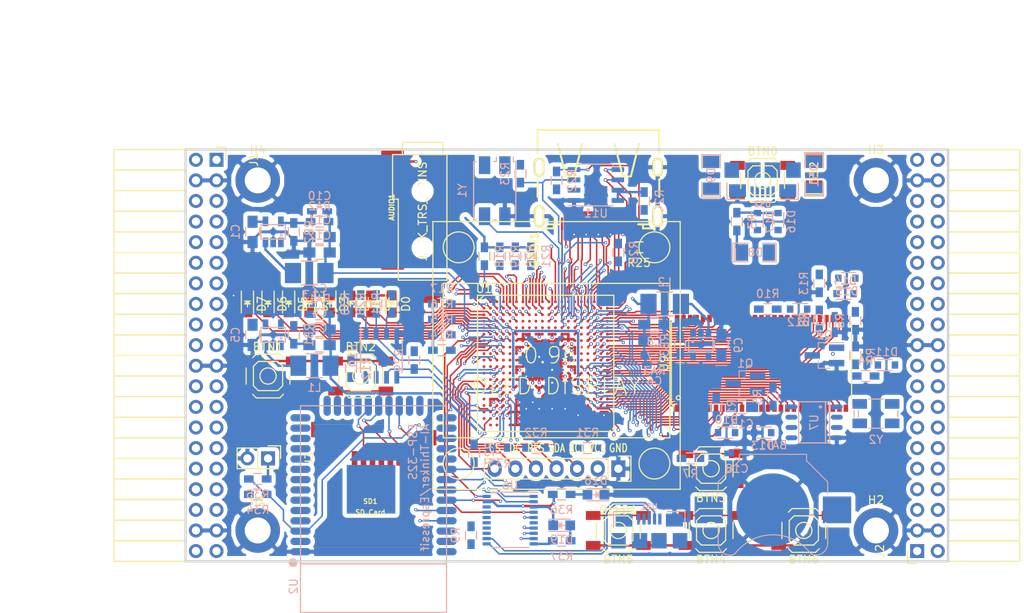
<source format=kicad_pcb>
(kicad_pcb (version 4) (host pcbnew 4.0.5+dfsg1-4)
  (layers (0 F.Cu signal) (1 In1.Cu signal) (2 In2.Cu signal) (31 B.Cu signal) (34 B.Paste user) (35 F.Paste user) (36 B.SilkS user) (37 F.SilkS user) (38 B.Mask user) (39 F.Mask user) (44 Edge.Cuts user))
  (net 0 "")
  (net 1 GND)
  (net 2 +5V)
  (net 3 /gpio/IN5V)
  (net 4 /gpio/OUT5V)
  (net 5 +3V3)
  (net 6 "Net-(L1-Pad1)")
  (net 7 "Net-(L2-Pad1)")
  (net 8 +1V2)
  (net 9 BTN_D)
  (net 10 BTN_F1)
  (net 11 BTN_F2)
  (net 12 BTN_L)
  (net 13 BTN_R)
  (net 14 BTN_U)
  (net 15 /power/FB1)
  (net 16 +2V5)
  (net 17 "Net-(L3-Pad1)")
  (net 18 /power/PWREN)
  (net 19 /power/FB3)
  (net 20 /power/FB2)
  (net 21 "Net-(D9-Pad1)")
  (net 22 /power/VBAT)
  (net 23 JTAG_TDI)
  (net 24 JTAG_TCK)
  (net 25 JTAG_TMS)
  (net 26 JTAG_TDO)
  (net 27 /power/WAKEUPn)
  (net 28 /power/WKUP)
  (net 29 /power/SHUT)
  (net 30 /power/WAKE)
  (net 31 /power/HOLD)
  (net 32 /power/WKn)
  (net 33 /power/OSCI_32k)
  (net 34 /power/OSCO_32k)
  (net 35 "Net-(Q2-Pad3)")
  (net 36 SHUTDOWN)
  (net 37 /analog/AUDIO_L)
  (net 38 /analog/AUDIO_R)
  (net 39 GPDI_5V_SCL)
  (net 40 GPDI_5V_SDA)
  (net 41 GPDI_SDA)
  (net 42 GPDI_SCL)
  (net 43 /gpdi/VREF2)
  (net 44 /blinkey/BTNPU)
  (net 45 SD_CMD)
  (net 46 SD_CLK)
  (net 47 SD_D0)
  (net 48 SD_D1)
  (net 49 USB5V)
  (net 50 "Net-(BTN0-Pad1)")
  (net 51 GPDI_CEC)
  (net 52 nRESET)
  (net 53 FTDI_nDTR)
  (net 54 SDRAM_CKE)
  (net 55 SDRAM_A7)
  (net 56 SDRAM_D15)
  (net 57 SDRAM_BA1)
  (net 58 SDRAM_D7)
  (net 59 SDRAM_A6)
  (net 60 SDRAM_CLK)
  (net 61 SDRAM_D13)
  (net 62 SDRAM_BA0)
  (net 63 SDRAM_D6)
  (net 64 SDRAM_A5)
  (net 65 SDRAM_D14)
  (net 66 SDRAM_A11)
  (net 67 SDRAM_D12)
  (net 68 SDRAM_D5)
  (net 69 SDRAM_A4)
  (net 70 SDRAM_A10)
  (net 71 SDRAM_D11)
  (net 72 SDRAM_A3)
  (net 73 SDRAM_D4)
  (net 74 SDRAM_D10)
  (net 75 SDRAM_D9)
  (net 76 SDRAM_A9)
  (net 77 SDRAM_D3)
  (net 78 SDRAM_D8)
  (net 79 SDRAM_A8)
  (net 80 SDRAM_A2)
  (net 81 SDRAM_A1)
  (net 82 SDRAM_A0)
  (net 83 SDRAM_D2)
  (net 84 SDRAM_D1)
  (net 85 SDRAM_D0)
  (net 86 SDRAM_DQM0)
  (net 87 SDRAM_nCS)
  (net 88 SDRAM_nRAS)
  (net 89 SDRAM_DQM1)
  (net 90 SDRAM_nCAS)
  (net 91 SDRAM_nWE)
  (net 92 /flash/FLASH_nWP)
  (net 93 /flash/FLASH_nHOLD)
  (net 94 /flash/FLASH_MOSI)
  (net 95 /flash/FLASH_MISO)
  (net 96 /flash/FLASH_SCK)
  (net 97 /flash/FLASH_nCS)
  (net 98 /flash/FPGA_PROGRAMN)
  (net 99 /flash/FPGA_DONE)
  (net 100 /flash/FPGA_INITN)
  (net 101 OLED_RES)
  (net 102 OLED_DC)
  (net 103 OLED_CS)
  (net 104 WIFI_EN)
  (net 105 FTDI_nRTS)
  (net 106 WIFI_GPIO2)
  (net 107 FTDI_TXD)
  (net 108 FTDI_RXD)
  (net 109 WIFI_RXD)
  (net 110 WIFI_GPIO0)
  (net 111 WIFI_TXD)
  (net 112 /gpdi/CLK_25MHz)
  (net 113 GPDI_ETH-)
  (net 114 GPDI_ETH+)
  (net 115 GPDI_D2+)
  (net 116 GPDI_D2-)
  (net 117 GPDI_D1+)
  (net 118 GPDI_D1-)
  (net 119 GPDI_D0+)
  (net 120 GPDI_D0-)
  (net 121 GPDI_CLK+)
  (net 122 GPDI_CLK-)
  (net 123 USB_FPGA_D+)
  (net 124 USB_FPGA_D-)
  (net 125 USB_FTDI_D+)
  (net 126 USB_FTDI_D-)
  (net 127 J1_17-)
  (net 128 J1_17+)
  (net 129 J1_23-)
  (net 130 J1_23+)
  (net 131 J1_25-)
  (net 132 J1_25+)
  (net 133 J1_27-)
  (net 134 J1_27+)
  (net 135 J1_29-)
  (net 136 J1_29+)
  (net 137 J1_31-)
  (net 138 J1_31+)
  (net 139 J1_33-)
  (net 140 J1_33+)
  (net 141 J1_35-)
  (net 142 J1_35+)
  (net 143 J2_5-)
  (net 144 J2_5+)
  (net 145 J2_7-)
  (net 146 J2_7+)
  (net 147 J2_9-)
  (net 148 J2_9+)
  (net 149 J2_13-)
  (net 150 J2_13+)
  (net 151 J2_17-)
  (net 152 J2_17+)
  (net 153 J2_11-)
  (net 154 J2_11+)
  (net 155 J2_23-)
  (net 156 J2_23+)
  (net 157 J1_5-)
  (net 158 J1_5+)
  (net 159 J1_7-)
  (net 160 J1_7+)
  (net 161 J1_9-)
  (net 162 J1_9+)
  (net 163 J1_11-)
  (net 164 J1_11+)
  (net 165 J1_13-)
  (net 166 J1_13+)
  (net 167 J1_15-)
  (net 168 J1_15+)
  (net 169 J2_15-)
  (net 170 J2_15+)
  (net 171 J2_25-)
  (net 172 J2_25+)
  (net 173 J2_27-)
  (net 174 J2_27+)
  (net 175 J2_29-)
  (net 176 J2_29+)
  (net 177 J2_31-)
  (net 178 J2_31+)
  (net 179 J2_33-)
  (net 180 J2_33+)
  (net 181 J2_35-)
  (net 182 J2_35+)
  (net 183 SD_D3)
  (net 184 AUDIO_L3)
  (net 185 AUDIO_L2)
  (net 186 AUDIO_L1)
  (net 187 AUDIO_L0)
  (net 188 AUDIO_R3)
  (net 189 AUDIO_R2)
  (net 190 AUDIO_R1)
  (net 191 AUDIO_R0)
  (net 192 OLED_CLK)
  (net 193 OLED_MOSI)
  (net 194 WIFI_GPIO15)
  (net 195 LED0)
  (net 196 LED1)
  (net 197 LED2)
  (net 198 LED3)
  (net 199 LED4)
  (net 200 LED5)
  (net 201 LED6)
  (net 202 LED7)
  (net 203 BTN_PWRn)
  (net 204 "Net-(J3-Pad1)")
  (net 205 FTDI_nTXLED)
  (net 206 FTDI_nSLEEP)
  (net 207 /blinkey/LED_PWREN)
  (net 208 /blinkey/LED_TXLED)
  (net 209 FT3V3)
  (module lfe5bg381:BGA-381_pitch0.8mm_dia0.4mm (layer F.Cu) (at 138.48 87.8)
    (fp_text reference U1 (at -7.6 -9.2) (layer F.SilkS))
    (fp_text value LFE5U-25F-6BG381C)
    (pad A2 smd circle (at -6.8 -7.6) (size 0.35 0.35) (layers F.Cu F.Paste F.Mask) (net 134 J1_27+))
    (pad A3 smd circle (at -6 -7.6) (size 0.35 0.35) (layers F.Cu F.Paste F.Mask) (net 188 AUDIO_R3))
    (pad A4 smd circle (at -5.2 -7.6) (size 0.35 0.35) (layers F.Cu F.Paste F.Mask) (net 132 J1_25+))
    (pad A5 smd circle (at -4.4 -7.6) (size 0.35 0.35) (layers F.Cu F.Paste F.Mask) (net 131 J1_25-))
    (pad A6 smd circle (at -3.6 -7.6) (size 0.35 0.35) (layers F.Cu F.Paste F.Mask) (net 130 J1_23+))
    (pad A7 smd circle (at -2.8 -7.6) (size 0.35 0.35) (layers F.Cu F.Paste F.Mask) (net 166 J1_13+))
    (pad A8 smd circle (at -2 -7.6) (size 0.35 0.35) (layers F.Cu F.Paste F.Mask) (net 165 J1_13-))
    (pad A9 smd circle (at -1.2 -7.6) (size 0.35 0.35) (layers F.Cu F.Paste F.Mask) (net 161 J1_9-))
    (pad A10 smd circle (at -0.4 -7.6) (size 0.35 0.35) (layers F.Cu F.Paste F.Mask) (net 160 J1_7+))
    (pad A11 smd circle (at 0.4 -7.6) (size 0.35 0.35) (layers F.Cu F.Paste F.Mask) (net 159 J1_7-))
    (pad A12 smd circle (at 1.2 -7.6) (size 0.35 0.35) (layers F.Cu F.Paste F.Mask) (net 114 GPDI_ETH+))
    (pad A13 smd circle (at 2 -7.6) (size 0.35 0.35) (layers F.Cu F.Paste F.Mask) (net 113 GPDI_ETH-))
    (pad A14 smd circle (at 2.8 -7.6) (size 0.35 0.35) (layers F.Cu F.Paste F.Mask) (net 115 GPDI_D2+))
    (pad A15 smd circle (at 3.6 -7.6) (size 0.35 0.35) (layers F.Cu F.Paste F.Mask))
    (pad A16 smd circle (at 4.4 -7.6) (size 0.35 0.35) (layers F.Cu F.Paste F.Mask) (net 117 GPDI_D1+))
    (pad A17 smd circle (at 5.2 -7.6) (size 0.35 0.35) (layers F.Cu F.Paste F.Mask) (net 119 GPDI_D0+))
    (pad A18 smd circle (at 6 -7.6) (size 0.35 0.35) (layers F.Cu F.Paste F.Mask) (net 121 GPDI_CLK+))
    (pad A19 smd circle (at 6.8 -7.6) (size 0.35 0.35) (layers F.Cu F.Paste F.Mask) (net 51 GPDI_CEC))
    (pad B1 smd circle (at -7.6 -6.8) (size 0.35 0.35) (layers F.Cu F.Paste F.Mask) (net 133 J1_27-))
    (pad B2 smd circle (at -6.8 -6.8) (size 0.35 0.35) (layers F.Cu F.Paste F.Mask) (net 195 LED0))
    (pad B3 smd circle (at -6 -6.8) (size 0.35 0.35) (layers F.Cu F.Paste F.Mask) (net 187 AUDIO_L0))
    (pad B4 smd circle (at -5.2 -6.8) (size 0.35 0.35) (layers F.Cu F.Paste F.Mask) (net 135 J1_29-))
    (pad B5 smd circle (at -4.4 -6.8) (size 0.35 0.35) (layers F.Cu F.Paste F.Mask) (net 189 AUDIO_R2))
    (pad B6 smd circle (at -3.6 -6.8) (size 0.35 0.35) (layers F.Cu F.Paste F.Mask) (net 129 J1_23-))
    (pad B7 smd circle (at -2.8 -6.8) (size 0.35 0.35) (layers F.Cu F.Paste F.Mask) (net 1 GND))
    (pad B8 smd circle (at -2 -6.8) (size 0.35 0.35) (layers F.Cu F.Paste F.Mask) (net 167 J1_15-))
    (pad B9 smd circle (at -1.2 -6.8) (size 0.35 0.35) (layers F.Cu F.Paste F.Mask) (net 164 J1_11+))
    (pad B10 smd circle (at -0.4 -6.8) (size 0.35 0.35) (layers F.Cu F.Paste F.Mask) (net 162 J1_9+))
    (pad B11 smd circle (at 0.4 -6.8) (size 0.35 0.35) (layers F.Cu F.Paste F.Mask) (net 158 J1_5+))
    (pad B12 smd circle (at 1.2 -6.8) (size 0.35 0.35) (layers F.Cu F.Paste F.Mask) (net 112 /gpdi/CLK_25MHz))
    (pad B13 smd circle (at 2 -6.8) (size 0.35 0.35) (layers F.Cu F.Paste F.Mask) (net 182 J2_35+))
    (pad B14 smd circle (at 2.8 -6.8) (size 0.35 0.35) (layers F.Cu F.Paste F.Mask) (net 1 GND))
    (pad B15 smd circle (at 3.6 -6.8) (size 0.35 0.35) (layers F.Cu F.Paste F.Mask) (net 178 J2_31+))
    (pad B16 smd circle (at 4.4 -6.8) (size 0.35 0.35) (layers F.Cu F.Paste F.Mask) (net 118 GPDI_D1-))
    (pad B17 smd circle (at 5.2 -6.8) (size 0.35 0.35) (layers F.Cu F.Paste F.Mask) (net 174 J2_27+))
    (pad B18 smd circle (at 6 -6.8) (size 0.35 0.35) (layers F.Cu F.Paste F.Mask) (net 120 GPDI_D0-))
    (pad B19 smd circle (at 6.8 -6.8) (size 0.35 0.35) (layers F.Cu F.Paste F.Mask) (net 122 GPDI_CLK-))
    (pad B20 smd circle (at 7.6 -6.8) (size 0.35 0.35) (layers F.Cu F.Paste F.Mask) (net 41 GPDI_SDA))
    (pad C1 smd circle (at -7.6 -6) (size 0.35 0.35) (layers F.Cu F.Paste F.Mask) (net 197 LED2))
    (pad C2 smd circle (at -6.8 -6) (size 0.35 0.35) (layers F.Cu F.Paste F.Mask) (net 196 LED1))
    (pad C3 smd circle (at -6 -6) (size 0.35 0.35) (layers F.Cu F.Paste F.Mask) (net 185 AUDIO_L2))
    (pad C4 smd circle (at -5.2 -6) (size 0.35 0.35) (layers F.Cu F.Paste F.Mask) (net 136 J1_29+))
    (pad C5 smd circle (at -4.4 -6) (size 0.35 0.35) (layers F.Cu F.Paste F.Mask) (net 190 AUDIO_R1))
    (pad C6 smd circle (at -3.6 -6) (size 0.35 0.35) (layers F.Cu F.Paste F.Mask) (net 128 J1_17+))
    (pad C7 smd circle (at -2.8 -6) (size 0.35 0.35) (layers F.Cu F.Paste F.Mask) (net 127 J1_17-))
    (pad C8 smd circle (at -2 -6) (size 0.35 0.35) (layers F.Cu F.Paste F.Mask) (net 168 J1_15+))
    (pad C9 smd circle (at -1.2 -6) (size 0.35 0.35) (layers F.Cu F.Paste F.Mask))
    (pad C10 smd circle (at -0.4 -6) (size 0.35 0.35) (layers F.Cu F.Paste F.Mask) (net 163 J1_11-))
    (pad C11 smd circle (at 0.4 -6) (size 0.35 0.35) (layers F.Cu F.Paste F.Mask) (net 157 J1_5-))
    (pad C12 smd circle (at 1.2 -6) (size 0.35 0.35) (layers F.Cu F.Paste F.Mask) (net 42 GPDI_SCL))
    (pad C13 smd circle (at 2 -6) (size 0.35 0.35) (layers F.Cu F.Paste F.Mask) (net 181 J2_35-))
    (pad C14 smd circle (at 2.8 -6) (size 0.35 0.35) (layers F.Cu F.Paste F.Mask) (net 116 GPDI_D2-))
    (pad C15 smd circle (at 3.6 -6) (size 0.35 0.35) (layers F.Cu F.Paste F.Mask) (net 177 J2_31-))
    (pad C16 smd circle (at 4.4 -6) (size 0.35 0.35) (layers F.Cu F.Paste F.Mask) (net 176 J2_29+))
    (pad C17 smd circle (at 5.2 -6) (size 0.35 0.35) (layers F.Cu F.Paste F.Mask) (net 173 J2_27-))
    (pad C18 smd circle (at 6 -6) (size 0.35 0.35) (layers F.Cu F.Paste F.Mask) (net 156 J2_23+))
    (pad C19 smd circle (at 6.8 -6) (size 0.35 0.35) (layers F.Cu F.Paste F.Mask) (net 1 GND))
    (pad C20 smd circle (at 7.6 -6) (size 0.35 0.35) (layers F.Cu F.Paste F.Mask) (net 56 SDRAM_D15))
    (pad D1 smd circle (at -7.6 -5.2) (size 0.35 0.35) (layers F.Cu F.Paste F.Mask) (net 199 LED4))
    (pad D2 smd circle (at -6.8 -5.2) (size 0.35 0.35) (layers F.Cu F.Paste F.Mask) (net 198 LED3))
    (pad D3 smd circle (at -6 -5.2) (size 0.35 0.35) (layers F.Cu F.Paste F.Mask) (net 186 AUDIO_L1))
    (pad D4 smd circle (at -5.2 -5.2) (size 0.35 0.35) (layers F.Cu F.Paste F.Mask) (net 1 GND))
    (pad D5 smd circle (at -4.4 -5.2) (size 0.35 0.35) (layers F.Cu F.Paste F.Mask))
    (pad D6 smd circle (at -3.6 -5.2) (size 0.35 0.35) (layers F.Cu F.Paste F.Mask) (net 203 BTN_PWRn))
    (pad D7 smd circle (at -2.8 -5.2) (size 0.35 0.35) (layers F.Cu F.Paste F.Mask))
    (pad D8 smd circle (at -2 -5.2) (size 0.35 0.35) (layers F.Cu F.Paste F.Mask))
    (pad D9 smd circle (at -1.2 -5.2) (size 0.35 0.35) (layers F.Cu F.Paste F.Mask))
    (pad D10 smd circle (at -0.4 -5.2) (size 0.35 0.35) (layers F.Cu F.Paste F.Mask))
    (pad D11 smd circle (at 0.4 -5.2) (size 0.35 0.35) (layers F.Cu F.Paste F.Mask) (net 14 BTN_U))
    (pad D12 smd circle (at 1.2 -5.2) (size 0.35 0.35) (layers F.Cu F.Paste F.Mask))
    (pad D13 smd circle (at 2 -5.2) (size 0.35 0.35) (layers F.Cu F.Paste F.Mask) (net 180 J2_33+))
    (pad D14 smd circle (at 2.8 -5.2) (size 0.35 0.35) (layers F.Cu F.Paste F.Mask))
    (pad D15 smd circle (at 3.6 -5.2) (size 0.35 0.35) (layers F.Cu F.Paste F.Mask) (net 172 J2_25+))
    (pad D16 smd circle (at 4.4 -5.2) (size 0.35 0.35) (layers F.Cu F.Paste F.Mask) (net 175 J2_29-))
    (pad D17 smd circle (at 5.2 -5.2) (size 0.35 0.35) (layers F.Cu F.Paste F.Mask) (net 155 J2_23-))
    (pad D18 smd circle (at 6 -5.2) (size 0.35 0.35) (layers F.Cu F.Paste F.Mask) (net 152 J2_17+))
    (pad D19 smd circle (at 6.8 -5.2) (size 0.35 0.35) (layers F.Cu F.Paste F.Mask) (net 65 SDRAM_D14))
    (pad D20 smd circle (at 7.6 -5.2) (size 0.35 0.35) (layers F.Cu F.Paste F.Mask) (net 61 SDRAM_D13))
    (pad E1 smd circle (at -7.6 -4.4) (size 0.35 0.35) (layers F.Cu F.Paste F.Mask) (net 201 LED6))
    (pad E2 smd circle (at -6.8 -4.4) (size 0.35 0.35) (layers F.Cu F.Paste F.Mask) (net 200 LED5))
    (pad E3 smd circle (at -6 -4.4) (size 0.35 0.35) (layers F.Cu F.Paste F.Mask) (net 137 J1_31-))
    (pad E4 smd circle (at -5.2 -4.4) (size 0.35 0.35) (layers F.Cu F.Paste F.Mask))
    (pad E5 smd circle (at -4.4 -4.4) (size 0.35 0.35) (layers F.Cu F.Paste F.Mask) (net 184 AUDIO_L3))
    (pad E6 smd circle (at -3.6 -4.4) (size 0.35 0.35) (layers F.Cu F.Paste F.Mask))
    (pad E7 smd circle (at -2.8 -4.4) (size 0.35 0.35) (layers F.Cu F.Paste F.Mask))
    (pad E8 smd circle (at -2 -4.4) (size 0.35 0.35) (layers F.Cu F.Paste F.Mask))
    (pad E9 smd circle (at -1.2 -4.4) (size 0.35 0.35) (layers F.Cu F.Paste F.Mask))
    (pad E10 smd circle (at -0.4 -4.4) (size 0.35 0.35) (layers F.Cu F.Paste F.Mask))
    (pad E11 smd circle (at 0.4 -4.4) (size 0.35 0.35) (layers F.Cu F.Paste F.Mask))
    (pad E12 smd circle (at 1.2 -4.4) (size 0.35 0.35) (layers F.Cu F.Paste F.Mask))
    (pad E13 smd circle (at 2 -4.4) (size 0.35 0.35) (layers F.Cu F.Paste F.Mask) (net 179 J2_33-))
    (pad E14 smd circle (at 2.8 -4.4) (size 0.35 0.35) (layers F.Cu F.Paste F.Mask))
    (pad E15 smd circle (at 3.6 -4.4) (size 0.35 0.35) (layers F.Cu F.Paste F.Mask) (net 171 J2_25-))
    (pad E16 smd circle (at 4.4 -4.4) (size 0.35 0.35) (layers F.Cu F.Paste F.Mask))
    (pad E17 smd circle (at 5.2 -4.4) (size 0.35 0.35) (layers F.Cu F.Paste F.Mask) (net 151 J2_17-))
    (pad E18 smd circle (at 6 -4.4) (size 0.35 0.35) (layers F.Cu F.Paste F.Mask) (net 73 SDRAM_D4))
    (pad E19 smd circle (at 6.8 -4.4) (size 0.35 0.35) (layers F.Cu F.Paste F.Mask) (net 67 SDRAM_D12))
    (pad E20 smd circle (at 7.6 -4.4) (size 0.35 0.35) (layers F.Cu F.Paste F.Mask) (net 71 SDRAM_D11))
    (pad F1 smd circle (at -7.6 -3.6) (size 0.35 0.35) (layers F.Cu F.Paste F.Mask) (net 108 FTDI_RXD))
    (pad F2 smd circle (at -6.8 -3.6) (size 0.35 0.35) (layers F.Cu F.Paste F.Mask) (net 202 LED7))
    (pad F3 smd circle (at -6 -3.6) (size 0.35 0.35) (layers F.Cu F.Paste F.Mask) (net 139 J1_33-))
    (pad F4 smd circle (at -5.2 -3.6) (size 0.35 0.35) (layers F.Cu F.Paste F.Mask) (net 138 J1_31+))
    (pad F5 smd circle (at -4.4 -3.6) (size 0.35 0.35) (layers F.Cu F.Paste F.Mask) (net 191 AUDIO_R0))
    (pad F6 smd circle (at -3.6 -3.6) (size 0.35 0.35) (layers F.Cu F.Paste F.Mask) (net 16 +2V5))
    (pad F7 smd circle (at -2.8 -3.6) (size 0.35 0.35) (layers F.Cu F.Paste F.Mask) (net 1 GND))
    (pad F8 smd circle (at -2 -3.6) (size 0.35 0.35) (layers F.Cu F.Paste F.Mask) (net 1 GND))
    (pad F9 smd circle (at -1.2 -3.6) (size 0.35 0.35) (layers F.Cu F.Paste F.Mask) (net 5 +3V3))
    (pad F10 smd circle (at -0.4 -3.6) (size 0.35 0.35) (layers F.Cu F.Paste F.Mask) (net 5 +3V3))
    (pad F11 smd circle (at 0.4 -3.6) (size 0.35 0.35) (layers F.Cu F.Paste F.Mask) (net 5 +3V3))
    (pad F12 smd circle (at 1.2 -3.6) (size 0.35 0.35) (layers F.Cu F.Paste F.Mask) (net 5 +3V3))
    (pad F13 smd circle (at 2 -3.6) (size 0.35 0.35) (layers F.Cu F.Paste F.Mask) (net 1 GND))
    (pad F14 smd circle (at 2.8 -3.6) (size 0.35 0.35) (layers F.Cu F.Paste F.Mask) (net 1 GND))
    (pad F15 smd circle (at 3.6 -3.6) (size 0.35 0.35) (layers F.Cu F.Paste F.Mask) (net 16 +2V5))
    (pad F16 smd circle (at 4.4 -3.6) (size 0.35 0.35) (layers F.Cu F.Paste F.Mask))
    (pad F17 smd circle (at 5.2 -3.6) (size 0.35 0.35) (layers F.Cu F.Paste F.Mask) (net 170 J2_15+))
    (pad F18 smd circle (at 6 -3.6) (size 0.35 0.35) (layers F.Cu F.Paste F.Mask) (net 68 SDRAM_D5))
    (pad F19 smd circle (at 6.8 -3.6) (size 0.35 0.35) (layers F.Cu F.Paste F.Mask) (net 74 SDRAM_D10))
    (pad F20 smd circle (at 7.6 -3.6) (size 0.35 0.35) (layers F.Cu F.Paste F.Mask) (net 75 SDRAM_D9))
    (pad G1 smd circle (at -7.6 -2.8) (size 0.35 0.35) (layers F.Cu F.Paste F.Mask) (net 107 FTDI_TXD))
    (pad G2 smd circle (at -6.8 -2.8) (size 0.35 0.35) (layers F.Cu F.Paste F.Mask) (net 109 WIFI_RXD))
    (pad G3 smd circle (at -6 -2.8) (size 0.35 0.35) (layers F.Cu F.Paste F.Mask) (net 140 J1_33+))
    (pad G4 smd circle (at -5.2 -2.8) (size 0.35 0.35) (layers F.Cu F.Paste F.Mask) (net 1 GND))
    (pad G5 smd circle (at -4.4 -2.8) (size 0.35 0.35) (layers F.Cu F.Paste F.Mask) (net 141 J1_35-))
    (pad G6 smd circle (at -3.6 -2.8) (size 0.35 0.35) (layers F.Cu F.Paste F.Mask) (net 1 GND))
    (pad G7 smd circle (at -2.8 -2.8) (size 0.35 0.35) (layers F.Cu F.Paste F.Mask) (net 1 GND))
    (pad G8 smd circle (at -2 -2.8) (size 0.35 0.35) (layers F.Cu F.Paste F.Mask) (net 1 GND))
    (pad G9 smd circle (at -1.2 -2.8) (size 0.35 0.35) (layers F.Cu F.Paste F.Mask) (net 1 GND))
    (pad G10 smd circle (at -0.4 -2.8) (size 0.35 0.35) (layers F.Cu F.Paste F.Mask) (net 1 GND))
    (pad G11 smd circle (at 0.4 -2.8) (size 0.35 0.35) (layers F.Cu F.Paste F.Mask) (net 1 GND))
    (pad G12 smd circle (at 1.2 -2.8) (size 0.35 0.35) (layers F.Cu F.Paste F.Mask) (net 1 GND))
    (pad G13 smd circle (at 2 -2.8) (size 0.35 0.35) (layers F.Cu F.Paste F.Mask) (net 1 GND))
    (pad G14 smd circle (at 2.8 -2.8) (size 0.35 0.35) (layers F.Cu F.Paste F.Mask) (net 1 GND))
    (pad G15 smd circle (at 3.6 -2.8) (size 0.35 0.35) (layers F.Cu F.Paste F.Mask) (net 1 GND))
    (pad G16 smd circle (at 4.4 -2.8) (size 0.35 0.35) (layers F.Cu F.Paste F.Mask))
    (pad G17 smd circle (at 5.2 -2.8) (size 0.35 0.35) (layers F.Cu F.Paste F.Mask) (net 1 GND))
    (pad G18 smd circle (at 6 -2.8) (size 0.35 0.35) (layers F.Cu F.Paste F.Mask) (net 169 J2_15-))
    (pad G19 smd circle (at 6.8 -2.8) (size 0.35 0.35) (layers F.Cu F.Paste F.Mask) (net 78 SDRAM_D8))
    (pad G20 smd circle (at 7.6 -2.8) (size 0.35 0.35) (layers F.Cu F.Paste F.Mask) (net 89 SDRAM_DQM1))
    (pad H1 smd circle (at -7.6 -2) (size 0.35 0.35) (layers F.Cu F.Paste F.Mask) (net 110 WIFI_GPIO0))
    (pad H2 smd circle (at -6.8 -2) (size 0.35 0.35) (layers F.Cu F.Paste F.Mask) (net 111 WIFI_TXD))
    (pad H3 smd circle (at -6 -2) (size 0.35 0.35) (layers F.Cu F.Paste F.Mask))
    (pad H4 smd circle (at -5.2 -2) (size 0.35 0.35) (layers F.Cu F.Paste F.Mask) (net 142 J1_35+))
    (pad H5 smd circle (at -4.4 -2) (size 0.35 0.35) (layers F.Cu F.Paste F.Mask))
    (pad H6 smd circle (at -3.6 -2) (size 0.35 0.35) (layers F.Cu F.Paste F.Mask) (net 5 +3V3))
    (pad H7 smd circle (at -2.8 -2) (size 0.35 0.35) (layers F.Cu F.Paste F.Mask) (net 5 +3V3))
    (pad H8 smd circle (at -2 -2) (size 0.35 0.35) (layers F.Cu F.Paste F.Mask) (net 8 +1V2))
    (pad H9 smd circle (at -1.2 -2) (size 0.35 0.35) (layers F.Cu F.Paste F.Mask) (net 8 +1V2))
    (pad H10 smd circle (at -0.4 -2) (size 0.35 0.35) (layers F.Cu F.Paste F.Mask) (net 8 +1V2))
    (pad H11 smd circle (at 0.4 -2) (size 0.35 0.35) (layers F.Cu F.Paste F.Mask) (net 8 +1V2))
    (pad H12 smd circle (at 1.2 -2) (size 0.35 0.35) (layers F.Cu F.Paste F.Mask) (net 8 +1V2))
    (pad H13 smd circle (at 2 -2) (size 0.35 0.35) (layers F.Cu F.Paste F.Mask) (net 8 +1V2))
    (pad H14 smd circle (at 2.8 -2) (size 0.35 0.35) (layers F.Cu F.Paste F.Mask) (net 5 +3V3))
    (pad H15 smd circle (at 3.6 -2) (size 0.35 0.35) (layers F.Cu F.Paste F.Mask) (net 5 +3V3))
    (pad H16 smd circle (at 4.4 -2) (size 0.35 0.35) (layers F.Cu F.Paste F.Mask))
    (pad H17 smd circle (at 5.2 -2) (size 0.35 0.35) (layers F.Cu F.Paste F.Mask) (net 149 J2_13-))
    (pad H18 smd circle (at 6 -2) (size 0.35 0.35) (layers F.Cu F.Paste F.Mask) (net 150 J2_13+))
    (pad H19 smd circle (at 6.8 -2) (size 0.35 0.35) (layers F.Cu F.Paste F.Mask) (net 1 GND))
    (pad H20 smd circle (at 7.6 -2) (size 0.35 0.35) (layers F.Cu F.Paste F.Mask) (net 60 SDRAM_CLK))
    (pad J1 smd circle (at -7.6 -1.2) (size 0.35 0.35) (layers F.Cu F.Paste F.Mask))
    (pad J2 smd circle (at -6.8 -1.2) (size 0.35 0.35) (layers F.Cu F.Paste F.Mask) (net 1 GND))
    (pad J3 smd circle (at -6 -1.2) (size 0.35 0.35) (layers F.Cu F.Paste F.Mask) (net 194 WIFI_GPIO15))
    (pad J4 smd circle (at -5.2 -1.2) (size 0.35 0.35) (layers F.Cu F.Paste F.Mask) (net 106 WIFI_GPIO2))
    (pad J5 smd circle (at -4.4 -1.2) (size 0.35 0.35) (layers F.Cu F.Paste F.Mask))
    (pad J6 smd circle (at -3.6 -1.2) (size 0.35 0.35) (layers F.Cu F.Paste F.Mask) (net 5 +3V3))
    (pad J7 smd circle (at -2.8 -1.2) (size 0.35 0.35) (layers F.Cu F.Paste F.Mask) (net 1 GND))
    (pad J8 smd circle (at -2 -1.2) (size 0.35 0.35) (layers F.Cu F.Paste F.Mask) (net 8 +1V2))
    (pad J9 smd circle (at -1.2 -1.2) (size 0.35 0.35) (layers F.Cu F.Paste F.Mask) (net 1 GND))
    (pad J10 smd circle (at -0.4 -1.2) (size 0.35 0.35) (layers F.Cu F.Paste F.Mask) (net 1 GND))
    (pad J11 smd circle (at 0.4 -1.2) (size 0.35 0.35) (layers F.Cu F.Paste F.Mask) (net 1 GND))
    (pad J12 smd circle (at 1.2 -1.2) (size 0.35 0.35) (layers F.Cu F.Paste F.Mask) (net 1 GND))
    (pad J13 smd circle (at 2 -1.2) (size 0.35 0.35) (layers F.Cu F.Paste F.Mask) (net 8 +1V2))
    (pad J14 smd circle (at 2.8 -1.2) (size 0.35 0.35) (layers F.Cu F.Paste F.Mask) (net 1 GND))
    (pad J15 smd circle (at 3.6 -1.2) (size 0.35 0.35) (layers F.Cu F.Paste F.Mask) (net 5 +3V3))
    (pad J16 smd circle (at 4.4 -1.2) (size 0.35 0.35) (layers F.Cu F.Paste F.Mask))
    (pad J17 smd circle (at 5.2 -1.2) (size 0.35 0.35) (layers F.Cu F.Paste F.Mask))
    (pad J18 smd circle (at 6 -1.2) (size 0.35 0.35) (layers F.Cu F.Paste F.Mask) (net 77 SDRAM_D3))
    (pad J19 smd circle (at 6.8 -1.2) (size 0.35 0.35) (layers F.Cu F.Paste F.Mask) (net 54 SDRAM_CKE))
    (pad J20 smd circle (at 7.6 -1.2) (size 0.35 0.35) (layers F.Cu F.Paste F.Mask) (net 66 SDRAM_A11))
    (pad K1 smd circle (at -7.6 -0.4) (size 0.35 0.35) (layers F.Cu F.Paste F.Mask))
    (pad K2 smd circle (at -6.8 -0.4) (size 0.35 0.35) (layers F.Cu F.Paste F.Mask) (net 53 FTDI_nDTR))
    (pad K3 smd circle (at -6 -0.4) (size 0.35 0.35) (layers F.Cu F.Paste F.Mask) (net 105 FTDI_nRTS))
    (pad K4 smd circle (at -5.2 -0.4) (size 0.35 0.35) (layers F.Cu F.Paste F.Mask))
    (pad K5 smd circle (at -4.4 -0.4) (size 0.35 0.35) (layers F.Cu F.Paste F.Mask))
    (pad K6 smd circle (at -3.6 -0.4) (size 0.35 0.35) (layers F.Cu F.Paste F.Mask) (net 1 GND))
    (pad K7 smd circle (at -2.8 -0.4) (size 0.35 0.35) (layers F.Cu F.Paste F.Mask) (net 1 GND))
    (pad K8 smd circle (at -2 -0.4) (size 0.35 0.35) (layers F.Cu F.Paste F.Mask) (net 8 +1V2))
    (pad K9 smd circle (at -1.2 -0.4) (size 0.35 0.35) (layers F.Cu F.Paste F.Mask) (net 1 GND))
    (pad K10 smd circle (at -0.4 -0.4) (size 0.35 0.35) (layers F.Cu F.Paste F.Mask) (net 1 GND))
    (pad K11 smd circle (at 0.4 -0.4) (size 0.35 0.35) (layers F.Cu F.Paste F.Mask) (net 1 GND))
    (pad K12 smd circle (at 1.2 -0.4) (size 0.35 0.35) (layers F.Cu F.Paste F.Mask) (net 1 GND))
    (pad K13 smd circle (at 2 -0.4) (size 0.35 0.35) (layers F.Cu F.Paste F.Mask) (net 8 +1V2))
    (pad K14 smd circle (at 2.8 -0.4) (size 0.35 0.35) (layers F.Cu F.Paste F.Mask) (net 1 GND))
    (pad K15 smd circle (at 3.6 -0.4) (size 0.35 0.35) (layers F.Cu F.Paste F.Mask) (net 1 GND))
    (pad K16 smd circle (at 4.4 -0.4) (size 0.35 0.35) (layers F.Cu F.Paste F.Mask))
    (pad K17 smd circle (at 5.2 -0.4) (size 0.35 0.35) (layers F.Cu F.Paste F.Mask))
    (pad K18 smd circle (at 6 -0.4) (size 0.35 0.35) (layers F.Cu F.Paste F.Mask) (net 83 SDRAM_D2))
    (pad K19 smd circle (at 6.8 -0.4) (size 0.35 0.35) (layers F.Cu F.Paste F.Mask) (net 76 SDRAM_A9))
    (pad K20 smd circle (at 7.6 -0.4) (size 0.35 0.35) (layers F.Cu F.Paste F.Mask) (net 79 SDRAM_A8))
    (pad L1 smd circle (at -7.6 0.4) (size 0.35 0.35) (layers F.Cu F.Paste F.Mask) (net 47 SD_D0))
    (pad L2 smd circle (at -6.8 0.4) (size 0.35 0.35) (layers F.Cu F.Paste F.Mask))
    (pad L3 smd circle (at -6 0.4) (size 0.35 0.35) (layers F.Cu F.Paste F.Mask) (net 103 OLED_CS))
    (pad L4 smd circle (at -5.2 0.4) (size 0.35 0.35) (layers F.Cu F.Paste F.Mask) (net 104 WIFI_EN))
    (pad L5 smd circle (at -4.4 0.4) (size 0.35 0.35) (layers F.Cu F.Paste F.Mask))
    (pad L6 smd circle (at -3.6 0.4) (size 0.35 0.35) (layers F.Cu F.Paste F.Mask) (net 5 +3V3))
    (pad L7 smd circle (at -2.8 0.4) (size 0.35 0.35) (layers F.Cu F.Paste F.Mask) (net 5 +3V3))
    (pad L8 smd circle (at -2 0.4) (size 0.35 0.35) (layers F.Cu F.Paste F.Mask) (net 8 +1V2))
    (pad L9 smd circle (at -1.2 0.4) (size 0.35 0.35) (layers F.Cu F.Paste F.Mask) (net 1 GND))
    (pad L10 smd circle (at -0.4 0.4) (size 0.35 0.35) (layers F.Cu F.Paste F.Mask) (net 1 GND))
    (pad L11 smd circle (at 0.4 0.4) (size 0.35 0.35) (layers F.Cu F.Paste F.Mask) (net 1 GND))
    (pad L12 smd circle (at 1.2 0.4) (size 0.35 0.35) (layers F.Cu F.Paste F.Mask) (net 1 GND))
    (pad L13 smd circle (at 2 0.4) (size 0.35 0.35) (layers F.Cu F.Paste F.Mask) (net 8 +1V2))
    (pad L14 smd circle (at 2.8 0.4) (size 0.35 0.35) (layers F.Cu F.Paste F.Mask) (net 5 +3V3))
    (pad L15 smd circle (at 3.6 0.4) (size 0.35 0.35) (layers F.Cu F.Paste F.Mask) (net 5 +3V3))
    (pad L16 smd circle (at 4.4 0.4) (size 0.35 0.35) (layers F.Cu F.Paste F.Mask) (net 154 J2_11+))
    (pad L17 smd circle (at 5.2 0.4) (size 0.35 0.35) (layers F.Cu F.Paste F.Mask) (net 153 J2_11-))
    (pad L18 smd circle (at 6 0.4) (size 0.35 0.35) (layers F.Cu F.Paste F.Mask) (net 84 SDRAM_D1))
    (pad L19 smd circle (at 6.8 0.4) (size 0.35 0.35) (layers F.Cu F.Paste F.Mask) (net 55 SDRAM_A7))
    (pad L20 smd circle (at 7.6 0.4) (size 0.35 0.35) (layers F.Cu F.Paste F.Mask) (net 59 SDRAM_A6))
    (pad M1 smd circle (at -7.6 1.2) (size 0.35 0.35) (layers F.Cu F.Paste F.Mask) (net 45 SD_CMD))
    (pad M2 smd circle (at -6.8 1.2) (size 0.35 0.35) (layers F.Cu F.Paste F.Mask) (net 1 GND))
    (pad M3 smd circle (at -6 1.2) (size 0.35 0.35) (layers F.Cu F.Paste F.Mask) (net 124 USB_FPGA_D-))
    (pad M4 smd circle (at -5.2 1.2) (size 0.35 0.35) (layers F.Cu F.Paste F.Mask))
    (pad M5 smd circle (at -4.4 1.2) (size 0.35 0.35) (layers F.Cu F.Paste F.Mask))
    (pad M6 smd circle (at -3.6 1.2) (size 0.35 0.35) (layers F.Cu F.Paste F.Mask) (net 5 +3V3))
    (pad M7 smd circle (at -2.8 1.2) (size 0.35 0.35) (layers F.Cu F.Paste F.Mask) (net 1 GND))
    (pad M8 smd circle (at -2 1.2) (size 0.35 0.35) (layers F.Cu F.Paste F.Mask) (net 8 +1V2))
    (pad M9 smd circle (at -1.2 1.2) (size 0.35 0.35) (layers F.Cu F.Paste F.Mask) (net 1 GND))
    (pad M10 smd circle (at -0.4 1.2) (size 0.35 0.35) (layers F.Cu F.Paste F.Mask) (net 1 GND))
    (pad M11 smd circle (at 0.4 1.2) (size 0.35 0.35) (layers F.Cu F.Paste F.Mask) (net 1 GND))
    (pad M12 smd circle (at 1.2 1.2) (size 0.35 0.35) (layers F.Cu F.Paste F.Mask) (net 1 GND))
    (pad M13 smd circle (at 2 1.2) (size 0.35 0.35) (layers F.Cu F.Paste F.Mask) (net 8 +1V2))
    (pad M14 smd circle (at 2.8 1.2) (size 0.35 0.35) (layers F.Cu F.Paste F.Mask) (net 1 GND))
    (pad M15 smd circle (at 3.6 1.2) (size 0.35 0.35) (layers F.Cu F.Paste F.Mask) (net 5 +3V3))
    (pad M16 smd circle (at 4.4 1.2) (size 0.35 0.35) (layers F.Cu F.Paste F.Mask) (net 1 GND))
    (pad M17 smd circle (at 5.2 1.2) (size 0.35 0.35) (layers F.Cu F.Paste F.Mask) (net 147 J2_9-))
    (pad M18 smd circle (at 6 1.2) (size 0.35 0.35) (layers F.Cu F.Paste F.Mask) (net 85 SDRAM_D0))
    (pad M19 smd circle (at 6.8 1.2) (size 0.35 0.35) (layers F.Cu F.Paste F.Mask) (net 64 SDRAM_A5))
    (pad M20 smd circle (at 7.6 1.2) (size 0.35 0.35) (layers F.Cu F.Paste F.Mask) (net 69 SDRAM_A4))
    (pad N1 smd circle (at -7.6 2) (size 0.35 0.35) (layers F.Cu F.Paste F.Mask) (net 46 SD_CLK))
    (pad N2 smd circle (at -6.8 2) (size 0.35 0.35) (layers F.Cu F.Paste F.Mask) (net 183 SD_D3))
    (pad N3 smd circle (at -6 2) (size 0.35 0.35) (layers F.Cu F.Paste F.Mask) (net 123 USB_FPGA_D+))
    (pad N4 smd circle (at -5.2 2) (size 0.35 0.35) (layers F.Cu F.Paste F.Mask) (net 48 SD_D1))
    (pad N5 smd circle (at -4.4 2) (size 0.35 0.35) (layers F.Cu F.Paste F.Mask))
    (pad N6 smd circle (at -3.6 2) (size 0.35 0.35) (layers F.Cu F.Paste F.Mask) (net 1 GND))
    (pad N7 smd circle (at -2.8 2) (size 0.35 0.35) (layers F.Cu F.Paste F.Mask) (net 1 GND))
    (pad N8 smd circle (at -2 2) (size 0.35 0.35) (layers F.Cu F.Paste F.Mask) (net 8 +1V2))
    (pad N9 smd circle (at -1.2 2) (size 0.35 0.35) (layers F.Cu F.Paste F.Mask) (net 8 +1V2))
    (pad N10 smd circle (at -0.4 2) (size 0.35 0.35) (layers F.Cu F.Paste F.Mask) (net 8 +1V2))
    (pad N11 smd circle (at 0.4 2) (size 0.35 0.35) (layers F.Cu F.Paste F.Mask) (net 8 +1V2))
    (pad N12 smd circle (at 1.2 2) (size 0.35 0.35) (layers F.Cu F.Paste F.Mask) (net 8 +1V2))
    (pad N13 smd circle (at 2 2) (size 0.35 0.35) (layers F.Cu F.Paste F.Mask) (net 8 +1V2))
    (pad N14 smd circle (at 2.8 2) (size 0.35 0.35) (layers F.Cu F.Paste F.Mask) (net 1 GND))
    (pad N15 smd circle (at 3.6 2) (size 0.35 0.35) (layers F.Cu F.Paste F.Mask) (net 1 GND))
    (pad N16 smd circle (at 4.4 2) (size 0.35 0.35) (layers F.Cu F.Paste F.Mask) (net 148 J2_9+))
    (pad N17 smd circle (at 5.2 2) (size 0.35 0.35) (layers F.Cu F.Paste F.Mask) (net 146 J2_7+))
    (pad N18 smd circle (at 6 2) (size 0.35 0.35) (layers F.Cu F.Paste F.Mask) (net 63 SDRAM_D6))
    (pad N19 smd circle (at 6.8 2) (size 0.35 0.35) (layers F.Cu F.Paste F.Mask) (net 72 SDRAM_A3))
    (pad N20 smd circle (at 7.6 2) (size 0.35 0.35) (layers F.Cu F.Paste F.Mask) (net 80 SDRAM_A2))
    (pad P1 smd circle (at -7.6 2.8) (size 0.35 0.35) (layers F.Cu F.Paste F.Mask) (net 102 OLED_DC))
    (pad P2 smd circle (at -6.8 2.8) (size 0.35 0.35) (layers F.Cu F.Paste F.Mask) (net 101 OLED_RES))
    (pad P3 smd circle (at -6 2.8) (size 0.35 0.35) (layers F.Cu F.Paste F.Mask) (net 193 OLED_MOSI))
    (pad P4 smd circle (at -5.2 2.8) (size 0.35 0.35) (layers F.Cu F.Paste F.Mask) (net 192 OLED_CLK))
    (pad P5 smd circle (at -4.4 2.8) (size 0.35 0.35) (layers F.Cu F.Paste F.Mask))
    (pad P6 smd circle (at -3.6 2.8) (size 0.35 0.35) (layers F.Cu F.Paste F.Mask) (net 16 +2V5))
    (pad P7 smd circle (at -2.8 2.8) (size 0.35 0.35) (layers F.Cu F.Paste F.Mask) (net 1 GND))
    (pad P8 smd circle (at -2 2.8) (size 0.35 0.35) (layers F.Cu F.Paste F.Mask) (net 1 GND))
    (pad P9 smd circle (at -1.2 2.8) (size 0.35 0.35) (layers F.Cu F.Paste F.Mask) (net 5 +3V3))
    (pad P10 smd circle (at -0.4 2.8) (size 0.35 0.35) (layers F.Cu F.Paste F.Mask) (net 5 +3V3))
    (pad P11 smd circle (at 0.4 2.8) (size 0.35 0.35) (layers F.Cu F.Paste F.Mask) (net 1 GND))
    (pad P12 smd circle (at 1.2 2.8) (size 0.35 0.35) (layers F.Cu F.Paste F.Mask) (net 1 GND))
    (pad P13 smd circle (at 2 2.8) (size 0.35 0.35) (layers F.Cu F.Paste F.Mask) (net 1 GND))
    (pad P14 smd circle (at 2.8 2.8) (size 0.35 0.35) (layers F.Cu F.Paste F.Mask) (net 1 GND))
    (pad P15 smd circle (at 3.6 2.8) (size 0.35 0.35) (layers F.Cu F.Paste F.Mask) (net 16 +2V5))
    (pad P16 smd circle (at 4.4 2.8) (size 0.35 0.35) (layers F.Cu F.Paste F.Mask) (net 145 J2_7-))
    (pad P17 smd circle (at 5.2 2.8) (size 0.35 0.35) (layers F.Cu F.Paste F.Mask))
    (pad P18 smd circle (at 6 2.8) (size 0.35 0.35) (layers F.Cu F.Paste F.Mask) (net 58 SDRAM_D7))
    (pad P19 smd circle (at 6.8 2.8) (size 0.35 0.35) (layers F.Cu F.Paste F.Mask) (net 81 SDRAM_A1))
    (pad P20 smd circle (at 7.6 2.8) (size 0.35 0.35) (layers F.Cu F.Paste F.Mask) (net 82 SDRAM_A0))
    (pad R1 smd circle (at -7.6 3.6) (size 0.35 0.35) (layers F.Cu F.Paste F.Mask) (net 10 BTN_F1))
    (pad R2 smd circle (at -6.8 3.6) (size 0.35 0.35) (layers F.Cu F.Paste F.Mask) (net 97 /flash/FLASH_nCS))
    (pad R3 smd circle (at -6 3.6) (size 0.35 0.35) (layers F.Cu F.Paste F.Mask))
    (pad R4 smd circle (at -5.2 3.6) (size 0.35 0.35) (layers F.Cu F.Paste F.Mask) (net 1 GND))
    (pad R5 smd circle (at -4.4 3.6) (size 0.35 0.35) (layers F.Cu F.Paste F.Mask) (net 23 JTAG_TDI))
    (pad R16 smd circle (at 4.4 3.6) (size 0.35 0.35) (layers F.Cu F.Paste F.Mask))
    (pad R17 smd circle (at 5.2 3.6) (size 0.35 0.35) (layers F.Cu F.Paste F.Mask))
    (pad R18 smd circle (at 6 3.6) (size 0.35 0.35) (layers F.Cu F.Paste F.Mask) (net 86 SDRAM_DQM0))
    (pad R19 smd circle (at 6.8 3.6) (size 0.35 0.35) (layers F.Cu F.Paste F.Mask) (net 1 GND))
    (pad R20 smd circle (at 7.6 3.6) (size 0.35 0.35) (layers F.Cu F.Paste F.Mask) (net 70 SDRAM_A10))
    (pad T1 smd circle (at -7.6 4.4) (size 0.35 0.35) (layers F.Cu F.Paste F.Mask) (net 11 BTN_F2))
    (pad T2 smd circle (at -6.8 4.4) (size 0.35 0.35) (layers F.Cu F.Paste F.Mask) (net 5 +3V3))
    (pad T3 smd circle (at -6 4.4) (size 0.35 0.35) (layers F.Cu F.Paste F.Mask) (net 5 +3V3))
    (pad T4 smd circle (at -5.2 4.4) (size 0.35 0.35) (layers F.Cu F.Paste F.Mask) (net 5 +3V3))
    (pad T5 smd circle (at -4.4 4.4) (size 0.35 0.35) (layers F.Cu F.Paste F.Mask) (net 24 JTAG_TCK))
    (pad T6 smd circle (at -3.6 4.4) (size 0.35 0.35) (layers F.Cu F.Paste F.Mask) (net 1 GND))
    (pad T7 smd circle (at -2.8 4.4) (size 0.35 0.35) (layers F.Cu F.Paste F.Mask) (net 1 GND))
    (pad T8 smd circle (at -2 4.4) (size 0.35 0.35) (layers F.Cu F.Paste F.Mask) (net 1 GND))
    (pad T9 smd circle (at -1.2 4.4) (size 0.35 0.35) (layers F.Cu F.Paste F.Mask) (net 1 GND))
    (pad T10 smd circle (at -0.4 4.4) (size 0.35 0.35) (layers F.Cu F.Paste F.Mask) (net 1 GND))
    (pad T11 smd circle (at 0.4 4.4) (size 0.35 0.35) (layers F.Cu F.Paste F.Mask))
    (pad T12 smd circle (at 1.2 4.4) (size 0.35 0.35) (layers F.Cu F.Paste F.Mask))
    (pad T13 smd circle (at 2 4.4) (size 0.35 0.35) (layers F.Cu F.Paste F.Mask))
    (pad T14 smd circle (at 2.8 4.4) (size 0.35 0.35) (layers F.Cu F.Paste F.Mask))
    (pad T15 smd circle (at 3.6 4.4) (size 0.35 0.35) (layers F.Cu F.Paste F.Mask))
    (pad T16 smd circle (at 4.4 4.4) (size 0.35 0.35) (layers F.Cu F.Paste F.Mask))
    (pad T17 smd circle (at 5.2 4.4) (size 0.35 0.35) (layers F.Cu F.Paste F.Mask) (net 90 SDRAM_nCAS))
    (pad T18 smd circle (at 6 4.4) (size 0.35 0.35) (layers F.Cu F.Paste F.Mask) (net 91 SDRAM_nWE))
    (pad T19 smd circle (at 6.8 4.4) (size 0.35 0.35) (layers F.Cu F.Paste F.Mask) (net 57 SDRAM_BA1))
    (pad T20 smd circle (at 7.6 4.4) (size 0.35 0.35) (layers F.Cu F.Paste F.Mask) (net 62 SDRAM_BA0))
    (pad U1 smd circle (at -7.6 5.2) (size 0.35 0.35) (layers F.Cu F.Paste F.Mask) (net 14 BTN_U))
    (pad U2 smd circle (at -6.8 5.2) (size 0.35 0.35) (layers F.Cu F.Paste F.Mask) (net 5 +3V3))
    (pad U3 smd circle (at -6 5.2) (size 0.35 0.35) (layers F.Cu F.Paste F.Mask) (net 96 /flash/FLASH_SCK))
    (pad U4 smd circle (at -5.2 5.2) (size 0.35 0.35) (layers F.Cu F.Paste F.Mask) (net 1 GND))
    (pad U5 smd circle (at -4.4 5.2) (size 0.35 0.35) (layers F.Cu F.Paste F.Mask) (net 25 JTAG_TMS))
    (pad U6 smd circle (at -3.6 5.2) (size 0.35 0.35) (layers F.Cu F.Paste F.Mask) (net 1 GND))
    (pad U7 smd circle (at -2.8 5.2) (size 0.35 0.35) (layers F.Cu F.Paste F.Mask) (net 1 GND))
    (pad U8 smd circle (at -2 5.2) (size 0.35 0.35) (layers F.Cu F.Paste F.Mask) (net 1 GND))
    (pad U9 smd circle (at -1.2 5.2) (size 0.35 0.35) (layers F.Cu F.Paste F.Mask) (net 1 GND))
    (pad U10 smd circle (at -0.4 5.2) (size 0.35 0.35) (layers F.Cu F.Paste F.Mask) (net 1 GND))
    (pad U11 smd circle (at 0.4 5.2) (size 0.35 0.35) (layers F.Cu F.Paste F.Mask) (net 1 GND))
    (pad U12 smd circle (at 1.2 5.2) (size 0.35 0.35) (layers F.Cu F.Paste F.Mask) (net 1 GND))
    (pad U13 smd circle (at 2 5.2) (size 0.35 0.35) (layers F.Cu F.Paste F.Mask) (net 1 GND))
    (pad U14 smd circle (at 2.8 5.2) (size 0.35 0.35) (layers F.Cu F.Paste F.Mask) (net 1 GND))
    (pad U15 smd circle (at 3.6 5.2) (size 0.35 0.35) (layers F.Cu F.Paste F.Mask))
    (pad U16 smd circle (at 4.4 5.2) (size 0.35 0.35) (layers F.Cu F.Paste F.Mask))
    (pad U17 smd circle (at 5.2 5.2) (size 0.35 0.35) (layers F.Cu F.Paste F.Mask) (net 143 J2_5-))
    (pad U18 smd circle (at 6 5.2) (size 0.35 0.35) (layers F.Cu F.Paste F.Mask) (net 144 J2_5+))
    (pad U19 smd circle (at 6.8 5.2) (size 0.35 0.35) (layers F.Cu F.Paste F.Mask) (net 87 SDRAM_nCS))
    (pad U20 smd circle (at 7.6 5.2) (size 0.35 0.35) (layers F.Cu F.Paste F.Mask) (net 88 SDRAM_nRAS))
    (pad V1 smd circle (at -7.6 6) (size 0.35 0.35) (layers F.Cu F.Paste F.Mask) (net 9 BTN_D))
    (pad V2 smd circle (at -6.8 6) (size 0.35 0.35) (layers F.Cu F.Paste F.Mask) (net 95 /flash/FLASH_MISO))
    (pad V3 smd circle (at -6 6) (size 0.35 0.35) (layers F.Cu F.Paste F.Mask) (net 100 /flash/FPGA_INITN))
    (pad V4 smd circle (at -5.2 6) (size 0.35 0.35) (layers F.Cu F.Paste F.Mask) (net 26 JTAG_TDO))
    (pad V5 smd circle (at -4.4 6) (size 0.35 0.35) (layers F.Cu F.Paste F.Mask) (net 1 GND))
    (pad V6 smd circle (at -3.6 6) (size 0.35 0.35) (layers F.Cu F.Paste F.Mask) (net 1 GND))
    (pad V7 smd circle (at -2.8 6) (size 0.35 0.35) (layers F.Cu F.Paste F.Mask) (net 1 GND))
    (pad V8 smd circle (at -2 6) (size 0.35 0.35) (layers F.Cu F.Paste F.Mask) (net 1 GND))
    (pad V9 smd circle (at -1.2 6) (size 0.35 0.35) (layers F.Cu F.Paste F.Mask) (net 1 GND))
    (pad V10 smd circle (at -0.4 6) (size 0.35 0.35) (layers F.Cu F.Paste F.Mask) (net 1 GND))
    (pad V11 smd circle (at 0.4 6) (size 0.35 0.35) (layers F.Cu F.Paste F.Mask) (net 1 GND))
    (pad V12 smd circle (at 1.2 6) (size 0.35 0.35) (layers F.Cu F.Paste F.Mask) (net 1 GND))
    (pad V13 smd circle (at 2 6) (size 0.35 0.35) (layers F.Cu F.Paste F.Mask) (net 1 GND))
    (pad V14 smd circle (at 2.8 6) (size 0.35 0.35) (layers F.Cu F.Paste F.Mask) (net 1 GND))
    (pad V15 smd circle (at 3.6 6) (size 0.35 0.35) (layers F.Cu F.Paste F.Mask) (net 1 GND))
    (pad V16 smd circle (at 4.4 6) (size 0.35 0.35) (layers F.Cu F.Paste F.Mask) (net 1 GND))
    (pad V17 smd circle (at 5.2 6) (size 0.35 0.35) (layers F.Cu F.Paste F.Mask))
    (pad V18 smd circle (at 6 6) (size 0.35 0.35) (layers F.Cu F.Paste F.Mask))
    (pad V19 smd circle (at 6.8 6) (size 0.35 0.35) (layers F.Cu F.Paste F.Mask) (net 1 GND))
    (pad V20 smd circle (at 7.6 6) (size 0.35 0.35) (layers F.Cu F.Paste F.Mask) (net 1 GND))
    (pad W1 smd circle (at -7.6 6.8) (size 0.35 0.35) (layers F.Cu F.Paste F.Mask) (net 12 BTN_L))
    (pad W2 smd circle (at -6.8 6.8) (size 0.35 0.35) (layers F.Cu F.Paste F.Mask) (net 94 /flash/FLASH_MOSI))
    (pad W3 smd circle (at -6 6.8) (size 0.35 0.35) (layers F.Cu F.Paste F.Mask) (net 98 /flash/FPGA_PROGRAMN))
    (pad W4 smd circle (at -5.2 6.8) (size 0.35 0.35) (layers F.Cu F.Paste F.Mask))
    (pad W5 smd circle (at -4.4 6.8) (size 0.35 0.35) (layers F.Cu F.Paste F.Mask))
    (pad W6 smd circle (at -3.6 6.8) (size 0.35 0.35) (layers F.Cu F.Paste F.Mask) (net 1 GND))
    (pad W7 smd circle (at -2.8 6.8) (size 0.35 0.35) (layers F.Cu F.Paste F.Mask) (net 1 GND))
    (pad W8 smd circle (at -2 6.8) (size 0.35 0.35) (layers F.Cu F.Paste F.Mask))
    (pad W9 smd circle (at -1.2 6.8) (size 0.35 0.35) (layers F.Cu F.Paste F.Mask))
    (pad W10 smd circle (at -0.4 6.8) (size 0.35 0.35) (layers F.Cu F.Paste F.Mask))
    (pad W11 smd circle (at 0.4 6.8) (size 0.35 0.35) (layers F.Cu F.Paste F.Mask))
    (pad W12 smd circle (at 1.2 6.8) (size 0.35 0.35) (layers F.Cu F.Paste F.Mask) (net 1 GND))
    (pad W13 smd circle (at 2 6.8) (size 0.35 0.35) (layers F.Cu F.Paste F.Mask))
    (pad W14 smd circle (at 2.8 6.8) (size 0.35 0.35) (layers F.Cu F.Paste F.Mask))
    (pad W15 smd circle (at 3.6 6.8) (size 0.35 0.35) (layers F.Cu F.Paste F.Mask) (net 1 GND))
    (pad W16 smd circle (at 4.4 6.8) (size 0.35 0.35) (layers F.Cu F.Paste F.Mask) (net 1 GND))
    (pad W17 smd circle (at 5.2 6.8) (size 0.35 0.35) (layers F.Cu F.Paste F.Mask))
    (pad W18 smd circle (at 6 6.8) (size 0.35 0.35) (layers F.Cu F.Paste F.Mask))
    (pad W19 smd circle (at 6.8 6.8) (size 0.35 0.35) (layers F.Cu F.Paste F.Mask) (net 1 GND))
    (pad W20 smd circle (at 7.6 6.8) (size 0.35 0.35) (layers F.Cu F.Paste F.Mask))
    (pad Y2 smd circle (at -6.8 7.6) (size 0.35 0.35) (layers F.Cu F.Paste F.Mask) (net 13 BTN_R))
    (pad Y3 smd circle (at -6 7.6) (size 0.35 0.35) (layers F.Cu F.Paste F.Mask) (net 99 /flash/FPGA_DONE))
    (pad Y5 smd circle (at -4.4 7.6) (size 0.35 0.35) (layers F.Cu F.Paste F.Mask) (net 1 GND))
    (pad Y6 smd circle (at -3.6 7.6) (size 0.35 0.35) (layers F.Cu F.Paste F.Mask) (net 1 GND))
    (pad Y7 smd circle (at -2.8 7.6) (size 0.35 0.35) (layers F.Cu F.Paste F.Mask) (net 1 GND))
    (pad Y8 smd circle (at -2 7.6) (size 0.35 0.35) (layers F.Cu F.Paste F.Mask) (net 1 GND))
    (pad Y11 smd circle (at 0.4 7.6) (size 0.35 0.35) (layers F.Cu F.Paste F.Mask) (net 1 GND))
    (pad Y12 smd circle (at 1.2 7.6) (size 0.35 0.35) (layers F.Cu F.Paste F.Mask) (net 1 GND))
    (pad Y14 smd circle (at 2.8 7.6) (size 0.35 0.35) (layers F.Cu F.Paste F.Mask))
    (pad Y15 smd circle (at 3.6 7.6) (size 0.35 0.35) (layers F.Cu F.Paste F.Mask))
    (pad Y16 smd circle (at 4.4 7.6) (size 0.35 0.35) (layers F.Cu F.Paste F.Mask))
    (pad Y17 smd circle (at 5.2 7.6) (size 0.35 0.35) (layers F.Cu F.Paste F.Mask))
    (pad Y19 smd circle (at 6.8 7.6) (size 0.35 0.35) (layers F.Cu F.Paste F.Mask))
  )
  (module Keystone_3000_1x12mm-CoinCell:Keystone_3000_1x12mm-CoinCell (layer B.Cu) (at 166.49 105.87 180)
    (fp_text reference BAT1 (at 0 8 180) (layer B.SilkS) (effects (justify mirror)))
    (fp_text value CR1225)
    (pad 1 smd rect (at -7.9 0 180) (size 3.5 3.3) (layers B.Cu B.Paste B.Mask) (net 22 /power/VBAT))
    (pad 1 smd rect (at 7.9 0 180) (size 3.5 3.3) (layers B.Cu B.Paste B.Mask) (net 22 /power/VBAT))
    (pad 2 smd circle (at 0 0 180) (size 9 9) (layers B.Cu B.Mask) (net 1 GND))
  )
  (module SMD_Packages:SMD-1206_Pol (layer F.Cu) (at 171.57 64.341 90)
    (fp_text reference D52 (at 0 0 90) (layer F.SilkS))
    (fp_text value 2A)
    (pad 1 smd rect (at -1.651 0 90) (size 1.524 2.032) (layers F.Cu F.Paste F.Mask) (net 4 /gpio/OUT5V))
    (pad 2 smd rect (at 1.651 0 90) (size 1.524 2.032) (layers F.Cu F.Paste F.Mask) (net 2 +5V))
  )
  (module SMD_Packages:SMD-1206_Pol (layer B.Cu) (at 171.57 64.595 270)
    (fp_text reference D51 (at 0 0 270) (layer B.SilkS) (effects (justify mirror)))
    (fp_text value 2A)
    (pad 1 smd rect (at -1.651 0 270) (size 1.524 2.032) (layers B.Cu B.Paste B.Mask) (net 2 +5V))
    (pad 2 smd rect (at 1.651 0 270) (size 1.524 2.032) (layers B.Cu B.Paste B.Mask) (net 3 /gpio/IN5V))
  )
  (module micro-sd:MicroSD_TF02D (layer F.Cu) (at 116.87 110.52 180)
    (fp_text reference SD1 (at 0 5.7 180) (layer F.SilkS) (effects (font (size 0.59944 0.59944) (thickness 0.12446))))
    (fp_text value SD_Card (at 0 4.35 180) (layer F.SilkS) (effects (font (size 0.59944 0.59944) (thickness 0.12446))))
    (pad 1 smd rect (at 1.94 11 180) (size 0.7 1.8) (layers F.Cu F.Paste F.Mask) (net 183 SD_D3))
    (pad 2 smd rect (at 0.84 11 180) (size 0.7 1.8) (layers F.Cu F.Paste F.Mask) (net 45 SD_CMD))
    (pad 3 smd rect (at -0.26 11 180) (size 0.7 1.8) (layers F.Cu F.Paste F.Mask) (net 1 GND))
    (pad 4 smd rect (at -1.36 11 180) (size 0.7 1.8) (layers F.Cu F.Paste F.Mask) (net 5 +3V3))
    (pad 5 smd rect (at -2.46 11 180) (size 0.7 1.8) (layers F.Cu F.Paste F.Mask) (net 46 SD_CLK))
    (pad 6 smd rect (at -3.56 11 180) (size 0.7 1.8) (layers F.Cu F.Paste F.Mask) (net 1 GND))
    (pad 7 smd rect (at -4.66 11 180) (size 0.7 1.8) (layers F.Cu F.Paste F.Mask) (net 47 SD_D0))
    (pad 8 smd rect (at -5.76 11 180) (size 0.7 1.8) (layers F.Cu F.Paste F.Mask) (net 48 SD_D1))
    (pad S smd rect (at -5.05 0.4 180) (size 1.6 1.4) (layers F.Cu F.Paste F.Mask))
    (pad S smd rect (at 0.75 0.4 180) (size 1.8 1.4) (layers F.Cu F.Paste F.Mask))
    (pad G smd rect (at -7.45 13.55 180) (size 1.4 1.9) (layers F.Cu F.Paste F.Mask))
    (pad G smd rect (at 6.6 14.55 180) (size 1.4 1.9) (layers F.Cu F.Paste F.Mask))
  )
  (module Resistors_SMD:R_1210_HandSoldering (layer B.Cu) (at 109.975 88.09)
    (fp_text reference L1 (at 0 2.7) (layer B.SilkS) (effects (justify mirror)))
    (fp_text value 2.2uH)
    (pad 1 smd rect (at -2 0) (size 2 2.5) (layers B.Cu B.Paste B.Mask) (net 6 "Net-(L1-Pad1)"))
    (pad 2 smd rect (at 2 0) (size 2 2.5) (layers B.Cu B.Paste B.Mask) (net 8 +1V2))
  )
  (module TSOT-25:TSOT-25 (layer B.Cu) (at 104.895 84.28 180)
    (fp_text reference U3 (at 0 -0.5 180) (layer B.SilkS) (effects (font (size 0.15 0.15) (thickness 0.0375)) (justify mirror)))
    (fp_text value AP3429A)
    (pad 1 smd rect (at -0.95 -1.3 180) (size 0.7 1.2) (layers B.Cu B.Paste B.Mask) (net 18 /power/PWREN))
    (pad 2 smd rect (at 0 -1.3 180) (size 0.7 1.2) (layers B.Cu B.Paste B.Mask) (net 1 GND))
    (pad 3 smd rect (at 0.95 -1.3 180) (size 0.7 1.2) (layers B.Cu B.Paste B.Mask) (net 6 "Net-(L1-Pad1)"))
    (pad 4 smd rect (at 0.95 1.3 180) (size 0.7 1.2) (layers B.Cu B.Paste B.Mask) (net 2 +5V))
    (pad 5 smd rect (at -0.95 1.3 180) (size 0.7 1.2) (layers B.Cu B.Paste B.Mask) (net 15 /power/FB1))
  )
  (module Resistors_SMD:R_1210_HandSoldering (layer B.Cu) (at 153.155 80.47 180)
    (fp_text reference L2 (at 0 2.7 180) (layer B.SilkS) (effects (justify mirror)))
    (fp_text value 2.2uH)
    (pad 1 smd rect (at -2 0 180) (size 2 2.5) (layers B.Cu B.Paste B.Mask) (net 7 "Net-(L2-Pad1)"))
    (pad 2 smd rect (at 2 0 180) (size 2 2.5) (layers B.Cu B.Paste B.Mask) (net 5 +3V3))
  )
  (module TSOT-25:TSOT-25 (layer B.Cu) (at 157.6 85.52)
    (fp_text reference U4 (at 0 -0.5) (layer B.SilkS) (effects (font (size 0.15 0.15) (thickness 0.0375)) (justify mirror)))
    (fp_text value AP3429A)
    (pad 1 smd rect (at -0.95 -1.3) (size 0.7 1.2) (layers B.Cu B.Paste B.Mask) (net 18 /power/PWREN))
    (pad 2 smd rect (at 0 -1.3) (size 0.7 1.2) (layers B.Cu B.Paste B.Mask) (net 1 GND))
    (pad 3 smd rect (at 0.95 -1.3) (size 0.7 1.2) (layers B.Cu B.Paste B.Mask) (net 7 "Net-(L2-Pad1)"))
    (pad 4 smd rect (at 0.95 1.3) (size 0.7 1.2) (layers B.Cu B.Paste B.Mask) (net 2 +5V))
    (pad 5 smd rect (at -0.95 1.3) (size 0.7 1.2) (layers B.Cu B.Paste B.Mask) (net 19 /power/FB3))
  )
  (module Buttons_Switches_SMD:SW_SPST_SKQG (layer F.Cu) (at 104.26 89.36)
    (fp_text reference BTN1 (at 0 -3.6) (layer F.SilkS))
    (fp_text value FIRE1)
    (pad 1 smd rect (at -3.1 -1.85) (size 1.8 1.1) (layers F.Cu F.Paste F.Mask) (net 44 /blinkey/BTNPU))
    (pad 1 smd rect (at 3.1 -1.85) (size 1.8 1.1) (layers F.Cu F.Paste F.Mask) (net 44 /blinkey/BTNPU))
    (pad 2 smd rect (at -3.1 1.85) (size 1.8 1.1) (layers F.Cu F.Paste F.Mask) (net 10 BTN_F1))
    (pad 2 smd rect (at 3.1 1.85) (size 1.8 1.1) (layers F.Cu F.Paste F.Mask) (net 10 BTN_F1))
  )
  (module Buttons_Switches_SMD:SW_SPST_SKQG (layer F.Cu) (at 115.69 89.36)
    (fp_text reference BTN2 (at 0 -3.6) (layer F.SilkS))
    (fp_text value FIRE2)
    (pad 1 smd rect (at -3.1 -1.85) (size 1.8 1.1) (layers F.Cu F.Paste F.Mask) (net 44 /blinkey/BTNPU))
    (pad 1 smd rect (at 3.1 -1.85) (size 1.8 1.1) (layers F.Cu F.Paste F.Mask) (net 44 /blinkey/BTNPU))
    (pad 2 smd rect (at -3.1 1.85) (size 1.8 1.1) (layers F.Cu F.Paste F.Mask) (net 11 BTN_F2))
    (pad 2 smd rect (at 3.1 1.85) (size 1.8 1.1) (layers F.Cu F.Paste F.Mask) (net 11 BTN_F2))
  )
  (module Buttons_Switches_SMD:SW_SPST_SKQG (layer F.Cu) (at 158.87 100.79 180)
    (fp_text reference BTN3 (at 0 -3.6 180) (layer F.SilkS))
    (fp_text value UP)
    (pad 1 smd rect (at -3.1 -1.85 180) (size 1.8 1.1) (layers F.Cu F.Paste F.Mask) (net 44 /blinkey/BTNPU))
    (pad 1 smd rect (at 3.1 -1.85 180) (size 1.8 1.1) (layers F.Cu F.Paste F.Mask) (net 44 /blinkey/BTNPU))
    (pad 2 smd rect (at -3.1 1.85 180) (size 1.8 1.1) (layers F.Cu F.Paste F.Mask) (net 14 BTN_U))
    (pad 2 smd rect (at 3.1 1.85 180) (size 1.8 1.1) (layers F.Cu F.Paste F.Mask) (net 14 BTN_U))
  )
  (module Buttons_Switches_SMD:SW_SPST_SKQG (layer F.Cu) (at 158.87 108.41 180)
    (fp_text reference BTN4 (at 0 -3.6 180) (layer F.SilkS))
    (fp_text value DOWN)
    (pad 1 smd rect (at -3.1 -1.85 180) (size 1.8 1.1) (layers F.Cu F.Paste F.Mask) (net 44 /blinkey/BTNPU))
    (pad 1 smd rect (at 3.1 -1.85 180) (size 1.8 1.1) (layers F.Cu F.Paste F.Mask) (net 44 /blinkey/BTNPU))
    (pad 2 smd rect (at -3.1 1.85 180) (size 1.8 1.1) (layers F.Cu F.Paste F.Mask) (net 9 BTN_D))
    (pad 2 smd rect (at 3.1 1.85 180) (size 1.8 1.1) (layers F.Cu F.Paste F.Mask) (net 9 BTN_D))
  )
  (module Buttons_Switches_SMD:SW_SPST_SKQG (layer F.Cu) (at 147.44 108.41 180)
    (fp_text reference BTN5 (at 0 -3.6 180) (layer F.SilkS))
    (fp_text value LEFT)
    (pad 1 smd rect (at -3.1 -1.85 180) (size 1.8 1.1) (layers F.Cu F.Paste F.Mask) (net 44 /blinkey/BTNPU))
    (pad 1 smd rect (at 3.1 -1.85 180) (size 1.8 1.1) (layers F.Cu F.Paste F.Mask) (net 44 /blinkey/BTNPU))
    (pad 2 smd rect (at -3.1 1.85 180) (size 1.8 1.1) (layers F.Cu F.Paste F.Mask) (net 12 BTN_L))
    (pad 2 smd rect (at 3.1 1.85 180) (size 1.8 1.1) (layers F.Cu F.Paste F.Mask) (net 12 BTN_L))
  )
  (module Buttons_Switches_SMD:SW_SPST_SKQG (layer F.Cu) (at 170.3 108.41 180)
    (fp_text reference BTN6 (at 0 -3.6 180) (layer F.SilkS))
    (fp_text value RIGHT)
    (pad 1 smd rect (at -3.1 -1.85 180) (size 1.8 1.1) (layers F.Cu F.Paste F.Mask) (net 44 /blinkey/BTNPU))
    (pad 1 smd rect (at 3.1 -1.85 180) (size 1.8 1.1) (layers F.Cu F.Paste F.Mask) (net 44 /blinkey/BTNPU))
    (pad 2 smd rect (at -3.1 1.85 180) (size 1.8 1.1) (layers F.Cu F.Paste F.Mask) (net 13 BTN_R))
    (pad 2 smd rect (at 3.1 1.85 180) (size 1.8 1.1) (layers F.Cu F.Paste F.Mask) (net 13 BTN_R))
  )
  (module LEDs:LED_0805 (layer F.Cu) (at 119.5 80.47 270)
    (fp_text reference D0 (at 0 -1.75 270) (layer F.SilkS))
    (fp_text value LED)
    (pad 2 smd rect (at 1.04902 0 90) (size 1.19888 1.19888) (layers F.Cu F.Paste F.Mask) (net 195 LED0))
    (pad 1 smd rect (at -1.04902 0 90) (size 1.19888 1.19888) (layers F.Cu F.Paste F.Mask) (net 1 GND))
  )
  (module LEDs:LED_0805 (layer F.Cu) (at 116.96 80.47 270)
    (fp_text reference D1 (at 0 -1.75 270) (layer F.SilkS))
    (fp_text value LED)
    (pad 2 smd rect (at 1.04902 0 90) (size 1.19888 1.19888) (layers F.Cu F.Paste F.Mask) (net 196 LED1))
    (pad 1 smd rect (at -1.04902 0 90) (size 1.19888 1.19888) (layers F.Cu F.Paste F.Mask) (net 1 GND))
  )
  (module LEDs:LED_0805 (layer F.Cu) (at 114.42 80.47 270)
    (fp_text reference D2 (at 0 -1.75 270) (layer F.SilkS))
    (fp_text value LED)
    (pad 2 smd rect (at 1.04902 0 90) (size 1.19888 1.19888) (layers F.Cu F.Paste F.Mask) (net 197 LED2))
    (pad 1 smd rect (at -1.04902 0 90) (size 1.19888 1.19888) (layers F.Cu F.Paste F.Mask) (net 1 GND))
  )
  (module LEDs:LED_0805 (layer F.Cu) (at 111.88 80.47 270)
    (fp_text reference D3 (at 0 -1.75 270) (layer F.SilkS))
    (fp_text value LED)
    (pad 2 smd rect (at 1.04902 0 90) (size 1.19888 1.19888) (layers F.Cu F.Paste F.Mask) (net 198 LED3))
    (pad 1 smd rect (at -1.04902 0 90) (size 1.19888 1.19888) (layers F.Cu F.Paste F.Mask) (net 1 GND))
  )
  (module LEDs:LED_0805 (layer F.Cu) (at 109.34 80.47 270)
    (fp_text reference D4 (at 0 -1.75 270) (layer F.SilkS))
    (fp_text value LED)
    (pad 2 smd rect (at 1.04902 0 90) (size 1.19888 1.19888) (layers F.Cu F.Paste F.Mask) (net 199 LED4))
    (pad 1 smd rect (at -1.04902 0 90) (size 1.19888 1.19888) (layers F.Cu F.Paste F.Mask) (net 1 GND))
  )
  (module LEDs:LED_0805 (layer F.Cu) (at 106.8 80.47 270)
    (fp_text reference D5 (at 0 -1.75 270) (layer F.SilkS))
    (fp_text value LED)
    (pad 2 smd rect (at 1.04902 0 90) (size 1.19888 1.19888) (layers F.Cu F.Paste F.Mask) (net 200 LED5))
    (pad 1 smd rect (at -1.04902 0 90) (size 1.19888 1.19888) (layers F.Cu F.Paste F.Mask) (net 1 GND))
  )
  (module LEDs:LED_0805 (layer F.Cu) (at 104.26 80.47 270)
    (fp_text reference D6 (at 0 -1.75 270) (layer F.SilkS))
    (fp_text value LED)
    (pad 2 smd rect (at 1.04902 0 90) (size 1.19888 1.19888) (layers F.Cu F.Paste F.Mask) (net 201 LED6))
    (pad 1 smd rect (at -1.04902 0 90) (size 1.19888 1.19888) (layers F.Cu F.Paste F.Mask) (net 1 GND))
  )
  (module LEDs:LED_0805 (layer F.Cu) (at 101.72 80.47 270)
    (fp_text reference D7 (at 0 -1.75 270) (layer F.SilkS))
    (fp_text value LED)
    (pad 2 smd rect (at 1.04902 0 90) (size 1.19888 1.19888) (layers F.Cu F.Paste F.Mask) (net 202 LED7))
    (pad 1 smd rect (at -1.04902 0 90) (size 1.19888 1.19888) (layers F.Cu F.Paste F.Mask) (net 1 GND))
  )
  (module Resistors_SMD:R_1210_HandSoldering (layer B.Cu) (at 109.34 76.66)
    (fp_text reference L3 (at 0 2.7) (layer B.SilkS) (effects (justify mirror)))
    (fp_text value 2.2uH)
    (pad 1 smd rect (at -2 0) (size 2 2.5) (layers B.Cu B.Paste B.Mask) (net 17 "Net-(L3-Pad1)"))
    (pad 2 smd rect (at 2 0) (size 2 2.5) (layers B.Cu B.Paste B.Mask) (net 16 +2V5))
  )
  (module TSOT-25:TSOT-25 (layer B.Cu) (at 104.895 71.58 180)
    (fp_text reference U5 (at 0 -0.5 180) (layer B.SilkS) (effects (font (size 0.15 0.15) (thickness 0.0375)) (justify mirror)))
    (fp_text value AP3429A)
    (pad 1 smd rect (at -0.95 -1.3 180) (size 0.7 1.2) (layers B.Cu B.Paste B.Mask) (net 18 /power/PWREN))
    (pad 2 smd rect (at 0 -1.3 180) (size 0.7 1.2) (layers B.Cu B.Paste B.Mask) (net 1 GND))
    (pad 3 smd rect (at 0.95 -1.3 180) (size 0.7 1.2) (layers B.Cu B.Paste B.Mask) (net 17 "Net-(L3-Pad1)"))
    (pad 4 smd rect (at 0.95 1.3 180) (size 0.7 1.2) (layers B.Cu B.Paste B.Mask) (net 2 +5V))
    (pad 5 smd rect (at -0.95 1.3 180) (size 0.7 1.2) (layers B.Cu B.Paste B.Mask) (net 20 /power/FB2))
  )
  (module Capacitors_SMD:C_0805_HandSoldering (layer B.Cu) (at 102.355 71.58 270)
    (fp_text reference C1 (at 0 2.1 270) (layer B.SilkS) (effects (justify mirror)))
    (fp_text value 22uF)
    (pad 1 smd rect (at -1.25 0 270) (size 1.5 1.25) (layers B.Cu B.Paste B.Mask) (net 2 +5V))
    (pad 2 smd rect (at 1.25 0 270) (size 1.5 1.25) (layers B.Cu B.Paste B.Mask) (net 1 GND))
  )
  (module Capacitors_SMD:C_0805_HandSoldering (layer B.Cu) (at 110.61 85.55 180)
    (fp_text reference C3 (at 0 2.1 180) (layer B.SilkS) (effects (justify mirror)))
    (fp_text value 22uF)
    (pad 1 smd rect (at -1.25 0 180) (size 1.5 1.25) (layers B.Cu B.Paste B.Mask) (net 8 +1V2))
    (pad 2 smd rect (at 1.25 0 180) (size 1.5 1.25) (layers B.Cu B.Paste B.Mask) (net 1 GND))
  )
  (module Capacitors_SMD:C_0805_HandSoldering (layer B.Cu) (at 110.61 83.645 180)
    (fp_text reference C4 (at 0 2.1 180) (layer B.SilkS) (effects (justify mirror)))
    (fp_text value 22uF)
    (pad 1 smd rect (at -1.25 0 180) (size 1.5 1.25) (layers B.Cu B.Paste B.Mask) (net 8 +1V2))
    (pad 2 smd rect (at 1.25 0 180) (size 1.5 1.25) (layers B.Cu B.Paste B.Mask) (net 1 GND))
  )
  (module Capacitors_SMD:C_0805_HandSoldering (layer B.Cu) (at 102.355 84.28 270)
    (fp_text reference C5 (at 0 2.1 270) (layer B.SilkS) (effects (justify mirror)))
    (fp_text value 22uF)
    (pad 1 smd rect (at -1.25 0 270) (size 1.5 1.25) (layers B.Cu B.Paste B.Mask) (net 2 +5V))
    (pad 2 smd rect (at 1.25 0 270) (size 1.5 1.25) (layers B.Cu B.Paste B.Mask) (net 1 GND))
  )
  (module Capacitors_SMD:C_0805_HandSoldering (layer B.Cu) (at 151.885 84.915)
    (fp_text reference C7 (at 0 2.1) (layer B.SilkS) (effects (justify mirror)))
    (fp_text value 22uF)
    (pad 1 smd rect (at -1.25 0) (size 1.5 1.25) (layers B.Cu B.Paste B.Mask) (net 5 +3V3))
    (pad 2 smd rect (at 1.25 0) (size 1.5 1.25) (layers B.Cu B.Paste B.Mask) (net 1 GND))
  )
  (module Capacitors_SMD:C_0805_HandSoldering (layer B.Cu) (at 151.885 83.01)
    (fp_text reference C8 (at 0 2.1) (layer B.SilkS) (effects (justify mirror)))
    (fp_text value 22uF)
    (pad 1 smd rect (at -1.25 0) (size 1.5 1.25) (layers B.Cu B.Paste B.Mask) (net 5 +3V3))
    (pad 2 smd rect (at 1.25 0) (size 1.5 1.25) (layers B.Cu B.Paste B.Mask) (net 1 GND))
  )
  (module Capacitors_SMD:C_0805_HandSoldering (layer B.Cu) (at 160.14 85.55 90)
    (fp_text reference C9 (at 0 2.1 90) (layer B.SilkS) (effects (justify mirror)))
    (fp_text value 22uF)
    (pad 1 smd rect (at -1.25 0 90) (size 1.5 1.25) (layers B.Cu B.Paste B.Mask) (net 2 +5V))
    (pad 2 smd rect (at 1.25 0 90) (size 1.5 1.25) (layers B.Cu B.Paste B.Mask) (net 1 GND))
  )
  (module Capacitors_SMD:C_0805_HandSoldering (layer B.Cu) (at 110.61 72.215 180)
    (fp_text reference C11 (at 0 2.1 180) (layer B.SilkS) (effects (justify mirror)))
    (fp_text value 22uF)
    (pad 1 smd rect (at -1.25 0 180) (size 1.5 1.25) (layers B.Cu B.Paste B.Mask) (net 16 +2V5))
    (pad 2 smd rect (at 1.25 0 180) (size 1.5 1.25) (layers B.Cu B.Paste B.Mask) (net 1 GND))
  )
  (module Capacitors_SMD:C_0805_HandSoldering (layer B.Cu) (at 110.61 74.12 180)
    (fp_text reference C12 (at 0 2.1 180) (layer B.SilkS) (effects (justify mirror)))
    (fp_text value 22uF)
    (pad 1 smd rect (at -1.25 0 180) (size 1.5 1.25) (layers B.Cu B.Paste B.Mask) (net 16 +2V5))
    (pad 2 smd rect (at 1.25 0 180) (size 1.5 1.25) (layers B.Cu B.Paste B.Mask) (net 1 GND))
  )
  (module SMD_Packages:SMD-1206_Pol (layer B.Cu) (at 164.331 74.12)
    (fp_text reference D8 (at 0 0) (layer B.SilkS) (effects (justify mirror)))
    (fp_text value 2A)
    (pad 1 smd rect (at -1.651 0) (size 1.524 2.032) (layers B.Cu B.Paste B.Mask) (net 2 +5V))
    (pad 2 smd rect (at 1.651 0) (size 1.524 2.032) (layers B.Cu B.Paste B.Mask) (net 49 USB5V))
  )
  (module SMD_Packages:SMD-1206_Pol (layer B.Cu) (at 158.87 64.595 90)
    (fp_text reference D9 (at 0 0 90) (layer B.SilkS) (effects (justify mirror)))
    (fp_text value 2A)
    (pad 1 smd rect (at -1.651 0 90) (size 1.524 2.032) (layers B.Cu B.Paste B.Mask) (net 21 "Net-(D9-Pad1)"))
    (pad 2 smd rect (at 1.651 0 90) (size 1.524 2.032) (layers B.Cu B.Paste B.Mask) (net 2 +5V))
  )
  (module Power_Integrations:SO-8 (layer B.Cu) (at 171.57 95.075 270)
    (fp_text reference U7 (at 0 0 270) (layer B.SilkS) (effects (justify mirror)))
    (fp_text value PCF8523)
    (pad 1 smd oval (at -1.905 -2.794 270) (size 0.6096 1.4732) (layers B.Cu B.Paste B.Mask) (net 33 /power/OSCI_32k))
    (pad 2 smd oval (at -0.635 -2.794 270) (size 0.6096 1.4732) (layers B.Cu B.Paste B.Mask) (net 34 /power/OSCO_32k))
    (pad 3 smd oval (at 0.635 -2.794 270) (size 0.6096 1.4732) (layers B.Cu B.Paste B.Mask) (net 22 /power/VBAT))
    (pad 4 smd oval (at 1.905 -2.794 270) (size 0.6096 1.4732) (layers B.Cu B.Paste B.Mask) (net 1 GND))
    (pad 5 smd oval (at 1.905 2.794 270) (size 0.6096 1.4732) (layers B.Cu B.Paste B.Mask))
    (pad 6 smd oval (at 0.635 2.794 270) (size 0.6096 1.4732) (layers B.Cu B.Paste B.Mask))
    (pad 7 smd oval (at -0.635 2.794 270) (size 0.6096 1.4732) (layers B.Cu B.Paste B.Mask) (net 27 /power/WAKEUPn))
    (pad 8 smd oval (at -1.905 2.794 270) (size 0.6096 1.4732) (layers B.Cu B.Paste B.Mask) (net 16 +2V5))
  )
  (module Capacitors_SMD:C_0805_HandSoldering (layer B.Cu) (at 162.68 93.17)
    (fp_text reference C13 (at 0 2.1) (layer B.SilkS) (effects (justify mirror)))
    (fp_text value 2.2uF)
    (pad 1 smd rect (at -1.25 0) (size 1.5 1.25) (layers B.Cu B.Paste B.Mask) (net 2 +5V))
    (pad 2 smd rect (at 1.25 0) (size 1.5 1.25) (layers B.Cu B.Paste B.Mask) (net 28 /power/WKUP))
  )
  (module Diodes_SMD:D_0805 (layer B.Cu) (at 160.775 96.345)
    (fp_text reference D10 (at 0 -1.6) (layer B.SilkS) (effects (justify mirror)))
    (fp_text value 1N4148)
    (pad 1 smd rect (at -1.05 0) (size 0.8 0.9) (layers B.Cu B.Paste B.Mask) (net 30 /power/WAKE))
    (pad 2 smd rect (at 1.05 0) (size 0.8 0.9) (layers B.Cu B.Paste B.Mask) (net 28 /power/WKUP))
  )
  (module Diodes_SMD:D_0805 (layer B.Cu) (at 180.48 88)
    (fp_text reference D11 (at 0 -1.6) (layer B.SilkS) (effects (justify mirror)))
    (fp_text value 1N4148)
    (pad 1 smd rect (at -1.05 0) (size 0.8 0.9) (layers B.Cu B.Paste B.Mask) (net 31 /power/HOLD))
    (pad 2 smd rect (at 1.05 0) (size 0.8 0.9) (layers B.Cu B.Paste B.Mask) (net 5 +3V3))
  )
  (module Diodes_SMD:D_0805 (layer B.Cu) (at 175.6 77.295 180)
    (fp_text reference D15 (at 0 -1.6 180) (layer B.SilkS) (effects (justify mirror)))
    (fp_text value BAT42)
    (pad 1 smd rect (at -1.05 0 180) (size 0.8 0.9) (layers B.Cu B.Paste B.Mask) (net 29 /power/SHUT))
    (pad 2 smd rect (at 1.05 0 180) (size 0.8 0.9) (layers B.Cu B.Paste B.Mask) (net 36 SHUTDOWN))
  )
  (module Diodes_SMD:D_0805 (layer B.Cu) (at 169.665 81.105 180)
    (fp_text reference D12 (at 0 -1.6 180) (layer B.SilkS) (effects (justify mirror)))
    (fp_text value 1N4148)
    (pad 1 smd rect (at -1.05 0 180) (size 0.8 0.9) (layers B.Cu B.Paste B.Mask) (net 18 /power/PWREN))
    (pad 2 smd rect (at 1.05 0 180) (size 0.8 0.9) (layers B.Cu B.Paste B.Mask) (net 206 FTDI_nSLEEP))
  )
  (module usb_otg:USB-MICRO-B-FCI-10118192-0001LF (layer B.Cu) (at 151.25 109.68 180)
    (fp_text reference US1 (at 0 4.2 180) (layer B.SilkS) (effects (font (size 0.7 0.7)) (justify mirror)))
    (fp_text value USB_FTDI hide)
    (pad 6 smd rect (at -3.1 2.55 180) (size 2.1 1.6) (layers B.Cu B.Paste B.Mask) (net 1 GND))
    (pad 6 smd rect (at 3.1 2.55 180) (size 2.1 1.6) (layers B.Cu B.Paste B.Mask) (net 1 GND))
    (pad "" smd rect (at -1.2 0 180) (size 1.9 1.9) (layers B.Cu B.Paste B.Mask))
    (pad "" smd rect (at 1.2 0 180) (size 1.9 1.9) (layers B.Cu B.Paste B.Mask))
    (pad 1 smd rect (at -1.3 2.675 180) (size 0.4 1.35) (layers B.Cu B.Paste B.Mask) (net 49 USB5V))
    (pad 2 smd rect (at -0.65 2.675 180) (size 0.4 1.35) (layers B.Cu B.Paste B.Mask) (net 126 USB_FTDI_D-))
    (pad 3 smd rect (at 0 2.675 180) (size 0.4 1.35) (layers B.Cu B.Paste B.Mask) (net 125 USB_FTDI_D+))
    (pad 4 smd rect (at 0.65 2.675 180) (size 0.4 1.35) (layers B.Cu B.Paste B.Mask))
    (pad 5 smd rect (at 1.3 2.675 180) (size 0.4 1.35) (layers B.Cu B.Paste B.Mask) (net 1 GND))
    (pad "" smd rect (at -3.8 0 180) (size 1.8 1.9) (layers B.Cu B.Paste B.Mask))
    (pad "" smd rect (at 3.8 0 180) (size 1.8 1.9) (layers B.Cu B.Paste B.Mask))
  )
  (module usb_otg:USB-MICRO-B-FCI-10118192-0001LF (layer B.Cu) (at 165.22 63.96)
    (fp_text reference US2 (at 0 4.2) (layer B.SilkS) (effects (font (size 0.7 0.7)) (justify mirror)))
    (fp_text value USB_FPGA hide)
    (pad 6 smd rect (at -3.1 2.55) (size 2.1 1.6) (layers B.Cu B.Paste B.Mask) (net 1 GND))
    (pad 6 smd rect (at 3.1 2.55) (size 2.1 1.6) (layers B.Cu B.Paste B.Mask) (net 1 GND))
    (pad "" smd rect (at -1.2 0) (size 1.9 1.9) (layers B.Cu B.Paste B.Mask))
    (pad "" smd rect (at 1.2 0) (size 1.9 1.9) (layers B.Cu B.Paste B.Mask))
    (pad 1 smd rect (at -1.3 2.675) (size 0.4 1.35) (layers B.Cu B.Paste B.Mask) (net 21 "Net-(D9-Pad1)"))
    (pad 2 smd rect (at -0.65 2.675) (size 0.4 1.35) (layers B.Cu B.Paste B.Mask) (net 124 USB_FPGA_D-))
    (pad 3 smd rect (at 0 2.675) (size 0.4 1.35) (layers B.Cu B.Paste B.Mask) (net 123 USB_FPGA_D+))
    (pad 4 smd rect (at 0.65 2.675) (size 0.4 1.35) (layers B.Cu B.Paste B.Mask))
    (pad 5 smd rect (at 1.3 2.675) (size 0.4 1.35) (layers B.Cu B.Paste B.Mask) (net 1 GND))
    (pad "" smd rect (at -3.8 0) (size 1.8 1.9) (layers B.Cu B.Paste B.Mask))
    (pad "" smd rect (at 3.8 0) (size 1.8 1.9) (layers B.Cu B.Paste B.Mask))
  )
  (module audio-jack:CUI_SJ-43516-SMT (layer F.Cu) (at 123.31 69.04 270)
    (fp_text reference AUDIO1 (at -0.5 3.8 270) (layer F.SilkS) (effects (font (size 0.6096 0.6096) (thickness 0.1524))))
    (fp_text value JACK_TRS_6PINS (at 0 0 270) (layer F.SilkS))
    (pad 1 smd rect (at -6.4 3.7 270) (size 2.2 2.8) (layers F.Cu F.Paste F.Mask) (net 37 /analog/AUDIO_L))
    (pad 4 smd rect (at -3.6 3.7 270) (size 2.2 2.8) (layers F.Cu F.Paste F.Mask))
    (pad 2 smd rect (at 5.8 3.7 270) (size 2.8 2.8) (layers F.Cu F.Paste F.Mask) (net 1 GND))
    (pad 5 smd rect (at 9.9 -0.75 270) (size 2.8 2.8) (layers F.Cu F.Paste F.Mask))
    (pad 3 smd rect (at -1.7 -3.7 270) (size 2 2.8) (layers F.Cu F.Paste F.Mask) (net 38 /analog/AUDIO_R))
    (pad 6 smd rect (at -4.5 -3.7 270) (size 2 2.8) (layers F.Cu F.Paste F.Mask))
    (pad "" np_thru_hole circle (at -2.5 0 270) (size 1.7 1.7) (drill 1.7) (layers *.Cu *.Mask F.SilkS) (clearance 0.4))
    (pad "" np_thru_hole circle (at 4.5 0 270) (size 1.7 1.7) (drill 1.7) (layers *.Cu *.Mask F.SilkS) (clearance 0.4))
  )
  (module TSOP54:TSOP54 (layer F.Cu) (at 165.08 87.8 90)
    (fp_text reference U9 (at 0 -12 90) (layer F.SilkS))
    (fp_text value MT48LC16M16A2TG)
    (pad 28 smd rect (at 5.53 10.4 90) (size 0.9 0.56) (layers F.Cu F.Paste F.Mask) (net 1 GND))
    (pad 1 smd rect (at -5.53 -10.4 90) (size 0.9 0.56) (layers F.Cu F.Paste F.Mask) (net 5 +3V3))
    (pad 2 smd rect (at -5.53 -9.6 90) (size 0.9 0.56) (layers F.Cu F.Paste F.Mask) (net 85 SDRAM_D0))
    (pad 3 smd rect (at -5.53 -8.8 90) (size 0.9 0.56) (layers F.Cu F.Paste F.Mask) (net 5 +3V3))
    (pad 4 smd rect (at -5.53 -8 90) (size 0.9 0.56) (layers F.Cu F.Paste F.Mask) (net 84 SDRAM_D1))
    (pad 5 smd rect (at -5.53 -7.2 90) (size 0.9 0.56) (layers F.Cu F.Paste F.Mask) (net 83 SDRAM_D2))
    (pad 6 smd rect (at -5.53 -6.4 90) (size 0.9 0.56) (layers F.Cu F.Paste F.Mask) (net 1 GND))
    (pad 7 smd rect (at -5.53 -5.6 90) (size 0.9 0.56) (layers F.Cu F.Paste F.Mask) (net 77 SDRAM_D3))
    (pad 8 smd rect (at -5.53 -4.8 90) (size 0.9 0.56) (layers F.Cu F.Paste F.Mask) (net 73 SDRAM_D4))
    (pad 9 smd rect (at -5.53 -4 90) (size 0.9 0.56) (layers F.Cu F.Paste F.Mask) (net 5 +3V3))
    (pad 10 smd rect (at -5.53 -3.2 90) (size 0.9 0.56) (layers F.Cu F.Paste F.Mask) (net 68 SDRAM_D5))
    (pad 11 smd rect (at -5.53 -2.4 90) (size 0.9 0.56) (layers F.Cu F.Paste F.Mask) (net 63 SDRAM_D6))
    (pad 12 smd rect (at -5.53 -1.6 90) (size 0.9 0.56) (layers F.Cu F.Paste F.Mask) (net 1 GND))
    (pad 13 smd rect (at -5.53 -0.8 90) (size 0.9 0.56) (layers F.Cu F.Paste F.Mask) (net 58 SDRAM_D7))
    (pad 14 smd rect (at -5.53 0 90) (size 0.9 0.56) (layers F.Cu F.Paste F.Mask) (net 5 +3V3))
    (pad 15 smd rect (at -5.53 0.8 90) (size 0.9 0.56) (layers F.Cu F.Paste F.Mask) (net 86 SDRAM_DQM0))
    (pad 16 smd rect (at -5.53 1.6 90) (size 0.9 0.56) (layers F.Cu F.Paste F.Mask) (net 91 SDRAM_nWE))
    (pad 17 smd rect (at -5.53 2.4 90) (size 0.9 0.56) (layers F.Cu F.Paste F.Mask) (net 90 SDRAM_nCAS))
    (pad 18 smd rect (at -5.53 3.2 90) (size 0.9 0.56) (layers F.Cu F.Paste F.Mask) (net 88 SDRAM_nRAS))
    (pad 19 smd rect (at -5.53 4 90) (size 0.9 0.56) (layers F.Cu F.Paste F.Mask) (net 87 SDRAM_nCS))
    (pad 20 smd rect (at -5.53 4.8 90) (size 0.9 0.56) (layers F.Cu F.Paste F.Mask) (net 62 SDRAM_BA0))
    (pad 21 smd rect (at -5.53 5.6 90) (size 0.9 0.56) (layers F.Cu F.Paste F.Mask) (net 57 SDRAM_BA1))
    (pad 22 smd rect (at -5.53 6.4 90) (size 0.9 0.56) (layers F.Cu F.Paste F.Mask) (net 70 SDRAM_A10))
    (pad 23 smd rect (at -5.53 7.2 90) (size 0.9 0.56) (layers F.Cu F.Paste F.Mask) (net 82 SDRAM_A0))
    (pad 24 smd rect (at -5.53 8 90) (size 0.9 0.56) (layers F.Cu F.Paste F.Mask) (net 81 SDRAM_A1))
    (pad 25 smd rect (at -5.53 8.8 90) (size 0.9 0.56) (layers F.Cu F.Paste F.Mask) (net 80 SDRAM_A2))
    (pad 26 smd rect (at -5.53 9.6 90) (size 0.9 0.56) (layers F.Cu F.Paste F.Mask) (net 72 SDRAM_A3))
    (pad 27 smd rect (at -5.53 10.4 90) (size 0.9 0.56) (layers F.Cu F.Paste F.Mask) (net 5 +3V3))
    (pad 29 smd rect (at 5.53 9.6 90) (size 0.9 0.56) (layers F.Cu F.Paste F.Mask) (net 69 SDRAM_A4))
    (pad 30 smd rect (at 5.53 8.8 90) (size 0.9 0.56) (layers F.Cu F.Paste F.Mask) (net 64 SDRAM_A5))
    (pad 31 smd rect (at 5.53 8 90) (size 0.9 0.56) (layers F.Cu F.Paste F.Mask) (net 59 SDRAM_A6))
    (pad 32 smd rect (at 5.53 7.2 90) (size 0.9 0.56) (layers F.Cu F.Paste F.Mask) (net 55 SDRAM_A7))
    (pad 33 smd rect (at 5.53 6.4 90) (size 0.9 0.56) (layers F.Cu F.Paste F.Mask) (net 79 SDRAM_A8))
    (pad 34 smd rect (at 5.53 5.6 90) (size 0.9 0.56) (layers F.Cu F.Paste F.Mask) (net 76 SDRAM_A9))
    (pad 35 smd rect (at 5.53 4.8 90) (size 0.9 0.56) (layers F.Cu F.Paste F.Mask) (net 66 SDRAM_A11))
    (pad 36 smd rect (at 5.53 4 90) (size 0.9 0.56) (layers F.Cu F.Paste F.Mask))
    (pad 37 smd rect (at 5.53 3.2 90) (size 0.9 0.56) (layers F.Cu F.Paste F.Mask) (net 54 SDRAM_CKE))
    (pad 38 smd rect (at 5.53 2.4 90) (size 0.9 0.56) (layers F.Cu F.Paste F.Mask) (net 60 SDRAM_CLK))
    (pad 39 smd rect (at 5.53 1.6 90) (size 0.9 0.56) (layers F.Cu F.Paste F.Mask) (net 89 SDRAM_DQM1))
    (pad 40 smd rect (at 5.53 0.8 90) (size 0.9 0.56) (layers F.Cu F.Paste F.Mask))
    (pad 41 smd rect (at 5.53 0 90) (size 0.9 0.56) (layers F.Cu F.Paste F.Mask) (net 1 GND))
    (pad 42 smd rect (at 5.53 -0.8 90) (size 0.9 0.56) (layers F.Cu F.Paste F.Mask) (net 78 SDRAM_D8))
    (pad 43 smd rect (at 5.53 -1.6 90) (size 0.9 0.56) (layers F.Cu F.Paste F.Mask) (net 5 +3V3))
    (pad 44 smd rect (at 5.53 -2.4 90) (size 0.9 0.56) (layers F.Cu F.Paste F.Mask) (net 75 SDRAM_D9))
    (pad 45 smd rect (at 5.53 -3.2 90) (size 0.9 0.56) (layers F.Cu F.Paste F.Mask) (net 74 SDRAM_D10))
    (pad 46 smd rect (at 5.53 -4 90) (size 0.9 0.56) (layers F.Cu F.Paste F.Mask) (net 1 GND))
    (pad 47 smd rect (at 5.53 -4.8 90) (size 0.9 0.56) (layers F.Cu F.Paste F.Mask) (net 71 SDRAM_D11))
    (pad 48 smd rect (at 5.53 -5.6 90) (size 0.9 0.56) (layers F.Cu F.Paste F.Mask) (net 67 SDRAM_D12))
    (pad 49 smd rect (at 5.53 -6.4 90) (size 0.9 0.56) (layers F.Cu F.Paste F.Mask) (net 5 +3V3))
    (pad 50 smd rect (at 5.53 -7.2 90) (size 0.9 0.56) (layers F.Cu F.Paste F.Mask) (net 61 SDRAM_D13))
    (pad 51 smd rect (at 5.53 -8 90) (size 0.9 0.56) (layers F.Cu F.Paste F.Mask) (net 65 SDRAM_D14))
    (pad 52 smd rect (at 5.53 -8.8 90) (size 0.9 0.56) (layers F.Cu F.Paste F.Mask) (net 1 GND))
    (pad 53 smd rect (at 5.53 -9.6 90) (size 0.9 0.56) (layers F.Cu F.Paste F.Mask) (net 56 SDRAM_D15))
    (pad 54 smd rect (at 5.53 -10.4 90) (size 0.9 0.56) (layers F.Cu F.Paste F.Mask) (net 1 GND))
  )
  (module TO_SOT_Packages_SMD:SOT-23_Handsoldering (layer B.Cu) (at 163.085 90.31 180)
    (fp_text reference Q1 (at 0 2.5 180) (layer B.SilkS) (effects (justify mirror)))
    (fp_text value BC857)
    (pad 1 smd rect (at -1.5 0.95 180) (size 1.9 0.8) (layers B.Cu B.Paste B.Mask) (net 32 /power/WKn))
    (pad 2 smd rect (at -1.5 -0.95 180) (size 1.9 0.8) (layers B.Cu B.Paste B.Mask) (net 2 +5V))
    (pad 3 smd rect (at 1.5 0 180) (size 1.9 0.8) (layers B.Cu B.Paste B.Mask) (net 28 /power/WKUP))
  )
  (module TO_SOT_Packages_SMD:SOT-23_Handsoldering (layer B.Cu) (at 172.84 86.82 180)
    (fp_text reference Q2 (at 0 2.5 180) (layer B.SilkS) (effects (justify mirror)))
    (fp_text value 2N7002)
    (pad 1 smd rect (at -1.5 0.95 180) (size 1.9 0.8) (layers B.Cu B.Paste B.Mask) (net 29 /power/SHUT))
    (pad 2 smd rect (at -1.5 -0.95 180) (size 1.9 0.8) (layers B.Cu B.Paste B.Mask) (net 1 GND))
    (pad 3 smd rect (at 1.5 0 180) (size 1.9 0.8) (layers B.Cu B.Paste B.Mask) (net 35 "Net-(Q2-Pad3)"))
  )
  (module Capacitors_SMD:C_0603_HandSoldering (layer B.Cu) (at 110.61 80.47 180)
    (fp_text reference C2 (at 0 1.9 180) (layer B.SilkS) (effects (justify mirror)))
    (fp_text value 470pF)
    (pad 1 smd rect (at -0.95 0 180) (size 1.2 0.75) (layers B.Cu B.Paste B.Mask) (net 8 +1V2))
    (pad 2 smd rect (at 0.95 0 180) (size 1.2 0.75) (layers B.Cu B.Paste B.Mask) (net 15 /power/FB1))
  )
  (module Capacitors_SMD:C_0603_HandSoldering (layer B.Cu) (at 151.885 88.09)
    (fp_text reference C6 (at 0 1.9) (layer B.SilkS) (effects (justify mirror)))
    (fp_text value 470pF)
    (pad 1 smd rect (at -0.95 0) (size 1.2 0.75) (layers B.Cu B.Paste B.Mask) (net 5 +3V3))
    (pad 2 smd rect (at 0.95 0) (size 1.2 0.75) (layers B.Cu B.Paste B.Mask) (net 19 /power/FB3))
  )
  (module Capacitors_SMD:C_0603_HandSoldering (layer B.Cu) (at 110.61 69.04 180)
    (fp_text reference C10 (at 0 1.9 180) (layer B.SilkS) (effects (justify mirror)))
    (fp_text value 470pF)
    (pad 1 smd rect (at -0.95 0 180) (size 1.2 0.75) (layers B.Cu B.Paste B.Mask) (net 16 +2V5))
    (pad 2 smd rect (at 0.95 0 180) (size 1.2 0.75) (layers B.Cu B.Paste B.Mask) (net 20 /power/FB2))
  )
  (module Capacitors_SMD:C_0603_HandSoldering (layer B.Cu) (at 174.11 83.01 270)
    (fp_text reference C14 (at 0 1.9 270) (layer B.SilkS) (effects (justify mirror)))
    (fp_text value 100nF)
    (pad 1 smd rect (at -0.95 0 270) (size 1.2 0.75) (layers B.Cu B.Paste B.Mask) (net 29 /power/SHUT))
    (pad 2 smd rect (at 0.95 0 270) (size 1.2 0.75) (layers B.Cu B.Paste B.Mask) (net 1 GND))
  )
  (module Resistors_SMD:R_0603_HandSoldering (layer B.Cu) (at 159.505 93.17 90)
    (fp_text reference R1 (at 0 1.9 90) (layer B.SilkS) (effects (justify mirror)))
    (fp_text value 15k)
    (pad 1 smd rect (at -1.1 0 90) (size 1.2 0.9) (layers B.Cu B.Paste B.Mask) (net 30 /power/WAKE))
    (pad 2 smd rect (at 1.1 0 90) (size 1.2 0.9) (layers B.Cu B.Paste B.Mask) (net 18 /power/PWREN))
  )
  (module Resistors_SMD:R_0603_HandSoldering (layer B.Cu) (at 176.65 86.82 90)
    (fp_text reference R2 (at 0 1.9 90) (layer B.SilkS) (effects (justify mirror)))
    (fp_text value 47k)
    (pad 1 smd rect (at -1.1 0 90) (size 1.2 0.9) (layers B.Cu B.Paste B.Mask) (net 18 /power/PWREN))
    (pad 2 smd rect (at 1.1 0 90) (size 1.2 0.9) (layers B.Cu B.Paste B.Mask) (net 1 GND))
  )
  (module Resistors_SMD:R_0603_HandSoldering (layer B.Cu) (at 177.92 89.36 180)
    (fp_text reference R4 (at 0 1.9 180) (layer B.SilkS) (effects (justify mirror)))
    (fp_text value 15k)
    (pad 1 smd rect (at -1.1 0 180) (size 1.2 0.9) (layers B.Cu B.Paste B.Mask) (net 31 /power/HOLD))
    (pad 2 smd rect (at 1.1 0 180) (size 1.2 0.9) (layers B.Cu B.Paste B.Mask) (net 18 /power/PWREN))
  )
  (module Resistors_SMD:R_0603_HandSoldering (layer B.Cu) (at 176.65 82.545 270)
    (fp_text reference R5 (at 0 1.9 270) (layer B.SilkS) (effects (justify mirror)))
    (fp_text value 4.7M)
    (pad 1 smd rect (at -1.1 0 270) (size 1.2 0.9) (layers B.Cu B.Paste B.Mask) (net 29 /power/SHUT))
    (pad 2 smd rect (at 1.1 0 270) (size 1.2 0.9) (layers B.Cu B.Paste B.Mask) (net 1 GND))
  )
  (module Resistors_SMD:R_0603_HandSoldering (layer B.Cu) (at 166.49 91.9 270)
    (fp_text reference R6 (at 0 1.9 270) (layer B.SilkS) (effects (justify mirror)))
    (fp_text value 1k)
    (pad 1 smd rect (at -1.1 0 270) (size 1.2 0.9) (layers B.Cu B.Paste B.Mask) (net 32 /power/WKn))
    (pad 2 smd rect (at 1.1 0 270) (size 1.2 0.9) (layers B.Cu B.Paste B.Mask) (net 27 /power/WAKEUPn))
  )
  (module Resistors_SMD:R_0603_HandSoldering (layer B.Cu) (at 156.33 99.52)
    (fp_text reference R7 (at 0 1.9) (layer B.SilkS) (effects (justify mirror)))
    (fp_text value 220)
    (pad 1 smd rect (at -1.1 0) (size 1.2 0.9) (layers B.Cu B.Paste B.Mask) (net 5 +3V3))
    (pad 2 smd rect (at 1.1 0) (size 1.2 0.9) (layers B.Cu B.Paste B.Mask) (net 44 /blinkey/BTNPU))
  )
  (module Resistors_SMD:R_0603_HandSoldering (layer B.Cu) (at 172.205 82.375 270)
    (fp_text reference R8 (at 0 1.9 270) (layer B.SilkS) (effects (justify mirror)))
    (fp_text value 1k)
    (pad 1 smd rect (at -1.1 0 270) (size 1.2 0.9) (layers B.Cu B.Paste B.Mask) (net 18 /power/PWREN))
    (pad 2 smd rect (at 1.1 0 270) (size 1.2 0.9) (layers B.Cu B.Paste B.Mask) (net 35 "Net-(Q2-Pad3)"))
  )
  (module Resistors_SMD:R_0603_HandSoldering (layer B.Cu) (at 129.28 109 270)
    (fp_text reference R9 (at 0 1.9 270) (layer B.SilkS) (effects (justify mirror)))
    (fp_text value 15k)
    (pad 1 smd rect (at -1.1 0 270) (size 1.2 0.9) (layers B.Cu B.Paste B.Mask) (net 52 nRESET))
    (pad 2 smd rect (at 1.1 0 270) (size 1.2 0.9) (layers B.Cu B.Paste B.Mask) (net 209 FT3V3))
  )
  (module Resistors_SMD:R_0603_HandSoldering (layer B.Cu) (at 165.855 81.105 180)
    (fp_text reference R10 (at 0 1.9 180) (layer B.SilkS) (effects (justify mirror)))
    (fp_text value 220)
    (pad 1 smd rect (at -1.1 0 180) (size 1.2 0.9) (layers B.Cu B.Paste B.Mask))
    (pad 2 smd rect (at 1.1 0 180) (size 1.2 0.9) (layers B.Cu B.Paste B.Mask) (net 53 FTDI_nDTR))
  )
  (module Resistors_SMD:R_0603_HandSoldering (layer B.Cu) (at 172.205 77.93 270)
    (fp_text reference R13 (at 0 1.9 270) (layer B.SilkS) (effects (justify mirror)))
    (fp_text value 15k)
    (pad 1 smd rect (at -1.1 0 270) (size 1.2 0.9) (layers B.Cu B.Paste B.Mask) (net 36 SHUTDOWN))
    (pad 2 smd rect (at 1.1 0 270) (size 1.2 0.9) (layers B.Cu B.Paste B.Mask) (net 1 GND))
  )
  (module Resistors_SMD:R_0603_HandSoldering (layer B.Cu) (at 110.61 81.74 180)
    (fp_text reference RA1 (at 0 1.9 180) (layer B.SilkS) (effects (justify mirror)))
    (fp_text value 15k)
    (pad 1 smd rect (at -1.1 0 180) (size 1.2 0.9) (layers B.Cu B.Paste B.Mask) (net 8 +1V2))
    (pad 2 smd rect (at 1.1 0 180) (size 1.2 0.9) (layers B.Cu B.Paste B.Mask) (net 15 /power/FB1))
  )
  (module Resistors_SMD:R_0603_HandSoldering (layer B.Cu) (at 110.61 70.31 180)
    (fp_text reference RA2 (at 0 1.9 180) (layer B.SilkS) (effects (justify mirror)))
    (fp_text value 15k)
    (pad 1 smd rect (at -1.1 0 180) (size 1.2 0.9) (layers B.Cu B.Paste B.Mask) (net 16 +2V5))
    (pad 2 smd rect (at 1.1 0 180) (size 1.2 0.9) (layers B.Cu B.Paste B.Mask) (net 20 /power/FB2))
  )
  (module Resistors_SMD:R_0603_HandSoldering (layer B.Cu) (at 151.885 86.82)
    (fp_text reference RA3 (at 0 1.9) (layer B.SilkS) (effects (justify mirror)))
    (fp_text value 15k)
    (pad 1 smd rect (at -1.1 0) (size 1.2 0.9) (layers B.Cu B.Paste B.Mask) (net 5 +3V3))
    (pad 2 smd rect (at 1.1 0) (size 1.2 0.9) (layers B.Cu B.Paste B.Mask) (net 19 /power/FB3))
  )
  (module Resistors_SMD:R_0603_HandSoldering (layer B.Cu) (at 107.435 84.28 90)
    (fp_text reference RB1 (at 0 1.9 90) (layer B.SilkS) (effects (justify mirror)))
    (fp_text value 15k)
    (pad 1 smd rect (at -1.1 0 90) (size 1.2 0.9) (layers B.Cu B.Paste B.Mask) (net 1 GND))
    (pad 2 smd rect (at 1.1 0 90) (size 1.2 0.9) (layers B.Cu B.Paste B.Mask) (net 15 /power/FB1))
  )
  (module Resistors_SMD:R_0603_HandSoldering (layer B.Cu) (at 107.435 71.58 90)
    (fp_text reference RB2 (at 0 1.9 90) (layer B.SilkS) (effects (justify mirror)))
    (fp_text value 4.7k)
    (pad 1 smd rect (at -1.1 0 90) (size 1.2 0.9) (layers B.Cu B.Paste B.Mask) (net 1 GND))
    (pad 2 smd rect (at 1.1 0 90) (size 1.2 0.9) (layers B.Cu B.Paste B.Mask) (net 20 /power/FB2))
  )
  (module Resistors_SMD:R_0603_HandSoldering (layer B.Cu) (at 155.06 85.55 270)
    (fp_text reference RB3 (at 0 1.9 270) (layer B.SilkS) (effects (justify mirror)))
    (fp_text value 3.3k)
    (pad 1 smd rect (at -1.1 0 270) (size 1.2 0.9) (layers B.Cu B.Paste B.Mask) (net 1 GND))
    (pad 2 smd rect (at 1.1 0 270) (size 1.2 0.9) (layers B.Cu B.Paste B.Mask) (net 19 /power/FB3))
  )
  (module Resistors_SMD:R_0603_HandSoldering (layer B.Cu) (at 125.682 86.185 180)
    (fp_text reference R14 (at 0 1.9 180) (layer B.SilkS) (effects (justify mirror)))
    (fp_text value 800)
    (pad 1 smd rect (at -1.1 0 180) (size 1.2 0.9) (layers B.Cu B.Paste B.Mask) (net 184 AUDIO_L3))
    (pad 2 smd rect (at 1.1 0 180) (size 1.2 0.9) (layers B.Cu B.Paste B.Mask) (net 37 /analog/AUDIO_L))
  )
  (module Resistors_SMD:R_0603_HandSoldering (layer B.Cu) (at 125.682 84.279 180)
    (fp_text reference R15 (at 0 1.9 180) (layer B.SilkS) (effects (justify mirror)))
    (fp_text value 400)
    (pad 1 smd rect (at -1.1 0 180) (size 1.2 0.9) (layers B.Cu B.Paste B.Mask) (net 185 AUDIO_L2))
    (pad 2 smd rect (at 1.1 0 180) (size 1.2 0.9) (layers B.Cu B.Paste B.Mask) (net 37 /analog/AUDIO_L))
  )
  (module Resistors_SMD:R_0603_HandSoldering (layer B.Cu) (at 125.682 82.375 180)
    (fp_text reference R16 (at 0 1.9 180) (layer B.SilkS) (effects (justify mirror)))
    (fp_text value 200)
    (pad 1 smd rect (at -1.1 0 180) (size 1.2 0.9) (layers B.Cu B.Paste B.Mask) (net 186 AUDIO_L1))
    (pad 2 smd rect (at 1.1 0 180) (size 1.2 0.9) (layers B.Cu B.Paste B.Mask) (net 37 /analog/AUDIO_L))
  )
  (module Resistors_SMD:R_0603_HandSoldering (layer B.Cu) (at 125.682 80.47 180)
    (fp_text reference R17 (at 0 1.9 180) (layer B.SilkS) (effects (justify mirror)))
    (fp_text value 100)
    (pad 1 smd rect (at -1.1 0 180) (size 1.2 0.9) (layers B.Cu B.Paste B.Mask) (net 187 AUDIO_L0))
    (pad 2 smd rect (at 1.1 0 180) (size 1.2 0.9) (layers B.Cu B.Paste B.Mask) (net 37 /analog/AUDIO_L))
  )
  (module Resistors_SMD:R_0603_HandSoldering (layer B.Cu) (at 130.93 74.587 90)
    (fp_text reference R18 (at 0 1.9 90) (layer B.SilkS) (effects (justify mirror)))
    (fp_text value 800)
    (pad 1 smd rect (at -1.1 0 90) (size 1.2 0.9) (layers B.Cu B.Paste B.Mask) (net 188 AUDIO_R3))
    (pad 2 smd rect (at 1.1 0 90) (size 1.2 0.9) (layers B.Cu B.Paste B.Mask) (net 38 /analog/AUDIO_R))
  )
  (module Resistors_SMD:R_0603_HandSoldering (layer B.Cu) (at 132.835 74.587 90)
    (fp_text reference R19 (at 0 1.9 90) (layer B.SilkS) (effects (justify mirror)))
    (fp_text value 400)
    (pad 1 smd rect (at -1.1 0 90) (size 1.2 0.9) (layers B.Cu B.Paste B.Mask) (net 189 AUDIO_R2))
    (pad 2 smd rect (at 1.1 0 90) (size 1.2 0.9) (layers B.Cu B.Paste B.Mask) (net 38 /analog/AUDIO_R))
  )
  (module Resistors_SMD:R_0603_HandSoldering (layer B.Cu) (at 134.74 74.587 90)
    (fp_text reference R20 (at 0 1.9 90) (layer B.SilkS) (effects (justify mirror)))
    (fp_text value 200)
    (pad 1 smd rect (at -1.1 0 90) (size 1.2 0.9) (layers B.Cu B.Paste B.Mask) (net 190 AUDIO_R1))
    (pad 2 smd rect (at 1.1 0 90) (size 1.2 0.9) (layers B.Cu B.Paste B.Mask) (net 38 /analog/AUDIO_R))
  )
  (module Resistors_SMD:R_0603_HandSoldering (layer B.Cu) (at 136.645 74.587 90)
    (fp_text reference R21 (at 0 1.9 90) (layer B.SilkS) (effects (justify mirror)))
    (fp_text value 100)
    (pad 1 smd rect (at -1.1 0 90) (size 1.2 0.9) (layers B.Cu B.Paste B.Mask) (net 191 AUDIO_R0))
    (pad 2 smd rect (at 1.1 0 90) (size 1.2 0.9) (layers B.Cu B.Paste B.Mask) (net 38 /analog/AUDIO_R))
  )
  (module hdmi-swm-19:hdmi-swm-19 (layer F.Cu) (at 144.98 65.05)
    (fp_text reference GPDI1 (at -7.874 8.763 90) (layer F.SilkS) (effects (font (size 1.016 1.016) (thickness 0.254))))
    (fp_text value MICRO-GPDI-D)
    (pad 0 thru_hole oval (at 7.3 4.6) (size 1.3 2.7) (drill oval 0.8 2.2) (layers *.Cu *.Mask F.SilkS) (net 1 GND))
    (pad 0 thru_hole oval (at -7.3 4.6) (size 1.3 2.7) (drill oval 0.8 2.2) (layers *.Cu *.Mask F.SilkS) (net 1 GND))
    (pad 0 thru_hole oval (at -7.3 -1.45) (size 1.3 2.3) (drill oval 0.8 1.8) (layers *.Cu *.Mask F.SilkS) (net 1 GND))
    (pad 1 smd rect (at -4.5 5.55 90) (size 1.6 0.25) (layers F.Cu F.Paste F.Mask) (net 113 GPDI_ETH-))
    (pad 2 smd rect (at -4 5.55 90) (size 1.6 0.25) (layers F.Cu F.Paste F.Mask) (net 114 GPDI_ETH+))
    (pad 3 smd rect (at -3.5 5.55 90) (size 1.6 0.25) (layers F.Cu F.Paste F.Mask) (net 115 GPDI_D2+))
    (pad 4 smd rect (at -3 5.55 90) (size 1.6 0.25) (layers F.Cu F.Paste F.Mask) (net 1 GND))
    (pad 5 smd rect (at -2.5 5.55 90) (size 1.6 0.25) (layers F.Cu F.Paste F.Mask) (net 116 GPDI_D2-))
    (pad 6 smd rect (at -2 5.55 90) (size 1.6 0.25) (layers F.Cu F.Paste F.Mask) (net 117 GPDI_D1+))
    (pad 7 smd rect (at -1.5 5.55 90) (size 1.6 0.25) (layers F.Cu F.Paste F.Mask) (net 1 GND))
    (pad 8 smd rect (at -1 5.55 90) (size 1.6 0.25) (layers F.Cu F.Paste F.Mask) (net 118 GPDI_D1-))
    (pad 9 smd rect (at -0.5 5.55 90) (size 1.6 0.25) (layers F.Cu F.Paste F.Mask) (net 119 GPDI_D0+))
    (pad 10 smd rect (at 0 5.55 90) (size 1.6 0.25) (layers F.Cu F.Paste F.Mask) (net 1 GND))
    (pad 11 smd rect (at 0.5 5.55 90) (size 1.6 0.25) (layers F.Cu F.Paste F.Mask) (net 120 GPDI_D0-))
    (pad 12 smd rect (at 1 5.55 90) (size 1.6 0.25) (layers F.Cu F.Paste F.Mask) (net 121 GPDI_CLK+))
    (pad 13 smd rect (at 1.5 5.55 90) (size 1.6 0.25) (layers F.Cu F.Paste F.Mask) (net 1 GND))
    (pad 14 smd rect (at 2 5.55 90) (size 1.6 0.25) (layers F.Cu F.Paste F.Mask) (net 122 GPDI_CLK-))
    (pad 15 smd rect (at 2.5 5.55 90) (size 1.6 0.25) (layers F.Cu F.Paste F.Mask) (net 51 GPDI_CEC))
    (pad 16 smd rect (at 3 5.55 90) (size 1.6 0.25) (layers F.Cu F.Paste F.Mask) (net 1 GND))
    (pad 17 smd rect (at 3.5 5.55 90) (size 1.6 0.25) (layers F.Cu F.Paste F.Mask) (net 39 GPDI_5V_SCL))
    (pad 18 smd rect (at 4 5.55 90) (size 1.6 0.25) (layers F.Cu F.Paste F.Mask) (net 40 GPDI_5V_SDA))
    (pad 19 smd rect (at 4.5 5.55 90) (size 1.6 0.25) (layers F.Cu F.Paste F.Mask) (net 2 +5V))
    (pad 0 thru_hole oval (at 7.3 -1.45) (size 1.3 2.3) (drill oval 0.8 1.8) (layers *.Cu *.Mask F.SilkS) (net 1 GND))
  )
  (module Housings_SOIC:SOIC-8_3.9x4.9mm_Pitch1.27mm (layer B.Cu) (at 118.23 86.82 270)
    (fp_text reference U10 (at 0 3.5 270) (layer B.SilkS) (effects (justify mirror)))
    (fp_text value S25FL164K0XMFI011)
    (pad 1 smd rect (at -2.7 1.905 270) (size 1.55 0.6) (layers B.Cu B.Paste B.Mask) (net 97 /flash/FLASH_nCS))
    (pad 2 smd rect (at -2.7 0.635 270) (size 1.55 0.6) (layers B.Cu B.Paste B.Mask) (net 95 /flash/FLASH_MISO))
    (pad 3 smd rect (at -2.7 -0.635 270) (size 1.55 0.6) (layers B.Cu B.Paste B.Mask) (net 92 /flash/FLASH_nWP))
    (pad 4 smd rect (at -2.7 -1.905 270) (size 1.55 0.6) (layers B.Cu B.Paste B.Mask) (net 1 GND))
    (pad 5 smd rect (at 2.7 -1.905 270) (size 1.55 0.6) (layers B.Cu B.Paste B.Mask) (net 94 /flash/FLASH_MOSI))
    (pad 6 smd rect (at 2.7 -0.635 270) (size 1.55 0.6) (layers B.Cu B.Paste B.Mask) (net 96 /flash/FLASH_SCK))
    (pad 7 smd rect (at 2.7 0.635 270) (size 1.55 0.6) (layers B.Cu B.Paste B.Mask) (net 93 /flash/FLASH_nHOLD))
    (pad 8 smd rect (at 2.7 1.905 270) (size 1.55 0.6) (layers B.Cu B.Paste B.Mask) (net 5 +3V3))
  )
  (module Capacitors_SMD:C_0603_HandSoldering (layer B.Cu) (at 162.045 98.885)
    (fp_text reference C18 (at 0 1.9) (layer B.SilkS) (effects (justify mirror)))
    (fp_text value 100nF)
    (pad 1 smd rect (at -0.95 0) (size 1.2 0.75) (layers B.Cu B.Paste B.Mask) (net 2 +5V))
    (pad 2 smd rect (at 0.95 0) (size 1.2 0.75) (layers B.Cu B.Paste B.Mask) (net 1 GND))
  )
  (module Housings_SOIC:SOIC-8_3.9x4.9mm_Pitch1.27mm (layer B.Cu) (at 144.68 65.8)
    (fp_text reference U11 (at 0 3.5) (layer B.SilkS) (effects (justify mirror)))
    (fp_text value PCA9306DCTR)
    (pad 1 smd rect (at -2.7 1.905) (size 1.55 0.6) (layers B.Cu B.Paste B.Mask) (net 1 GND))
    (pad 2 smd rect (at -2.7 0.635) (size 1.55 0.6) (layers B.Cu B.Paste B.Mask) (net 5 +3V3))
    (pad 3 smd rect (at -2.7 -0.635) (size 1.55 0.6) (layers B.Cu B.Paste B.Mask) (net 42 GPDI_SCL))
    (pad 4 smd rect (at -2.7 -1.905) (size 1.55 0.6) (layers B.Cu B.Paste B.Mask) (net 41 GPDI_SDA))
    (pad 5 smd rect (at 2.7 -1.905) (size 1.55 0.6) (layers B.Cu B.Paste B.Mask) (net 40 GPDI_5V_SDA))
    (pad 6 smd rect (at 2.7 -0.635) (size 1.55 0.6) (layers B.Cu B.Paste B.Mask) (net 39 GPDI_5V_SCL))
    (pad 7 smd rect (at 2.7 0.635) (size 1.55 0.6) (layers B.Cu B.Paste B.Mask) (net 43 /gpdi/VREF2))
    (pad 8 smd rect (at 2.7 1.905) (size 1.55 0.6) (layers B.Cu B.Paste B.Mask) (net 43 /gpdi/VREF2))
  )
  (module Diodes_SMD:D_0805 (layer B.Cu) (at 165.22 96.345 180)
    (fp_text reference D13 (at 0 -1.6 180) (layer B.SilkS) (effects (justify mirror)))
    (fp_text value 1N4148)
    (pad 1 smd rect (at -1.05 0 180) (size 0.8 0.9) (layers B.Cu B.Paste B.Mask) (net 28 /power/WKUP))
    (pad 2 smd rect (at 1.05 0 180) (size 0.8 0.9) (layers B.Cu B.Paste B.Mask) (net 1 GND))
  )
  (module Diodes_SMD:D_0805 (layer B.Cu) (at 175.38 79.2)
    (fp_text reference D14 (at 0 -1.6) (layer B.SilkS) (effects (justify mirror)))
    (fp_text value 1N4148)
    (pad 1 smd rect (at -1.05 0) (size 0.8 0.9) (layers B.Cu B.Paste B.Mask) (net 5 +3V3))
    (pad 2 smd rect (at 1.05 0) (size 0.8 0.9) (layers B.Cu B.Paste B.Mask) (net 29 /power/SHUT))
  )
  (module ESP32-footprints-Lib:ESP-32S (layer B.Cu) (at 117.313 101.513)
    (fp_text reference U2 (at -9.9 13.8 90) (layer B.SilkS) (effects (justify mirror)))
    (fp_text value ESP-32S)
    (fp_text user AI-Thinker/Espressif (at 6.3 1.6 270) (layer B.SilkS) (effects (justify mirror)))
    (fp_text user ESP-32S (at 4.8 -2.8 270) (layer B.SilkS) (effects (justify mirror)))
    (pad 38 smd oval (at 8.947434 9.517338 180) (size 2.5 0.9) (layers B.Cu B.Paste B.Mask))
    (pad 37 smd oval (at 8.947434 8.247338 180) (size 2.5 0.9) (layers B.Cu B.Paste B.Mask))
    (pad 36 smd oval (at 8.947434 6.977338 180) (size 2.5 0.9) (layers B.Cu B.Paste B.Mask))
    (pad 35 smd oval (at 8.947434 5.707338 180) (size 2.5 0.9) (layers B.Cu B.Paste B.Mask) (net 111 WIFI_TXD))
    (pad 34 smd oval (at 8.947434 4.437338 180) (size 2.5 0.9) (layers B.Cu B.Paste B.Mask) (net 109 WIFI_RXD))
    (pad 33 smd oval (at 8.947434 3.167338 180) (size 2.5 0.9) (layers B.Cu B.Paste B.Mask) (net 25 JTAG_TMS))
    (pad 32 smd oval (at 8.947434 1.897338 180) (size 2.5 0.9) (layers B.Cu B.Paste B.Mask) (net 26 JTAG_TDO))
    (pad 31 smd oval (at 8.947434 0.627338 180) (size 2.5 0.9) (layers B.Cu B.Paste B.Mask) (net 23 JTAG_TDI))
    (pad 30 smd oval (at 8.947434 -0.642662 180) (size 2.5 0.9) (layers B.Cu B.Paste B.Mask) (net 24 JTAG_TCK))
    (pad 29 smd oval (at 8.947434 -1.912662 180) (size 2.5 0.9) (layers B.Cu B.Paste B.Mask))
    (pad 28 smd oval (at 8.947434 -3.182662 180) (size 2.5 0.9) (layers B.Cu B.Paste B.Mask))
    (pad 27 smd oval (at 8.947434 -4.452662 180) (size 2.5 0.9) (layers B.Cu B.Paste B.Mask))
    (pad 26 smd oval (at 8.947434 -5.722662 180) (size 2.5 0.9) (layers B.Cu B.Paste B.Mask))
    (pad 25 smd oval (at 8.947434 -6.992662 180) (size 2.5 0.9) (layers B.Cu B.Paste B.Mask) (net 110 WIFI_GPIO0))
    (pad 24 smd oval (at 5.662434 -8.482662 180) (size 0.9 2.5) (layers B.Cu B.Paste B.Mask) (net 106 WIFI_GPIO2))
    (pad 23 smd oval (at 4.392434 -8.482662 180) (size 0.9 2.5) (layers B.Cu B.Paste B.Mask) (net 194 WIFI_GPIO15))
    (pad 22 smd oval (at 3.122434 -8.482662 180) (size 0.9 2.5) (layers B.Cu B.Paste B.Mask) (net 48 SD_D1))
    (pad 21 smd oval (at 1.852434 -8.482662 180) (size 0.9 2.5) (layers B.Cu B.Paste B.Mask) (net 47 SD_D0))
    (pad 20 smd oval (at 0.582434 -8.482662 180) (size 0.9 2.5) (layers B.Cu B.Paste B.Mask) (net 46 SD_CLK))
    (pad 19 smd oval (at -0.687566 -8.482662 180) (size 0.9 2.5) (layers B.Cu B.Paste B.Mask) (net 45 SD_CMD))
    (pad 18 smd oval (at -1.957566 -8.482662 180) (size 0.9 2.5) (layers B.Cu B.Paste B.Mask))
    (pad 17 smd oval (at -3.227566 -8.482662 180) (size 0.9 2.5) (layers B.Cu B.Paste B.Mask))
    (pad 16 smd oval (at -4.497566 -8.482662 180) (size 0.9 2.5) (layers B.Cu B.Paste B.Mask))
    (pad 15 smd oval (at -5.767566 -8.482662 180) (size 0.9 2.5) (layers B.Cu B.Paste B.Mask))
    (pad 14 smd oval (at -9.052566 -6.992662 180) (size 2.5 0.9) (layers B.Cu B.Paste B.Mask))
    (pad 13 smd oval (at -9.052566 -5.722662 180) (size 2.5 0.9) (layers B.Cu B.Paste B.Mask))
    (pad 12 smd oval (at -9.052566 -4.452662 180) (size 2.5 0.9) (layers B.Cu B.Paste B.Mask))
    (pad 11 smd oval (at -9.052566 -3.182662 180) (size 2.5 0.9) (layers B.Cu B.Paste B.Mask))
    (pad 10 smd oval (at -9.052566 -1.912662 180) (size 2.5 0.9) (layers B.Cu B.Paste B.Mask))
    (pad 9 smd oval (at -9.052566 -0.642662 180) (size 2.5 0.9) (layers B.Cu B.Paste B.Mask))
    (pad 8 smd oval (at -9.052566 0.627338 180) (size 2.5 0.9) (layers B.Cu B.Paste B.Mask))
    (pad 7 smd oval (at -9.052566 1.897338 180) (size 2.5 0.9) (layers B.Cu B.Paste B.Mask))
    (pad 6 smd oval (at -9.052566 3.167338 180) (size 2.5 0.9) (layers B.Cu B.Paste B.Mask))
    (pad 5 smd oval (at -9.052566 4.437338 180) (size 2.5 0.9) (layers B.Cu B.Paste B.Mask))
    (pad 4 smd oval (at -9.052566 5.707338 180) (size 2.5 0.9) (layers B.Cu B.Paste B.Mask))
    (pad 3 smd oval (at -9.052566 6.977338 180) (size 2.5 0.9) (layers B.Cu B.Paste B.Mask) (net 104 WIFI_EN))
    (pad 2 smd oval (at -9.052566 8.247338 180) (size 2.5 0.9) (layers B.Cu B.Paste B.Mask) (net 5 +3V3))
    (pad 1 smd oval (at -9.052566 9.517338 180) (size 2.5 0.9) (layers B.Cu B.Paste B.Mask) (net 1 GND))
    (pad 39 smd rect (at -0.352566 1.817338 180) (size 6 6) (layers B.Cu B.Paste B.Mask))
  )
  (module Socket_Strips:Socket_Strip_Angled_2x20 (layer F.Cu) (at 97.91 62.69 270)
    (fp_text reference J1 (at 0 -4.6 270) (layer F.SilkS))
    (fp_text value CONN_02X20)
    (pad 1 thru_hole rect (at 0 0 270) (size 1.7272 1.7272) (drill 1.016) (layers *.Cu *.Mask) (net 5 +3V3))
    (pad 2 thru_hole oval (at 0 2.54 270) (size 1.7272 1.7272) (drill 1.016) (layers *.Cu *.Mask) (net 5 +3V3))
    (pad 3 thru_hole oval (at 2.54 0 270) (size 1.7272 1.7272) (drill 1.016) (layers *.Cu *.Mask) (net 1 GND))
    (pad 4 thru_hole oval (at 2.54 2.54 270) (size 1.7272 1.7272) (drill 1.016) (layers *.Cu *.Mask) (net 1 GND))
    (pad 5 thru_hole oval (at 5.08 0 270) (size 1.7272 1.7272) (drill 1.016) (layers *.Cu *.Mask) (net 157 J1_5-))
    (pad 6 thru_hole oval (at 5.08 2.54 270) (size 1.7272 1.7272) (drill 1.016) (layers *.Cu *.Mask) (net 158 J1_5+))
    (pad 7 thru_hole oval (at 7.62 0 270) (size 1.7272 1.7272) (drill 1.016) (layers *.Cu *.Mask) (net 159 J1_7-))
    (pad 8 thru_hole oval (at 7.62 2.54 270) (size 1.7272 1.7272) (drill 1.016) (layers *.Cu *.Mask) (net 160 J1_7+))
    (pad 9 thru_hole oval (at 10.16 0 270) (size 1.7272 1.7272) (drill 1.016) (layers *.Cu *.Mask) (net 161 J1_9-))
    (pad 10 thru_hole oval (at 10.16 2.54 270) (size 1.7272 1.7272) (drill 1.016) (layers *.Cu *.Mask) (net 162 J1_9+))
    (pad 11 thru_hole oval (at 12.7 0 270) (size 1.7272 1.7272) (drill 1.016) (layers *.Cu *.Mask) (net 163 J1_11-))
    (pad 12 thru_hole oval (at 12.7 2.54 270) (size 1.7272 1.7272) (drill 1.016) (layers *.Cu *.Mask) (net 164 J1_11+))
    (pad 13 thru_hole oval (at 15.24 0 270) (size 1.7272 1.7272) (drill 1.016) (layers *.Cu *.Mask) (net 165 J1_13-))
    (pad 14 thru_hole oval (at 15.24 2.54 270) (size 1.7272 1.7272) (drill 1.016) (layers *.Cu *.Mask) (net 166 J1_13+))
    (pad 15 thru_hole oval (at 17.78 0 270) (size 1.7272 1.7272) (drill 1.016) (layers *.Cu *.Mask) (net 167 J1_15-))
    (pad 16 thru_hole oval (at 17.78 2.54 270) (size 1.7272 1.7272) (drill 1.016) (layers *.Cu *.Mask) (net 168 J1_15+))
    (pad 17 thru_hole oval (at 20.32 0 270) (size 1.7272 1.7272) (drill 1.016) (layers *.Cu *.Mask) (net 127 J1_17-))
    (pad 18 thru_hole oval (at 20.32 2.54 270) (size 1.7272 1.7272) (drill 1.016) (layers *.Cu *.Mask) (net 128 J1_17+))
    (pad 19 thru_hole oval (at 22.86 0 270) (size 1.7272 1.7272) (drill 1.016) (layers *.Cu *.Mask) (net 5 +3V3))
    (pad 20 thru_hole oval (at 22.86 2.54 270) (size 1.7272 1.7272) (drill 1.016) (layers *.Cu *.Mask) (net 5 +3V3))
    (pad 21 thru_hole oval (at 25.4 0 270) (size 1.7272 1.7272) (drill 1.016) (layers *.Cu *.Mask) (net 1 GND))
    (pad 22 thru_hole oval (at 25.4 2.54 270) (size 1.7272 1.7272) (drill 1.016) (layers *.Cu *.Mask) (net 1 GND))
    (pad 23 thru_hole oval (at 27.94 0 270) (size 1.7272 1.7272) (drill 1.016) (layers *.Cu *.Mask) (net 129 J1_23-))
    (pad 24 thru_hole oval (at 27.94 2.54 270) (size 1.7272 1.7272) (drill 1.016) (layers *.Cu *.Mask) (net 130 J1_23+))
    (pad 25 thru_hole oval (at 30.48 0 270) (size 1.7272 1.7272) (drill 1.016) (layers *.Cu *.Mask) (net 131 J1_25-))
    (pad 26 thru_hole oval (at 30.48 2.54 270) (size 1.7272 1.7272) (drill 1.016) (layers *.Cu *.Mask) (net 132 J1_25+))
    (pad 27 thru_hole oval (at 33.02 0 270) (size 1.7272 1.7272) (drill 1.016) (layers *.Cu *.Mask) (net 133 J1_27-))
    (pad 28 thru_hole oval (at 33.02 2.54 270) (size 1.7272 1.7272) (drill 1.016) (layers *.Cu *.Mask) (net 134 J1_27+))
    (pad 29 thru_hole oval (at 35.56 0 270) (size 1.7272 1.7272) (drill 1.016) (layers *.Cu *.Mask) (net 135 J1_29-))
    (pad 30 thru_hole oval (at 35.56 2.54 270) (size 1.7272 1.7272) (drill 1.016) (layers *.Cu *.Mask) (net 136 J1_29+))
    (pad 31 thru_hole oval (at 38.1 0 270) (size 1.7272 1.7272) (drill 1.016) (layers *.Cu *.Mask) (net 137 J1_31-))
    (pad 32 thru_hole oval (at 38.1 2.54 270) (size 1.7272 1.7272) (drill 1.016) (layers *.Cu *.Mask) (net 138 J1_31+))
    (pad 33 thru_hole oval (at 40.64 0 270) (size 1.7272 1.7272) (drill 1.016) (layers *.Cu *.Mask) (net 139 J1_33-))
    (pad 34 thru_hole oval (at 40.64 2.54 270) (size 1.7272 1.7272) (drill 1.016) (layers *.Cu *.Mask) (net 140 J1_33+))
    (pad 35 thru_hole oval (at 43.18 0 270) (size 1.7272 1.7272) (drill 1.016) (layers *.Cu *.Mask) (net 141 J1_35-))
    (pad 36 thru_hole oval (at 43.18 2.54 270) (size 1.7272 1.7272) (drill 1.016) (layers *.Cu *.Mask) (net 142 J1_35+))
    (pad 37 thru_hole oval (at 45.72 0 270) (size 1.7272 1.7272) (drill 1.016) (layers *.Cu *.Mask) (net 1 GND))
    (pad 38 thru_hole oval (at 45.72 2.54 270) (size 1.7272 1.7272) (drill 1.016) (layers *.Cu *.Mask) (net 1 GND))
    (pad 39 thru_hole oval (at 48.26 0 270) (size 1.7272 1.7272) (drill 1.016) (layers *.Cu *.Mask) (net 5 +3V3))
    (pad 40 thru_hole oval (at 48.26 2.54 270) (size 1.7272 1.7272) (drill 1.016) (layers *.Cu *.Mask) (net 5 +3V3))
  )
  (module Socket_Strips:Socket_Strip_Angled_2x20 (layer F.Cu) (at 184.27 110.95 90)
    (fp_text reference J2 (at 0 -4.6 90) (layer F.SilkS))
    (fp_text value CONN_02X20)
    (pad 1 thru_hole rect (at 0 0 90) (size 1.7272 1.7272) (drill 1.016) (layers *.Cu *.Mask) (net 5 +3V3))
    (pad 2 thru_hole oval (at 0 2.54 90) (size 1.7272 1.7272) (drill 1.016) (layers *.Cu *.Mask) (net 5 +3V3))
    (pad 3 thru_hole oval (at 2.54 0 90) (size 1.7272 1.7272) (drill 1.016) (layers *.Cu *.Mask) (net 1 GND))
    (pad 4 thru_hole oval (at 2.54 2.54 90) (size 1.7272 1.7272) (drill 1.016) (layers *.Cu *.Mask) (net 1 GND))
    (pad 5 thru_hole oval (at 5.08 0 90) (size 1.7272 1.7272) (drill 1.016) (layers *.Cu *.Mask) (net 143 J2_5-))
    (pad 6 thru_hole oval (at 5.08 2.54 90) (size 1.7272 1.7272) (drill 1.016) (layers *.Cu *.Mask) (net 144 J2_5+))
    (pad 7 thru_hole oval (at 7.62 0 90) (size 1.7272 1.7272) (drill 1.016) (layers *.Cu *.Mask) (net 145 J2_7-))
    (pad 8 thru_hole oval (at 7.62 2.54 90) (size 1.7272 1.7272) (drill 1.016) (layers *.Cu *.Mask) (net 146 J2_7+))
    (pad 9 thru_hole oval (at 10.16 0 90) (size 1.7272 1.7272) (drill 1.016) (layers *.Cu *.Mask) (net 147 J2_9-))
    (pad 10 thru_hole oval (at 10.16 2.54 90) (size 1.7272 1.7272) (drill 1.016) (layers *.Cu *.Mask) (net 148 J2_9+))
    (pad 11 thru_hole oval (at 12.7 0 90) (size 1.7272 1.7272) (drill 1.016) (layers *.Cu *.Mask) (net 153 J2_11-))
    (pad 12 thru_hole oval (at 12.7 2.54 90) (size 1.7272 1.7272) (drill 1.016) (layers *.Cu *.Mask) (net 154 J2_11+))
    (pad 13 thru_hole oval (at 15.24 0 90) (size 1.7272 1.7272) (drill 1.016) (layers *.Cu *.Mask) (net 149 J2_13-))
    (pad 14 thru_hole oval (at 15.24 2.54 90) (size 1.7272 1.7272) (drill 1.016) (layers *.Cu *.Mask) (net 150 J2_13+))
    (pad 15 thru_hole oval (at 17.78 0 90) (size 1.7272 1.7272) (drill 1.016) (layers *.Cu *.Mask) (net 169 J2_15-))
    (pad 16 thru_hole oval (at 17.78 2.54 90) (size 1.7272 1.7272) (drill 1.016) (layers *.Cu *.Mask) (net 170 J2_15+))
    (pad 17 thru_hole oval (at 20.32 0 90) (size 1.7272 1.7272) (drill 1.016) (layers *.Cu *.Mask) (net 151 J2_17-))
    (pad 18 thru_hole oval (at 20.32 2.54 90) (size 1.7272 1.7272) (drill 1.016) (layers *.Cu *.Mask) (net 152 J2_17+))
    (pad 19 thru_hole oval (at 22.86 0 90) (size 1.7272 1.7272) (drill 1.016) (layers *.Cu *.Mask) (net 5 +3V3))
    (pad 20 thru_hole oval (at 22.86 2.54 90) (size 1.7272 1.7272) (drill 1.016) (layers *.Cu *.Mask) (net 5 +3V3))
    (pad 21 thru_hole oval (at 25.4 0 90) (size 1.7272 1.7272) (drill 1.016) (layers *.Cu *.Mask) (net 1 GND))
    (pad 22 thru_hole oval (at 25.4 2.54 90) (size 1.7272 1.7272) (drill 1.016) (layers *.Cu *.Mask) (net 1 GND))
    (pad 23 thru_hole oval (at 27.94 0 90) (size 1.7272 1.7272) (drill 1.016) (layers *.Cu *.Mask) (net 155 J2_23-))
    (pad 24 thru_hole oval (at 27.94 2.54 90) (size 1.7272 1.7272) (drill 1.016) (layers *.Cu *.Mask) (net 156 J2_23+))
    (pad 25 thru_hole oval (at 30.48 0 90) (size 1.7272 1.7272) (drill 1.016) (layers *.Cu *.Mask) (net 171 J2_25-))
    (pad 26 thru_hole oval (at 30.48 2.54 90) (size 1.7272 1.7272) (drill 1.016) (layers *.Cu *.Mask) (net 172 J2_25+))
    (pad 27 thru_hole oval (at 33.02 0 90) (size 1.7272 1.7272) (drill 1.016) (layers *.Cu *.Mask) (net 173 J2_27-))
    (pad 28 thru_hole oval (at 33.02 2.54 90) (size 1.7272 1.7272) (drill 1.016) (layers *.Cu *.Mask) (net 174 J2_27+))
    (pad 29 thru_hole oval (at 35.56 0 90) (size 1.7272 1.7272) (drill 1.016) (layers *.Cu *.Mask) (net 175 J2_29-))
    (pad 30 thru_hole oval (at 35.56 2.54 90) (size 1.7272 1.7272) (drill 1.016) (layers *.Cu *.Mask) (net 176 J2_29+))
    (pad 31 thru_hole oval (at 38.1 0 90) (size 1.7272 1.7272) (drill 1.016) (layers *.Cu *.Mask) (net 177 J2_31-))
    (pad 32 thru_hole oval (at 38.1 2.54 90) (size 1.7272 1.7272) (drill 1.016) (layers *.Cu *.Mask) (net 178 J2_31+))
    (pad 33 thru_hole oval (at 40.64 0 90) (size 1.7272 1.7272) (drill 1.016) (layers *.Cu *.Mask) (net 179 J2_33-))
    (pad 34 thru_hole oval (at 40.64 2.54 90) (size 1.7272 1.7272) (drill 1.016) (layers *.Cu *.Mask) (net 180 J2_33+))
    (pad 35 thru_hole oval (at 43.18 0 90) (size 1.7272 1.7272) (drill 1.016) (layers *.Cu *.Mask) (net 181 J2_35-))
    (pad 36 thru_hole oval (at 43.18 2.54 90) (size 1.7272 1.7272) (drill 1.016) (layers *.Cu *.Mask) (net 182 J2_35+))
    (pad 37 thru_hole oval (at 45.72 0 90) (size 1.7272 1.7272) (drill 1.016) (layers *.Cu *.Mask) (net 1 GND))
    (pad 38 thru_hole oval (at 45.72 2.54 90) (size 1.7272 1.7272) (drill 1.016) (layers *.Cu *.Mask) (net 1 GND))
    (pad 39 thru_hole oval (at 48.26 0 90) (size 1.7272 1.7272) (drill 1.016) (layers *.Cu *.Mask) (net 3 /gpio/IN5V))
    (pad 40 thru_hole oval (at 48.26 2.54 90) (size 1.7272 1.7272) (drill 1.016) (layers *.Cu *.Mask) (net 4 /gpio/OUT5V))
  )
  (module Mounting_Holes:MountingHole_3.2mm_M3_ISO14580_Pad (layer F.Cu) (at 102.99 108.41)
    (fp_text reference H1 (at 0 -3.75) (layer F.SilkS))
    (fp_text value HOLE)
    (pad 1 thru_hole circle (at 0 0) (size 5.5 5.5) (drill 3.2) (layers *.Cu *.Mask) (net 1 GND))
  )
  (module Mounting_Holes:MountingHole_3.2mm_M3_ISO14580_Pad (layer F.Cu) (at 179.19 108.41)
    (fp_text reference H2 (at 0 -3.75) (layer F.SilkS))
    (fp_text value HOLE)
    (pad 1 thru_hole circle (at 0 0) (size 5.5 5.5) (drill 3.2) (layers *.Cu *.Mask) (net 1 GND))
  )
  (module Mounting_Holes:MountingHole_3.2mm_M3_ISO14580_Pad (layer F.Cu) (at 179.19 65.23)
    (fp_text reference H3 (at 0 -3.75) (layer F.SilkS))
    (fp_text value HOLE)
    (pad 1 thru_hole circle (at 0 0) (size 5.5 5.5) (drill 3.2) (layers *.Cu *.Mask) (net 1 GND))
  )
  (module Mounting_Holes:MountingHole_3.2mm_M3_ISO14580_Pad (layer F.Cu) (at 102.99 65.23)
    (fp_text reference H4 (at 0 -3.75) (layer F.SilkS))
    (fp_text value HOLE)
    (pad 1 thru_hole circle (at 0 0) (size 5.5 5.5) (drill 3.2) (layers *.Cu *.Mask) (net 1 GND))
  )
  (module Buttons_Switches_SMD:SW_SPST_SKQG (layer F.Cu) (at 165.22 65.23)
    (fp_text reference BTN0 (at 0 -3.6) (layer F.SilkS))
    (fp_text value POWER)
    (pad 1 smd rect (at -3.1 -1.85) (size 1.8 1.1) (layers F.Cu F.Paste F.Mask) (net 50 "Net-(BTN0-Pad1)"))
    (pad 1 smd rect (at 3.1 -1.85) (size 1.8 1.1) (layers F.Cu F.Paste F.Mask) (net 50 "Net-(BTN0-Pad1)"))
    (pad 2 smd rect (at -3.1 1.85) (size 1.8 1.1) (layers F.Cu F.Paste F.Mask) (net 1 GND))
    (pad 2 smd rect (at 3.1 1.85) (size 1.8 1.1) (layers F.Cu F.Paste F.Mask) (net 1 GND))
  )
  (module Diodes_SMD:D_0805 (layer B.Cu) (at 167.125 70.31 270)
    (fp_text reference D16 (at 0 -1.6 270) (layer B.SilkS) (effects (justify mirror)))
    (fp_text value 1N4148)
    (pad 1 smd rect (at -1.05 0 270) (size 0.8 0.9) (layers B.Cu B.Paste B.Mask) (net 50 "Net-(BTN0-Pad1)"))
    (pad 2 smd rect (at 1.05 0 270) (size 0.8 0.9) (layers B.Cu B.Paste B.Mask) (net 27 /power/WAKEUPn))
  )
  (module Diodes_SMD:D_0805 (layer B.Cu) (at 164.585 70.31 270)
    (fp_text reference D17 (at 0 -1.6 270) (layer B.SilkS) (effects (justify mirror)))
    (fp_text value 1N4148)
    (pad 1 smd rect (at -1.05 0 270) (size 0.8 0.9) (layers B.Cu B.Paste B.Mask) (net 50 "Net-(BTN0-Pad1)"))
    (pad 2 smd rect (at 1.05 0 270) (size 0.8 0.9) (layers B.Cu B.Paste B.Mask) (net 203 BTN_PWRn))
  )
  (module Resistors_SMD:R_0603_HandSoldering (layer B.Cu) (at 162.045 70.31 90)
    (fp_text reference R3 (at 0 1.9 90) (layer B.SilkS) (effects (justify mirror)))
    (fp_text value 4.7k)
    (pad 1 smd rect (at -1.1 0 90) (size 1.2 0.9) (layers B.Cu B.Paste B.Mask) (net 2 +5V))
    (pad 2 smd rect (at 1.1 0 90) (size 1.2 0.9) (layers B.Cu B.Paste B.Mask) (net 50 "Net-(BTN0-Pad1)"))
  )
  (module Resistors_SMD:R_0603_HandSoldering (layer B.Cu) (at 139.82 65.23 90)
    (fp_text reference R22 (at 0 1.9 90) (layer B.SilkS) (effects (justify mirror)))
    (fp_text value 2.2k)
    (pad 1 smd rect (at -1.1 0 90) (size 1.2 0.9) (layers B.Cu B.Paste B.Mask) (net 5 +3V3))
    (pad 2 smd rect (at 1.1 0 90) (size 1.2 0.9) (layers B.Cu B.Paste B.Mask) (net 41 GPDI_SDA))
  )
  (module Resistors_SMD:R_0603_HandSoldering (layer B.Cu) (at 135.375 64.4 270)
    (fp_text reference R23 (at 0 1.9 270) (layer B.SilkS) (effects (justify mirror)))
    (fp_text value 2.2k)
    (pad 1 smd rect (at -1.1 0 270) (size 1.2 0.9) (layers B.Cu B.Paste B.Mask) (net 5 +3V3))
    (pad 2 smd rect (at 1.1 0 270) (size 1.2 0.9) (layers B.Cu B.Paste B.Mask) (net 42 GPDI_SCL))
  )
  (module Resistors_SMD:R_0603_HandSoldering (layer B.Cu) (at 150.615 67.77 90)
    (fp_text reference R24 (at 0 1.9 90) (layer B.SilkS) (effects (justify mirror)))
    (fp_text value 100k)
    (pad 1 smd rect (at -1.1 0 90) (size 1.2 0.9) (layers B.Cu B.Paste B.Mask) (net 2 +5V))
    (pad 2 smd rect (at 1.1 0 90) (size 1.2 0.9) (layers B.Cu B.Paste B.Mask) (net 43 /gpdi/VREF2))
  )
  (module Resistors_SMD:R_0603_HandSoldering (layer F.Cu) (at 149.98 73.485 180)
    (fp_text reference R25 (at 0 -1.9 180) (layer F.SilkS))
    (fp_text value 470)
    (pad 1 smd rect (at -1.1 0 180) (size 1.2 0.9) (layers F.Cu F.Paste F.Mask) (net 2 +5V))
    (pad 2 smd rect (at 1.1 0 180) (size 1.2 0.9) (layers F.Cu F.Paste F.Mask) (net 39 GPDI_5V_SCL))
  )
  (module Resistors_SMD:R_0603_HandSoldering (layer B.Cu) (at 147.44 74.12 90)
    (fp_text reference R26 (at 0 1.9 90) (layer B.SilkS) (effects (justify mirror)))
    (fp_text value 470)
    (pad 1 smd rect (at -1.1 0 90) (size 1.2 0.9) (layers B.Cu B.Paste B.Mask) (net 2 +5V))
    (pad 2 smd rect (at 1.1 0 90) (size 1.2 0.9) (layers B.Cu B.Paste B.Mask) (net 40 GPDI_5V_SDA))
  )
  (module Housings_SSOP:SSOP-20_4.4x6.5mm_Pitch0.65mm (layer B.Cu) (at 134.105 107.14 180)
    (fp_text reference U6 (at 0 4.3 180) (layer B.SilkS) (effects (justify mirror)))
    (fp_text value FT231XS)
    (pad 1 smd rect (at -2.9 2.925 180) (size 1 0.4) (layers B.Cu B.Paste B.Mask) (net 53 FTDI_nDTR))
    (pad 2 smd rect (at -2.9 2.275 180) (size 1 0.4) (layers B.Cu B.Paste B.Mask) (net 105 FTDI_nRTS))
    (pad 3 smd rect (at -2.9 1.625 180) (size 1 0.4) (layers B.Cu B.Paste B.Mask) (net 209 FT3V3))
    (pad 4 smd rect (at -2.9 0.975 180) (size 1 0.4) (layers B.Cu B.Paste B.Mask) (net 108 FTDI_RXD))
    (pad 5 smd rect (at -2.9 0.325 180) (size 1 0.4) (layers B.Cu B.Paste B.Mask) (net 23 JTAG_TDI))
    (pad 6 smd rect (at -2.9 -0.325 180) (size 1 0.4) (layers B.Cu B.Paste B.Mask) (net 1 GND))
    (pad 7 smd rect (at -2.9 -0.975 180) (size 1 0.4) (layers B.Cu B.Paste B.Mask) (net 24 JTAG_TCK))
    (pad 8 smd rect (at -2.9 -1.625 180) (size 1 0.4) (layers B.Cu B.Paste B.Mask) (net 25 JTAG_TMS))
    (pad 9 smd rect (at -2.9 -2.275 180) (size 1 0.4) (layers B.Cu B.Paste B.Mask) (net 26 JTAG_TDO))
    (pad 10 smd rect (at -2.9 -2.925 180) (size 1 0.4) (layers B.Cu B.Paste B.Mask) (net 205 FTDI_nTXLED))
    (pad 11 smd rect (at 2.9 -2.925 180) (size 1 0.4) (layers B.Cu B.Paste B.Mask) (net 125 USB_FTDI_D+))
    (pad 12 smd rect (at 2.9 -2.275 180) (size 1 0.4) (layers B.Cu B.Paste B.Mask) (net 126 USB_FTDI_D-))
    (pad 13 smd rect (at 2.9 -1.625 180) (size 1 0.4) (layers B.Cu B.Paste B.Mask) (net 209 FT3V3))
    (pad 14 smd rect (at 2.9 -0.975 180) (size 1 0.4) (layers B.Cu B.Paste B.Mask) (net 52 nRESET))
    (pad 15 smd rect (at 2.9 -0.325 180) (size 1 0.4) (layers B.Cu B.Paste B.Mask) (net 2 +5V))
    (pad 16 smd rect (at 2.9 0.325 180) (size 1 0.4) (layers B.Cu B.Paste B.Mask) (net 1 GND))
    (pad 17 smd rect (at 2.9 0.975 180) (size 1 0.4) (layers B.Cu B.Paste B.Mask))
    (pad 18 smd rect (at 2.9 1.625 180) (size 1 0.4) (layers B.Cu B.Paste B.Mask))
    (pad 19 smd rect (at 2.9 2.275 180) (size 1 0.4) (layers B.Cu B.Paste B.Mask) (net 206 FTDI_nSLEEP))
    (pad 20 smd rect (at 2.9 2.925 180) (size 1 0.4) (layers B.Cu B.Paste B.Mask) (net 107 FTDI_TXD))
  )
  (module Resistors_SMD:R_0603_HandSoldering (layer B.Cu) (at 119.5 80.47 270)
    (fp_text reference R11 (at 0 1.9 270) (layer B.SilkS) (effects (justify mirror)))
    (fp_text value 10k)
    (pad 1 smd rect (at -1.1 0 270) (size 1.2 0.9) (layers B.Cu B.Paste B.Mask) (net 5 +3V3))
    (pad 2 smd rect (at 1.1 0 270) (size 1.2 0.9) (layers B.Cu B.Paste B.Mask) (net 92 /flash/FLASH_nWP))
  )
  (module Resistors_SMD:R_0603_HandSoldering (layer B.Cu) (at 114.48 88.4 90)
    (fp_text reference R12 (at 0 1.9 90) (layer B.SilkS) (effects (justify mirror)))
    (fp_text value 10k)
    (pad 1 smd rect (at -1.1 0 90) (size 1.2 0.9) (layers B.Cu B.Paste B.Mask) (net 5 +3V3))
    (pad 2 smd rect (at 1.1 0 90) (size 1.2 0.9) (layers B.Cu B.Paste B.Mask) (net 93 /flash/FLASH_nHOLD))
  )
  (module Resistors_SMD:R_0603_HandSoldering (layer B.Cu) (at 129.66 98.885 90)
    (fp_text reference R27 (at 0 1.9 90) (layer B.SilkS) (effects (justify mirror)))
    (fp_text value 10k)
    (pad 1 smd rect (at -1.1 0 90) (size 1.2 0.9) (layers B.Cu B.Paste B.Mask) (net 5 +3V3))
    (pad 2 smd rect (at 1.1 0 90) (size 1.2 0.9) (layers B.Cu B.Paste B.Mask) (net 94 /flash/FLASH_MOSI))
  )
  (module Resistors_SMD:R_0603_HandSoldering (layer B.Cu) (at 117.595 80.47 270)
    (fp_text reference R28 (at 0 1.9 270) (layer B.SilkS) (effects (justify mirror)))
    (fp_text value 10k)
    (pad 1 smd rect (at -1.1 0 270) (size 1.2 0.9) (layers B.Cu B.Paste B.Mask) (net 5 +3V3))
    (pad 2 smd rect (at 1.1 0 270) (size 1.2 0.9) (layers B.Cu B.Paste B.Mask) (net 95 /flash/FLASH_MISO))
  )
  (module Resistors_SMD:R_0603_HandSoldering (layer B.Cu) (at 122.28 87.4 270)
    (fp_text reference R29 (at 0 1.9 270) (layer B.SilkS) (effects (justify mirror)))
    (fp_text value 1k)
    (pad 1 smd rect (at -1.1 0 270) (size 1.2 0.9) (layers B.Cu B.Paste B.Mask) (net 5 +3V3))
    (pad 2 smd rect (at 1.1 0 270) (size 1.2 0.9) (layers B.Cu B.Paste B.Mask) (net 96 /flash/FLASH_SCK))
  )
  (module Resistors_SMD:R_0603_HandSoldering (layer B.Cu) (at 115.69 80.47 270)
    (fp_text reference R30 (at 0 1.9 270) (layer B.SilkS) (effects (justify mirror)))
    (fp_text value 4.7k)
    (pad 1 smd rect (at -1.1 0 270) (size 1.2 0.9) (layers B.Cu B.Paste B.Mask) (net 5 +3V3))
    (pad 2 smd rect (at 1.1 0 270) (size 1.2 0.9) (layers B.Cu B.Paste B.Mask) (net 97 /flash/FLASH_nCS))
  )
  (module Resistors_SMD:R_0603_HandSoldering (layer B.Cu) (at 143.63 98.25 180)
    (fp_text reference R31 (at 0 1.9 180) (layer B.SilkS) (effects (justify mirror)))
    (fp_text value 10k)
    (pad 1 smd rect (at -1.1 0 180) (size 1.2 0.9) (layers B.Cu B.Paste B.Mask) (net 5 +3V3))
    (pad 2 smd rect (at 1.1 0 180) (size 1.2 0.9) (layers B.Cu B.Paste B.Mask) (net 98 /flash/FPGA_PROGRAMN))
  )
  (module Resistors_SMD:R_0603_HandSoldering (layer B.Cu) (at 137.28 98.25 180)
    (fp_text reference R32 (at 0 1.9 180) (layer B.SilkS) (effects (justify mirror)))
    (fp_text value 10k)
    (pad 1 smd rect (at -1.1 0 180) (size 1.2 0.9) (layers B.Cu B.Paste B.Mask) (net 5 +3V3))
    (pad 2 smd rect (at 1.1 0 180) (size 1.2 0.9) (layers B.Cu B.Paste B.Mask) (net 99 /flash/FPGA_DONE))
  )
  (module Resistors_SMD:R_0603_HandSoldering (layer B.Cu) (at 132.835 98.25)
    (fp_text reference R33 (at 0 1.9) (layer B.SilkS) (effects (justify mirror)))
    (fp_text value 10k)
    (pad 1 smd rect (at -1.1 0) (size 1.2 0.9) (layers B.Cu B.Paste B.Mask) (net 5 +3V3))
    (pad 2 smd rect (at 1.1 0) (size 1.2 0.9) (layers B.Cu B.Paste B.Mask) (net 100 /flash/FPGA_INITN))
  )
  (module Resistors_SMD:R_0603_HandSoldering (layer B.Cu) (at 102.99 103.965)
    (fp_text reference R34 (at 0 1.9) (layer B.SilkS) (effects (justify mirror)))
    (fp_text value 15k)
    (pad 1 smd rect (at -1.1 0) (size 1.2 0.9) (layers B.Cu B.Paste B.Mask) (net 5 +3V3))
    (pad 2 smd rect (at 1.1 0) (size 1.2 0.9) (layers B.Cu B.Paste B.Mask) (net 104 WIFI_EN))
  )
  (module abs25:Crystal_SMD_ABS25 (layer B.Cu) (at 179.19 94)
    (fp_text reference Y2 (at 0 3.2) (layer B.SilkS) (effects (justify mirror)))
    (fp_text value 32768Hz)
    (pad 4 smd rect (at -2 1.2) (size 1.8 1.2) (layers B.Cu B.Paste B.Mask) (net 34 /power/OSCO_32k))
    (pad 3 smd rect (at 2 1.2) (size 1.8 1.2) (layers B.Cu B.Paste B.Mask))
    (pad 2 smd rect (at 2 -1.2) (size 1.8 1.2) (layers B.Cu B.Paste B.Mask))
    (pad 1 smd rect (at -2 -1.2) (size 1.8 1.2) (layers B.Cu B.Paste B.Mask) (net 33 /power/OSCI_32k))
  )
  (module oscxo:Crystal_SMD_7050_4Pads (layer B.Cu) (at 132.2 66.5 270)
    (fp_text reference Y1 (at 0 4 270) (layer B.SilkS) (effects (justify mirror)))
    (fp_text value FNETHE025)
    (pad 1 smd rect (at -3.15 -1.25 270) (size 2.2 1.4) (layers B.Cu B.Paste B.Mask) (net 5 +3V3))
    (pad 2 smd rect (at 3.15 -1.25 270) (size 2.2 1.4) (layers B.Cu B.Paste B.Mask) (net 1 GND))
    (pad 3 smd rect (at 3.15 1.25 270) (size 2.2 1.4) (layers B.Cu B.Paste B.Mask) (net 112 /gpdi/CLK_25MHz))
    (pad 4 smd rect (at -3.15 1.25 270) (size 2.2 1.4) (layers B.Cu B.Paste B.Mask) (net 5 +3V3))
  )
  (module Socket_Strips:Socket_Strip_Straight_2x01 (layer F.Cu) (at 104.26 99.52 270)
    (fp_text reference J3 (at 0 -5.1 270) (layer F.SilkS))
    (fp_text value WIFI_OFF)
    (pad 1 thru_hole rect (at 0 0 270) (size 1.7272 1.7272) (drill 1.016) (layers *.Cu *.Mask) (net 204 "Net-(J3-Pad1)"))
    (pad 2 thru_hole oval (at 0 2.54 270) (size 1.7272 1.7272) (drill 1.016) (layers *.Cu *.Mask) (net 1 GND))
  )
  (module oled:oled_13xx (layer F.Cu) (at 139.82 100.79 180)
    (fp_text reference OLED1 (at -7.62 -5.1 180) (layer F.SilkS))
    (fp_text value SSD_1331)
    (fp_text user CS (at 7.62 2.54 180) (layer F.SilkS) (effects (font (size 1 0.75))))
    (fp_text user DC (at 5.08 2.54 180) (layer F.SilkS) (effects (font (size 1 0.75))))
    (fp_text user RES (at 2.54 2.54 180) (layer F.SilkS) (effects (font (size 1 0.75))))
    (fp_text user SDA (at 0 2.54 180) (layer F.SilkS) (effects (font (size 1 0.75))))
    (fp_text user SCL (at -2.54 2.54 180) (layer F.SilkS) (effects (font (size 1 0.75))))
    (fp_text user VCC (at -5.08 2.54 180) (layer F.SilkS) (effects (font (size 1 0.75))))
    (fp_text user GND (at -7.62 2.54 180) (layer F.SilkS) (effects (font (size 1 0.75))))
    (fp_text user 0.96" (at 0 13.97 180) (layer F.SilkS) (effects (font (size 2 2))))
    (fp_text user "OLED DISPLAY" (at 0 10.16 180) (layer F.SilkS) (effects (font (size 2 2))))
    (pad 1 thru_hole rect (at -7.62 0 180) (size 1.7272 2.032) (drill 1.016) (layers *.Cu *.Mask) (net 1 GND))
    (pad 2 thru_hole oval (at -5.08 0 180) (size 1.7272 2.032) (drill 1.016) (layers *.Cu *.Mask) (net 5 +3V3))
    (pad 3 thru_hole oval (at -2.54 0 180) (size 1.7272 2.032) (drill 1.016) (layers *.Cu *.Mask) (net 192 OLED_CLK))
    (pad 4 thru_hole oval (at 0 0 180) (size 1.7272 2.032) (drill 1.016) (layers *.Cu *.Mask) (net 193 OLED_MOSI))
    (pad 5 thru_hole oval (at 2.54 0 180) (size 1.7272 2.032) (drill 1.016) (layers *.Cu *.Mask) (net 101 OLED_RES))
    (pad 6 thru_hole oval (at 5.08 0 180) (size 1.7272 2.032) (drill 1.016) (layers *.Cu *.Mask) (net 102 OLED_DC))
    (pad 7 thru_hole oval (at 7.62 0 180) (size 1.7272 2.032) (drill 1.016) (layers *.Cu *.Mask) (net 103 OLED_CS))
  )
  (module Resistors_SMD:R_0603_HandSoldering (layer B.Cu) (at 102.99 102.06)
    (fp_text reference R35 (at 0 1.9) (layer B.SilkS) (effects (justify mirror)))
    (fp_text value 470)
    (pad 1 smd rect (at -1.1 0) (size 1.2 0.9) (layers B.Cu B.Paste B.Mask) (net 104 WIFI_EN))
    (pad 2 smd rect (at 1.1 0) (size 1.2 0.9) (layers B.Cu B.Paste B.Mask) (net 204 "Net-(J3-Pad1)"))
  )
  (module LEDs:LED_0805 (layer B.Cu) (at 144.68 104 180)
    (fp_text reference D18 (at 0 1.75 180) (layer B.SilkS) (effects (justify mirror)))
    (fp_text value LED)
    (pad 2 smd rect (at 1.04902 0) (size 1.19888 1.19888) (layers B.Cu B.Paste B.Mask) (net 207 /blinkey/LED_PWREN))
    (pad 1 smd rect (at -1.04902 0) (size 1.19888 1.19888) (layers B.Cu B.Paste B.Mask) (net 1 GND))
  )
  (module LEDs:LED_0805 (layer B.Cu) (at 140.455 107.775)
    (fp_text reference D19 (at 0 1.75) (layer B.SilkS) (effects (justify mirror)))
    (fp_text value LED)
    (pad 2 smd rect (at 1.04902 0 180) (size 1.19888 1.19888) (layers B.Cu B.Paste B.Mask) (net 208 /blinkey/LED_TXLED))
    (pad 1 smd rect (at -1.04902 0 180) (size 1.19888 1.19888) (layers B.Cu B.Paste B.Mask) (net 209 FT3V3))
  )
  (module Resistors_SMD:R_0603_HandSoldering (layer B.Cu) (at 140.455 103.965)
    (fp_text reference R36 (at 0 1.9) (layer B.SilkS) (effects (justify mirror)))
    (fp_text value 330k)
    (pad 1 smd rect (at -1.1 0) (size 1.2 0.9) (layers B.Cu B.Paste B.Mask) (net 206 FTDI_nSLEEP))
    (pad 2 smd rect (at 1.1 0) (size 1.2 0.9) (layers B.Cu B.Paste B.Mask) (net 207 /blinkey/LED_PWREN))
  )
  (module Resistors_SMD:R_0603_HandSoldering (layer B.Cu) (at 140.455 109.68)
    (fp_text reference R37 (at 0 1.9) (layer B.SilkS) (effects (justify mirror)))
    (fp_text value 1k)
    (pad 1 smd rect (at -1.1 0) (size 1.2 0.9) (layers B.Cu B.Paste B.Mask) (net 205 FTDI_nTXLED))
    (pad 2 smd rect (at 1.1 0) (size 1.2 0.9) (layers B.Cu B.Paste B.Mask) (net 208 /blinkey/LED_TXLED))
  )
  (gr_line (start 94.1 61.42) (end 94.1 112.22) (layer Edge.Cuts) (width 0.3))
  (gr_line (start 188.08 61.42) (end 94.1 61.42) (layer Edge.Cuts) (width 0.3))
  (gr_line (start 188.08 112.22) (end 188.08 61.42) (layer Edge.Cuts) (width 0.3))
  (gr_line (start 94.1 112.22) (end 188.08 112.22) (layer Edge.Cuts) (width 0.3))
  (segment (start 143.68 68.9) (end 143.78 68.8) (width 0.19) (layer B.Cu) (net 0))
  (segment (start 141.555 105.81902) (end 141.50402 105.87) (width 0.3) (layer B.Cu) (net 0))
  (segment (start 100.036275 79.42098) (end 100.01774 79.439515) (width 0.3) (layer F.Cu) (net 1))
  (segment (start 101.72 79.42098) (end 100.036275 79.42098) (width 0.3) (layer F.Cu) (net 1))
  (via (at 100.01774 79.439515) (size 0.4) (drill 0.2) (layers F.Cu B.Cu) (net 1))
  (segment (start 133.28 85) (end 132.880424 84.600424) (width 0.3) (layer F.Cu) (net 1))
  (segment (start 132.880424 84.600424) (end 132.880424 84.565132) (width 0.3) (layer F.Cu) (net 1))
  (via (at 132.880424 84.565132) (size 0.4) (drill 0.2) (layers F.Cu B.Cu) (net 1))
  (segment (start 141.28 85) (end 141.28 84.8) (width 0.3) (layer F.Cu) (net 1))
  (segment (start 141.28 84.2) (end 141.28 85) (width 0.3) (layer F.Cu) (net 1))
  (segment (start 140.48 84.2) (end 141.28 84.2) (width 0.3) (layer F.Cu) (net 1))
  (segment (start 141.28 84.8) (end 141.28 84.2) (width 0.3) (layer F.Cu) (net 1))
  (segment (start 141.905001 84.825001) (end 141.305001 84.825001) (width 0.3) (layer F.Cu) (net 1))
  (segment (start 141.305001 84.825001) (end 141.28 84.8) (width 0.3) (layer F.Cu) (net 1))
  (segment (start 140.48 85) (end 140.48 84.2) (width 0.3) (layer F.Cu) (net 1))
  (segment (start 139.68 85) (end 139.68 84.898347) (width 0.3) (layer F.Cu) (net 1))
  (segment (start 139.68 84.898347) (end 139.753346 84.825001) (width 0.3) (layer F.Cu) (net 1))
  (segment (start 138.28 85.088351) (end 138.68 85.088351) (width 0.3) (layer F.Cu) (net 1))
  (segment (start 137.463975 85.088351) (end 138.28 85.088351) (width 0.3) (layer F.Cu) (net 1))
  (segment (start 138.28 85.088351) (end 139.489996 85.088351) (width 0.3) (layer F.Cu) (net 1))
  (segment (start 138.08 85) (end 138.191649 85) (width 0.3) (layer F.Cu) (net 1))
  (segment (start 138.191649 85) (end 138.28 85.088351) (width 0.3) (layer F.Cu) (net 1))
  (segment (start 138.88 85) (end 138.768351 85) (width 0.3) (layer F.Cu) (net 1))
  (segment (start 138.768351 85) (end 138.68 85.088351) (width 0.3) (layer F.Cu) (net 1))
  (segment (start 135.68 84.2) (end 135.68 84.8) (width 0.3) (layer F.Cu) (net 1))
  (segment (start 135.68 84.8) (end 135.68 85) (width 0.3) (layer F.Cu) (net 1))
  (segment (start 135.054999 84.825001) (end 135.654999 84.825001) (width 0.3) (layer F.Cu) (net 1))
  (segment (start 135.654999 84.825001) (end 135.68 84.8) (width 0.3) (layer F.Cu) (net 1))
  (segment (start 136.48 85) (end 136.48 84.2) (width 0.3) (layer F.Cu) (net 1))
  (segment (start 134.88 85) (end 135.054999 84.825001) (width 0.3) (layer F.Cu) (net 1))
  (segment (start 138.88 87.4) (end 139.68 87.4) (width 0.3) (layer F.Cu) (net 1))
  (segment (start 138.88 88.2) (end 138.88 89) (width 0.3) (layer F.Cu) (net 1))
  (segment (start 138.88 88.2) (end 139.68 88.2) (width 0.3) (layer F.Cu) (net 1))
  (segment (start 137.28 88.2) (end 138.08 88.2) (width 0.3) (layer F.Cu) (net 1))
  (segment (start 141.454999 89.174999) (end 141.28 89) (width 0.3) (layer F.Cu) (net 1))
  (segment (start 141.454999 90.425001) (end 141.454999 89.174999) (width 0.3) (layer F.Cu) (net 1))
  (segment (start 141.28 90.6) (end 141.454999 90.425001) (width 0.3) (layer F.Cu) (net 1))
  (via (at 133.710711 94.200625) (size 0.4) (drill 0.2) (layers F.Cu B.Cu) (net 1))
  (segment (start 134.08 93.8) (end 133.710711 94.169289) (width 0.3) (layer F.Cu) (net 1))
  (segment (start 133.710711 94.169289) (end 133.710711 94.200625) (width 0.3) (layer F.Cu) (net 1))
  (segment (start 144.98 71.891467) (end 144.973174 71.898293) (width 0.3) (layer F.Cu) (net 1))
  (segment (start 144.98 70.6) (end 144.98 71.891467) (width 0.3) (layer F.Cu) (net 1))
  (via (at 144.973174 71.898293) (size 0.4) (drill 0.2) (layers F.Cu B.Cu) (net 1))
  (via (at 147.98 71.9) (size 0.4) (drill 0.2) (layers F.Cu B.Cu) (net 1))
  (segment (start 147.98 70.6) (end 147.98 71.9) (width 0.3) (layer F.Cu) (net 1))
  (via (at 146.48 71.9) (size 0.4) (drill 0.2) (layers F.Cu B.Cu) (net 1))
  (segment (start 146.48 70.6) (end 146.48 71.9) (width 0.3) (layer F.Cu) (net 1))
  (segment (start 142.28 69.2) (end 143.48 69.2) (width 0.3) (layer F.Cu) (net 1))
  (segment (start 143.48 69.2) (end 144.98 69.2) (width 0.3) (layer F.Cu) (net 1))
  (segment (start 143.48 70.6) (end 143.48 69.2) (width 0.3) (layer F.Cu) (net 1))
  (segment (start 144.98 69.2) (end 146.48 69.2) (width 0.3) (layer F.Cu) (net 1))
  (segment (start 144.98 70.6) (end 144.98 69.2) (width 0.3) (layer F.Cu) (net 1))
  (segment (start 146.48 69.2) (end 147.78 69.2) (width 0.3) (layer F.Cu) (net 1))
  (segment (start 146.48 70.6) (end 146.48 69.2) (width 0.3) (layer F.Cu) (net 1))
  (segment (start 147.98 69.4) (end 147.98 70.6) (width 0.3) (layer F.Cu) (net 1))
  (segment (start 147.78 69.2) (end 147.98 69.4) (width 0.3) (layer F.Cu) (net 1))
  (segment (start 141.98 70.6) (end 141.98 69.5) (width 0.3) (layer F.Cu) (net 1))
  (segment (start 141.98 69.5) (end 142.28 69.2) (width 0.3) (layer F.Cu) (net 1))
  (via (at 143.48 71.9) (size 0.4) (drill 0.2) (layers F.Cu B.Cu) (net 1))
  (segment (start 143.48 70.6) (end 143.48 71.9) (width 0.3) (layer F.Cu) (net 1))
  (segment (start 116.96 79.42098) (end 119.5 79.42098) (width 0.3) (layer F.Cu) (net 1))
  (segment (start 114.42 79.42098) (end 116.96 79.42098) (width 0.3) (layer F.Cu) (net 1))
  (segment (start 111.88 79.42098) (end 114.42 79.42098) (width 0.3) (layer F.Cu) (net 1))
  (segment (start 109.34 79.42098) (end 111.88 79.42098) (width 0.3) (layer F.Cu) (net 1))
  (segment (start 106.8 79.42098) (end 109.34 79.42098) (width 0.3) (layer F.Cu) (net 1))
  (segment (start 104.26 79.42098) (end 106.8 79.42098) (width 0.3) (layer F.Cu) (net 1))
  (segment (start 101.72 79.42098) (end 104.26 79.42098) (width 0.3) (layer F.Cu) (net 1))
  (segment (start 141.98 71.893714) (end 141.98614 71.899854) (width 0.3) (layer F.Cu) (net 1))
  (segment (start 141.98 70.6) (end 141.98 71.893714) (width 0.3) (layer F.Cu) (net 1))
  (via (at 141.98614 71.899854) (size 0.4) (drill 0.2) (layers F.Cu B.Cu) (net 1))
  (via (at 145.68 85.4) (size 0.4) (drill 0.2) (layers F.Cu B.Cu) (net 1))
  (segment (start 145.28 85.8) (end 145.68 85.4) (width 0.3) (layer F.Cu) (net 1))
  (via (at 144.08 84.6) (size 0.4) (drill 0.2) (layers F.Cu B.Cu) (net 1))
  (segment (start 143.68 85) (end 144.08 84.6) (width 0.3) (layer F.Cu) (net 1))
  (segment (start 142.08 89.8) (end 142.88 89) (width 0.3) (layer F.Cu) (net 1))
  (via (at 145.68 94.2) (size 0.4) (drill 0.2) (layers F.Cu B.Cu) (net 1))
  (segment (start 145.68 93.8) (end 145.28 93.8) (width 0.3) (layer F.Cu) (net 1))
  (segment (start 146.08 93.8) (end 145.68 93.8) (width 0.3) (layer F.Cu) (net 1))
  (segment (start 145.68 93.8) (end 145.68 94.2) (width 0.3) (layer F.Cu) (net 1))
  (via (at 136.08 89.4) (size 0.4) (drill 0.2) (layers F.Cu B.Cu) (net 1))
  (segment (start 135.68 89.4) (end 135.68 89.8) (width 0.3) (layer F.Cu) (net 1))
  (segment (start 135.68 89) (end 135.68 89.4) (width 0.3) (layer F.Cu) (net 1))
  (segment (start 135.68 89.4) (end 136.08 89.4) (width 0.3) (layer F.Cu) (net 1))
  (via (at 140.88 90.2) (size 0.4) (drill 0.2) (layers F.Cu B.Cu) (net 1))
  (segment (start 140.88 90.6) (end 141.28 90.6) (width 0.3) (layer F.Cu) (net 1))
  (segment (start 139.28 90.6) (end 140.88 90.6) (width 0.3) (layer F.Cu) (net 1))
  (segment (start 140.88 90.6) (end 140.88 90.2) (width 0.3) (layer F.Cu) (net 1))
  (via (at 135.28 95) (size 0.4) (drill 0.2) (layers F.Cu B.Cu) (net 1))
  (segment (start 135.28 95.4) (end 135.68 95.4) (width 0.3) (layer F.Cu) (net 1))
  (segment (start 134.88 95.4) (end 135.28 95.4) (width 0.3) (layer F.Cu) (net 1))
  (segment (start 135.28 95.4) (end 135.28 95) (width 0.3) (layer F.Cu) (net 1))
  (via (at 135.28 94.2) (size 0.4) (drill 0.2) (layers F.Cu B.Cu) (net 1))
  (segment (start 135.28 93.8) (end 135.68 93.8) (width 0.3) (layer F.Cu) (net 1))
  (segment (start 134.88 93.8) (end 135.28 93.8) (width 0.3) (layer F.Cu) (net 1))
  (segment (start 135.28 93.8) (end 135.28 94.2) (width 0.3) (layer F.Cu) (net 1))
  (via (at 142.48 94.2) (size 0.4) (drill 0.2) (layers F.Cu B.Cu) (net 1))
  (segment (start 142.48 93.8) (end 142.08 93.8) (width 0.3) (layer F.Cu) (net 1))
  (segment (start 142.88 93.8) (end 142.48 93.8) (width 0.3) (layer F.Cu) (net 1))
  (segment (start 142.48 93.8) (end 142.48 94.2) (width 0.3) (layer F.Cu) (net 1))
  (via (at 140.88 93.4) (size 0.4) (drill 0.2) (layers F.Cu B.Cu) (net 1))
  (segment (start 140.88 93) (end 141.28 93) (width 0.3) (layer F.Cu) (net 1))
  (segment (start 140.48 93) (end 140.88 93) (width 0.3) (layer F.Cu) (net 1))
  (segment (start 140.88 93) (end 140.88 93.4) (width 0.3) (layer F.Cu) (net 1))
  (via (at 139.28 93.4) (size 0.4) (drill 0.2) (layers F.Cu B.Cu) (net 1))
  (segment (start 139.28 93) (end 138.88 93) (width 0.3) (layer F.Cu) (net 1))
  (segment (start 139.68 93) (end 139.28 93) (width 0.3) (layer F.Cu) (net 1))
  (segment (start 139.28 93) (end 139.28 93.4) (width 0.3) (layer F.Cu) (net 1))
  (via (at 137.68 93.4) (size 0.4) (drill 0.2) (layers F.Cu B.Cu) (net 1))
  (segment (start 137.68 93) (end 137.28 93) (width 0.3) (layer F.Cu) (net 1))
  (segment (start 137.68 93) (end 137.68 93.4) (width 0.3) (layer F.Cu) (net 1))
  (segment (start 138.08 93) (end 137.68 93) (width 0.3) (layer F.Cu) (net 1))
  (via (at 136.08 93.4) (size 0.4) (drill 0.2) (layers F.Cu B.Cu) (net 1))
  (segment (start 136.08 93) (end 135.68 93) (width 0.3) (layer F.Cu) (net 1))
  (segment (start 136.48 93) (end 136.08 93) (width 0.3) (layer F.Cu) (net 1))
  (segment (start 136.08 93) (end 136.08 93.4) (width 0.3) (layer F.Cu) (net 1))
  (via (at 136.88 92.6) (size 0.4) (drill 0.2) (layers F.Cu B.Cu) (net 1))
  (segment (start 136.88 93) (end 136.48 93) (width 0.3) (layer F.Cu) (net 1))
  (segment (start 137.28 93) (end 136.88 93) (width 0.3) (layer F.Cu) (net 1))
  (segment (start 136.88 93) (end 136.88 92.6) (width 0.3) (layer F.Cu) (net 1))
  (via (at 135.28 92.6) (size 0.4) (drill 0.2) (layers F.Cu B.Cu) (net 1))
  (segment (start 135.28 93) (end 135.68 93) (width 0.3) (layer F.Cu) (net 1))
  (segment (start 134.88 93) (end 135.28 93) (width 0.3) (layer F.Cu) (net 1))
  (segment (start 135.28 93) (end 135.28 92.6) (width 0.3) (layer F.Cu) (net 1))
  (segment (start 133.28 91.4) (end 132.88 91.8) (width 0.3) (layer F.Cu) (net 1))
  (via (at 132.88 91.8) (size 0.4) (drill 0.2) (layers F.Cu B.Cu) (net 1))
  (via (at 132.88 93.4) (size 0.4) (drill 0.2) (layers F.Cu B.Cu) (net 1))
  (segment (start 133.28 93) (end 132.88 93.4) (width 0.3) (layer F.Cu) (net 1))
  (via (at 132.88 82.2) (size 0.4) (drill 0.2) (layers F.Cu B.Cu) (net 1))
  (segment (start 133.28 82.6) (end 132.88 82.2) (width 0.3) (layer F.Cu) (net 1))
  (segment (start 139.753346 84.825001) (end 141.905001 84.825001) (width 0.3) (layer F.Cu) (net 1))
  (segment (start 135.054999 84.825001) (end 137.200625 84.825001) (width 0.3) (layer F.Cu) (net 1))
  (segment (start 137.200625 84.825001) (end 137.463975 85.088351) (width 0.3) (layer F.Cu) (net 1))
  (segment (start 139.489996 85.088351) (end 139.753346 84.825001) (width 0.3) (layer F.Cu) (net 1))
  (segment (start 141.905001 84.825001) (end 142.08 85) (width 0.3) (layer F.Cu) (net 1))
  (segment (start 137.68 86.2) (end 137.68 86.6) (width 0.3) (layer B.Cu) (net 1))
  (segment (start 136.08 84.6) (end 137.68 86.2) (width 0.3) (layer B.Cu) (net 1))
  (segment (start 139.28 90.182578) (end 139.282888 90.185466) (width 0.3) (layer B.Cu) (net 1))
  (segment (start 139.282888 90.506492) (end 139.282888 90.185466) (width 0.3) (layer F.Cu) (net 1))
  (segment (start 139.28 90.6) (end 139.282888 90.597112) (width 0.3) (layer F.Cu) (net 1))
  (segment (start 139.28 88.6) (end 139.28 90.182578) (width 0.3) (layer B.Cu) (net 1))
  (segment (start 139.282888 90.597112) (end 139.282888 90.506492) (width 0.3) (layer F.Cu) (net 1))
  (via (at 139.282888 90.185466) (size 0.454) (drill 0.254) (layers F.Cu B.Cu) (net 1))
  (segment (start 159.215 85.35) (end 157.6 85.35) (width 0.3) (layer B.Cu) (net 1))
  (segment (start 157.6 85.35) (end 155.81 85.35) (width 0.3) (layer B.Cu) (net 1))
  (segment (start 157.6 84.22) (end 157.6 85.35) (width 0.3) (layer B.Cu) (net 1))
  (segment (start 160.14 84.3) (end 160.14 84.425) (width 0.3) (layer B.Cu) (net 1))
  (segment (start 160.14 84.425) (end 159.215 85.35) (width 0.3) (layer B.Cu) (net 1))
  (segment (start 155.81 85.35) (end 155.06 84.6) (width 0.3) (layer B.Cu) (net 1))
  (segment (start 155.06 84.6) (end 155.06 84.45) (width 0.3) (layer B.Cu) (net 1))
  (segment (start 109.36 85.55) (end 109.36 83.645) (width 0.3) (layer B.Cu) (net 1))
  (segment (start 107.435 85.38) (end 109.19 85.38) (width 0.3) (layer B.Cu) (net 1))
  (segment (start 109.19 85.38) (end 109.36 85.55) (width 0.3) (layer B.Cu) (net 1))
  (segment (start 102.355 85.53) (end 102.355 85.345398) (width 0.3) (layer B.Cu) (net 1))
  (segment (start 102.355 85.345398) (end 103.420398 84.28) (width 0.3) (layer B.Cu) (net 1))
  (segment (start 103.420398 84.28) (end 104.895 84.28) (width 0.3) (layer B.Cu) (net 1))
  (segment (start 102.355 72.83) (end 102.355 72.594893) (width 0.3) (layer B.Cu) (net 1))
  (segment (start 102.355 72.594893) (end 103.369893 71.58) (width 0.3) (layer B.Cu) (net 1))
  (segment (start 103.369893 71.58) (end 104.895 71.58) (width 0.3) (layer B.Cu) (net 1))
  (segment (start 104.895 71.58) (end 106.405626 71.58) (width 0.3) (layer B.Cu) (net 1))
  (segment (start 106.405626 71.58) (end 107.435 72.609374) (width 0.3) (layer B.Cu) (net 1))
  (segment (start 107.435 72.609374) (end 107.435 72.68) (width 0.3) (layer B.Cu) (net 1))
  (segment (start 106.485 84.28) (end 104.895 84.28) (width 0.3) (layer B.Cu) (net 1))
  (segment (start 104.895 85.58) (end 104.895 84.28) (width 0.3) (layer B.Cu) (net 1))
  (segment (start 107.435 85.38) (end 107.435 85.23) (width 0.3) (layer B.Cu) (net 1))
  (segment (start 107.435 85.23) (end 106.485 84.28) (width 0.3) (layer B.Cu) (net 1))
  (segment (start 104.895 71.58) (end 104.895 72.88) (width 0.3) (layer B.Cu) (net 1))
  (segment (start 109.36 72.215) (end 109.36 74.12) (width 0.3) (layer B.Cu) (net 1))
  (segment (start 107.435 72.68) (end 108.895 72.68) (width 0.3) (layer B.Cu) (net 1))
  (segment (start 108.895 72.68) (end 109.36 72.215) (width 0.3) (layer B.Cu) (net 1))
  (segment (start 109.34 72.195) (end 109.36 72.215) (width 0.3) (layer B.Cu) (net 1))
  (segment (start 141.037856 87) (end 141.042859 86.994997) (width 0.3) (layer B.Cu) (net 1))
  (segment (start 139.28 87) (end 141.037856 87) (width 0.3) (layer B.Cu) (net 1))
  (segment (start 141.042859 86.837141) (end 141.042859 86.994997) (width 0.3) (layer F.Cu) (net 1))
  (segment (start 141.28 86.6) (end 141.042859 86.837141) (width 0.3) (layer F.Cu) (net 1))
  (via (at 141.042859 86.994997) (size 0.454) (drill 0.254) (layers F.Cu B.Cu) (net 1))
  (segment (start 139.68 87) (end 139.68 89) (width 0.3) (layer F.Cu) (net 1))
  (segment (start 139.68 86.6) (end 139.68 87) (width 0.3) (layer F.Cu) (net 1))
  (segment (start 139.68 87) (end 139.28 87) (width 0.3) (layer F.Cu) (net 1))
  (via (at 139.28 87) (size 0.454) (drill 0.254) (layers F.Cu B.Cu) (net 1))
  (segment (start 135.684597 86.995403) (end 135.789964 86.995403) (width 0.3) (layer F.Cu) (net 1))
  (segment (start 135.68 87) (end 135.684597 86.995403) (width 0.3) (layer F.Cu) (net 1))
  (segment (start 136.432016 86.995403) (end 136.11099 86.995403) (width 0.3) (layer B.Cu) (net 1))
  (segment (start 137.284597 86.995403) (end 136.432016 86.995403) (width 0.3) (layer B.Cu) (net 1))
  (segment (start 137.68 86.6) (end 137.284597 86.995403) (width 0.3) (layer B.Cu) (net 1))
  (via (at 136.11099 86.995403) (size 0.454) (drill 0.254) (layers F.Cu B.Cu) (net 1))
  (segment (start 135.789964 86.995403) (end 136.11099 86.995403) (width 0.3) (layer F.Cu) (net 1))
  (segment (start 137.68 86.6) (end 137.68 87) (width 0.3) (layer B.Cu) (net 1))
  (segment (start 135.68 87) (end 135.68 86.6) (width 0.3) (layer F.Cu) (net 1))
  (segment (start 135.68 87.4) (end 135.68 87) (width 0.3) (layer F.Cu) (net 1))
  (segment (start 138.88 90.6) (end 138.88 91.09188) (width 0.3) (layer F.Cu) (net 1))
  (segment (start 138.88 91.09188) (end 138.08 91.89188) (width 0.3) (layer F.Cu) (net 1))
  (segment (start 138.08 91.89188) (end 138.08 92.2) (width 0.3) (layer F.Cu) (net 1))
  (segment (start 136.48 90.6) (end 136.48 92.2) (width 0.3) (layer F.Cu) (net 1))
  (segment (start 138.88 90.6) (end 139.28 90.6) (width 0.3) (layer F.Cu) (net 1))
  (segment (start 139.68 89) (end 139.28 88.6) (width 0.3) (layer F.Cu) (net 1))
  (via (at 139.28 88.6) (size 0.454) (drill 0.254) (layers F.Cu B.Cu) (net 1))
  (via (at 137.68 87) (size 0.454) (drill 0.254) (layers F.Cu B.Cu) (net 1))
  (segment (start 137.28 86.6) (end 137.68 87) (width 0.3) (layer F.Cu) (net 1))
  (segment (start 136.48 84.2) (end 136.08 84.6) (width 0.3) (layer F.Cu) (net 1))
  (via (at 136.08 84.6) (size 0.454) (drill 0.254) (layers F.Cu B.Cu) (net 1))
  (segment (start 141.28 86.6) (end 141.28 87.4) (width 0.3) (layer F.Cu) (net 1))
  (segment (start 142.08 87.4) (end 141.28 87.4) (width 0.3) (layer F.Cu) (net 1))
  (segment (start 141.28 89.8) (end 142.08 89.8) (width 0.3) (layer F.Cu) (net 1))
  (segment (start 135.68 84.2) (end 136.48 84.2) (width 0.3) (layer F.Cu) (net 1))
  (segment (start 134.88 87.4) (end 135.68 87.4) (width 0.3) (layer F.Cu) (net 1))
  (segment (start 138.88 86.6) (end 138.88 89) (width 0.3) (layer F.Cu) (net 1))
  (segment (start 138.08 86.6) (end 138.08 89) (width 0.3) (layer F.Cu) (net 1))
  (segment (start 139.68 87.4) (end 137.28 87.4) (width 0.3) (layer F.Cu) (net 1))
  (segment (start 137.28 88.2) (end 139.68 88.2) (width 0.3) (layer F.Cu) (net 1))
  (segment (start 137.28 86.6) (end 137.28 89) (width 0.3) (layer F.Cu) (net 1))
  (segment (start 138.88 86.6) (end 139.68 86.6) (width 0.3) (layer F.Cu) (net 1))
  (segment (start 138.08 86.6) (end 138.88 86.6) (width 0.3) (layer F.Cu) (net 1))
  (segment (start 137.28 86.6) (end 138.08 86.6) (width 0.3) (layer F.Cu) (net 1))
  (segment (start 138.88 89) (end 139.68 89) (width 0.3) (layer F.Cu) (net 1))
  (segment (start 138.08 89) (end 138.88 89) (width 0.3) (layer F.Cu) (net 1))
  (segment (start 137.28 89) (end 138.08 89) (width 0.3) (layer F.Cu) (net 1))
  (segment (start 135.68 89.8) (end 134.88 89.8) (width 0.3) (layer F.Cu) (net 1))
  (segment (start 135.68 90.6) (end 135.68 89.8) (width 0.3) (layer F.Cu) (net 1))
  (segment (start 135.68 90.6) (end 136.48 90.6) (width 0.3) (layer F.Cu) (net 1))
  (segment (start 140.48 93) (end 139.68 93) (width 0.3) (layer F.Cu) (net 1))
  (segment (start 139.68 93.8) (end 140.48 93.8) (width 0.3) (layer F.Cu) (net 1))
  (segment (start 139.68 93.8) (end 139.68 94.6) (width 0.3) (layer F.Cu) (net 1))
  (segment (start 139.68 95.4) (end 139.68 94.6) (width 0.3) (layer F.Cu) (net 1))
  (segment (start 138.88 95.4) (end 139.68 95.4) (width 0.3) (layer F.Cu) (net 1))
  (segment (start 135.68 95.4) (end 136.48 95.4) (width 0.3) (layer F.Cu) (net 1))
  (segment (start 135.68 95.4) (end 135.68 94.6) (width 0.3) (layer F.Cu) (net 1))
  (segment (start 134.88 95.4) (end 134.08 95.4) (width 0.3) (layer F.Cu) (net 1))
  (segment (start 134.88 94.6) (end 134.88 95.4) (width 0.3) (layer F.Cu) (net 1))
  (segment (start 134.08 93.8) (end 134.88 93.8) (width 0.3) (layer F.Cu) (net 1))
  (segment (start 134.88 94.6) (end 134.88 93.8) (width 0.3) (layer F.Cu) (net 1))
  (segment (start 135.68 94.6) (end 134.88 94.6) (width 0.3) (layer F.Cu) (net 1))
  (segment (start 135.68 93.8) (end 135.68 94.6) (width 0.3) (layer F.Cu) (net 1))
  (segment (start 134.88 93) (end 134.88 93.8) (width 0.3) (layer F.Cu) (net 1))
  (segment (start 134.88 92.2) (end 134.88 93) (width 0.3) (layer F.Cu) (net 1))
  (segment (start 135.68 92.2) (end 134.88 92.2) (width 0.3) (layer F.Cu) (net 1))
  (segment (start 135.68 93.8) (end 136.48 93.8) (width 0.3) (layer F.Cu) (net 1))
  (segment (start 135.68 93) (end 135.68 93.8) (width 0.3) (layer F.Cu) (net 1))
  (segment (start 135.68 92.2) (end 135.68 93) (width 0.3) (layer F.Cu) (net 1))
  (segment (start 135.68 92.2) (end 136.48 92.2) (width 0.3) (layer F.Cu) (net 1))
  (segment (start 136.48 92.2) (end 137.28 92.2) (width 0.3) (layer F.Cu) (net 1))
  (segment (start 137.28 93.8) (end 137.28 93) (width 0.3) (layer F.Cu) (net 1))
  (segment (start 136.48 93.8) (end 137.28 93.8) (width 0.3) (layer F.Cu) (net 1))
  (segment (start 136.48 93) (end 136.48 93.8) (width 0.3) (layer F.Cu) (net 1))
  (segment (start 136.48 92.2) (end 136.48 93) (width 0.3) (layer F.Cu) (net 1))
  (segment (start 137.28 92.2) (end 138.08 92.2) (width 0.3) (layer F.Cu) (net 1))
  (segment (start 137.28 93.8) (end 138.08 93.8) (width 0.3) (layer F.Cu) (net 1))
  (segment (start 137.28 92.2) (end 137.28 93) (width 0.3) (layer F.Cu) (net 1))
  (segment (start 138.08 92.2) (end 138.08 93) (width 0.3) (layer F.Cu) (net 1))
  (segment (start 138.08 93) (end 138.88 93) (width 0.3) (layer F.Cu) (net 1))
  (segment (start 138.08 93.8) (end 138.08 93) (width 0.3) (layer F.Cu) (net 1))
  (segment (start 138.88 93.8) (end 138.08 93.8) (width 0.3) (layer F.Cu) (net 1))
  (segment (start 138.88 93) (end 138.88 93.8) (width 0.3) (layer F.Cu) (net 1))
  (segment (start 139.68 93.8) (end 139.68 93) (width 0.3) (layer F.Cu) (net 1))
  (segment (start 138.88 93.8) (end 139.68 93.8) (width 0.3) (layer F.Cu) (net 1))
  (segment (start 140.48 93) (end 140.48 93.8) (width 0.3) (layer F.Cu) (net 1))
  (segment (start 141.28 93) (end 141.28 93.8) (width 0.3) (layer F.Cu) (net 1))
  (segment (start 141.28 93.8) (end 142.08 93.8) (width 0.3) (layer F.Cu) (net 1))
  (segment (start 140.48 93.8) (end 141.28 93.8) (width 0.3) (layer F.Cu) (net 1))
  (segment (start 142.08 94.6) (end 142.88 94.6) (width 0.3) (layer F.Cu) (net 1))
  (segment (start 142.08 93.8) (end 142.08 94.6) (width 0.3) (layer F.Cu) (net 1))
  (segment (start 142.88 94.6) (end 142.88 93.8) (width 0.3) (layer F.Cu) (net 1))
  (segment (start 145.28 93.8) (end 145.28 94.6) (width 0.3) (layer F.Cu) (net 1))
  (segment (start 162.045 71.41) (end 162.045 73.485) (width 0.3) (layer B.Cu) (net 2))
  (segment (start 162.045 73.485) (end 162.68 74.12) (width 0.3) (layer B.Cu) (net 2))
  (segment (start 149.48 71.885) (end 151.08 73.485) (width 0.3) (layer F.Cu) (net 2))
  (segment (start 149.48 70.6) (end 149.48 71.885) (width 0.3) (layer F.Cu) (net 2))
  (segment (start 102.355 70.33) (end 103.895 70.33) (width 0.3) (layer B.Cu) (net 2))
  (segment (start 103.895 70.33) (end 103.945 70.28) (width 0.3) (layer B.Cu) (net 2))
  (via (at 149.185 79.8) (size 0.4) (drill 0.2) (layers F.Cu B.Cu) (net 5))
  (segment (start 151.155 80.47) (end 149.855 80.47) (width 0.3) (layer B.Cu) (net 5))
  (segment (start 149.855 80.47) (end 149.185 79.8) (width 0.3) (layer B.Cu) (net 5))
  (segment (start 137.665894 91.119604) (end 137.665894 91.402446) (width 0.3) (layer F.Cu) (net 5))
  (segment (start 137.665894 90.814106) (end 137.665894 91.119604) (width 0.3) (layer F.Cu) (net 5))
  (segment (start 137.68 90.8) (end 137.665894 90.814106) (width 0.3) (layer F.Cu) (net 5))
  (via (at 137.665894 91.402446) (size 0.4) (drill 0.2) (layers F.Cu B.Cu) (net 5))
  (segment (start 137.68 90.8) (end 137.88 90.8) (width 0.3) (layer F.Cu) (net 5))
  (segment (start 137.48 90.8) (end 137.68 90.8) (width 0.3) (layer F.Cu) (net 5))
  (segment (start 137.88 90.8) (end 138.08 90.6) (width 0.3) (layer F.Cu) (net 5))
  (segment (start 137.28 90.6) (end 137.48 90.8) (width 0.3) (layer F.Cu) (net 5))
  (segment (start 132.88 92.6) (end 133.28 92.2) (width 0.3) (layer F.Cu) (net 5))
  (segment (start 132.48 92.2) (end 132.88 92.6) (width 0.3) (layer F.Cu) (net 5))
  (segment (start 134.990464 88.618602) (end 135.273306 88.618602) (width 0.3) (layer F.Cu) (net 5))
  (segment (start 134.898602 88.618602) (end 134.990464 88.618602) (width 0.3) (layer F.Cu) (net 5))
  (segment (start 134.88 88.6) (end 134.898602 88.618602) (width 0.3) (layer F.Cu) (net 5))
  (via (at 135.273306 88.618602) (size 0.4) (drill 0.2) (layers F.Cu B.Cu) (net 5))
  (segment (start 139.272517 84.328507) (end 139.272517 84.611349) (width 0.3) (layer F.Cu) (net 5))
  (segment (start 139.272517 84.207483) (end 139.272517 84.328507) (width 0.3) (layer F.Cu) (net 5))
  (via (at 139.272517 84.611349) (size 0.4) (drill 0.2) (layers F.Cu B.Cu) (net 5))
  (segment (start 139.28 84.2) (end 139.272517 84.207483) (width 0.3) (layer F.Cu) (net 5))
  (segment (start 137.680556 84.200556) (end 137.680556 84.251243) (width 0.3) (layer F.Cu) (net 5))
  (segment (start 137.68 84.2) (end 137.680556 84.200556) (width 0.3) (layer F.Cu) (net 5))
  (via (at 137.680556 84.534085) (size 0.4) (drill 0.2) (layers F.Cu B.Cu) (net 5))
  (segment (start 137.680556 84.251243) (end 137.680556 84.534085) (width 0.3) (layer F.Cu) (net 5))
  (segment (start 142.08 88.6) (end 142.08 89) (width 0.3) (layer F.Cu) (net 5))
  (segment (start 142.08 88.2) (end 142.08 88.6) (width 0.3) (layer F.Cu) (net 5))
  (via (at 141.68 86.2) (size 0.4) (drill 0.2) (layers F.Cu B.Cu) (net 5))
  (segment (start 141.68 85.8) (end 141.68 86.2) (width 0.3) (layer F.Cu) (net 5))
  (via (at 135.28 86.2) (size 0.4) (drill 0.2) (layers F.Cu B.Cu) (net 5))
  (segment (start 135.28 85.8) (end 135.68 85.8) (width 0.3) (layer F.Cu) (net 5))
  (segment (start 134.88 85.8) (end 135.28 85.8) (width 0.3) (layer F.Cu) (net 5))
  (segment (start 135.28 85.8) (end 135.28 86.2) (width 0.3) (layer F.Cu) (net 5))
  (via (at 132.88 92.6) (size 0.4) (drill 0.2) (layers F.Cu B.Cu) (net 5))
  (via (at 132.08 92.6) (size 0.4) (drill 0.2) (layers F.Cu B.Cu) (net 5))
  (segment (start 132.08 92.2) (end 132.48 92.2) (width 0.3) (layer F.Cu) (net 5))
  (segment (start 131.68 92.2) (end 132.08 92.2) (width 0.3) (layer F.Cu) (net 5))
  (segment (start 132.08 92.2) (end 132.08 92.6) (width 0.3) (layer F.Cu) (net 5))
  (segment (start 131.68 93) (end 131.68 92.2) (width 0.3) (layer F.Cu) (net 5))
  (segment (start 134.88 88.6) (end 134.88 89) (width 0.3) (layer F.Cu) (net 5))
  (segment (start 134.88 88.2) (end 134.88 88.6) (width 0.3) (layer F.Cu) (net 5))
  (segment (start 134.88 86.2) (end 134.88 86.6) (width 0.3) (layer F.Cu) (net 5))
  (segment (start 134.88 85.8) (end 134.88 86.2) (width 0.3) (layer F.Cu) (net 5))
  (via (at 141.68 88.6) (size 0.4) (drill 0.2) (layers F.Cu B.Cu) (net 5))
  (segment (start 141.68 88.2) (end 142.08 88.2) (width 0.3) (layer F.Cu) (net 5))
  (segment (start 141.28 88.2) (end 141.68 88.2) (width 0.3) (layer F.Cu) (net 5))
  (segment (start 141.68 88.2) (end 141.68 88.6) (width 0.3) (layer F.Cu) (net 5))
  (via (at 141.68 85.4) (size 0.4) (drill 0.2) (layers F.Cu B.Cu) (net 5))
  (segment (start 141.68 85.8) (end 142.08 85.8) (width 0.3) (layer F.Cu) (net 5))
  (segment (start 141.28 85.8) (end 141.68 85.8) (width 0.3) (layer F.Cu) (net 5))
  (segment (start 141.68 85.8) (end 141.68 85.4) (width 0.3) (layer F.Cu) (net 5))
  (segment (start 139.28 84.2) (end 139.68 84.2) (width 0.3) (layer F.Cu) (net 5))
  (segment (start 138.88 84.2) (end 139.28 84.2) (width 0.3) (layer F.Cu) (net 5))
  (segment (start 137.68 84.2) (end 138.08 84.2) (width 0.3) (layer F.Cu) (net 5))
  (segment (start 137.28 84.2) (end 137.68 84.2) (width 0.3) (layer F.Cu) (net 5))
  (segment (start 150.785 86.82) (end 150.785 87.94) (width 0.3) (layer B.Cu) (net 5))
  (segment (start 150.785 87.94) (end 150.935 88.09) (width 0.3) (layer B.Cu) (net 5))
  (segment (start 150.635 84.915) (end 150.635 86.67) (width 0.3) (layer B.Cu) (net 5))
  (segment (start 150.635 86.67) (end 150.785 86.82) (width 0.3) (layer B.Cu) (net 5))
  (segment (start 150.635 83.01) (end 150.635 84.915) (width 0.3) (layer B.Cu) (net 5))
  (segment (start 151.155 80.47) (end 151.155 82.49) (width 0.3) (layer B.Cu) (net 5))
  (segment (start 151.155 82.49) (end 150.635 83.01) (width 0.3) (layer B.Cu) (net 5))
  (segment (start 142.08 85.8) (end 142.08 86.6) (width 0.3) (layer F.Cu) (net 5))
  (segment (start 134.88 88.2) (end 135.68 88.2) (width 0.3) (layer F.Cu) (net 5))
  (segment (start 103.945 85.58) (end 103.945 86.48) (width 0.3) (layer B.Cu) (net 6))
  (segment (start 103.945 86.48) (end 105.555 88.09) (width 0.3) (layer B.Cu) (net 6))
  (segment (start 105.555 88.09) (end 106.675 88.09) (width 0.3) (layer B.Cu) (net 6))
  (segment (start 106.675 88.09) (end 107.975 88.09) (width 0.3) (layer B.Cu) (net 6))
  (segment (start 155.155 80.47) (end 156.455 80.47) (width 0.3) (layer B.Cu) (net 7))
  (segment (start 156.455 80.47) (end 158.55 82.565) (width 0.3) (layer B.Cu) (net 7))
  (segment (start 158.55 82.565) (end 158.55 83.32) (width 0.3) (layer B.Cu) (net 7))
  (segment (start 158.55 83.32) (end 158.55 84.22) (width 0.3) (layer B.Cu) (net 7))
  (segment (start 111.975 89.64) (end 113.838328 91.503328) (width 0.3) (layer B.Cu) (net 8))
  (segment (start 125.487763 91.503328) (end 130.15954 96.175105) (width 0.3) (layer B.Cu) (net 8))
  (segment (start 113.838328 91.503328) (end 125.487763 91.503328) (width 0.3) (layer B.Cu) (net 8))
  (segment (start 130.15954 96.175105) (end 130.359539 96.375104) (width 0.3) (layer B.Cu) (net 8))
  (via (at 130.359539 96.375104) (size 0.4) (drill 0.2) (layers F.Cu B.Cu) (net 8))
  (segment (start 111.975 88.09) (end 111.975 89.64) (width 0.3) (layer B.Cu) (net 8))
  (segment (start 137.68 89.625001) (end 139.68 89.625001) (width 0.3) (layer F.Cu) (net 8))
  (segment (start 139.68 89.8) (end 139.68 89.625001) (width 0.3) (layer F.Cu) (net 8))
  (segment (start 139.68 89.625001) (end 140.305001 89.625001) (width 0.3) (layer F.Cu) (net 8))
  (segment (start 140.305001 89.4) (end 140.305001 89) (width 0.3) (layer F.Cu) (net 8))
  (segment (start 140.305001 89) (end 140.305001 88.2) (width 0.3) (layer F.Cu) (net 8))
  (segment (start 140.48 89) (end 140.305001 89) (width 0.3) (layer F.Cu) (net 8))
  (segment (start 140.305001 88.2) (end 140.305001 87.8) (width 0.3) (layer F.Cu) (net 8))
  (segment (start 140.48 88.2) (end 140.305001 88.2) (width 0.3) (layer F.Cu) (net 8))
  (segment (start 140.305001 87.8) (end 140.305001 87.4) (width 0.3) (layer F.Cu) (net 8))
  (segment (start 140.305001 87.4) (end 140.305001 86.6) (width 0.3) (layer F.Cu) (net 8))
  (segment (start 140.48 87.4) (end 140.305001 87.4) (width 0.3) (layer F.Cu) (net 8))
  (segment (start 140.305001 86.6) (end 140.305001 85.974999) (width 0.3) (layer F.Cu) (net 8))
  (segment (start 140.48 86.6) (end 140.305001 86.6) (width 0.3) (layer F.Cu) (net 8))
  (segment (start 140.48 85.8) (end 139.48 85.8) (width 0.3) (layer F.Cu) (net 8))
  (segment (start 139.48 85.8) (end 138.68 85.8) (width 0.3) (layer F.Cu) (net 8))
  (segment (start 139.68 85.8) (end 139.48 85.8) (width 0.3) (layer F.Cu) (net 8))
  (segment (start 138.68 85.8) (end 137.88 85.8) (width 0.3) (layer F.Cu) (net 8))
  (segment (start 138.88 85.8) (end 138.68 85.8) (width 0.3) (layer F.Cu) (net 8))
  (segment (start 137.88 85.8) (end 137.08 85.8) (width 0.3) (layer F.Cu) (net 8))
  (segment (start 138.08 85.8) (end 137.88 85.8) (width 0.3) (layer F.Cu) (net 8))
  (segment (start 137.08 85.8) (end 136.48 85.8) (width 0.3) (layer F.Cu) (net 8))
  (segment (start 137.28 85.8) (end 137.08 85.8) (width 0.3) (layer F.Cu) (net 8))
  (segment (start 136.654999 85.974999) (end 136.654999 86.6) (width 0.3) (layer F.Cu) (net 8))
  (segment (start 136.654999 86.6) (end 136.654999 89) (width 0.3) (layer F.Cu) (net 8))
  (segment (start 136.48 86.6) (end 136.654999 86.6) (width 0.3) (layer F.Cu) (net 8))
  (segment (start 136.654999 89) (end 136.654999 89.625001) (width 0.3) (layer F.Cu) (net 8))
  (segment (start 136.48 89) (end 136.654999 89) (width 0.3) (layer F.Cu) (net 8))
  (via (at 140.88 89.4) (size 0.4) (drill 0.2) (layers F.Cu B.Cu) (net 8))
  (segment (start 140.305001 89.4) (end 140.88 89.4) (width 0.3) (layer F.Cu) (net 8))
  (via (at 137.68 90.17299) (size 0.4) (drill 0.2) (layers F.Cu B.Cu) (net 8))
  (segment (start 137.054999 89.625001) (end 137.68 89.625001) (width 0.3) (layer F.Cu) (net 8))
  (segment (start 137.68 89.625001) (end 137.68 90.17299) (width 0.3) (layer F.Cu) (net 8))
  (segment (start 136.88 89.8) (end 137.054999 89.625001) (width 0.3) (layer F.Cu) (net 8))
  (segment (start 140.305001 89.625001) (end 140.48 89.8) (width 0.3) (layer F.Cu) (net 8))
  (segment (start 140.305001 87.8) (end 140.88 87.8) (width 0.3) (layer F.Cu) (net 8))
  (via (at 140.88 87.8) (size 0.4) (drill 0.2) (layers F.Cu B.Cu) (net 8))
  (segment (start 140.305001 89.625001) (end 140.305001 89.4) (width 0.3) (layer F.Cu) (net 8))
  (segment (start 140.48 85.8) (end 140.88 85.4) (width 0.3) (layer F.Cu) (net 8))
  (via (at 140.88 85.4) (size 0.4) (drill 0.2) (layers F.Cu B.Cu) (net 8))
  (via (at 136.88 90.2) (size 0.4) (drill 0.2) (layers F.Cu B.Cu) (net 8))
  (segment (start 136.48 89.8) (end 136.88 89.8) (width 0.3) (layer F.Cu) (net 8))
  (segment (start 136.88 89.8) (end 136.88 90.2) (width 0.3) (layer F.Cu) (net 8))
  (via (at 136.08 85.4) (size 0.454) (drill 0.254) (layers F.Cu B.Cu) (net 8))
  (segment (start 136.48 85.8) (end 136.08 85.4) (width 0.3) (layer F.Cu) (net 8))
  (segment (start 111.71 81.74) (end 111.71 80.62) (width 0.3) (layer B.Cu) (net 8))
  (segment (start 111.71 80.62) (end 111.56 80.47) (width 0.3) (layer B.Cu) (net 8))
  (segment (start 111.86 83.645) (end 111.86 81.89) (width 0.3) (layer B.Cu) (net 8))
  (segment (start 111.86 81.89) (end 111.71 81.74) (width 0.3) (layer B.Cu) (net 8))
  (segment (start 111.86 83.645) (end 111.86 85.55) (width 0.3) (layer B.Cu) (net 8))
  (segment (start 111.975 88.09) (end 111.975 85.665) (width 0.3) (layer B.Cu) (net 8))
  (segment (start 111.975 85.665) (end 111.86 85.55) (width 0.3) (layer B.Cu) (net 8))
  (segment (start 140.305001 85.974999) (end 140.48 85.8) (width 0.3) (layer F.Cu) (net 8))
  (segment (start 136.48 85.8) (end 136.654999 85.974999) (width 0.3) (layer F.Cu) (net 8))
  (segment (start 136.654999 89.625001) (end 136.48 89.8) (width 0.3) (layer F.Cu) (net 8))
  (segment (start 155.77 106.56) (end 161.97 106.56) (width 0.19) (layer F.Cu) (net 9))
  (segment (start 101.16 91.21) (end 107.36 91.21) (width 0.19) (layer F.Cu) (net 10))
  (segment (start 112.59 91.21) (end 118.79 91.21) (width 0.19) (layer F.Cu) (net 11))
  (segment (start 144.34 106.56) (end 150.54 106.56) (width 0.19) (layer F.Cu) (net 12))
  (segment (start 167.2 106.56) (end 173.4 106.56) (width 0.19) (layer F.Cu) (net 13))
  (segment (start 155.77 98.94) (end 161.97 98.94) (width 0.19) (layer F.Cu) (net 14))
  (via (at 139.28 82.2) (size 0.4) (drill 0.2) (layers F.Cu B.Cu) (net 14))
  (segment (start 138.88 82.6) (end 139.28 82.2) (width 0.19) (layer F.Cu) (net 14))
  (segment (start 134.48 83.8) (end 134.08 83.4) (width 0.19) (layer B.Cu) (net 16))
  (segment (start 134.08 83.4) (end 133.28 83.4) (width 0.19) (layer B.Cu) (net 16))
  (segment (start 133.28 83.4) (end 132.48 82.6) (width 0.19) (layer B.Cu) (net 16))
  (segment (start 128.48 82.2) (end 128.48 78.6) (width 0.19) (layer B.Cu) (net 16))
  (segment (start 132.48 82.6) (end 128.88 82.6) (width 0.19) (layer B.Cu) (net 16))
  (segment (start 128.88 82.6) (end 128.48 82.2) (width 0.19) (layer B.Cu) (net 16))
  (segment (start 128.48 78.6) (end 126.54 76.66) (width 0.19) (layer B.Cu) (net 16))
  (segment (start 126.54 76.66) (end 111.34 76.66) (width 0.19) (layer B.Cu) (net 16))
  (segment (start 142.48 83.8) (end 142.48 91) (width 0.3) (layer B.Cu) (net 16))
  (segment (start 134.48 83.8) (end 142.48 83.8) (width 0.3) (layer B.Cu) (net 16))
  (segment (start 134.48 91) (end 134.48 83.8) (width 0.3) (layer B.Cu) (net 16))
  (via (at 142.48 91) (size 0.4) (drill 0.2) (layers F.Cu B.Cu) (net 16))
  (segment (start 142.08 90.6) (end 142.48 91) (width 0.3) (layer F.Cu) (net 16))
  (segment (start 142.254999 84.025001) (end 142.48 83.8) (width 0.3) (layer F.Cu) (net 16))
  (via (at 142.48 83.8) (size 0.4) (drill 0.2) (layers F.Cu B.Cu) (net 16))
  (segment (start 142.08 84.2) (end 142.254999 84.025001) (width 0.3) (layer F.Cu) (net 16))
  (via (at 134.48 83.8) (size 0.4) (drill 0.2) (layers F.Cu B.Cu) (net 16))
  (segment (start 134.88 84.2) (end 134.48 83.8) (width 0.3) (layer F.Cu) (net 16))
  (via (at 134.48 91) (size 0.4) (drill 0.2) (layers F.Cu B.Cu) (net 16))
  (segment (start 134.88 90.6) (end 134.48 91) (width 0.3) (layer F.Cu) (net 16))
  (segment (start 111.71 70.31) (end 111.71 69.19) (width 0.3) (layer B.Cu) (net 16))
  (segment (start 111.71 69.19) (end 111.56 69.04) (width 0.3) (layer B.Cu) (net 16))
  (segment (start 111.86 72.215) (end 111.86 70.46) (width 0.3) (layer B.Cu) (net 16))
  (segment (start 111.86 70.46) (end 111.71 70.31) (width 0.3) (layer B.Cu) (net 16))
  (segment (start 111.86 74.12) (end 111.86 72.215) (width 0.3) (layer B.Cu) (net 16))
  (segment (start 111.34 76.66) (end 111.34 74.64) (width 0.3) (layer B.Cu) (net 16))
  (segment (start 111.34 74.64) (end 111.86 74.12) (width 0.3) (layer B.Cu) (net 16))
  (segment (start 103.945 72.88) (end 103.945 73.78) (width 0.3) (layer B.Cu) (net 17))
  (segment (start 106.825 76.66) (end 107.34 76.66) (width 0.3) (layer B.Cu) (net 17))
  (segment (start 103.945 73.78) (end 106.825 76.66) (width 0.3) (layer B.Cu) (net 17))
  (segment (start 152.985 86.82) (end 152.985 87.94) (width 0.3) (layer B.Cu) (net 19))
  (segment (start 152.985 87.94) (end 152.835 88.09) (width 0.3) (layer B.Cu) (net 19))
  (segment (start 155.06 86.65) (end 156.48 86.65) (width 0.3) (layer B.Cu) (net 19))
  (segment (start 156.48 86.65) (end 156.65 86.82) (width 0.3) (layer B.Cu) (net 19))
  (segment (start 152.985 86.82) (end 154.89 86.82) (width 0.3) (layer B.Cu) (net 19))
  (segment (start 154.89 86.82) (end 155.06 86.65) (width 0.3) (layer B.Cu) (net 19))
  (segment (start 107.435 70.48) (end 106.045 70.48) (width 0.3) (layer B.Cu) (net 20))
  (segment (start 106.045 70.48) (end 105.845 70.28) (width 0.3) (layer B.Cu) (net 20))
  (segment (start 107.435 70.48) (end 109.34 70.48) (width 0.3) (layer B.Cu) (net 20))
  (segment (start 109.34 70.48) (end 109.51 70.31) (width 0.3) (layer B.Cu) (net 20))
  (segment (start 109.66 69.04) (end 109.66 70.16) (width 0.3) (layer B.Cu) (net 20))
  (segment (start 109.66 70.16) (end 109.51 70.31) (width 0.3) (layer B.Cu) (net 20))
  (segment (start 137.005 106.815) (end 135.89875 106.815) (width 0.19) (layer B.Cu) (net 23))
  (segment (start 135.89875 106.815) (end 135.884156 106.800406) (width 0.19) (layer B.Cu) (net 23))
  (via (at 135.884156 106.800406) (size 0.4) (drill 0.2) (layers F.Cu B.Cu) (net 23))
  (segment (start 134.789953 97.039159) (end 134.989952 97.239158) (width 0.19) (layer B.Cu) (net 23))
  (segment (start 134.68 96.929206) (end 134.789953 97.039159) (width 0.19) (layer B.Cu) (net 23))
  (via (at 134.989952 97.239158) (size 0.4) (drill 0.2) (layers F.Cu B.Cu) (net 23))
  (segment (start 133.68 91.8) (end 134.68 92.8) (width 0.19) (layer B.Cu) (net 23))
  (segment (start 134.68 92.8) (end 134.68 96.929206) (width 0.19) (layer B.Cu) (net 23))
  (via (at 133.68 91.8) (size 0.4) (drill 0.2) (layers F.Cu B.Cu) (net 23))
  (segment (start 134.08 91.4) (end 133.68 91.8) (width 0.19) (layer F.Cu) (net 23))
  (segment (start 130.623484 102.140338) (end 130.727439 102.036383) (width 0.19) (layer B.Cu) (net 23))
  (segment (start 126.260434 102.140338) (end 130.623484 102.140338) (width 0.19) (layer B.Cu) (net 23))
  (segment (start 130.727439 102.036383) (end 131.310378 102.036383) (width 0.19) (layer B.Cu) (net 23))
  (segment (start 133.936813 102.889826) (end 134.074414 102.752225) (width 0.19) (layer B.Cu) (net 23))
  (segment (start 132.163821 102.889826) (end 133.936813 102.889826) (width 0.19) (layer B.Cu) (net 23))
  (segment (start 131.310378 102.036383) (end 132.163821 102.889826) (width 0.19) (layer B.Cu) (net 23))
  (via (at 134.074414 102.752225) (size 0.454) (drill 0.254) (layers F.Cu B.Cu) (net 23))
  (segment (start 137.005 108.115) (end 135.947547 108.115) (width 0.19) (layer B.Cu) (net 24))
  (segment (start 135.947547 108.115) (end 135.855186 108.022639) (width 0.19) (layer B.Cu) (net 24))
  (via (at 135.855186 108.022639) (size 0.4) (drill 0.2) (layers F.Cu B.Cu) (net 24))
  (segment (start 134.198152 93.118152) (end 134.198152 96.987142) (width 0.19) (layer B.Cu) (net 24))
  (segment (start 133.68 92.6) (end 134.198152 93.118152) (width 0.19) (layer B.Cu) (net 24))
  (segment (start 134.198152 96.987142) (end 134.198152 97.269984) (width 0.19) (layer B.Cu) (net 24))
  (via (at 134.198152 97.269984) (size 0.4) (drill 0.2) (layers F.Cu B.Cu) (net 24))
  (segment (start 133.128263 102.232615) (end 133.449289 102.232615) (width 0.19) (layer B.Cu) (net 24))
  (segment (start 131.954931 102.232615) (end 133.128263 102.232615) (width 0.19) (layer B.Cu) (net 24))
  (segment (start 126.260434 100.870338) (end 130.592654 100.870338) (width 0.19) (layer B.Cu) (net 24))
  (segment (start 130.592654 100.870338) (end 131.954931 102.232615) (width 0.19) (layer B.Cu) (net 24))
  (via (at 133.449289 102.232615) (size 0.454) (drill 0.254) (layers F.Cu B.Cu) (net 24))
  (via (at 133.68 92.6) (size 0.4) (drill 0.2) (layers F.Cu B.Cu) (net 24))
  (segment (start 134.08 92.2) (end 133.68 92.6) (width 0.19) (layer F.Cu) (net 24))
  (via (at 132.918584 104.8) (size 0.4) (drill 0.2) (layers F.Cu B.Cu) (net 25))
  (segment (start 129.560338 104.680338) (end 132.798922 104.680338) (width 0.19) (layer F.Cu) (net 25))
  (segment (start 132.798922 104.680338) (end 132.918584 104.8) (width 0.19) (layer F.Cu) (net 25))
  (via (at 129.560338 104.680338) (size 0.4) (drill 0.2) (layers F.Cu B.Cu) (net 25))
  (segment (start 137.005 108.765) (end 135.88064 108.765) (width 0.19) (layer B.Cu) (net 25))
  (segment (start 135.88064 108.765) (end 135.853254 108.792386) (width 0.19) (layer B.Cu) (net 25))
  (via (at 135.853254 108.792386) (size 0.4) (drill 0.2) (layers F.Cu B.Cu) (net 25))
  (segment (start 133.049982 96.961004) (end 132.849983 97.161003) (width 0.19) (layer B.Cu) (net 25))
  (segment (start 133.280576 96.73041) (end 133.049982 96.961004) (width 0.19) (layer B.Cu) (net 25))
  (segment (start 133.280576 93.807574) (end 133.280576 96.73041) (width 0.19) (layer B.Cu) (net 25))
  (segment (start 133.685668 93.402482) (end 133.280576 93.807574) (width 0.19) (layer B.Cu) (net 25))
  (via (at 132.849983 97.161003) (size 0.4) (drill 0.2) (layers F.Cu B.Cu) (net 25))
  (segment (start 133.685668 93.394332) (end 133.685668 93.402482) (width 0.19) (layer F.Cu) (net 25))
  (segment (start 134.08 93) (end 133.685668 93.394332) (width 0.19) (layer F.Cu) (net 25))
  (via (at 133.685668 93.402482) (size 0.4) (drill 0.2) (layers F.Cu B.Cu) (net 25))
  (segment (start 129.560338 104.680338) (end 126.260434 104.680338) (width 0.19) (layer B.Cu) (net 25))
  (segment (start 132.522255 96.830174) (end 132.322256 97.030173) (width 0.19) (layer B.Cu) (net 26))
  (segment (start 132.858 96.494429) (end 132.522255 96.830174) (width 0.19) (layer B.Cu) (net 26))
  (segment (start 132.858 94.197073) (end 132.858 96.494429) (width 0.19) (layer B.Cu) (net 26))
  (via (at 132.322256 97.030173) (size 0.4) (drill 0.2) (layers F.Cu B.Cu) (net 26))
  (segment (start 137.005 109.415) (end 135.477357 109.415) (width 0.19) (layer B.Cu) (net 26))
  (segment (start 135.477357 109.415) (end 135.471949 109.409592) (width 0.19) (layer B.Cu) (net 26))
  (via (at 135.471949 109.409592) (size 0.4) (drill 0.2) (layers F.Cu B.Cu) (net 26))
  (segment (start 126.260434 103.410338) (end 129.88 103.410338) (width 0.19) (layer B.Cu) (net 26))
  (segment (start 130.730001 102.658383) (end 130.631955 102.658383) (width 0.19) (layer B.Cu) (net 26))
  (segment (start 130.631955 102.658383) (end 129.88 103.410338) (width 0.19) (layer B.Cu) (net 26))
  (segment (start 130.93 102.458384) (end 130.730001 102.658383) (width 0.19) (layer B.Cu) (net 26))
  (segment (start 133.28 93.8) (end 132.882927 94.197073) (width 0.19) (layer F.Cu) (net 26))
  (via (at 132.858 94.197073) (size 0.4) (drill 0.2) (layers F.Cu B.Cu) (net 26))
  (segment (start 132.882927 94.197073) (end 132.858 94.197073) (width 0.19) (layer F.Cu) (net 26))
  (via (at 130.93 102.458384) (size 0.4) (drill 0.2) (layers F.Cu B.Cu) (net 26))
  (segment (start 122.48 62.9) (end 119.87 62.9) (width 0.3) (layer F.Cu) (net 37))
  (segment (start 119.87 62.9) (end 119.61 62.64) (width 0.3) (layer F.Cu) (net 37))
  (via (at 122.48 62.9) (size 0.4) (drill 0.2) (layers F.Cu B.Cu) (net 37))
  (segment (start 124.582 84.279) (end 124.582 86.185) (width 0.3) (layer B.Cu) (net 37))
  (segment (start 124.582 82.375) (end 124.582 84.279) (width 0.3) (layer B.Cu) (net 37))
  (segment (start 124.582 80.47) (end 124.582 82.375) (width 0.3) (layer B.Cu) (net 37))
  (segment (start 128.779999 70.060978) (end 128.58 69.860979) (width 0.3) (layer B.Cu) (net 38))
  (segment (start 130.93 72.210979) (end 128.779999 70.060978) (width 0.3) (layer B.Cu) (net 38))
  (segment (start 130.93 73.487) (end 130.93 72.210979) (width 0.3) (layer B.Cu) (net 38))
  (segment (start 134.74 73.487) (end 136.645 73.487) (width 0.3) (layer B.Cu) (net 38))
  (segment (start 132.835 73.487) (end 134.74 73.487) (width 0.3) (layer B.Cu) (net 38))
  (segment (start 130.93 73.487) (end 132.835 73.487) (width 0.3) (layer B.Cu) (net 38))
  (segment (start 145.876086 65.165) (end 145.851858 65.189228) (width 0.19) (layer B.Cu) (net 39))
  (segment (start 147.38 65.165) (end 145.876086 65.165) (width 0.19) (layer B.Cu) (net 39))
  (segment (start 146.078857 65.416227) (end 145.851858 65.189228) (width 0.19) (layer F.Cu) (net 39))
  (segment (start 148.48 67.81737) (end 146.078857 65.416227) (width 0.19) (layer F.Cu) (net 39))
  (segment (start 148.48 70.6) (end 148.48 67.81737) (width 0.19) (layer F.Cu) (net 39))
  (via (at 145.851858 65.189228) (size 0.454) (drill 0.254) (layers F.Cu B.Cu) (net 39))
  (segment (start 148.48 70.6) (end 148.48 73.085) (width 0.19) (layer F.Cu) (net 39))
  (segment (start 148.48 73.085) (end 148.88 73.485) (width 0.19) (layer F.Cu) (net 39))
  (segment (start 145.899578 63.895) (end 145.873729 63.920849) (width 0.19) (layer B.Cu) (net 40))
  (segment (start 147.38 63.895) (end 145.899578 63.895) (width 0.19) (layer B.Cu) (net 40))
  (segment (start 146.100728 64.147848) (end 145.873729 63.920849) (width 0.19) (layer F.Cu) (net 40))
  (segment (start 148.98 67.02712) (end 146.100728 64.147848) (width 0.19) (layer F.Cu) (net 40))
  (segment (start 148.98 70.6) (end 148.98 67.02712) (width 0.19) (layer F.Cu) (net 40))
  (via (at 145.873729 63.920849) (size 0.454) (drill 0.254) (layers F.Cu B.Cu) (net 40))
  (segment (start 143.68 63.9) (end 141.985 63.9) (width 0.19) (layer B.Cu) (net 41))
  (segment (start 141.985 63.9) (end 141.98 63.895) (width 0.19) (layer B.Cu) (net 41))
  (segment (start 144.18 63.4) (end 143.68 63.9) (width 0.19) (layer F.Cu) (net 41))
  (via (at 143.68 63.9) (size 0.4) (drill 0.2) (layers F.Cu B.Cu) (net 41))
  (segment (start 148.88 63.4) (end 144.18 63.4) (width 0.19) (layer F.Cu) (net 41))
  (segment (start 149.98 64.5) (end 148.88 63.4) (width 0.19) (layer F.Cu) (net 41))
  (segment (start 149.98 70.935398) (end 149.98 64.5) (width 0.19) (layer F.Cu) (net 41))
  (segment (start 152.28 73.235398) (end 149.98 70.935398) (width 0.19) (layer F.Cu) (net 41))
  (segment (start 152.28 74.4) (end 152.28 73.235398) (width 0.19) (layer F.Cu) (net 41))
  (segment (start 149.28 74.4) (end 152.28 74.4) (width 0.19) (layer F.Cu) (net 41))
  (segment (start 148.28 75.4) (end 149.28 74.4) (width 0.19) (layer F.Cu) (net 41))
  (segment (start 148.28 80.2) (end 148.28 75.4) (width 0.19) (layer F.Cu) (net 41))
  (segment (start 147.78 80.7) (end 148.28 80.2) (width 0.19) (layer F.Cu) (net 41))
  (segment (start 147.48 81) (end 147.78 80.7) (width 0.19) (layer F.Cu) (net 41))
  (segment (start 146.08 81) (end 147.48 81) (width 0.19) (layer F.Cu) (net 41))
  (segment (start 141.98 63.895) (end 140.055 63.895) (width 0.19) (layer B.Cu) (net 41))
  (segment (start 140.055 63.895) (end 139.82 64.13) (width 0.19) (layer B.Cu) (net 41))
  (segment (start 138.115 67.635) (end 138.115 65.5) (width 0.19) (layer B.Cu) (net 42))
  (segment (start 140.513618 73.234098) (end 140.08 72.80048) (width 0.19) (layer B.Cu) (net 42))
  (segment (start 140.513618 73.66514) (end 140.513618 73.234098) (width 0.19) (layer B.Cu) (net 42))
  (segment (start 140.08 75.624562) (end 140.502001 75.202561) (width 0.19) (layer B.Cu) (net 42))
  (segment (start 140.08 72.80048) (end 140.08 69.6) (width 0.19) (layer B.Cu) (net 42))
  (segment (start 140.08 81.4) (end 140.08 75.624562) (width 0.19) (layer B.Cu) (net 42))
  (segment (start 140.502001 75.202561) (end 140.502001 73.676757) (width 0.19) (layer B.Cu) (net 42))
  (segment (start 140.08 69.6) (end 138.115 67.635) (width 0.19) (layer B.Cu) (net 42))
  (segment (start 140.502001 73.676757) (end 140.513618 73.66514) (width 0.19) (layer B.Cu) (net 42))
  (via (at 140.08 81.4) (size 0.4) (drill 0.2) (layers F.Cu B.Cu) (net 42))
  (segment (start 139.68 81.8) (end 140.08 81.4) (width 0.19) (layer F.Cu) (net 42))
  (segment (start 135.375 65.5) (end 138.115 65.5) (width 0.19) (layer B.Cu) (net 42))
  (segment (start 138.115 65.5) (end 138.45 65.165) (width 0.19) (layer B.Cu) (net 42))
  (segment (start 138.45 65.165) (end 141.98 65.165) (width 0.19) (layer B.Cu) (net 42))
  (segment (start 147.38 67.705) (end 147.38 66.435) (width 0.3) (layer B.Cu) (net 43))
  (segment (start 150.615 66.67) (end 147.615 66.67) (width 0.3) (layer B.Cu) (net 43))
  (segment (start 147.615 66.67) (end 147.38 66.435) (width 0.3) (layer B.Cu) (net 43))
  (segment (start 155.77 102.64) (end 161.97 102.64) (width 0.3) (layer F.Cu) (net 44))
  (segment (start 167.2 110.26) (end 173.4 110.26) (width 0.3) (layer F.Cu) (net 44))
  (segment (start 161.97 110.26) (end 167.2 110.26) (width 0.3) (layer F.Cu) (net 44))
  (segment (start 155.77 110.26) (end 161.97 110.26) (width 0.3) (layer F.Cu) (net 44))
  (segment (start 150.54 110.26) (end 155.77 110.26) (width 0.3) (layer F.Cu) (net 44))
  (segment (start 144.34 110.26) (end 150.54 110.26) (width 0.3) (layer F.Cu) (net 44))
  (segment (start 112.59 87.51) (end 118.79 87.51) (width 0.3) (layer F.Cu) (net 44))
  (segment (start 107.36 87.51) (end 112.59 87.51) (width 0.3) (layer F.Cu) (net 44))
  (segment (start 101.16 87.51) (end 107.36 87.51) (width 0.3) (layer F.Cu) (net 44))
  (segment (start 116.625434 93.030338) (end 116.625434 93.536964) (width 0.19) (layer B.Cu) (net 45))
  (segment (start 116.03 99.52) (end 116.03 96.141331) (width 0.19) (layer F.Cu) (net 45))
  (segment (start 115.401833 95.192138) (end 115.401833 95.513164) (width 0.19) (layer B.Cu) (net 45))
  (via (at 115.401833 95.513164) (size 0.454) (drill 0.254) (layers F.Cu B.Cu) (net 45))
  (segment (start 115.401833 94.760565) (end 115.401833 95.192138) (width 0.19) (layer B.Cu) (net 45))
  (segment (start 116.03 96.141331) (end 115.628832 95.740163) (width 0.19) (layer F.Cu) (net 45))
  (segment (start 115.628832 95.740163) (end 115.401833 95.513164) (width 0.19) (layer F.Cu) (net 45))
  (segment (start 116.625434 93.536964) (end 115.401833 94.760565) (width 0.19) (layer B.Cu) (net 45))
  (segment (start 116.302984 95.066012) (end 116.075985 94.839013) (width 0.19) (layer F.Cu) (net 46))
  (segment (start 119.33 98.093028) (end 116.302984 95.066012) (width 0.19) (layer F.Cu) (net 46))
  (segment (start 117.895434 93.830338) (end 116.886759 94.839013) (width 0.19) (layer B.Cu) (net 46))
  (segment (start 117.895434 93.030338) (end 117.895434 93.830338) (width 0.19) (layer B.Cu) (net 46))
  (via (at 116.075985 94.839013) (size 0.454) (drill 0.254) (layers F.Cu B.Cu) (net 46))
  (segment (start 116.397011 94.839013) (end 116.075985 94.839013) (width 0.19) (layer B.Cu) (net 46))
  (segment (start 116.886759 94.839013) (end 116.397011 94.839013) (width 0.19) (layer B.Cu) (net 46))
  (segment (start 119.33 99.52) (end 119.33 98.093028) (width 0.19) (layer F.Cu) (net 46))
  (segment (start 119.23701 96.67701) (end 119.23701 96.188514) (width 0.19) (layer F.Cu) (net 47))
  (segment (start 121.53 98.97) (end 119.23701 96.67701) (width 0.19) (layer F.Cu) (net 47))
  (segment (start 121.53 99.52) (end 121.53 98.97) (width 0.19) (layer F.Cu) (net 47))
  (segment (start 119.165434 93.030338) (end 119.165434 96.116938) (width 0.19) (layer B.Cu) (net 47))
  (segment (start 119.165434 96.116938) (end 119.23701 96.188514) (width 0.19) (layer B.Cu) (net 47))
  (via (at 119.23701 96.188514) (size 0.454) (drill 0.254) (layers F.Cu B.Cu) (net 47))
  (segment (start 120.719437 95.900554) (end 120.492438 95.673555) (width 0.19) (layer F.Cu) (net 48))
  (segment (start 122.63 97.811117) (end 120.719437 95.900554) (width 0.19) (layer F.Cu) (net 48))
  (segment (start 120.435434 95.616551) (end 120.492438 95.673555) (width 0.19) (layer B.Cu) (net 48))
  (segment (start 122.63 99.52) (end 122.63 97.811117) (width 0.19) (layer F.Cu) (net 48))
  (segment (start 120.435434 93.030338) (end 120.435434 95.616551) (width 0.19) (layer B.Cu) (net 48))
  (via (at 120.492438 95.673555) (size 0.454) (drill 0.254) (layers F.Cu B.Cu) (net 48))
  (via (at 132.88 90.2) (size 0.4) (drill 0.2) (layers F.Cu B.Cu) (net 48))
  (segment (start 133.28 89.8) (end 132.88 90.2) (width 0.19) (layer F.Cu) (net 48))
  (segment (start 164.585 69.26) (end 167.125 69.26) (width 0.3) (layer B.Cu) (net 50))
  (segment (start 162.045 69.21) (end 164.535 69.21) (width 0.3) (layer B.Cu) (net 50))
  (segment (start 164.535 69.21) (end 164.585 69.26) (width 0.3) (layer B.Cu) (net 50))
  (segment (start 145.28 79.6) (end 147.48 77.4) (width 0.19) (layer F.Cu) (net 51))
  (segment (start 147.48 77.4) (end 147.48 70.6) (width 0.19) (layer F.Cu) (net 51))
  (segment (start 145.28 80.2) (end 145.28 79.6) (width 0.19) (layer F.Cu) (net 51))
  (segment (start 129.857044 87.627093) (end 129.574202 87.627093) (width 0.19) (layer F.Cu) (net 53))
  (segment (start 131.68 87.4) (end 131.28 87) (width 0.19) (layer F.Cu) (net 53))
  (segment (start 130.484137 87) (end 129.857044 87.627093) (width 0.19) (layer F.Cu) (net 53))
  (via (at 129.574202 87.627093) (size 0.4) (drill 0.2) (layers F.Cu B.Cu) (net 53))
  (segment (start 131.28 87) (end 130.484137 87) (width 0.19) (layer F.Cu) (net 53))
  (segment (start 131.736695 103.296209) (end 131.453853 103.296209) (width 0.19) (layer B.Cu) (net 53))
  (segment (start 132.487676 103.296209) (end 131.736695 103.296209) (width 0.19) (layer B.Cu) (net 53))
  (segment (start 133.406467 104.215) (end 132.487676 103.296209) (width 0.19) (layer B.Cu) (net 53))
  (segment (start 137.005 104.215) (end 133.406467 104.215) (width 0.19) (layer B.Cu) (net 53))
  (via (at 131.453853 103.296209) (size 0.4) (drill 0.2) (layers F.Cu B.Cu) (net 53))
  (segment (start 137.005 104.215) (end 136.705 104.215) (width 0.19) (layer B.Cu) (net 53))
  (segment (start 145.682999 86.197001) (end 146.245505 86.197001) (width 0.19) (layer F.Cu) (net 54))
  (segment (start 168.28 82.91) (end 168.28 82.27) (width 0.19) (layer F.Cu) (net 54))
  (segment (start 145.28 86.6) (end 145.682999 86.197001) (width 0.19) (layer F.Cu) (net 54))
  (segment (start 146.477001 85.965505) (end 148.717651 85.965505) (width 0.19) (layer F.Cu) (net 54))
  (segment (start 166.279232 86.000768) (end 168.28 84) (width 0.19) (layer F.Cu) (net 54))
  (segment (start 148.717651 85.965505) (end 148.752914 86.000768) (width 0.19) (layer F.Cu) (net 54))
  (segment (start 168.28 84) (end 168.28 82.91) (width 0.19) (layer F.Cu) (net 54))
  (segment (start 146.245505 86.197001) (end 146.477001 85.965505) (width 0.19) (layer F.Cu) (net 54))
  (segment (start 148.752914 86.000768) (end 166.279232 86.000768) (width 0.19) (layer F.Cu) (net 54))
  (segment (start 146.264886 87.76056) (end 146.500286 87.76056) (width 0.19) (layer F.Cu) (net 55))
  (segment (start 148.227674 87.268812) (end 168.811188 87.268812) (width 0.19) (layer F.Cu) (net 55))
  (segment (start 148.192411 87.233549) (end 148.227674 87.268812) (width 0.19) (layer F.Cu) (net 55))
  (segment (start 147.027297 87.233549) (end 148.192411 87.233549) (width 0.19) (layer F.Cu) (net 55))
  (segment (start 146.225446 87.8) (end 146.264886 87.76056) (width 0.19) (layer F.Cu) (net 55))
  (segment (start 172.28 82.91) (end 172.28 82.27) (width 0.19) (layer F.Cu) (net 55))
  (segment (start 172.28 83.8) (end 172.28 82.91) (width 0.19) (layer F.Cu) (net 55))
  (segment (start 168.811188 87.268812) (end 172.28 83.8) (width 0.19) (layer F.Cu) (net 55))
  (segment (start 146.500286 87.76056) (end 147.027297 87.233549) (width 0.19) (layer F.Cu) (net 55))
  (segment (start 145.68 87.8) (end 146.225446 87.8) (width 0.19) (layer F.Cu) (net 55))
  (segment (start 145.28 88.2) (end 145.68 87.8) (width 0.19) (layer F.Cu) (net 55))
  (segment (start 149.468818 81.543977) (end 146.336023 81.543977) (width 0.19) (layer F.Cu) (net 56))
  (segment (start 146.336023 81.543977) (end 146.254999 81.625001) (width 0.19) (layer F.Cu) (net 56))
  (segment (start 146.254999 81.625001) (end 146.08 81.8) (width 0.19) (layer F.Cu) (net 56))
  (segment (start 155.48 82.27) (end 155.48 81.63) (width 0.19) (layer F.Cu) (net 56))
  (segment (start 155.48 81.63) (end 155.25 81.4) (width 0.19) (layer F.Cu) (net 56))
  (segment (start 155.25 81.4) (end 149.612795 81.4) (width 0.19) (layer F.Cu) (net 56))
  (segment (start 149.612795 81.4) (end 149.468818 81.543977) (width 0.19) (layer F.Cu) (net 56))
  (segment (start 147.011719 91.8) (end 147.273217 91.538501) (width 0.19) (layer F.Cu) (net 57))
  (segment (start 145.68 91.8) (end 147.011719 91.8) (width 0.19) (layer F.Cu) (net 57))
  (segment (start 147.273217 91.538501) (end 151.755329 91.538501) (width 0.19) (layer F.Cu) (net 57))
  (segment (start 151.755329 91.538501) (end 153.171919 90.121911) (width 0.19) (layer F.Cu) (net 57))
  (segment (start 170.68 92.69) (end 170.68 93.33) (width 0.19) (layer F.Cu) (net 57))
  (segment (start 168.111911 90.121911) (end 170.68 92.69) (width 0.19) (layer F.Cu) (net 57))
  (segment (start 153.171919 90.121911) (end 168.111911 90.121911) (width 0.19) (layer F.Cu) (net 57))
  (segment (start 145.28 92.2) (end 145.68 91.8) (width 0.19) (layer F.Cu) (net 57))
  (segment (start 149.307067 92.378746) (end 149.307067 94.704677) (width 0.19) (layer B.Cu) (net 58))
  (via (at 149.288902 95.043868) (size 0.454) (drill 0.254) (layers F.Cu B.Cu) (net 58))
  (segment (start 147.906311 90.97799) (end 149.307067 92.378746) (width 0.19) (layer B.Cu) (net 58))
  (segment (start 144.885216 90.97799) (end 147.906311 90.97799) (width 0.19) (layer B.Cu) (net 58))
  (segment (start 149.307067 94.704677) (end 149.288902 94.722842) (width 0.19) (layer B.Cu) (net 58))
  (segment (start 149.288902 94.722842) (end 149.288902 95.043868) (width 0.19) (layer B.Cu) (net 58))
  (segment (start 149.288902 94.722842) (end 149.288902 95.043868) (width 0.19) (layer F.Cu) (net 58))
  (segment (start 164.28 93.33) (end 164.28 92.69) (width 0.19) (layer F.Cu) (net 58))
  (segment (start 164.28 92.69) (end 163.930988 92.340988) (width 0.19) (layer F.Cu) (net 58))
  (segment (start 163.930988 92.340988) (end 154.091089 92.340988) (width 0.19) (layer F.Cu) (net 58))
  (segment (start 154.091089 92.340988) (end 152.637963 93.794114) (width 0.19) (layer F.Cu) (net 58))
  (segment (start 152.637963 93.794114) (end 149.958951 93.794114) (width 0.19) (layer F.Cu) (net 58))
  (segment (start 149.958951 93.794114) (end 149.288902 94.464163) (width 0.19) (layer F.Cu) (net 58))
  (segment (start 149.288902 94.464163) (end 149.288902 94.722842) (width 0.19) (layer F.Cu) (net 58))
  (via (at 144.885216 90.97799) (size 0.4) (drill 0.2) (layers F.Cu B.Cu) (net 58))
  (segment (start 144.85799 90.97799) (end 144.885216 90.97799) (width 0.19) (layer F.Cu) (net 58))
  (segment (start 144.48 90.6) (end 144.85799 90.97799) (width 0.19) (layer F.Cu) (net 58))
  (segment (start 146.273767 88.2) (end 146.396196 88.077571) (width 0.19) (layer F.Cu) (net 59))
  (segment (start 169.094177 87.585823) (end 173.08 83.6) (width 0.19) (layer F.Cu) (net 59))
  (segment (start 148.096364 87.585823) (end 169.094177 87.585823) (width 0.19) (layer F.Cu) (net 59))
  (segment (start 173.08 82.91) (end 173.08 82.27) (width 0.19) (layer F.Cu) (net 59))
  (segment (start 146.08 88.2) (end 146.273767 88.2) (width 0.19) (layer F.Cu) (net 59))
  (segment (start 173.08 83.6) (end 173.08 82.91) (width 0.19) (layer F.Cu) (net 59))
  (segment (start 148.061101 87.55056) (end 148.096364 87.585823) (width 0.19) (layer F.Cu) (net 59))
  (segment (start 147.158607 87.55056) (end 148.061101 87.55056) (width 0.19) (layer F.Cu) (net 59))
  (segment (start 146.631596 88.077571) (end 147.158607 87.55056) (width 0.19) (layer F.Cu) (net 59))
  (segment (start 146.396196 88.077571) (end 146.631596 88.077571) (width 0.19) (layer F.Cu) (net 59))
  (segment (start 151.298317 85.648495) (end 151.333579 85.683757) (width 0.19) (layer F.Cu) (net 60))
  (segment (start 158.098479 85.478089) (end 166.001912 85.478088) (width 0.19) (layer F.Cu) (net 60))
  (segment (start 146.231505 85.648495) (end 151.298317 85.648495) (width 0.19) (layer F.Cu) (net 60))
  (segment (start 146.08 85.8) (end 146.231505 85.648495) (width 0.19) (layer F.Cu) (net 60))
  (segment (start 166.001912 85.478088) (end 167.48 84) (width 0.19) (layer F.Cu) (net 60))
  (segment (start 167.48 82.91) (end 167.48 82.27) (width 0.19) (layer F.Cu) (net 60))
  (segment (start 167.48 84) (end 167.48 82.91) (width 0.19) (layer F.Cu) (net 60))
  (segment (start 157.892811 85.683757) (end 158.098479 85.478089) (width 0.19) (layer F.Cu) (net 60))
  (segment (start 151.333579 85.683757) (end 157.892811 85.683757) (width 0.19) (layer F.Cu) (net 60))
  (segment (start 154.091089 83.259012) (end 156.868911 83.259012) (width 0.19) (layer F.Cu) (net 61))
  (segment (start 157.114055 83.013868) (end 157.776132 83.013868) (width 0.19) (layer F.Cu) (net 61))
  (segment (start 147.190238 82.6) (end 147.612239 82.177999) (width 0.19) (layer F.Cu) (net 61))
  (segment (start 157.776132 83.013868) (end 157.88 82.91) (width 0.19) (layer F.Cu) (net 61))
  (segment (start 156.868911 83.259012) (end 157.114055 83.013868) (width 0.19) (layer F.Cu) (net 61))
  (segment (start 146.08 82.6) (end 147.190238 82.6) (width 0.19) (layer F.Cu) (net 61))
  (segment (start 157.88 82.91) (end 157.88 82.27) (width 0.19) (layer F.Cu) (net 61))
  (segment (start 153.010076 82.177999) (end 154.091089 83.259012) (width 0.19) (layer F.Cu) (net 61))
  (segment (start 147.612239 82.177999) (end 153.010076 82.177999) (width 0.19) (layer F.Cu) (net 61))
  (segment (start 147.404527 91.855512) (end 151.886639 91.855512) (width 0.19) (layer F.Cu) (net 62))
  (segment (start 169.88 92.69) (end 169.88 93.33) (width 0.19) (layer F.Cu) (net 62))
  (segment (start 146.08 92.2) (end 147.06004 92.2) (width 0.19) (layer F.Cu) (net 62))
  (segment (start 167.628922 90.438922) (end 169.88 92.69) (width 0.19) (layer F.Cu) (net 62))
  (segment (start 153.303229 90.438922) (end 167.628922 90.438922) (width 0.19) (layer F.Cu) (net 62))
  (segment (start 151.886639 91.855512) (end 153.303229 90.438922) (width 0.19) (layer F.Cu) (net 62))
  (segment (start 147.06004 92.2) (end 147.404527 91.855512) (width 0.19) (layer F.Cu) (net 62))
  (segment (start 150.129901 92.304938) (end 150.129901 94.093877) (width 0.19) (layer B.Cu) (net 63))
  (segment (start 145.168531 90.133979) (end 145.224176 90.189624) (width 0.19) (layer B.Cu) (net 63))
  (segment (start 162.647999 92.657999) (end 154.222399 92.657999) (width 0.19) (layer F.Cu) (net 63))
  (segment (start 162.68 93.33) (end 162.68 92.69) (width 0.19) (layer F.Cu) (net 63))
  (via (at 150.129901 94.414903) (size 0.454) (drill 0.254) (layers F.Cu B.Cu) (net 63))
  (segment (start 144.885689 90.133979) (end 145.168531 90.133979) (width 0.19) (layer B.Cu) (net 63))
  (segment (start 150.433679 94.111125) (end 150.3569 94.187904) (width 0.19) (layer F.Cu) (net 63))
  (segment (start 154.222399 92.657999) (end 152.769273 94.111125) (width 0.19) (layer F.Cu) (net 63))
  (segment (start 152.769273 94.111125) (end 150.433679 94.111125) (width 0.19) (layer F.Cu) (net 63))
  (segment (start 162.68 92.69) (end 162.647999 92.657999) (width 0.19) (layer F.Cu) (net 63))
  (segment (start 148.014587 90.189624) (end 150.129901 92.304938) (width 0.19) (layer B.Cu) (net 63))
  (segment (start 150.129901 94.093877) (end 150.129901 94.414903) (width 0.19) (layer B.Cu) (net 63))
  (segment (start 150.3569 94.187904) (end 150.129901 94.414903) (width 0.19) (layer F.Cu) (net 63))
  (segment (start 145.224176 90.189624) (end 148.014587 90.189624) (width 0.19) (layer B.Cu) (net 63))
  (segment (start 144.48 89.8) (end 144.813979 90.133979) (width 0.19) (layer F.Cu) (net 63))
  (segment (start 144.813979 90.133979) (end 144.885689 90.133979) (width 0.19) (layer F.Cu) (net 63))
  (via (at 144.885689 90.133979) (size 0.4) (drill 0.2) (layers F.Cu B.Cu) (net 63))
  (segment (start 145.68 88.6) (end 146.322088 88.6) (width 0.19) (layer F.Cu) (net 64))
  (segment (start 145.28 89) (end 145.68 88.6) (width 0.19) (layer F.Cu) (net 64))
  (segment (start 169.977166 87.902834) (end 173.88 84) (width 0.19) (layer F.Cu) (net 64))
  (segment (start 146.322088 88.6) (end 146.527506 88.394582) (width 0.19) (layer F.Cu) (net 64))
  (segment (start 147.965054 87.902834) (end 169.977166 87.902834) (width 0.19) (layer F.Cu) (net 64))
  (segment (start 146.527506 88.394582) (end 146.762906 88.394582) (width 0.19) (layer F.Cu) (net 64))
  (segment (start 147.289917 87.867571) (end 147.929791 87.867571) (width 0.19) (layer F.Cu) (net 64))
  (segment (start 146.762906 88.394582) (end 147.289917 87.867571) (width 0.19) (layer F.Cu) (net 64))
  (segment (start 173.88 84) (end 173.88 82.91) (width 0.19) (layer F.Cu) (net 64))
  (segment (start 173.88 82.91) (end 173.88 82.27) (width 0.19) (layer F.Cu) (net 64))
  (segment (start 147.929791 87.867571) (end 147.965054 87.902834) (width 0.19) (layer F.Cu) (net 64))
  (segment (start 156.737601 82.942001) (end 154.222399 82.942001) (width 0.19) (layer F.Cu) (net 65))
  (segment (start 145.677001 82.202999) (end 145.454999 82.425001) (width 0.19) (layer F.Cu) (net 65))
  (segment (start 147.138917 82.202999) (end 145.677001 82.202999) (width 0.19) (layer F.Cu) (net 65))
  (segment (start 157.08 82.599602) (end 156.737601 82.942001) (width 0.19) (layer F.Cu) (net 65))
  (segment (start 157.08 82.27) (end 157.08 82.599602) (width 0.19) (layer F.Cu) (net 65))
  (segment (start 154.222399 82.942001) (end 153.141386 81.860988) (width 0.19) (layer F.Cu) (net 65))
  (segment (start 153.141386 81.860988) (end 147.480928 81.860988) (width 0.19) (layer F.Cu) (net 65))
  (segment (start 145.454999 82.425001) (end 145.28 82.6) (width 0.19) (layer F.Cu) (net 65))
  (segment (start 147.480928 81.860988) (end 147.138917 82.202999) (width 0.19) (layer F.Cu) (net 65))
  (segment (start 148.586341 86.282516) (end 148.621604 86.317779) (width 0.19) (layer F.Cu) (net 66))
  (segment (start 146.315883 86.6) (end 146.633367 86.282516) (width 0.19) (layer F.Cu) (net 66))
  (segment (start 169.88 82.91) (end 169.88 82.27) (width 0.19) (layer F.Cu) (net 66))
  (segment (start 166.472221 86.317779) (end 169.88 82.91) (width 0.19) (layer F.Cu) (net 66))
  (segment (start 148.621604 86.317779) (end 166.472221 86.317779) (width 0.19) (layer F.Cu) (net 66))
  (segment (start 146.633367 86.282516) (end 148.586341 86.282516) (width 0.19) (layer F.Cu) (net 66))
  (segment (start 146.08 86.6) (end 146.315883 86.6) (width 0.19) (layer F.Cu) (net 66))
  (segment (start 159.059121 83.330879) (end 159.48 82.91) (width 0.19) (layer F.Cu) (net 67))
  (segment (start 149.077439 83.022001) (end 153.405757 83.022001) (width 0.19) (layer F.Cu) (net 67))
  (segment (start 147.546129 82.692429) (end 148.747867 82.692429) (width 0.19) (layer F.Cu) (net 67))
  (segment (start 157.245365 83.330879) (end 159.059121 83.330879) (width 0.19) (layer F.Cu) (net 67))
  (segment (start 157.000221 83.576023) (end 157.245365 83.330879) (width 0.19) (layer F.Cu) (net 67))
  (segment (start 153.405757 83.022001) (end 153.959779 83.576023) (width 0.19) (layer F.Cu) (net 67))
  (segment (start 159.48 82.91) (end 159.48 82.27) (width 0.19) (layer F.Cu) (net 67))
  (segment (start 147.241557 82.997001) (end 147.546129 82.692429) (width 0.19) (layer F.Cu) (net 67))
  (segment (start 148.747867 82.692429) (end 149.077439 83.022001) (width 0.19) (layer F.Cu) (net 67))
  (segment (start 153.959779 83.576023) (end 157.000221 83.576023) (width 0.19) (layer F.Cu) (net 67))
  (segment (start 145.28 83.4) (end 145.682999 82.997001) (width 0.19) (layer F.Cu) (net 67))
  (segment (start 145.682999 82.997001) (end 147.241557 82.997001) (width 0.19) (layer F.Cu) (net 67))
  (segment (start 152.68 92.091152) (end 149.795988 89.20714) (width 0.19) (layer B.Cu) (net 68))
  (segment (start 149.795988 89.20714) (end 149.795988 88.371025) (width 0.19) (layer B.Cu) (net 68))
  (segment (start 149.795988 88.371025) (end 148.837162 87.412199) (width 0.19) (layer B.Cu) (net 68))
  (segment (start 148.837162 87.412199) (end 148.837162 84.423325) (width 0.19) (layer B.Cu) (net 68))
  (segment (start 148.837162 84.423325) (end 148.279859 83.866022) (width 0.19) (layer B.Cu) (net 68))
  (segment (start 148.279859 83.866022) (end 145.173223 83.866022) (width 0.19) (layer B.Cu) (net 68))
  (segment (start 145.173223 83.866022) (end 144.890381 83.866022) (width 0.19) (layer B.Cu) (net 68))
  (segment (start 144.48 84.2) (end 144.813978 83.866022) (width 0.2) (layer F.Cu) (net 68))
  (via (at 144.890381 83.866022) (size 0.4) (drill 0.2) (layers F.Cu B.Cu) (net 68))
  (segment (start 144.813978 83.866022) (end 144.890381 83.866022) (width 0.2) (layer F.Cu) (net 68))
  (segment (start 152.68 96.55099) (end 152.68 92.091152) (width 0.2) (layer B.Cu) (net 68))
  (segment (start 152.906999 96.777989) (end 152.68 96.55099) (width 0.2) (layer F.Cu) (net 68))
  (segment (start 159.082011 96.777989) (end 152.906999 96.777989) (width 0.2) (layer F.Cu) (net 68))
  (segment (start 161.88 93.33) (end 161.88 93.98) (width 0.2) (layer F.Cu) (net 68))
  (via (at 152.68 96.55099) (size 0.454) (drill 0.254) (layers F.Cu B.Cu) (net 68))
  (segment (start 161.88 93.98) (end 159.082011 96.777989) (width 0.2) (layer F.Cu) (net 68))
  (segment (start 174.68 82.91) (end 174.68 82.27) (width 0.19) (layer F.Cu) (net 69))
  (segment (start 146.658825 88.711585) (end 151.892319 88.711585) (width 0.19) (layer F.Cu) (net 69))
  (segment (start 174.68 83.8) (end 174.68 82.91) (width 0.19) (layer F.Cu) (net 69))
  (segment (start 170.260155 88.219845) (end 174.68 83.8) (width 0.19) (layer F.Cu) (net 69))
  (segment (start 152.384059 88.219845) (end 170.260155 88.219845) (width 0.19) (layer F.Cu) (net 69))
  (segment (start 151.892319 88.711585) (end 152.384059 88.219845) (width 0.19) (layer F.Cu) (net 69))
  (segment (start 146.37041 89) (end 146.658825 88.711585) (width 0.19) (layer F.Cu) (net 69))
  (segment (start 146.08 89) (end 146.37041 89) (width 0.19) (layer F.Cu) (net 69))
  (segment (start 146.08 91.4) (end 146.25851 91.22149) (width 0.19) (layer F.Cu) (net 70))
  (segment (start 171.48 92.69) (end 171.48 93.33) (width 0.19) (layer F.Cu) (net 70))
  (segment (start 146.25851 91.22149) (end 151.624019 91.22149) (width 0.19) (layer F.Cu) (net 70))
  (segment (start 151.624019 91.22149) (end 153.040609 89.8049) (width 0.19) (layer F.Cu) (net 70))
  (segment (start 153.040609 89.8049) (end 168.5949 89.8049) (width 0.19) (layer F.Cu) (net 70))
  (segment (start 168.5949 89.8049) (end 171.48 92.69) (width 0.19) (layer F.Cu) (net 70))
  (segment (start 153.828469 83.893034) (end 157.131531 83.893034) (width 0.19) (layer F.Cu) (net 71))
  (segment (start 148.082561 83.00944) (end 148.473121 83.4) (width 0.19) (layer F.Cu) (net 71))
  (segment (start 159.54211 83.64789) (end 160.28 82.91) (width 0.19) (layer F.Cu) (net 71))
  (segment (start 157.131531 83.893034) (end 157.376675 83.64789) (width 0.19) (layer F.Cu) (net 71))
  (segment (start 147.677439 83.00944) (end 148.082561 83.00944) (width 0.19) (layer F.Cu) (net 71))
  (segment (start 147.286879 83.4) (end 147.677439 83.00944) (width 0.19) (layer F.Cu) (net 71))
  (segment (start 148.473121 83.4) (end 153.335435 83.4) (width 0.19) (layer F.Cu) (net 71))
  (segment (start 146.08 83.4) (end 147.286879 83.4) (width 0.19) (layer F.Cu) (net 71))
  (segment (start 160.28 82.91) (end 160.28 82.27) (width 0.19) (layer F.Cu) (net 71))
  (segment (start 157.376675 83.64789) (end 159.54211 83.64789) (width 0.19) (layer F.Cu) (net 71))
  (segment (start 153.335435 83.4) (end 153.828469 83.893034) (width 0.19) (layer F.Cu) (net 71))
  (segment (start 174.68 92.69) (end 174.68 93.33) (width 0.19) (layer F.Cu) (net 72))
  (segment (start 170.526856 88.536856) (end 174.68 92.69) (width 0.19) (layer F.Cu) (net 72))
  (segment (start 152.515369 88.536856) (end 170.526856 88.536856) (width 0.19) (layer F.Cu) (net 72))
  (segment (start 145.28 89.8) (end 145.68 89.4) (width 0.19) (layer F.Cu) (net 72))
  (segment (start 145.68 89.4) (end 146.41873 89.4) (width 0.19) (layer F.Cu) (net 72))
  (segment (start 146.41873 89.4) (end 146.790134 89.028596) (width 0.19) (layer F.Cu) (net 72))
  (segment (start 152.023629 89.028596) (end 152.515369 88.536856) (width 0.19) (layer F.Cu) (net 72))
  (segment (start 146.790134 89.028596) (end 152.023629 89.028596) (width 0.19) (layer F.Cu) (net 72))
  (segment (start 154.275598 93.224288) (end 150.112999 89.061689) (width 0.19) (layer B.Cu) (net 73))
  (segment (start 150.112999 89.061689) (end 150.112999 88.239715) (width 0.19) (layer B.Cu) (net 73))
  (segment (start 150.112999 88.239715) (end 149.161686 87.288402) (width 0.19) (layer B.Cu) (net 73))
  (segment (start 149.161686 87.288402) (end 149.161686 84.088565) (width 0.19) (layer B.Cu) (net 73))
  (segment (start 149.161686 84.088565) (end 148.082561 83.00944) (width 0.19) (layer B.Cu) (net 73))
  (segment (start 148.082561 83.00944) (end 145.189513 83.00944) (width 0.19) (layer B.Cu) (net 73))
  (segment (start 145.189513 83.00944) (end 145.176943 83.02201) (width 0.19) (layer B.Cu) (net 73))
  (segment (start 145.176943 83.02201) (end 144.894101 83.02201) (width 0.19) (layer B.Cu) (net 73))
  (segment (start 144.48 83.4) (end 144.85799 83.02201) (width 0.2) (layer F.Cu) (net 73))
  (segment (start 144.85799 83.02201) (end 144.894101 83.02201) (width 0.2) (layer F.Cu) (net 73))
  (via (at 144.894101 83.02201) (size 0.4) (drill 0.2) (layers F.Cu B.Cu) (net 73))
  (segment (start 154.275598 95.924907) (end 154.275598 93.224288) (width 0.2) (layer B.Cu) (net 73))
  (segment (start 160.28 93.33) (end 160.28 93.97) (width 0.19) (layer F.Cu) (net 73))
  (segment (start 160.28 93.97) (end 158.317822 95.932178) (width 0.19) (layer F.Cu) (net 73))
  (segment (start 158.317822 95.932178) (end 154.282869 95.932178) (width 0.19) (layer F.Cu) (net 73))
  (segment (start 154.282869 95.932178) (end 154.275598 95.924907) (width 0.19) (layer F.Cu) (net 73))
  (via (at 154.275598 95.924907) (size 0.454) (drill 0.254) (layers F.Cu B.Cu) (net 73))
  (segment (start 161.88 82.91) (end 161.88 82.27) (width 0.19) (layer F.Cu) (net 74))
  (segment (start 160.801751 83.988249) (end 161.88 82.91) (width 0.19) (layer F.Cu) (net 74))
  (segment (start 157.262841 84.210045) (end 157.484637 83.988249) (width 0.19) (layer F.Cu) (net 74))
  (segment (start 145.677439 83.802561) (end 147.457999 83.802561) (width 0.19) (layer F.Cu) (net 74))
  (segment (start 147.457999 83.802561) (end 147.508889 83.853451) (width 0.19) (layer F.Cu) (net 74))
  (segment (start 153.340565 83.853451) (end 153.697159 84.210045) (width 0.19) (layer F.Cu) (net 74))
  (segment (start 147.508889 83.853451) (end 153.340565 83.853451) (width 0.19) (layer F.Cu) (net 74))
  (segment (start 153.697159 84.210045) (end 157.262841 84.210045) (width 0.19) (layer F.Cu) (net 74))
  (segment (start 157.484637 83.988249) (end 160.801751 83.988249) (width 0.19) (layer F.Cu) (net 74))
  (segment (start 145.28 84.2) (end 145.677439 83.802561) (width 0.19) (layer F.Cu) (net 74))
  (segment (start 146.08 84.2) (end 146.327487 84.2) (width 0.19) (layer F.Cu) (net 75))
  (segment (start 157.394151 84.527056) (end 157.557577 84.36363) (width 0.19) (layer F.Cu) (net 75))
  (segment (start 146.327487 84.2) (end 146.357025 84.170462) (width 0.19) (layer F.Cu) (net 75))
  (segment (start 161.062944 84.527056) (end 162.68 82.91) (width 0.19) (layer F.Cu) (net 75))
  (segment (start 153.209255 84.170462) (end 153.565849 84.527056) (width 0.19) (layer F.Cu) (net 75))
  (segment (start 162.68 82.91) (end 162.68 82.27) (width 0.19) (layer F.Cu) (net 75))
  (segment (start 158.066363 84.36363) (end 158.229789 84.527056) (width 0.19) (layer F.Cu) (net 75))
  (segment (start 157.557577 84.36363) (end 158.066363 84.36363) (width 0.19) (layer F.Cu) (net 75))
  (segment (start 146.357025 84.170462) (end 153.209255 84.170462) (width 0.19) (layer F.Cu) (net 75))
  (segment (start 153.565849 84.527056) (end 157.394151 84.527056) (width 0.19) (layer F.Cu) (net 75))
  (segment (start 158.229789 84.527056) (end 161.062944 84.527056) (width 0.19) (layer F.Cu) (net 75))
  (segment (start 146.176772 86.991038) (end 146.373166 86.991038) (width 0.19) (layer F.Cu) (net 76))
  (segment (start 167.84521 86.63479) (end 170.68 83.8) (width 0.19) (layer F.Cu) (net 76))
  (segment (start 148.455031 86.599527) (end 148.490294 86.63479) (width 0.19) (layer F.Cu) (net 76))
  (segment (start 146.167809 87) (end 146.176772 86.991038) (width 0.19) (layer F.Cu) (net 76))
  (segment (start 170.68 82.91) (end 170.68 82.27) (width 0.19) (layer F.Cu) (net 76))
  (segment (start 170.68 83.8) (end 170.68 82.91) (width 0.19) (layer F.Cu) (net 76))
  (segment (start 145.28 87.4) (end 145.68 87) (width 0.19) (layer F.Cu) (net 76))
  (segment (start 146.373166 86.991038) (end 146.764677 86.599527) (width 0.19) (layer F.Cu) (net 76))
  (segment (start 145.68 87) (end 146.167809 87) (width 0.19) (layer F.Cu) (net 76))
  (segment (start 146.764677 86.599527) (end 148.455031 86.599527) (width 0.19) (layer F.Cu) (net 76))
  (segment (start 148.490294 86.63479) (end 167.84521 86.63479) (width 0.19) (layer F.Cu) (net 76))
  (via (at 152.118693 95.894785) (size 0.454) (drill 0.254) (layers F.Cu B.Cu) (net 77))
  (segment (start 152.631889 95.381589) (end 152.345692 95.667786) (width 0.19) (layer F.Cu) (net 77))
  (segment (start 158.068411 95.381589) (end 152.631889 95.381589) (width 0.19) (layer F.Cu) (net 77))
  (segment (start 159.48 93.33) (end 159.48 93.97) (width 0.19) (layer F.Cu) (net 77))
  (segment (start 159.48 93.97) (end 158.068411 95.381589) (width 0.19) (layer F.Cu) (net 77))
  (segment (start 152.118693 95.573759) (end 152.118693 95.894785) (width 0.19) (layer B.Cu) (net 77))
  (segment (start 149.478977 88.502335) (end 149.478977 89.402336) (width 0.19) (layer B.Cu) (net 77))
  (segment (start 147.179063 86.202422) (end 149.478977 88.502335) (width 0.19) (layer B.Cu) (net 77))
  (segment (start 152.118693 92.042052) (end 152.118693 95.573759) (width 0.19) (layer B.Cu) (net 77))
  (segment (start 144.872071 86.202422) (end 147.179063 86.202422) (width 0.19) (layer B.Cu) (net 77))
  (segment (start 152.345692 95.667786) (end 152.118693 95.894785) (width 0.19) (layer F.Cu) (net 77))
  (segment (start 149.478977 89.402336) (end 152.118693 92.042052) (width 0.19) (layer B.Cu) (net 77))
  (via (at 144.872071 86.202422) (size 0.454) (drill 0.254) (layers F.Cu B.Cu) (net 77))
  (segment (start 144.48 86.6) (end 144.872071 86.207929) (width 0.19) (layer F.Cu) (net 77))
  (segment (start 144.872071 86.207929) (end 144.872071 86.202422) (width 0.19) (layer F.Cu) (net 77))
  (segment (start 157.688887 84.680641) (end 157.935053 84.680641) (width 0.19) (layer F.Cu) (net 78))
  (segment (start 157.935053 84.680641) (end 158.098479 84.844067) (width 0.19) (layer F.Cu) (net 78))
  (segment (start 162.345933 84.844067) (end 164.28 82.91) (width 0.19) (layer F.Cu) (net 78))
  (segment (start 158.098479 84.844067) (end 162.345933 84.844067) (width 0.19) (layer F.Cu) (net 78))
  (segment (start 147.730112 84.487473) (end 153.077945 84.487473) (width 0.19) (layer F.Cu) (net 78))
  (segment (start 157.525461 84.844067) (end 157.688887 84.680641) (width 0.19) (layer F.Cu) (net 78))
  (segment (start 153.434539 84.844067) (end 157.525461 84.844067) (width 0.19) (layer F.Cu) (net 78))
  (segment (start 153.077945 84.487473) (end 153.434539 84.844067) (width 0.19) (layer F.Cu) (net 78))
  (segment (start 145.28 85) (end 145.682999 84.597001) (width 0.19) (layer F.Cu) (net 78))
  (segment (start 147.620584 84.597001) (end 147.730112 84.487473) (width 0.19) (layer F.Cu) (net 78))
  (segment (start 164.28 82.91) (end 164.28 82.27) (width 0.19) (layer F.Cu) (net 78))
  (segment (start 145.682999 84.597001) (end 147.620584 84.597001) (width 0.19) (layer F.Cu) (net 78))
  (segment (start 146.308082 87.308049) (end 146.504476 87.308049) (width 0.19) (layer F.Cu) (net 79))
  (segment (start 168.420465 86.951801) (end 171.48 83.892266) (width 0.19) (layer F.Cu) (net 79))
  (segment (start 146.08 87.4) (end 146.21613 87.4) (width 0.19) (layer F.Cu) (net 79))
  (segment (start 171.48 82.91) (end 171.48 82.27) (width 0.19) (layer F.Cu) (net 79))
  (segment (start 171.48 83.892266) (end 171.48 82.91) (width 0.19) (layer F.Cu) (net 79))
  (segment (start 146.504476 87.308049) (end 146.895987 86.916538) (width 0.19) (layer F.Cu) (net 79))
  (segment (start 146.21613 87.4) (end 146.308082 87.308049) (width 0.19) (layer F.Cu) (net 79))
  (segment (start 148.323721 86.916538) (end 148.358984 86.951801) (width 0.19) (layer F.Cu) (net 79))
  (segment (start 148.358984 86.951801) (end 168.420465 86.951801) (width 0.19) (layer F.Cu) (net 79))
  (segment (start 146.895987 86.916538) (end 148.323721 86.916538) (width 0.19) (layer F.Cu) (net 79))
  (segment (start 146.08 89.8) (end 146.467051 89.8) (width 0.19) (layer F.Cu) (net 80))
  (segment (start 146.467051 89.8) (end 146.921444 89.345607) (width 0.19) (layer F.Cu) (net 80))
  (segment (start 170.043867 88.853867) (end 173.88 92.69) (width 0.19) (layer F.Cu) (net 80))
  (segment (start 152.646679 88.853867) (end 170.043867 88.853867) (width 0.19) (layer F.Cu) (net 80))
  (segment (start 152.154939 89.345607) (end 152.646679 88.853867) (width 0.19) (layer F.Cu) (net 80))
  (segment (start 146.921444 89.345607) (end 152.154939 89.345607) (width 0.19) (layer F.Cu) (net 80))
  (segment (start 173.88 92.69) (end 173.88 93.33) (width 0.19) (layer F.Cu) (net 80))
  (segment (start 145.28 90.6) (end 145.682999 90.197001) (width 0.19) (layer F.Cu) (net 81))
  (segment (start 145.682999 90.197001) (end 147.584467 90.197001) (width 0.19) (layer F.Cu) (net 81))
  (segment (start 147.584467 90.197001) (end 147.830316 89.951152) (width 0.19) (layer F.Cu) (net 81))
  (segment (start 147.830316 89.951152) (end 151.997715 89.951152) (width 0.19) (layer F.Cu) (net 81))
  (segment (start 151.997715 89.951152) (end 152.777989 89.170878) (width 0.19) (layer F.Cu) (net 81))
  (segment (start 152.777989 89.170878) (end 169.899199 89.170878) (width 0.19) (layer F.Cu) (net 81))
  (segment (start 169.899199 89.170878) (end 173.08 92.35168) (width 0.19) (layer F.Cu) (net 81))
  (segment (start 173.08 92.35168) (end 173.08 92.69) (width 0.19) (layer F.Cu) (net 81))
  (segment (start 173.08 92.69) (end 173.08 93.33) (width 0.19) (layer F.Cu) (net 81))
  (segment (start 146.08 90.6) (end 147.648812 90.6) (width 0.19) (layer F.Cu) (net 82))
  (segment (start 147.648812 90.6) (end 147.980649 90.268163) (width 0.19) (layer F.Cu) (net 82))
  (segment (start 147.980649 90.268163) (end 152.129025 90.268163) (width 0.19) (layer F.Cu) (net 82))
  (segment (start 152.909299 89.487889) (end 169.767889 89.487889) (width 0.19) (layer F.Cu) (net 82))
  (segment (start 152.129025 90.268163) (end 152.909299 89.487889) (width 0.19) (layer F.Cu) (net 82))
  (segment (start 169.767889 89.487889) (end 172.28 92) (width 0.19) (layer F.Cu) (net 82))
  (segment (start 172.28 92) (end 172.28 92.69) (width 0.19) (layer F.Cu) (net 82))
  (segment (start 172.28 92.69) (end 172.28 93.33) (width 0.19) (layer F.Cu) (net 82))
  (segment (start 151.668601 92.040281) (end 151.668601 95.858173) (width 0.19) (layer B.Cu) (net 83))
  (segment (start 151.619585 95.907189) (end 151.619585 96.228215) (width 0.19) (layer B.Cu) (net 83))
  (segment (start 151.668601 95.858173) (end 151.619585 95.907189) (width 0.19) (layer B.Cu) (net 83))
  (segment (start 149.161966 89.533646) (end 151.668601 92.040281) (width 0.19) (layer B.Cu) (net 83))
  (segment (start 147.522137 86.993817) (end 149.161966 88.633645) (width 0.19) (layer B.Cu) (net 83))
  (segment (start 144.888562 86.993817) (end 147.522137 86.993817) (width 0.19) (layer B.Cu) (net 83))
  (segment (start 149.161966 88.633645) (end 149.161966 89.533646) (width 0.19) (layer B.Cu) (net 83))
  (via (at 151.619585 96.228215) (size 0.454) (drill 0.254) (layers F.Cu B.Cu) (net 83))
  (segment (start 157.88 93.97) (end 156.801087 95.048913) (width 0.19) (layer F.Cu) (net 83))
  (segment (start 157.88 93.33) (end 157.88 93.97) (width 0.19) (layer F.Cu) (net 83))
  (segment (start 151.943147 95.062158) (end 151.392586 95.612719) (width 0.19) (layer F.Cu) (net 83))
  (segment (start 156.801087 95.048913) (end 153.176448 95.048913) (width 0.19) (layer F.Cu) (net 83))
  (segment (start 153.176448 95.048913) (end 153.163203 95.062158) (width 0.19) (layer F.Cu) (net 83))
  (segment (start 151.392586 95.612719) (end 151.392586 96.001216) (width 0.19) (layer F.Cu) (net 83))
  (segment (start 153.163203 95.062158) (end 151.943147 95.062158) (width 0.19) (layer F.Cu) (net 83))
  (segment (start 151.392586 96.001216) (end 151.619585 96.228215) (width 0.19) (layer F.Cu) (net 83))
  (segment (start 144.886183 86.993817) (end 144.888562 86.993817) (width 0.19) (layer F.Cu) (net 83))
  (segment (start 144.48 87.4) (end 144.886183 86.993817) (width 0.19) (layer F.Cu) (net 83))
  (via (at 144.888562 86.993817) (size 0.454) (drill 0.254) (layers F.Cu B.Cu) (net 83))
  (via (at 150.902589 95.397137) (size 0.454) (drill 0.254) (layers F.Cu B.Cu) (net 84))
  (segment (start 147.546972 88.822009) (end 150.945554 92.220591) (width 0.19) (layer B.Cu) (net 84))
  (segment (start 145.077647 88.822009) (end 147.546972 88.822009) (width 0.19) (layer B.Cu) (net 84))
  (segment (start 151.129588 95.170138) (end 150.902589 95.397137) (width 0.19) (layer F.Cu) (net 84))
  (segment (start 153.045138 94.731902) (end 153.031893 94.745147) (width 0.19) (layer F.Cu) (net 84))
  (segment (start 156.318098 94.731902) (end 153.045138 94.731902) (width 0.19) (layer F.Cu) (net 84))
  (segment (start 157.08 93.33) (end 157.08 93.97) (width 0.19) (layer F.Cu) (net 84))
  (segment (start 153.031893 94.745147) (end 151.554579 94.745147) (width 0.19) (layer F.Cu) (net 84))
  (segment (start 151.554579 94.745147) (end 151.129588 95.170138) (width 0.19) (layer F.Cu) (net 84))
  (segment (start 157.08 93.97) (end 156.318098 94.731902) (width 0.19) (layer F.Cu) (net 84))
  (segment (start 150.945554 95.354172) (end 150.902589 95.397137) (width 0.19) (layer B.Cu) (net 84))
  (segment (start 150.945554 92.220591) (end 150.945554 95.354172) (width 0.19) (layer B.Cu) (net 84))
  (segment (start 144.877648 88.62201) (end 145.077647 88.822009) (width 0.19) (layer B.Cu) (net 84))
  (segment (start 144.877648 88.597648) (end 144.877648 88.62201) (width 0.19) (layer F.Cu) (net 84))
  (segment (start 144.48 88.2) (end 144.877648 88.597648) (width 0.19) (layer F.Cu) (net 84))
  (via (at 144.877648 88.62201) (size 0.4) (drill 0.2) (layers F.Cu B.Cu) (net 84))
  (segment (start 150.578903 92.302261) (end 150.578903 94.899204) (width 0.19) (layer B.Cu) (net 85))
  (segment (start 155.48 93.97) (end 155.038334 94.411666) (width 0.19) (layer F.Cu) (net 85))
  (segment (start 155.48 93.33) (end 155.48 93.97) (width 0.19) (layer F.Cu) (net 85))
  (segment (start 150.578903 94.899204) (end 150.496552 94.981555) (width 0.19) (layer B.Cu) (net 85))
  (segment (start 155.038334 94.411666) (end 152.917053 94.411666) (width 0.19) (layer F.Cu) (net 85))
  (segment (start 152.917053 94.411666) (end 152.900583 94.428136) (width 0.19) (layer F.Cu) (net 85))
  (segment (start 152.900583 94.428136) (end 151.049971 94.428136) (width 0.19) (layer F.Cu) (net 85))
  (segment (start 147.566618 89.289976) (end 150.578903 92.302261) (width 0.19) (layer B.Cu) (net 85))
  (segment (start 150.723551 94.754556) (end 150.496552 94.981555) (width 0.19) (layer F.Cu) (net 85))
  (segment (start 151.049971 94.428136) (end 150.723551 94.754556) (width 0.19) (layer F.Cu) (net 85))
  (segment (start 144.870208 89.289976) (end 147.566618 89.289976) (width 0.19) (layer B.Cu) (net 85))
  (via (at 150.496552 94.981555) (size 0.454) (drill 0.254) (layers F.Cu B.Cu) (net 85))
  (segment (start 144.48 89) (end 144.769976 89.289976) (width 0.19) (layer F.Cu) (net 85))
  (via (at 144.870208 89.289976) (size 0.4) (drill 0.2) (layers F.Cu B.Cu) (net 85))
  (segment (start 144.769976 89.289976) (end 144.870208 89.289976) (width 0.19) (layer F.Cu) (net 85))
  (segment (start 148.569287 93.612223) (end 148.342288 93.839222) (width 0.19) (layer F.Cu) (net 86))
  (segment (start 152.506653 93.477103) (end 148.704407 93.477103) (width 0.19) (layer F.Cu) (net 86))
  (segment (start 153.959779 92.023977) (end 152.506653 93.477103) (width 0.19) (layer F.Cu) (net 86))
  (segment (start 165.88 92.69) (end 165.213977 92.023977) (width 0.19) (layer F.Cu) (net 86))
  (segment (start 165.88 93.33) (end 165.88 92.69) (width 0.19) (layer F.Cu) (net 86))
  (segment (start 148.704407 93.477103) (end 148.569287 93.612223) (width 0.19) (layer F.Cu) (net 86))
  (segment (start 148.673045 93.054848) (end 148.673045 93.48589) (width 0.19) (layer B.Cu) (net 86))
  (segment (start 165.213977 92.023977) (end 153.959779 92.023977) (width 0.19) (layer F.Cu) (net 86))
  (segment (start 148.569287 93.612223) (end 148.342288 93.839222) (width 0.19) (layer B.Cu) (net 86))
  (segment (start 148.673045 93.48589) (end 148.569287 93.589648) (width 0.19) (layer B.Cu) (net 86))
  (segment (start 147.495843 91.877646) (end 148.673045 93.054848) (width 0.19) (layer B.Cu) (net 86))
  (via (at 148.342288 93.839222) (size 0.454) (drill 0.254) (layers F.Cu B.Cu) (net 86))
  (segment (start 148.569287 93.589648) (end 148.569287 93.612223) (width 0.19) (layer B.Cu) (net 86))
  (segment (start 144.882782 91.877646) (end 147.495843 91.877646) (width 0.19) (layer B.Cu) (net 86))
  (segment (start 144.882782 91.802782) (end 144.882782 91.877646) (width 0.19) (layer F.Cu) (net 86))
  (via (at 144.882782 91.877646) (size 0.4) (drill 0.2) (layers F.Cu B.Cu) (net 86))
  (segment (start 144.48 91.4) (end 144.882782 91.802782) (width 0.19) (layer F.Cu) (net 86))
  (segment (start 153.434539 90.755933) (end 167.145933 90.755933) (width 0.19) (layer F.Cu) (net 87))
  (segment (start 167.145933 90.755933) (end 169.08 92.69) (width 0.19) (layer F.Cu) (net 87))
  (segment (start 152.017949 92.172523) (end 153.434539 90.755933) (width 0.19) (layer F.Cu) (net 87))
  (segment (start 169.08 92.69) (end 169.08 93.33) (width 0.19) (layer F.Cu) (net 87))
  (segment (start 147.10836 92.6) (end 147.535837 92.172523) (width 0.19) (layer F.Cu) (net 87))
  (segment (start 145.68 92.6) (end 147.10836 92.6) (width 0.19) (layer F.Cu) (net 87))
  (segment (start 147.535837 92.172523) (end 152.017949 92.172523) (width 0.19) (layer F.Cu) (net 87))
  (segment (start 145.28 93) (end 145.68 92.6) (width 0.19) (layer F.Cu) (net 87))
  (segment (start 147.667147 92.489534) (end 152.149259 92.489534) (width 0.19) (layer F.Cu) (net 88))
  (segment (start 152.149259 92.489534) (end 153.565849 91.072944) (width 0.19) (layer F.Cu) (net 88))
  (segment (start 166.662944 91.072944) (end 168.28 92.69) (width 0.19) (layer F.Cu) (net 88))
  (segment (start 147.156681 93) (end 147.667147 92.489534) (width 0.19) (layer F.Cu) (net 88))
  (segment (start 146.08 93) (end 147.156681 93) (width 0.19) (layer F.Cu) (net 88))
  (segment (start 153.565849 91.072944) (end 166.662944 91.072944) (width 0.19) (layer F.Cu) (net 88))
  (segment (start 168.28 92.69) (end 168.28 93.33) (width 0.19) (layer F.Cu) (net 88))
  (segment (start 152.946635 84.804484) (end 153.303229 85.161078) (width 0.19) (layer F.Cu) (net 89))
  (segment (start 157.967169 85.161078) (end 164.428922 85.161078) (width 0.19) (layer F.Cu) (net 89))
  (segment (start 153.303229 85.161078) (end 157.656771 85.161078) (width 0.19) (layer F.Cu) (net 89))
  (segment (start 157.81197 85.005879) (end 157.967169 85.161078) (width 0.19) (layer F.Cu) (net 89))
  (segment (start 146.08 85) (end 147.665906 85) (width 0.19) (layer F.Cu) (net 89))
  (segment (start 157.656771 85.161078) (end 157.81197 85.005879) (width 0.19) (layer F.Cu) (net 89))
  (segment (start 147.861422 84.804484) (end 152.946635 84.804484) (width 0.19) (layer F.Cu) (net 89))
  (segment (start 164.428922 85.161078) (end 166.68 82.91) (width 0.19) (layer F.Cu) (net 89))
  (segment (start 147.665906 85) (end 147.861422 84.804484) (width 0.19) (layer F.Cu) (net 89))
  (segment (start 166.68 82.91) (end 166.68 82.27) (width 0.19) (layer F.Cu) (net 89))
  (segment (start 147.323447 93.229475) (end 147.644473 93.229475) (width 0.19) (layer B.Cu) (net 90))
  (segment (start 147.798457 92.806545) (end 147.644473 92.960529) (width 0.19) (layer F.Cu) (net 90))
  (segment (start 167.48 92.69) (end 166.179955 91.389955) (width 0.19) (layer F.Cu) (net 90))
  (segment (start 152.280569 92.806545) (end 147.798457 92.806545) (width 0.19) (layer F.Cu) (net 90))
  (segment (start 147.644473 92.960529) (end 147.644473 93.229475) (width 0.19) (layer F.Cu) (net 90))
  (segment (start 153.697159 91.389955) (end 152.280569 92.806545) (width 0.19) (layer F.Cu) (net 90))
  (segment (start 166.179955 91.389955) (end 153.697159 91.389955) (width 0.19) (layer F.Cu) (net 90))
  (segment (start 144.08 92.6) (end 144.709475 93.229475) (width 0.19) (layer B.Cu) (net 90))
  (via (at 147.644473 93.229475) (size 0.454) (drill 0.254) (layers F.Cu B.Cu) (net 90))
  (segment (start 167.48 93.33) (end 167.48 92.69) (width 0.19) (layer F.Cu) (net 90))
  (segment (start 144.709475 93.229475) (end 147.323447 93.229475) (width 0.19) (layer B.Cu) (net 90))
  (via (at 144.08 92.6) (size 0.4) (drill 0.2) (layers F.Cu B.Cu) (net 90))
  (segment (start 143.68 92.2) (end 144.08 92.6) (width 0.19) (layer F.Cu) (net 90))
  (segment (start 165.696966 91.706966) (end 153.828469 91.706966) (width 0.19) (layer F.Cu) (net 91))
  (via (at 148.224044 93.270369) (size 0.454) (drill 0.254) (layers F.Cu B.Cu) (net 91))
  (segment (start 152.375343 93.160092) (end 148.334321 93.160092) (width 0.19) (layer F.Cu) (net 91))
  (segment (start 147.65751 92.57799) (end 148.224044 93.144524) (width 0.19) (layer B.Cu) (net 91))
  (segment (start 144.882352 92.57799) (end 147.65751 92.57799) (width 0.19) (layer B.Cu) (net 91))
  (segment (start 148.224044 93.144524) (end 148.224044 93.270369) (width 0.19) (layer B.Cu) (net 91))
  (segment (start 148.334321 93.160092) (end 148.224044 93.270369) (width 0.19) (layer F.Cu) (net 91))
  (segment (start 166.68 93.33) (end 166.68 92.69) (width 0.19) (layer F.Cu) (net 91))
  (segment (start 153.828469 91.706966) (end 152.375343 93.160092) (width 0.19) (layer F.Cu) (net 91))
  (segment (start 166.68 92.69) (end 165.696966 91.706966) (width 0.19) (layer F.Cu) (net 91))
  (segment (start 144.85799 92.57799) (end 144.882352 92.57799) (width 0.19) (layer F.Cu) (net 91))
  (segment (start 144.48 92.2) (end 144.85799 92.57799) (width 0.19) (layer F.Cu) (net 91))
  (via (at 144.882352 92.57799) (size 0.4) (drill 0.2) (layers F.Cu B.Cu) (net 91))
  (segment (start 118.865 84.12) (end 118.865 82.205) (width 0.19) (layer B.Cu) (net 92))
  (segment (start 118.865 82.205) (end 119.5 81.57) (width 0.19) (layer B.Cu) (net 92))
  (segment (start 116.78 87.3) (end 117.595 88.115) (width 0.19) (layer B.Cu) (net 93))
  (segment (start 117.595 88.115) (end 117.595 89.52) (width 0.19) (layer B.Cu) (net 93))
  (segment (start 114.48 87.3) (end 116.78 87.3) (width 0.19) (layer B.Cu) (net 93))
  (segment (start 130.725024 96.668354) (end 130.952023 96.441355) (width 0.19) (layer B.Cu) (net 94))
  (segment (start 130.952023 95.327977) (end 130.952023 96.120329) (width 0.19) (layer F.Cu) (net 94))
  (segment (start 130.3 96.995) (end 130.398378 96.995) (width 0.19) (layer B.Cu) (net 94))
  (segment (start 130.398378 96.995) (end 130.725024 96.668354) (width 0.19) (layer B.Cu) (net 94))
  (segment (start 124.351694 89.52) (end 130.952023 96.120329) (width 0.19) (layer B.Cu) (net 94))
  (segment (start 120.135 89.52) (end 124.351694 89.52) (width 0.19) (layer B.Cu) (net 94))
  (segment (start 130.952023 96.120329) (end 130.952023 96.441355) (width 0.19) (layer B.Cu) (net 94))
  (segment (start 131.68 94.6) (end 130.952023 95.327977) (width 0.19) (layer F.Cu) (net 94))
  (segment (start 130.952023 96.120329) (end 130.952023 96.441355) (width 0.19) (layer F.Cu) (net 94))
  (via (at 130.952023 96.441355) (size 0.454) (drill 0.254) (layers F.Cu B.Cu) (net 94))
  (segment (start 129.66 97.635) (end 130.3 96.995) (width 0.19) (layer B.Cu) (net 94))
  (segment (start 129.66 97.785) (end 129.66 97.635) (width 0.19) (layer B.Cu) (net 94))
  (segment (start 127.996037 91.381971) (end 127.996037 91.871701) (width 0.19) (layer B.Cu) (net 95))
  (segment (start 117.595 84.595) (end 120.405209 87.405209) (width 0.19) (layer B.Cu) (net 95))
  (segment (start 124.019275 87.405209) (end 127.996037 91.381971) (width 0.19) (layer B.Cu) (net 95))
  (segment (start 129.124336 93) (end 129.705267 93) (width 0.19) (layer B.Cu) (net 95))
  (segment (start 117.595 84.12) (end 117.595 84.595) (width 0.19) (layer B.Cu) (net 95))
  (segment (start 127.996037 91.871701) (end 129.124336 93) (width 0.19) (layer B.Cu) (net 95))
  (segment (start 120.405209 87.405209) (end 124.019275 87.405209) (width 0.19) (layer B.Cu) (net 95))
  (segment (start 129.705267 93) (end 129.988109 93) (width 0.19) (layer B.Cu) (net 95))
  (segment (start 130.388109 93.4) (end 130.188108 93.199999) (width 0.19) (layer F.Cu) (net 95))
  (segment (start 130.188108 93.199999) (end 129.988109 93) (width 0.19) (layer F.Cu) (net 95))
  (via (at 129.988109 93) (size 0.4) (drill 0.2) (layers F.Cu B.Cu) (net 95))
  (segment (start 131.28 93.4) (end 130.388109 93.4) (width 0.19) (layer F.Cu) (net 95))
  (segment (start 131.68 93.8) (end 131.28 93.4) (width 0.19) (layer F.Cu) (net 95))
  (segment (start 117.595 84.12) (end 117.595 81.57) (width 0.19) (layer B.Cu) (net 95))
  (segment (start 131.853001 93.626999) (end 132.08 93.4) (width 0.19) (layer B.Cu) (net 96))
  (segment (start 119.387001 88.522999) (end 124.082421 88.522999) (width 0.19) (layer B.Cu) (net 96))
  (segment (start 124.082421 88.522999) (end 129.186421 93.626999) (width 0.19) (layer B.Cu) (net 96))
  (segment (start 118.865 89.045) (end 119.387001 88.522999) (width 0.19) (layer B.Cu) (net 96))
  (segment (start 118.865 89.52) (end 118.865 89.045) (width 0.19) (layer B.Cu) (net 96))
  (segment (start 129.186421 93.626999) (end 131.853001 93.626999) (width 0.19) (layer B.Cu) (net 96))
  (segment (start 132.08 93.4) (end 132.48 93) (width 0.19) (layer F.Cu) (net 96))
  (via (at 132.08 93.4) (size 0.454) (drill 0.254) (layers F.Cu B.Cu) (net 96))
  (segment (start 116.325 84.12) (end 116.325 82.205) (width 0.19) (layer B.Cu) (net 97))
  (segment (start 116.325 82.205) (end 115.69 81.57) (width 0.19) (layer B.Cu) (net 97))
  (via (at 132.08 94.2) (size 0.4) (drill 0.2) (layers F.Cu B.Cu) (net 100))
  (segment (start 132.48 93.8) (end 132.08 94.2) (width 0.19) (layer F.Cu) (net 100))
  (segment (start 137.28 100.79) (end 137.28 100.6376) (width 0.19) (layer F.Cu) (net 101))
  (segment (start 127.679027 91.301109) (end 128.083873 90.896263) (width 0.19) (layer F.Cu) (net 101))
  (segment (start 128.083873 90.678151) (end 128.424341 90.337683) (width 0.19) (layer F.Cu) (net 101))
  (segment (start 137.28 100.6376) (end 135.054253 98.411853) (width 0.19) (layer F.Cu) (net 101))
  (segment (start 135.054253 98.411853) (end 128.714839 98.411853) (width 0.19) (layer F.Cu) (net 101))
  (segment (start 128.714839 98.411853) (end 128.431033 98.128047) (width 0.19) (layer F.Cu) (net 101))
  (segment (start 128.431033 98.128047) (end 128.431033 92.765524) (width 0.19) (layer F.Cu) (net 101))
  (segment (start 128.431033 92.765524) (end 127.679027 92.013518) (width 0.19) (layer F.Cu) (net 101))
  (segment (start 128.829465 90.337683) (end 129.488869 90.997087) (width 0.19) (layer F.Cu) (net 101))
  (segment (start 131.505001 90.774999) (end 131.68 90.6) (width 0.19) (layer F.Cu) (net 101))
  (segment (start 127.679027 92.013518) (end 127.679027 91.301109) (width 0.19) (layer F.Cu) (net 101))
  (segment (start 129.488869 90.997087) (end 131.282913 90.997087) (width 0.19) (layer F.Cu) (net 101))
  (segment (start 128.083873 90.896263) (end 128.083873 90.678151) (width 0.19) (layer F.Cu) (net 101))
  (segment (start 128.424341 90.337683) (end 128.829465 90.337683) (width 0.19) (layer F.Cu) (net 101))
  (segment (start 131.282913 90.997087) (end 131.505001 90.774999) (width 0.19) (layer F.Cu) (net 101))
  (segment (start 134.74 100.79) (end 134.74 100.6376) (width 0.19) (layer F.Cu) (net 102))
  (segment (start 128.114022 98.443056) (end 128.114022 92.896834) (width 0.19) (layer F.Cu) (net 102))
  (segment (start 127.694263 90.837553) (end 127.694263 90.61944) (width 0.19) (layer F.Cu) (net 102))
  (segment (start 130.705001 90.425001) (end 130.88 90.6) (width 0.19) (layer F.Cu) (net 102))
  (segment (start 134.74 100.6376) (end 132.831264 98.728864) (width 0.19) (layer F.Cu) (net 102))
  (segment (start 132.831264 98.728864) (end 128.39983 98.728864) (width 0.19) (layer F.Cu) (net 102))
  (segment (start 127.694263 90.61944) (end 128.293031 90.020672) (width 0.19) (layer F.Cu) (net 102))
  (segment (start 128.39983 98.728864) (end 128.114022 98.443056) (width 0.19) (layer F.Cu) (net 102))
  (segment (start 128.114022 92.896834) (end 127.362016 92.144828) (width 0.19) (layer F.Cu) (net 102))
  (segment (start 127.362016 92.144828) (end 127.362016 91.169799) (width 0.19) (layer F.Cu) (net 102))
  (segment (start 127.362016 91.169799) (end 127.694263 90.837553) (width 0.19) (layer F.Cu) (net 102))
  (segment (start 128.293031 90.020672) (end 130.300672 90.020672) (width 0.19) (layer F.Cu) (net 102))
  (segment (start 130.300672 90.020672) (end 130.705001 90.425001) (width 0.19) (layer F.Cu) (net 102))
  (segment (start 127.12546 89.868511) (end 127.540756 89.453215) (width 0.19) (layer F.Cu) (net 103))
  (segment (start 127.797011 93.028144) (end 127.045005 92.276138) (width 0.19) (layer F.Cu) (net 103))
  (segment (start 127.12546 90.958034) (end 127.12546 89.868511) (width 0.19) (layer F.Cu) (net 103))
  (segment (start 127.045005 92.276138) (end 127.045005 91.038489) (width 0.19) (layer F.Cu) (net 103))
  (segment (start 127.540756 89.453215) (end 127.740755 89.253216) (width 0.19) (layer F.Cu) (net 103))
  (segment (start 127.797011 99.192149) (end 127.797011 93.028144) (width 0.19) (layer F.Cu) (net 103))
  (segment (start 129.394862 100.79) (end 127.797011 99.192149) (width 0.19) (layer F.Cu) (net 103))
  (segment (start 132.2 100.79) (end 129.394862 100.79) (width 0.19) (layer F.Cu) (net 103))
  (segment (start 127.045005 91.038489) (end 127.12546 90.958034) (width 0.19) (layer F.Cu) (net 103))
  (segment (start 131.797158 88.57799) (end 132.08 88.57799) (width 0.19) (layer B.Cu) (net 103))
  (segment (start 128.415981 88.57799) (end 131.797158 88.57799) (width 0.19) (layer B.Cu) (net 103))
  (segment (start 127.740755 89.253216) (end 128.415981 88.57799) (width 0.19) (layer B.Cu) (net 103))
  (segment (start 132.10201 88.57799) (end 132.08 88.57799) (width 0.19) (layer F.Cu) (net 103))
  (via (at 132.08 88.57799) (size 0.4) (drill 0.2) (layers F.Cu B.Cu) (net 103))
  (segment (start 132.48 88.2) (end 132.10201 88.57799) (width 0.19) (layer F.Cu) (net 103))
  (via (at 127.740755 89.253216) (size 0.4) (drill 0.2) (layers F.Cu B.Cu) (net 103))
  (segment (start 128.634857 89.000009) (end 128.058014 89.576852) (width 0.19) (layer B.Cu) (net 104))
  (segment (start 128.058014 89.576852) (end 127.858015 89.776851) (width 0.19) (layer B.Cu) (net 104))
  (segment (start 132.88 88.6) (end 132.479991 89.000009) (width 0.19) (layer B.Cu) (net 104))
  (via (at 127.858015 89.776851) (size 0.4) (drill 0.2) (layers F.Cu B.Cu) (net 104))
  (segment (start 132.479991 89.000009) (end 128.634857 89.000009) (width 0.19) (layer B.Cu) (net 104))
  (segment (start 108.260434 108.490338) (end 109.060434 108.490338) (width 0.19) (layer B.Cu) (net 104))
  (segment (start 110.938115 102.188255) (end 116.12637 97) (width 0.19) (layer B.Cu) (net 104))
  (segment (start 109.060434 108.490338) (end 110.938115 106.612657) (width 0.19) (layer B.Cu) (net 104))
  (segment (start 110.938115 106.612657) (end 110.938115 102.188255) (width 0.19) (layer B.Cu) (net 104))
  (segment (start 116.12637 97) (end 120.756137 97) (width 0.19) (layer B.Cu) (net 104))
  (segment (start 120.756137 97) (end 122.356137 95.4) (width 0.19) (layer B.Cu) (net 104))
  (segment (start 122.356137 95.4) (end 122.88 95.4) (width 0.19) (layer B.Cu) (net 104))
  (via (at 122.88 95.4) (size 0.4) (drill 0.2) (layers F.Cu B.Cu) (net 104))
  (segment (start 106.165 105.89) (end 106.165 107.194904) (width 0.19) (layer B.Cu) (net 104))
  (segment (start 106.165 107.194904) (end 107.460434 108.490338) (width 0.19) (layer B.Cu) (net 104))
  (segment (start 107.460434 108.490338) (end 108.260434 108.490338) (width 0.19) (layer B.Cu) (net 104))
  (segment (start 104.09 103.965) (end 104.24 103.965) (width 0.19) (layer B.Cu) (net 104))
  (segment (start 104.24 103.965) (end 106.165 105.89) (width 0.19) (layer B.Cu) (net 104))
  (segment (start 101.89 102.06) (end 102.04 102.06) (width 0.19) (layer B.Cu) (net 104))
  (segment (start 102.04 102.06) (end 103.945 103.965) (width 0.19) (layer B.Cu) (net 104))
  (segment (start 103.945 103.965) (end 104.09 103.965) (width 0.19) (layer B.Cu) (net 104))
  (via (at 132.88 88.6) (size 0.4) (drill 0.2) (layers F.Cu B.Cu) (net 104))
  (segment (start 133.28 88.2) (end 132.88 88.6) (width 0.19) (layer F.Cu) (net 104))
  (segment (start 129.72505 87) (end 129.62273 87.10232) (width 0.19) (layer B.Cu) (net 105))
  (via (at 129.62273 87.10232) (size 0.4) (drill 0.2) (layers F.Cu B.Cu) (net 105))
  (segment (start 132.08 87) (end 129.72505 87) (width 0.19) (layer B.Cu) (net 105))
  (segment (start 133.608146 104.865) (end 132.461356 103.71821) (width 0.19) (layer B.Cu) (net 105))
  (segment (start 132.461356 103.71821) (end 131.202714 103.71821) (width 0.19) (layer B.Cu) (net 105))
  (segment (start 131.039485 103.554981) (end 130.839486 103.354982) (width 0.19) (layer B.Cu) (net 105))
  (segment (start 131.202714 103.71821) (end 131.039485 103.554981) (width 0.19) (layer B.Cu) (net 105))
  (segment (start 137.005 104.865) (end 133.608146 104.865) (width 0.19) (layer B.Cu) (net 105))
  (via (at 130.839486 103.354982) (size 0.4) (drill 0.2) (layers F.Cu B.Cu) (net 105))
  (segment (start 137.005 104.865) (end 136.315 104.865) (width 0.19) (layer B.Cu) (net 105))
  (via (at 132.08 87) (size 0.4) (drill 0.2) (layers F.Cu B.Cu) (net 105))
  (segment (start 132.48 87.4) (end 132.08 87) (width 0.19) (layer F.Cu) (net 105))
  (via (at 132.88 86.2) (size 0.4) (drill 0.2) (layers F.Cu B.Cu) (net 106))
  (segment (start 133.28 86.6) (end 132.88 86.2) (width 0.19) (layer F.Cu) (net 106))
  (segment (start 126.350258 100.670258) (end 126.350258 88.089823) (width 0.19) (layer F.Cu) (net 107))
  (segment (start 130.549524 85.082989) (end 130.632513 85) (width 0.19) (layer F.Cu) (net 107))
  (segment (start 129.700284 85.082989) (end 130.549524 85.082989) (width 0.19) (layer F.Cu) (net 107))
  (segment (start 128.407496 86.375777) (end 129.700284 85.082989) (width 0.19) (layer F.Cu) (net 107))
  (segment (start 126.350258 88.089823) (end 128.064304 86.375777) (width 0.19) (layer F.Cu) (net 107))
  (segment (start 129.88 104.2) (end 126.350258 100.670258) (width 0.19) (layer F.Cu) (net 107))
  (segment (start 128.064304 86.375777) (end 128.407496 86.375777) (width 0.19) (layer F.Cu) (net 107))
  (segment (start 130.632513 85) (end 130.88 85) (width 0.19) (layer F.Cu) (net 107))
  (segment (start 130.5 104.2) (end 129.88 104.2) (width 0.19) (layer B.Cu) (net 107))
  (via (at 129.88 104.2) (size 0.4) (drill 0.2) (layers F.Cu B.Cu) (net 107))
  (segment (start 131.205 104.215) (end 130.515 104.215) (width 0.19) (layer B.Cu) (net 107))
  (segment (start 130.515 104.215) (end 130.5 104.2) (width 0.19) (layer B.Cu) (net 107))
  (segment (start 128.143691 106.163691) (end 135.495807 106.163691) (width 0.19) (layer F.Cu) (net 108))
  (segment (start 130.88 84.2) (end 130.314022 84.765978) (width 0.19) (layer F.Cu) (net 108))
  (segment (start 130.314022 84.765978) (end 128.68946 84.765978) (width 0.19) (layer F.Cu) (net 108))
  (segment (start 126.033247 104.053247) (end 128.143691 106.163691) (width 0.19) (layer F.Cu) (net 108))
  (segment (start 128.423436 85.032002) (end 127.672854 85.032002) (width 0.19) (layer F.Cu) (net 108))
  (segment (start 135.495807 106.163691) (end 135.778649 106.163691) (width 0.19) (layer F.Cu) (net 108))
  (segment (start 127.672854 85.032002) (end 126.033247 86.671609) (width 0.19) (layer F.Cu) (net 108))
  (segment (start 128.68946 84.765978) (end 128.423436 85.032002) (width 0.19) (layer F.Cu) (net 108))
  (segment (start 126.033247 86.671609) (end 126.033247 104.053247) (width 0.19) (layer F.Cu) (net 108))
  (segment (start 137.005 106.165) (end 135.779958 106.165) (width 0.19) (layer B.Cu) (net 108))
  (segment (start 135.779958 106.165) (end 135.778649 106.163691) (width 0.19) (layer B.Cu) (net 108))
  (via (at 135.778649 106.163691) (size 0.4) (drill 0.2) (layers F.Cu B.Cu) (net 108))
  (segment (start 136.94 106.1) (end 137.005 106.165) (width 0.19) (layer B.Cu) (net 108))
  (segment (start 127.613979 87.514579) (end 127.613979 87.797421) (width 0.19) (layer F.Cu) (net 109))
  (segment (start 128.538806 86.692788) (end 128.195614 86.692788) (width 0.19) (layer F.Cu) (net 109))
  (segment (start 131.68 85) (end 131.28 85.4) (width 0.19) (layer F.Cu) (net 109))
  (segment (start 131.28 85.4) (end 129.831594 85.4) (width 0.19) (layer F.Cu) (net 109))
  (segment (start 129.831594 85.4) (end 128.538806 86.692788) (width 0.19) (layer F.Cu) (net 109))
  (segment (start 127.613979 87.274423) (end 127.613979 87.514579) (width 0.19) (layer F.Cu) (net 109))
  (segment (start 128.195614 86.692788) (end 127.613979 87.274423) (width 0.19) (layer F.Cu) (net 109))
  (via (at 127.613979 87.797421) (size 0.4) (drill 0.2) (layers F.Cu B.Cu) (net 109))
  (segment (start 122.570768 105.950338) (end 122.465404 105.844974) (width 0.19) (layer B.Cu) (net 109))
  (segment (start 126.260434 105.950338) (end 122.570768 105.950338) (width 0.19) (layer B.Cu) (net 109))
  (via (at 122.465404 105.844974) (size 0.4) (drill 0.2) (layers F.Cu B.Cu) (net 109))
  (segment (start 126.727994 93.169747) (end 126.77226 93.214013) (width 0.19) (layer F.Cu) (net 110))
  (segment (start 126.727994 89.352603) (end 126.727994 93.169747) (width 0.19) (layer F.Cu) (net 110))
  (segment (start 128.035989 87.300734) (end 128.035989 88.044608) (width 0.19) (layer F.Cu) (net 110))
  (segment (start 128.035989 88.044608) (end 126.727994 89.352603) (width 0.19) (layer F.Cu) (net 110))
  (segment (start 126.77226 93.214013) (end 126.77226 93.496855) (width 0.19) (layer F.Cu) (net 110))
  (segment (start 128.670116 87.009799) (end 128.326925 87.009799) (width 0.19) (layer F.Cu) (net 110))
  (segment (start 130.88 85.8) (end 129.879915 85.8) (width 0.19) (layer F.Cu) (net 110))
  (segment (start 129.879915 85.8) (end 128.670116 87.009799) (width 0.19) (layer F.Cu) (net 110))
  (segment (start 128.326925 87.009799) (end 128.035989 87.300734) (width 0.19) (layer F.Cu) (net 110))
  (segment (start 126.260434 93.880338) (end 126.643917 93.496855) (width 0.19) (layer B.Cu) (net 110))
  (via (at 126.77226 93.496855) (size 0.4) (drill 0.2) (layers F.Cu B.Cu) (net 110))
  (segment (start 126.260434 94.520338) (end 126.260434 93.880338) (width 0.19) (layer B.Cu) (net 110))
  (segment (start 126.643917 93.496855) (end 126.77226 93.496855) (width 0.19) (layer B.Cu) (net 110))
  (segment (start 131.68 85.8) (end 131.282999 86.197001) (width 0.19) (layer F.Cu) (net 111))
  (segment (start 128.657989 87.601544) (end 128.45799 87.801543) (width 0.19) (layer F.Cu) (net 111))
  (segment (start 128.657989 87.470247) (end 128.657989 87.601544) (width 0.19) (layer F.Cu) (net 111))
  (segment (start 129.931235 86.197001) (end 128.657989 87.470247) (width 0.19) (layer F.Cu) (net 111))
  (segment (start 131.282999 86.197001) (end 129.931235 86.197001) (width 0.19) (layer F.Cu) (net 111))
  (via (at 128.45799 87.801543) (size 0.4) (drill 0.2) (layers F.Cu B.Cu) (net 111))
  (segment (start 122.986758 107.220338) (end 122.983658 107.217238) (width 0.19) (layer B.Cu) (net 111))
  (segment (start 126.260434 107.220338) (end 122.986758 107.220338) (width 0.19) (layer B.Cu) (net 111))
  (via (at 122.983658 107.217238) (size 0.4) (drill 0.2) (layers F.Cu B.Cu) (net 111))
  (segment (start 140.08 75) (end 140.08 73.6) (width 0.19) (layer B.Cu) (net 112))
  (segment (start 140.08 73.6) (end 138.08 71.6) (width 0.19) (layer B.Cu) (net 112))
  (segment (start 138.08 71.6) (end 132.5 71.6) (width 0.19) (layer B.Cu) (net 112))
  (segment (start 132.5 71.6) (end 130.95 70.05) (width 0.19) (layer B.Cu) (net 112))
  (segment (start 130.95 70.05) (end 130.95 69.65) (width 0.19) (layer B.Cu) (net 112))
  (segment (start 140.08 80.012438) (end 140.08 75) (width 0.19) (layer F.Cu) (net 112))
  (via (at 140.08 75) (size 0.4) (drill 0.2) (layers F.Cu B.Cu) (net 112))
  (segment (start 140.08 80.6) (end 140.08 80.012438) (width 0.19) (layer F.Cu) (net 112))
  (segment (start 139.68 81) (end 140.08 80.6) (width 0.19) (layer F.Cu) (net 112))
  (segment (start 140.48 73.200478) (end 140.48 71.59) (width 0.19) (layer F.Cu) (net 113))
  (segment (start 140.48 71.59) (end 140.48 70.6) (width 0.19) (layer F.Cu) (net 113))
  (segment (start 140.513619 73.234097) (end 140.48 73.200478) (width 0.19) (layer F.Cu) (net 113))
  (segment (start 140.513619 75.190945) (end 140.513619 73.234097) (width 0.19) (layer F.Cu) (net 113))
  (segment (start 140.48 75.224564) (end 140.513619 75.190945) (width 0.19) (layer F.Cu) (net 113))
  (segment (start 140.48 80.2) (end 140.48 75.224564) (width 0.19) (layer F.Cu) (net 113))
  (segment (start 139.185419 74.829983) (end 139.185419 73.699071) (width 0.19) (layer F.Cu) (net 114))
  (segment (start 139.68 75.324564) (end 139.185419 74.829983) (width 0.19) (layer F.Cu) (net 114))
  (segment (start 139.68 80.2) (end 139.68 75.324564) (width 0.19) (layer F.Cu) (net 114))
  (segment (start 139.185419 73.699071) (end 139.185419 73.378045) (width 0.19) (layer F.Cu) (net 114))
  (via (at 139.185419 73.378045) (size 0.454) (drill 0.254) (layers F.Cu B.Cu) (net 114))
  (segment (start 140.98 73.341867) (end 141.029139 73.391006) (width 0.19) (layer F.Cu) (net 114))
  (segment (start 140.98 70.6) (end 140.98 73.341867) (width 0.19) (layer F.Cu) (net 114))
  (via (at 141.029139 73.391006) (size 0.454) (drill 0.254) (layers F.Cu B.Cu) (net 114))
  (segment (start 141.48 70.6) (end 141.48 74.778867) (width 0.19) (layer F.Cu) (net 115))
  (segment (start 141.28 79.691524) (end 141.28 79.952513) (width 0.19) (layer F.Cu) (net 115))
  (segment (start 141.114022 79.525546) (end 141.28 79.691524) (width 0.19) (layer F.Cu) (net 115))
  (segment (start 141.28 79.952513) (end 141.28 80.2) (width 0.19) (layer F.Cu) (net 115))
  (segment (start 141.114022 78.411738) (end 141.114022 79.525546) (width 0.19) (layer F.Cu) (net 115))
  (segment (start 141.663023 74.96189) (end 141.663023 75.367012) (width 0.19) (layer F.Cu) (net 115))
  (segment (start 141.663023 75.367012) (end 141.369287 75.660748) (width 0.19) (layer F.Cu) (net 115))
  (segment (start 141.369287 78.156473) (end 141.114022 78.411738) (width 0.19) (layer F.Cu) (net 115))
  (segment (start 141.369287 75.660748) (end 141.369287 78.156473) (width 0.19) (layer F.Cu) (net 115))
  (segment (start 141.48 74.778867) (end 141.663023 74.96189) (width 0.19) (layer F.Cu) (net 115))
  (segment (start 141.431033 79.392929) (end 141.678144 79.64004) (width 0.19) (layer F.Cu) (net 116))
  (segment (start 141.454999 81.625001) (end 141.28 81.8) (width 0.19) (layer F.Cu) (net 116))
  (segment (start 142.48 70.6) (end 142.48 74.998356) (width 0.19) (layer F.Cu) (net 116))
  (segment (start 141.678144 81.401856) (end 141.454999 81.625001) (width 0.19) (layer F.Cu) (net 116))
  (segment (start 141.678144 79.64004) (end 141.678144 81.401856) (width 0.19) (layer F.Cu) (net 116))
  (segment (start 141.694339 78.279742) (end 141.431033 78.543048) (width 0.19) (layer F.Cu) (net 116))
  (segment (start 141.694339 75.784017) (end 141.694339 78.279742) (width 0.19) (layer F.Cu) (net 116))
  (segment (start 141.431033 78.543048) (end 141.431033 79.392929) (width 0.19) (layer F.Cu) (net 116))
  (segment (start 142.48 74.998356) (end 141.694339 75.784017) (width 0.19) (layer F.Cu) (net 116))
  (segment (start 142.33106 78.257281) (end 142.88 77.708341) (width 0.19) (layer F.Cu) (net 117))
  (segment (start 142.88 77.708341) (end 142.88 75.100471) (width 0.19) (layer F.Cu) (net 117))
  (segment (start 142.98 75.000471) (end 142.98 71.59) (width 0.19) (layer F.Cu) (net 117))
  (segment (start 142.88 75.100471) (end 142.98 75.000471) (width 0.19) (layer F.Cu) (net 117))
  (segment (start 142.33106 78.373776) (end 142.33106 78.257281) (width 0.19) (layer F.Cu) (net 117))
  (segment (start 142.88 80.2) (end 142.88 79.384234) (width 0.19) (layer F.Cu) (net 117))
  (segment (start 142.88 79.384234) (end 142.592055 79.096287) (width 0.19) (layer F.Cu) (net 117))
  (segment (start 142.592055 78.634771) (end 142.33106 78.373776) (width 0.19) (layer F.Cu) (net 117))
  (segment (start 142.98 71.59) (end 142.98 70.6) (width 0.19) (layer F.Cu) (net 117))
  (segment (start 142.592055 79.096287) (end 142.592055 78.634771) (width 0.19) (layer F.Cu) (net 117))
  (segment (start 142.275044 78.766081) (end 142.014049 78.505086) (width 0.19) (layer F.Cu) (net 118))
  (segment (start 142.014049 76.315949) (end 142.073906 76.256092) (width 0.19) (layer F.Cu) (net 118))
  (segment (start 142.481747 79.434301) (end 142.275044 79.227598) (width 0.19) (layer F.Cu) (net 118))
  (segment (start 142.88 81) (end 142.481747 80.601747) (width 0.19) (layer F.Cu) (net 118))
  (segment (start 142.481747 80.601747) (end 142.481747 79.434301) (width 0.19) (layer F.Cu) (net 118))
  (segment (start 142.014049 78.505086) (end 142.014049 76.315949) (width 0.19) (layer F.Cu) (net 118))
  (segment (start 142.275044 79.227598) (end 142.275044 78.766081) (width 0.19) (layer F.Cu) (net 118))
  (segment (start 142.073906 76.256092) (end 142.300905 76.029093) (width 0.19) (layer F.Cu) (net 118))
  (via (at 142.300905 76.029093) (size 0.454) (drill 0.254) (layers F.Cu B.Cu) (net 118))
  (segment (start 143.98 74.989831) (end 143.611572 75.358259) (width 0.19) (layer F.Cu) (net 118))
  (segment (start 143.611572 75.358259) (end 143.384573 75.585258) (width 0.19) (layer F.Cu) (net 118))
  (via (at 143.384573 75.585258) (size 0.454) (drill 0.254) (layers F.Cu B.Cu) (net 118))
  (segment (start 143.98 70.6) (end 143.98 74.989831) (width 0.19) (layer F.Cu) (net 118))
  (segment (start 144.48 70.6) (end 144.48 72.345795) (width 0.19) (layer F.Cu) (net 119))
  (segment (start 144.48 72.345795) (end 144.762848 72.628643) (width 0.19) (layer F.Cu) (net 119))
  (segment (start 144.762848 72.628643) (end 144.762848 77.882651) (width 0.19) (layer F.Cu) (net 119))
  (segment (start 143.68 79.952513) (end 143.68 80.2) (width 0.19) (layer F.Cu) (net 119))
  (segment (start 144.762848 77.882651) (end 143.759349 78.88615) (width 0.19) (layer F.Cu) (net 119))
  (segment (start 143.759349 78.88615) (end 143.759349 79.873164) (width 0.19) (layer F.Cu) (net 119))
  (segment (start 143.759349 79.873164) (end 143.68 79.952513) (width 0.19) (layer F.Cu) (net 119))
  (segment (start 144.076359 79.017459) (end 144.076359 79.105859) (width 0.19) (layer F.Cu) (net 120))
  (segment (start 145.48 70.6) (end 145.48 71.59) (width 0.19) (layer F.Cu) (net 120))
  (segment (start 145.10552 76.312738) (end 145.10552 77.988298) (width 0.19) (layer F.Cu) (net 120))
  (segment (start 145.640988 75.77727) (end 145.10552 76.312738) (width 0.19) (layer F.Cu) (net 120))
  (segment (start 145.48 71.59) (end 145.457999 71.612001) (width 0.19) (layer F.Cu) (net 120))
  (segment (start 145.457999 73.10506) (end 145.640988 73.288049) (width 0.19) (layer F.Cu) (net 120))
  (segment (start 145.10552 77.988298) (end 144.076359 79.017459) (width 0.19) (layer F.Cu) (net 120))
  (segment (start 145.640988 73.288049) (end 145.640988 75.77727) (width 0.19) (layer F.Cu) (net 120))
  (segment (start 145.457999 71.612001) (end 145.457999 73.10506) (width 0.19) (layer F.Cu) (net 120))
  (segment (start 144.08 80.449943) (end 144.48 80.849943) (width 0.19) (layer F.Cu) (net 120))
  (segment (start 144.48 80.849943) (end 144.48 81) (width 0.19) (layer F.Cu) (net 120))
  (segment (start 144.08 79.1095) (end 144.08 80.449943) (width 0.19) (layer F.Cu) (net 120))
  (segment (start 144.076359 79.105859) (end 144.08 79.1095) (width 0.19) (layer F.Cu) (net 120))
  (segment (start 144.076359 79.105859) (end 144.077001 79.106501) (width 0.19) (layer F.Cu) (net 120))
  (segment (start 144.48 80.2) (end 144.48 79.139865) (width 0.19) (layer F.Cu) (net 121))
  (segment (start 144.48 79.139865) (end 146.177439 77.442426) (width 0.19) (layer F.Cu) (net 121))
  (segment (start 145.98 72.214351) (end 145.98 70.6) (width 0.19) (layer F.Cu) (net 121))
  (segment (start 146.177439 77.442426) (end 146.177439 75.822001) (width 0.19) (layer F.Cu) (net 121))
  (segment (start 146.177439 75.822001) (end 145.957999 75.602561) (width 0.19) (layer F.Cu) (net 121))
  (segment (start 145.957999 75.602561) (end 145.957999 73.449062) (width 0.19) (layer F.Cu) (net 121))
  (segment (start 145.957999 73.449062) (end 146.302001 73.10506) (width 0.19) (layer F.Cu) (net 121))
  (segment (start 146.302001 73.10506) (end 146.302001 72.536352) (width 0.19) (layer F.Cu) (net 121))
  (segment (start 146.302001 72.536352) (end 145.98 72.214351) (width 0.19) (layer F.Cu) (net 121))
  (segment (start 145.98 70.6) (end 145.970211 70.6) (width 0.19) (layer F.Cu) (net 121))
  (segment (start 146.98 71.59) (end 146.98 70.6) (width 0.19) (layer F.Cu) (net 122))
  (segment (start 146.98 77.163272) (end 146.98 71.59) (width 0.19) (layer F.Cu) (net 122))
  (segment (start 144.88 79.263272) (end 146.98 77.163272) (width 0.19) (layer F.Cu) (net 122))
  (segment (start 144.88 80.6) (end 144.88 79.263272) (width 0.19) (layer F.Cu) (net 122))
  (segment (start 145.28 81) (end 144.88 80.6) (width 0.19) (layer F.Cu) (net 122))
  (via (at 132.08 90.2) (size 0.4) (drill 0.2) (layers F.Cu B.Cu) (net 123))
  (segment (start 132.48 89.8) (end 132.08 90.2) (width 0.19) (layer F.Cu) (net 123))
  (segment (start 132.08 89.4) (end 132.08 89.42201) (width 0.19) (layer F.Cu) (net 124))
  (via (at 132.08 89.42201) (size 0.4) (drill 0.2) (layers F.Cu B.Cu) (net 124))
  (segment (start 132.48 89) (end 132.08 89.4) (width 0.19) (layer F.Cu) (net 124))
  (segment (start 146.936142 105.298181) (end 150.408181 105.298181) (width 0.19) (layer B.Cu) (net 125))
  (segment (start 146.033671 110.644713) (end 146.033671 106.200652) (width 0.19) (layer B.Cu) (net 125))
  (segment (start 150.408181 105.298181) (end 151.25 106.14) (width 0.19) (layer B.Cu) (net 125))
  (segment (start 151.25 106.14) (end 151.25 107.005) (width 0.19) (layer B.Cu) (net 125))
  (segment (start 132.74 111.3) (end 145.378384 111.3) (width 0.19) (layer B.Cu) (net 125))
  (segment (start 145.378384 111.3) (end 146.033671 110.644713) (width 0.19) (layer B.Cu) (net 125))
  (segment (start 146.033671 106.200652) (end 146.936142 105.298181) (width 0.19) (layer B.Cu) (net 125))
  (segment (start 131.505 110.065) (end 132.74 111.3) (width 0.19) (layer B.Cu) (net 125))
  (segment (start 131.205 110.065) (end 131.505 110.065) (width 0.19) (layer B.Cu) (net 125))
  (segment (start 145.315793 110.91427) (end 145.71666 110.513403) (width 0.19) (layer B.Cu) (net 126))
  (segment (start 131.205 109.415) (end 131.895 109.415) (width 0.19) (layer B.Cu) (net 126))
  (segment (start 146.728058 104.98117) (end 150.74117 104.98117) (width 0.19) (layer B.Cu) (net 126))
  (segment (start 131.895 109.415) (end 133.39427 110.91427) (width 0.19) (layer B.Cu) (net 126))
  (segment (start 133.39427 110.91427) (end 145.315793 110.91427) (width 0.19) (layer B.Cu) (net 126))
  (segment (start 145.71666 110.513403) (end 145.71666 105.992568) (width 0.19) (layer B.Cu) (net 126))
  (segment (start 145.71666 105.992568) (end 146.728058 104.98117) (width 0.19) (layer B.Cu) (net 126))
  (segment (start 150.74117 104.98117) (end 151.9 106.14) (width 0.19) (layer B.Cu) (net 126))
  (segment (start 151.9 106.14) (end 151.9 107.005) (width 0.19) (layer B.Cu) (net 126))
  (segment (start 135.68 81.8) (end 135.274882 81.394882) (width 0.19) (layer F.Cu) (net 127))
  (segment (start 135.274882 81.394882) (end 135.274882 81.390604) (width 0.19) (layer F.Cu) (net 127))
  (via (at 135.274882 81.390604) (size 0.4) (drill 0.2) (layers F.Cu B.Cu) (net 127))
  (segment (start 134.480367 81.400367) (end 134.480367 81.390604) (width 0.19) (layer F.Cu) (net 128))
  (segment (start 134.88 81.8) (end 134.480367 81.400367) (width 0.19) (layer F.Cu) (net 128))
  (via (at 134.480367 81.390604) (size 0.4) (drill 0.2) (layers F.Cu B.Cu) (net 128))
  (via (at 134.058357 77.465303) (size 0.4) (drill 0.2) (layers F.Cu B.Cu) (net 129))
  (segment (start 134.480099 80.600099) (end 134.480099 77.887045) (width 0.19) (layer F.Cu) (net 129))
  (segment (start 134.88 81) (end 134.480099 80.600099) (width 0.19) (layer F.Cu) (net 129))
  (segment (start 134.480099 77.887045) (end 134.258356 77.665302) (width 0.19) (layer F.Cu) (net 129))
  (segment (start 134.258356 77.665302) (end 134.058357 77.465303) (width 0.19) (layer F.Cu) (net 129))
  (via (at 133.668154 77.111081) (size 0.4) (drill 0.2) (layers F.Cu B.Cu) (net 130))
  (segment (start 134.88 80.2) (end 134.88 77.20497) (width 0.19) (layer F.Cu) (net 130))
  (segment (start 134.586112 76.911082) (end 133.868153 76.911082) (width 0.19) (layer F.Cu) (net 130))
  (segment (start 134.88 77.20497) (end 134.586112 76.911082) (width 0.19) (layer F.Cu) (net 130))
  (segment (start 133.868153 76.911082) (end 133.668154 77.111081) (width 0.19) (layer F.Cu) (net 130))
  (segment (start 132.698723 76.760987) (end 128.03868 76.760987) (width 0.19) (layer F.Cu) (net 131))
  (segment (start 126.773709 78.025958) (end 126.773709 78.3088) (width 0.19) (layer F.Cu) (net 131))
  (segment (start 134.08 78.142264) (end 132.698723 76.760987) (width 0.19) (layer F.Cu) (net 131))
  (segment (start 134.08 80.2) (end 134.08 78.142264) (width 0.19) (layer F.Cu) (net 131))
  (segment (start 128.03868 76.760987) (end 126.773709 78.025958) (width 0.19) (layer F.Cu) (net 131))
  (via (at 126.773709 78.3088) (size 0.4) (drill 0.2) (layers F.Cu B.Cu) (net 131))
  (segment (start 126.763379 78.926444) (end 126.604386 78.926444) (width 0.19) (layer F.Cu) (net 132))
  (segment (start 128.447949 77.077998) (end 127.195711 78.330236) (width 0.19) (layer F.Cu) (net 132))
  (segment (start 133.28 80.2) (end 133.28 78.350876) (width 0.19) (layer F.Cu) (net 132))
  (segment (start 127.195711 78.330236) (end 127.195711 78.494112) (width 0.19) (layer F.Cu) (net 132))
  (segment (start 132.007122 77.077998) (end 128.447949 77.077998) (width 0.19) (layer F.Cu) (net 132))
  (via (at 126.604386 78.926444) (size 0.4) (drill 0.2) (layers F.Cu B.Cu) (net 132))
  (segment (start 127.195711 78.494112) (end 126.763379 78.926444) (width 0.19) (layer F.Cu) (net 132))
  (segment (start 133.28 78.350876) (end 132.007122 77.077998) (width 0.19) (layer F.Cu) (net 132))
  (segment (start 127.728664 79.226361) (end 127.445822 79.226361) (width 0.19) (layer F.Cu) (net 133))
  (segment (start 129.106361 79.226361) (end 127.728664 79.226361) (width 0.19) (layer F.Cu) (net 133))
  (segment (start 130.88 81) (end 129.106361 79.226361) (width 0.19) (layer F.Cu) (net 133))
  (via (at 127.445822 79.226361) (size 0.4) (drill 0.2) (layers F.Cu B.Cu) (net 133))
  (segment (start 130.193298 78.713298) (end 127.849113 78.713298) (width 0.19) (layer F.Cu) (net 134))
  (segment (start 127.849113 78.713298) (end 127.566271 78.713298) (width 0.19) (layer F.Cu) (net 134))
  (segment (start 131.68 80.2) (end 130.193298 78.713298) (width 0.19) (layer F.Cu) (net 134))
  (via (at 127.566271 78.713298) (size 0.4) (drill 0.2) (layers F.Cu B.Cu) (net 134))
  (segment (start 132.92701 78.999384) (end 132.92701 78.594262) (width 0.19) (layer F.Cu) (net 135))
  (segment (start 132.877001 80.597001) (end 132.877001 79.049393) (width 0.19) (layer F.Cu) (net 135))
  (segment (start 132.732747 78.399999) (end 132.704561 78.399999) (width 0.19) (layer F.Cu) (net 135))
  (segment (start 133.28 81) (end 132.877001 80.597001) (width 0.19) (layer F.Cu) (net 135))
  (segment (start 132.704561 78.399999) (end 132.504562 78.2) (width 0.19) (layer F.Cu) (net 135))
  (segment (start 132.92701 78.594262) (end 132.732747 78.399999) (width 0.19) (layer F.Cu) (net 135))
  (segment (start 132.877001 79.049393) (end 132.92701 78.999384) (width 0.19) (layer F.Cu) (net 135))
  (via (at 132.504562 78.2) (size 0.4) (drill 0.2) (layers F.Cu B.Cu) (net 135))
  (segment (start 132.504562 78.2) (end 132.474002 78.2) (width 0.19) (layer F.Cu) (net 135))
  (segment (start 132.705008 78.996822) (end 132.505009 78.796823) (width 0.19) (layer B.Cu) (net 136))
  (segment (start 132.884441 81.391117) (end 132.884441 79.176255) (width 0.19) (layer B.Cu) (net 136))
  (segment (start 132.884441 79.176255) (end 132.705008 78.996822) (width 0.19) (layer B.Cu) (net 136))
  (via (at 132.505009 78.796823) (size 0.4) (drill 0.2) (layers F.Cu B.Cu) (net 136))
  (segment (start 132.884441 81.404441) (end 132.884441 81.391117) (width 0.2) (layer F.Cu) (net 136))
  (segment (start 133.28 81.8) (end 132.884441 81.404441) (width 0.2) (layer F.Cu) (net 136))
  (via (at 132.884441 81.391117) (size 0.4) (drill 0.2) (layers F.Cu B.Cu) (net 136))
  (segment (start 128.08033 83.120906) (end 127.880331 83.320905) (width 0.19) (layer B.Cu) (net 137))
  (segment (start 128.179226 83.02201) (end 128.08033 83.120906) (width 0.19) (layer B.Cu) (net 137))
  (segment (start 132.084319 83.02201) (end 128.179226 83.02201) (width 0.19) (layer B.Cu) (net 137))
  (via (at 127.880331 83.320905) (size 0.4) (drill 0.2) (layers F.Cu B.Cu) (net 137))
  (segment (start 132.48 83.4) (end 132.10201 83.02201) (width 0.19) (layer F.Cu) (net 137))
  (segment (start 132.10201 83.02201) (end 132.084319 83.02201) (width 0.19) (layer F.Cu) (net 137))
  (via (at 132.084319 83.02201) (size 0.4) (drill 0.2) (layers F.Cu B.Cu) (net 137))
  (via (at 128.241605 83.742915) (size 0.4) (drill 0.2) (layers F.Cu B.Cu) (net 138))
  (segment (start 128.540509 83.444011) (end 128.441604 83.542916) (width 0.19) (layer B.Cu) (net 138))
  (segment (start 132.886504 83.77799) (end 132.552525 83.444011) (width 0.19) (layer B.Cu) (net 138))
  (segment (start 128.441604 83.542916) (end 128.241605 83.742915) (width 0.19) (layer B.Cu) (net 138))
  (segment (start 132.552525 83.444011) (end 128.540509 83.444011) (width 0.19) (layer B.Cu) (net 138))
  (segment (start 133.28 84.2) (end 132.886504 83.806504) (width 0.19) (layer F.Cu) (net 138))
  (segment (start 132.886504 83.806504) (end 132.886504 83.77799) (width 0.19) (layer F.Cu) (net 138))
  (via (at 132.886504 83.77799) (size 0.4) (drill 0.2) (layers F.Cu B.Cu) (net 138))
  (segment (start 132.117443 83.866021) (end 131.834601 83.866021) (width 0.19) (layer B.Cu) (net 139))
  (segment (start 129.099303 83.774626) (end 128.715776 84.158153) (width 0.19) (layer B.Cu) (net 139))
  (segment (start 131.834601 83.866021) (end 131.743206 83.774626) (width 0.19) (layer B.Cu) (net 139))
  (segment (start 131.743206 83.774626) (end 129.099303 83.774626) (width 0.19) (layer B.Cu) (net 139))
  (segment (start 128.715776 84.158153) (end 128.715776 84.28391) (width 0.19) (layer B.Cu) (net 139))
  (via (at 128.715776 84.28391) (size 0.4) (drill 0.2) (layers F.Cu B.Cu) (net 139))
  (segment (start 132.146021 83.866021) (end 132.117443 83.866021) (width 0.2) (layer F.Cu) (net 139))
  (segment (start 132.48 84.2) (end 132.146021 83.866021) (width 0.2) (layer F.Cu) (net 139))
  (via (at 132.117443 83.866021) (size 0.4) (drill 0.2) (layers F.Cu B.Cu) (net 139))
  (segment (start 128.462771 84.777998) (end 128.271699 84.586926) (width 0.19) (layer B.Cu) (net 140))
  (segment (start 128.853681 84.777998) (end 128.462771 84.777998) (width 0.19) (layer B.Cu) (net 140))
  (segment (start 129.066547 84.565132) (end 128.853681 84.777998) (width 0.19) (layer B.Cu) (net 140))
  (segment (start 132.032194 84.565132) (end 129.066547 84.565132) (width 0.19) (layer B.Cu) (net 140))
  (via (at 128.271699 84.586926) (size 0.4) (drill 0.2) (layers F.Cu B.Cu) (net 140))
  (segment (start 132.48 85) (end 132.045132 84.565132) (width 0.2) (layer F.Cu) (net 140))
  (segment (start 132.045132 84.565132) (end 132.032194 84.565132) (width 0.2) (layer F.Cu) (net 140))
  (via (at 132.032194 84.565132) (size 0.4) (drill 0.2) (layers F.Cu B.Cu) (net 140))
  (via (at 128.88 85.2) (size 0.4) (drill 0.2) (layers F.Cu B.Cu) (net 141))
  (segment (start 129.092858 84.987142) (end 128.88 85.2) (width 0.19) (layer B.Cu) (net 141))
  (segment (start 133.28 84.987142) (end 129.092858 84.987142) (width 0.19) (layer B.Cu) (net 141))
  (segment (start 133.671942 84.5952) (end 133.28 84.987142) (width 0.19) (layer B.Cu) (net 141))
  (segment (start 133.6752 84.5952) (end 133.671942 84.5952) (width 0.2) (layer F.Cu) (net 141))
  (segment (start 134.08 85) (end 133.6752 84.5952) (width 0.2) (layer F.Cu) (net 141))
  (via (at 133.671942 84.5952) (size 0.4) (drill 0.2) (layers F.Cu B.Cu) (net 141))
  (segment (start 132.668025 85.629767) (end 128.38733 85.629767) (width 0.19) (layer B.Cu) (net 142))
  (segment (start 132.875802 85.42199) (end 132.668025 85.629767) (width 0.19) (layer B.Cu) (net 142))
  (via (at 128.104488 85.629767) (size 0.4) (drill 0.2) (layers F.Cu B.Cu) (net 142))
  (segment (start 128.38733 85.629767) (end 128.104488 85.629767) (width 0.19) (layer B.Cu) (net 142))
  (segment (start 132.90199 85.42199) (end 132.875802 85.42199) (width 0.2) (layer F.Cu) (net 142))
  (segment (start 133.28 85.8) (end 132.90199 85.42199) (width 0.2) (layer F.Cu) (net 142))
  (via (at 132.875802 85.42199) (size 0.4) (drill 0.2) (layers F.Cu B.Cu) (net 142))
  (segment (start 146.88 96.6) (end 146.88 96.278974) (width 0.19) (layer F.Cu) (net 143))
  (segment (start 146.88 96.278974) (end 145.604025 95.002999) (width 0.19) (layer F.Cu) (net 143))
  (segment (start 145.604025 95.002999) (end 144.295437 95.002999) (width 0.19) (layer F.Cu) (net 143))
  (segment (start 144.295437 95.002999) (end 144.082999 94.790561) (width 0.19) (layer F.Cu) (net 143))
  (segment (start 144.082999 94.790561) (end 144.082999 93.402999) (width 0.19) (layer F.Cu) (net 143))
  (segment (start 144.082999 93.402999) (end 143.68 93) (width 0.19) (layer F.Cu) (net 143))
  (via (at 146.88 96.6) (size 0.454) (drill 0.254) (layers F.Cu B.Cu) (net 143))
  (segment (start 144.88 93.4) (end 146.28 93.4) (width 0.19) (layer F.Cu) (net 144))
  (segment (start 146.590846 93.689154) (end 146.569154 93.689154) (width 0.19) (layer F.Cu) (net 144))
  (segment (start 146.569154 93.689154) (end 146.28 93.4) (width 0.19) (layer F.Cu) (net 144))
  (segment (start 144.48 93) (end 144.88 93.4) (width 0.19) (layer F.Cu) (net 144))
  (segment (start 146.590846 93.689154) (end 146.590846 94.844202) (width 0.19) (layer F.Cu) (net 144))
  (segment (start 146.590846 94.844202) (end 147.440156 95.693512) (width 0.19) (layer F.Cu) (net 144))
  (segment (start 147.440156 95.693512) (end 147.440156 96.014538) (width 0.19) (layer F.Cu) (net 144))
  (via (at 147.440156 96.014538) (size 0.454) (drill 0.254) (layers F.Cu B.Cu) (net 144))
  (segment (start 143.28 91) (end 143.735636 91.455636) (width 0.19) (layer B.Cu) (net 145))
  (segment (start 148.990056 93.6172) (end 148.88 93.727256) (width 0.19) (layer B.Cu) (net 145))
  (segment (start 148.88 94.788251) (end 148.680001 94.98825) (width 0.19) (layer B.Cu) (net 145))
  (segment (start 148.88 93.727256) (end 148.88 94.788251) (width 0.19) (layer B.Cu) (net 145))
  (segment (start 148.990056 92.610053) (end 148.990056 93.6172) (width 0.19) (layer B.Cu) (net 145))
  (segment (start 147.835639 91.455636) (end 148.990056 92.610053) (width 0.19) (layer B.Cu) (net 145))
  (segment (start 143.735636 91.455636) (end 147.835639 91.455636) (width 0.19) (layer B.Cu) (net 145))
  (segment (start 148.680001 95.900001) (end 148.88 96.1) (width 0.19) (layer B.Cu) (net 145))
  (segment (start 148.680001 94.98825) (end 148.680001 95.900001) (width 0.19) (layer B.Cu) (net 145))
  (via (at 148.88 96.1) (size 0.4) (drill 0.2) (layers F.Cu B.Cu) (net 145))
  (segment (start 143.28 91) (end 142.88 90.6) (width 0.19) (layer F.Cu) (net 145))
  (via (at 143.28 91) (size 0.4) (drill 0.2) (layers F.Cu B.Cu) (net 145))
  (segment (start 149.624078 92.247436) (end 149.624078 94.739739) (width 0.19) (layer B.Cu) (net 146))
  (via (at 149.700826 95.41764) (size 0.4) (drill 0.2) (layers F.Cu B.Cu) (net 146))
  (segment (start 144.082424 90.177996) (end 144.460417 90.555989) (width 0.19) (layer B.Cu) (net 146))
  (segment (start 144.460417 90.555989) (end 147.932631 90.555989) (width 0.19) (layer B.Cu) (net 146))
  (segment (start 147.932631 90.555989) (end 149.624078 92.247436) (width 0.19) (layer B.Cu) (net 146))
  (segment (start 149.624078 94.739739) (end 149.900825 95.016486) (width 0.19) (layer B.Cu) (net 146))
  (segment (start 149.900825 95.217641) (end 149.700826 95.41764) (width 0.19) (layer B.Cu) (net 146))
  (segment (start 149.900825 95.016486) (end 149.900825 95.217641) (width 0.19) (layer B.Cu) (net 146))
  (segment (start 143.68 89.8) (end 144.057996 90.177996) (width 0.19) (layer F.Cu) (net 146))
  (via (at 144.082424 90.177996) (size 0.4) (drill 0.2) (layers F.Cu B.Cu) (net 146))
  (segment (start 144.057996 90.177996) (end 144.082424 90.177996) (width 0.19) (layer F.Cu) (net 146))
  (segment (start 146.841126 89.767616) (end 147.123968 89.767616) (width 0.19) (layer B.Cu) (net 147))
  (segment (start 144.035793 89.397606) (end 144.350165 89.711978) (width 0.19) (layer B.Cu) (net 147))
  (segment (start 146.785488 89.711978) (end 146.841126 89.767616) (width 0.19) (layer B.Cu) (net 147))
  (segment (start 144.350165 89.711978) (end 146.785488 89.711978) (width 0.19) (layer B.Cu) (net 147))
  (via (at 147.123968 89.767616) (size 0.4) (drill 0.2) (layers F.Cu B.Cu) (net 147))
  (segment (start 143.68 89) (end 144.035793 89.355793) (width 0.19) (layer F.Cu) (net 147))
  (via (at 144.035793 89.397606) (size 0.4) (drill 0.2) (layers F.Cu B.Cu) (net 147))
  (segment (start 144.035793 89.355793) (end 144.035793 89.397606) (width 0.19) (layer F.Cu) (net 147))
  (segment (start 143.281824 90.201824) (end 143.281824 90.201951) (width 0.19) (layer F.Cu) (net 148))
  (segment (start 142.88 89.8) (end 143.281824 90.201824) (width 0.19) (layer F.Cu) (net 148))
  (via (at 143.281824 90.201951) (size 0.4) (drill 0.2) (layers F.Cu B.Cu) (net 148))
  (segment (start 143.68 85.8) (end 144.080517 85.399483) (width 0.19) (layer F.Cu) (net 149))
  (segment (start 144.080517 85.399483) (end 144.080517 85.397219) (width 0.19) (layer F.Cu) (net 149))
  (via (at 144.080517 85.397219) (size 0.454) (drill 0.254) (layers F.Cu B.Cu) (net 149))
  (via (at 173.88 86.624002) (size 0.454) (drill 0.254) (layers F.Cu B.Cu) (net 149))
  (via (at 144.88293 85.403945) (size 0.454) (drill 0.254) (layers F.Cu B.Cu) (net 150))
  (segment (start 144.876055 85.403945) (end 144.88293 85.403945) (width 0.19) (layer F.Cu) (net 150))
  (segment (start 144.48 85.8) (end 144.876055 85.403945) (width 0.19) (layer F.Cu) (net 150))
  (via (at 149.28 82.6) (size 0.4) (drill 0.2) (layers F.Cu B.Cu) (net 151))
  (segment (start 144.48 82.6) (end 149.28 82.6) (width 0.19) (layer B.Cu) (net 151))
  (segment (start 144.08 83) (end 144.48 82.6) (width 0.19) (layer B.Cu) (net 151))
  (via (at 144.08 83) (size 0.4) (drill 0.2) (layers F.Cu B.Cu) (net 151))
  (segment (start 143.68 83.4) (end 144.08 83) (width 0.19) (layer F.Cu) (net 151))
  (segment (start 144.48 82.6) (end 144.885092 82.194908) (width 0.19) (layer F.Cu) (net 152))
  (segment (start 144.885092 82.194908) (end 144.885092 82.17799) (width 0.19) (layer F.Cu) (net 152))
  (via (at 144.885092 82.17799) (size 0.4) (drill 0.2) (layers F.Cu B.Cu) (net 152))
  (segment (start 144.082832 88.58451) (end 144.550331 88.117011) (width 0.19) (layer B.Cu) (net 153))
  (segment (start 144.550331 88.117011) (end 147.140574 88.117011) (width 0.19) (layer B.Cu) (net 153))
  (segment (start 147.140574 88.117011) (end 147.313144 88.289581) (width 0.19) (layer B.Cu) (net 153))
  (segment (start 147.313144 88.289581) (end 147.595986 88.289581) (width 0.19) (layer B.Cu) (net 153))
  (via (at 147.595986 88.289581) (size 0.4) (drill 0.2) (layers F.Cu B.Cu) (net 153))
  (segment (start 144.06451 88.58451) (end 144.082832 88.58451) (width 0.19) (layer F.Cu) (net 153))
  (segment (start 143.68 88.2) (end 144.06451 88.58451) (width 0.19) (layer F.Cu) (net 153))
  (via (at 144.082832 88.58451) (size 0.4) (drill 0.2) (layers F.Cu B.Cu) (net 153))
  (segment (start 143.278026 88.59503) (end 144.073056 87.8) (width 0.19) (layer B.Cu) (net 154))
  (segment (start 148.844955 88.764955) (end 148.844955 89.664956) (width 0.19) (layer B.Cu) (net 154))
  (segment (start 148.844955 89.664956) (end 151.35159 92.171591) (width 0.19) (layer B.Cu) (net 154))
  (segment (start 147.88 87.8) (end 148.844955 88.764955) (width 0.19) (layer B.Cu) (net 154))
  (segment (start 151.35159 92.171591) (end 151.35159 95.612415) (width 0.19) (layer B.Cu) (net 154))
  (segment (start 151.35159 95.612415) (end 151.001202 95.962803) (width 0.19) (layer B.Cu) (net 154))
  (segment (start 151.001202 95.962803) (end 151.001202 96.4788) (width 0.19) (layer B.Cu) (net 154))
  (segment (start 151.001202 96.4788) (end 151.201201 96.678799) (width 0.19) (layer B.Cu) (net 154))
  (segment (start 144.073056 87.8) (end 147.88 87.8) (width 0.19) (layer B.Cu) (net 154))
  (via (at 151.201201 96.678799) (size 0.4) (drill 0.2) (layers F.Cu B.Cu) (net 154))
  (segment (start 143.27503 88.59503) (end 143.278026 88.59503) (width 0.19) (layer F.Cu) (net 154))
  (segment (start 142.88 88.2) (end 143.27503 88.59503) (width 0.19) (layer F.Cu) (net 154))
  (via (at 143.278026 88.59503) (size 0.4) (drill 0.2) (layers F.Cu B.Cu) (net 154))
  (segment (start 148.677946 81.321966) (end 148.877945 81.121967) (width 0.19) (layer B.Cu) (net 155))
  (segment (start 148.243923 81.755989) (end 148.677946 81.321966) (width 0.19) (layer B.Cu) (net 155))
  (segment (start 144.50736 81.755989) (end 148.243923 81.755989) (width 0.19) (layer B.Cu) (net 155))
  (segment (start 144.076901 82.186448) (end 144.50736 81.755989) (width 0.19) (layer B.Cu) (net 155))
  (via (at 148.877945 81.121967) (size 0.4) (drill 0.2) (layers F.Cu B.Cu) (net 155))
  (segment (start 143.68 82.6) (end 143.68 82.583349) (width 0.19) (layer F.Cu) (net 155))
  (segment (start 143.68 82.583349) (end 144.076901 82.186448) (width 0.19) (layer F.Cu) (net 155))
  (via (at 144.076901 82.186448) (size 0.4) (drill 0.2) (layers F.Cu B.Cu) (net 155))
  (segment (start 148.268238 80.990482) (end 148.468237 80.790483) (width 0.19) (layer B.Cu) (net 156))
  (segment (start 147.924741 81.333979) (end 148.268238 80.990482) (width 0.19) (layer B.Cu) (net 156))
  (segment (start 144.866392 81.333979) (end 147.924741 81.333979) (width 0.19) (layer B.Cu) (net 156))
  (via (at 148.468237 80.790483) (size 0.4) (drill 0.2) (layers F.Cu B.Cu) (net 156))
  (segment (start 144.866392 81.413608) (end 144.866392 81.333979) (width 0.19) (layer F.Cu) (net 156))
  (segment (start 144.48 81.8) (end 144.866392 81.413608) (width 0.19) (layer F.Cu) (net 156))
  (via (at 144.866392 81.333979) (size 0.4) (drill 0.2) (layers F.Cu B.Cu) (net 156))
  (segment (start 139.28 81.4) (end 138.88 81.8) (width 0.19) (layer F.Cu) (net 157))
  (via (at 139.28 81.4) (size 0.4) (drill 0.2) (layers F.Cu B.Cu) (net 157))
  (via (at 139.03099 78.600803) (size 0.4) (drill 0.2) (layers F.Cu B.Cu) (net 158))
  (segment (start 139.28 78.849813) (end 139.257989 78.827802) (width 0.19) (layer F.Cu) (net 158))
  (segment (start 139.28 80.6) (end 139.28 78.849813) (width 0.19) (layer F.Cu) (net 158))
  (segment (start 139.257989 78.827802) (end 139.03099 78.600803) (width 0.19) (layer F.Cu) (net 158))
  (segment (start 138.88 81) (end 139.28 80.6) (width 0.19) (layer F.Cu) (net 158))
  (segment (start 138.474753 79.794753) (end 138.474753 78.400604) (width 0.19) (layer F.Cu) (net 159))
  (segment (start 138.88 80.2) (end 138.474753 79.794753) (width 0.19) (layer F.Cu) (net 159))
  (via (at 138.474753 78.117762) (size 0.4) (drill 0.2) (layers F.Cu B.Cu) (net 159))
  (segment (start 138.474753 78.400604) (end 138.474753 78.117762) (width 0.19) (layer F.Cu) (net 159))
  (segment (start 138.291969 77.447024) (end 138.291969 77.164182) (width 0.19) (layer F.Cu) (net 160))
  (segment (start 138.08 80.2) (end 138.08 79.952513) (width 0.19) (layer F.Cu) (net 160))
  (via (at 138.291969 77.164182) (size 0.4) (drill 0.2) (layers F.Cu B.Cu) (net 160))
  (segment (start 138.08 79.952513) (end 138.052751 79.925264) (width 0.19) (layer F.Cu) (net 160))
  (segment (start 138.052751 77.732978) (end 138.291969 77.49376) (width 0.19) (layer F.Cu) (net 160))
  (segment (start 138.291969 77.49376) (end 138.291969 77.447024) (width 0.19) (layer F.Cu) (net 160))
  (segment (start 138.052751 79.925264) (end 138.052751 77.732978) (width 0.19) (layer F.Cu) (net 160))
  (segment (start 137.390198 77.277808) (end 137.390198 76.338544) (width 0.19) (layer F.Cu) (net 161))
  (segment (start 137.28 77.388006) (end 137.390198 77.277808) (width 0.19) (layer F.Cu) (net 161))
  (segment (start 137.28 80.2) (end 137.28 77.388006) (width 0.19) (layer F.Cu) (net 161))
  (segment (start 137.390198 76.338544) (end 137.554557 76.174185) (width 0.19) (layer F.Cu) (net 161))
  (segment (start 137.554557 76.174185) (end 137.754556 75.974186) (width 0.19) (layer F.Cu) (net 161))
  (via (at 137.754556 75.974186) (size 0.4) (drill 0.2) (layers F.Cu B.Cu) (net 161))
  (segment (start 137.774959 77.341368) (end 137.774959 76.777235) (width 0.19) (layer F.Cu) (net 162))
  (segment (start 137.68263 77.433697) (end 137.774959 77.341368) (width 0.19) (layer F.Cu) (net 162))
  (segment (start 137.68263 80.60263) (end 137.68263 77.433697) (width 0.19) (layer F.Cu) (net 162))
  (segment (start 138.08 81) (end 137.68263 80.60263) (width 0.19) (layer F.Cu) (net 162))
  (via (at 137.974958 76.577236) (size 0.4) (drill 0.2) (layers F.Cu B.Cu) (net 162))
  (segment (start 137.774959 76.777235) (end 137.974958 76.577236) (width 0.19) (layer F.Cu) (net 162))
  (segment (start 137.68 81.4) (end 138.08 81.8) (width 0.19) (layer F.Cu) (net 163))
  (via (at 137.68 81.4) (size 0.4) (drill 0.2) (layers F.Cu B.Cu) (net 163))
  (segment (start 137.28 81) (end 136.88 80.6) (width 0.19) (layer F.Cu) (net 164))
  (segment (start 136.967862 77.080692) (end 136.967862 76.79785) (width 0.19) (layer F.Cu) (net 164))
  (segment (start 136.967862 77.317619) (end 136.967862 77.080692) (width 0.19) (layer F.Cu) (net 164))
  (via (at 136.967862 76.79785) (size 0.4) (drill 0.2) (layers F.Cu B.Cu) (net 164))
  (segment (start 136.88 80.6) (end 136.88 77.405481) (width 0.19) (layer F.Cu) (net 164))
  (segment (start 136.88 77.405481) (end 136.967862 77.317619) (width 0.19) (layer F.Cu) (net 164))
  (segment (start 136.48 80.2) (end 136.48 79.952513) (width 0.19) (layer F.Cu) (net 165))
  (via (at 136.540508 77.107981) (size 0.4) (drill 0.2) (layers F.Cu B.Cu) (net 165))
  (segment (start 136.562981 79.869532) (end 136.562981 77.413296) (width 0.19) (layer F.Cu) (net 165))
  (segment (start 136.48 79.952513) (end 136.562981 79.869532) (width 0.19) (layer F.Cu) (net 165))
  (segment (start 136.562981 77.413296) (end 136.540508 77.390823) (width 0.19) (layer F.Cu) (net 165))
  (segment (start 136.540508 77.390823) (end 136.540508 77.107981) (width 0.19) (layer F.Cu) (net 165))
  (segment (start 135.923322 77.673679) (end 136.123321 77.47368) (width 0.19) (layer F.Cu) (net 166))
  (segment (start 135.68 77.917001) (end 135.923322 77.673679) (width 0.19) (layer F.Cu) (net 166))
  (segment (start 135.68 80.2) (end 135.68 77.917001) (width 0.19) (layer F.Cu) (net 166))
  (via (at 136.123321 77.47368) (size 0.4) (drill 0.2) (layers F.Cu B.Cu) (net 166))
  (via (at 136.10201 78.268593) (size 0.4) (drill 0.2) (layers F.Cu B.Cu) (net 167))
  (segment (start 136.082655 78.57079) (end 136.10201 78.551435) (width 0.19) (layer F.Cu) (net 167))
  (segment (start 136.082655 80.602655) (end 136.082655 78.57079) (width 0.19) (layer F.Cu) (net 167))
  (segment (start 136.10201 78.551435) (end 136.10201 78.268593) (width 0.19) (layer F.Cu) (net 167))
  (segment (start 136.48 81) (end 136.082655 80.602655) (width 0.19) (layer F.Cu) (net 167))
  (via (at 136.08 81.4) (size 0.4) (drill 0.2) (layers F.Cu B.Cu) (net 168))
  (segment (start 136.48 81.8) (end 136.08 81.4) (width 0.19) (layer F.Cu) (net 168))
  (segment (start 147.863984 85.026486) (end 148.063983 85.226485) (width 0.19) (layer B.Cu) (net 169))
  (via (at 148.063983 85.226485) (size 0.4) (drill 0.2) (layers F.Cu B.Cu) (net 169))
  (segment (start 144.877691 84.532933) (end 147.370431 84.532933) (width 0.19) (layer B.Cu) (net 169))
  (segment (start 147.370431 84.532933) (end 147.863984 85.026486) (width 0.19) (layer B.Cu) (net 169))
  (segment (start 144.48 85) (end 144.877691 84.602309) (width 0.19) (layer F.Cu) (net 169))
  (via (at 144.877691 84.532933) (size 0.4) (drill 0.2) (layers F.Cu B.Cu) (net 169))
  (segment (start 144.877691 84.602309) (end 144.877691 84.532933) (width 0.19) (layer F.Cu) (net 169))
  (segment (start 144.435988 83.444012) (end 147.584587 83.444012) (width 0.19) (layer B.Cu) (net 170))
  (segment (start 147.584587 83.444012) (end 147.597158 83.431441) (width 0.19) (layer B.Cu) (net 170))
  (segment (start 144.08 83.8) (end 144.435988 83.444012) (width 0.19) (layer B.Cu) (net 170))
  (via (at 147.88 83.431441) (size 0.4) (drill 0.2) (layers F.Cu B.Cu) (net 170))
  (segment (start 147.597158 83.431441) (end 147.88 83.431441) (width 0.19) (layer B.Cu) (net 170))
  (via (at 144.08 83.8) (size 0.4) (drill 0.2) (layers F.Cu B.Cu) (net 170))
  (segment (start 143.68 84.2) (end 144.08 83.8) (width 0.19) (layer F.Cu) (net 170))
  (segment (start 142.473549 82.998913) (end 142.673548 82.798914) (width 0.19) (layer B.Cu) (net 171))
  (segment (start 142.673548 82.798914) (end 142.681086 82.798914) (width 0.19) (layer B.Cu) (net 171))
  (segment (start 142.681086 82.798914) (end 142.879991 82.600009) (width 0.19) (layer B.Cu) (net 171))
  (segment (start 142.879991 82.600009) (end 142.879991 79.040337) (width 0.19) (layer B.Cu) (net 171))
  (segment (start 142.879991 79.040337) (end 143.020328 78.9) (width 0.19) (layer B.Cu) (net 171))
  (via (at 143.020328 78.9) (size 0.4) (drill 0.2) (layers F.Cu B.Cu) (net 171))
  (segment (start 142.473549 83.006451) (end 142.473549 82.998913) (width 0.19) (layer F.Cu) (net 171))
  (segment (start 142.08 83.4) (end 142.473549 83.006451) (width 0.19) (layer F.Cu) (net 171))
  (via (at 142.473549 82.998913) (size 0.4) (drill 0.2) (layers F.Cu B.Cu) (net 171))
  (segment (start 142.275045 79.171204) (end 142.275045 78.955968) (width 0.19) (layer B.Cu) (net 172))
  (segment (start 141.980034 79.466215) (end 142.275045 79.171204) (width 0.19) (layer B.Cu) (net 172))
  (segment (start 141.980034 81.713438) (end 141.980034 79.466215) (width 0.19) (layer B.Cu) (net 172))
  (segment (start 142.45799 82.191394) (end 141.980034 81.713438) (width 0.19) (layer B.Cu) (net 172))
  (segment (start 142.275045 78.955968) (end 142.692549 78.538464) (width 0.19) (layer B.Cu) (net 172))
  (via (at 142.892548 78.338465) (size 0.4) (drill 0.2) (layers F.Cu B.Cu) (net 172))
  (segment (start 142.692549 78.538464) (end 142.892548 78.338465) (width 0.19) (layer B.Cu) (net 172))
  (segment (start 142.08 82.6) (end 142.45799 82.22201) (width 0.19) (layer F.Cu) (net 172))
  (segment (start 142.45799 82.22201) (end 142.45799 82.191394) (width 0.19) (layer F.Cu) (net 172))
  (via (at 142.45799 82.191394) (size 0.4) (drill 0.2) (layers F.Cu B.Cu) (net 172))
  (segment (start 145.386576 76.61254) (end 145.405241 76.61254) (width 0.19) (layer B.Cu) (net 173))
  (segment (start 145.405241 76.61254) (end 145.688083 76.329698) (width 0.19) (layer B.Cu) (net 173))
  (segment (start 144.146021 81.374784) (end 144.146021 77.853095) (width 0.19) (layer B.Cu) (net 173))
  (segment (start 144.146021 77.853095) (end 145.386576 76.61254) (width 0.19) (layer B.Cu) (net 173))
  (via (at 145.688083 76.329698) (size 0.4) (drill 0.2) (layers F.Cu B.Cu) (net 173))
  (segment (start 144.105216 81.374784) (end 144.146021 81.374784) (width 0.19) (layer F.Cu) (net 173))
  (via (at 144.146021 81.374784) (size 0.4) (drill 0.2) (layers F.Cu B.Cu) (net 173))
  (segment (start 143.68 81.8) (end 144.105216 81.374784) (width 0.19) (layer F.Cu) (net 173))
  (segment (start 143.282999 79.321563) (end 143.442338 79.162224) (width 0.19) (layer F.Cu) (net 174))
  (segment (start 143.271122 80.58232) (end 143.282999 80.570443) (width 0.19) (layer F.Cu) (net 174))
  (segment (start 143.442338 78.391678) (end 143.321919 78.271259) (width 0.19) (layer F.Cu) (net 174))
  (segment (start 143.321919 78.271259) (end 143.321919 77.988417) (width 0.19) (layer F.Cu) (net 174))
  (segment (start 143.282999 80.570443) (end 143.282999 79.321563) (width 0.19) (layer F.Cu) (net 174))
  (segment (start 143.442338 79.162224) (end 143.442338 78.391678) (width 0.19) (layer F.Cu) (net 174))
  (via (at 143.321919 77.988417) (size 0.4) (drill 0.2) (layers F.Cu B.Cu) (net 174))
  (segment (start 143.271122 80.58232) (end 143.271122 80.591122) (width 0.19) (layer F.Cu) (net 174))
  (segment (start 143.271122 80.591122) (end 143.68 81) (width 0.19) (layer F.Cu) (net 174))
  (segment (start 143.285964 80.597162) (end 143.271122 80.58232) (width 0.19) (layer F.Cu) (net 174))
  (segment (start 143.74392 78.190978) (end 143.724011 78.210887) (width 0.19) (layer B.Cu) (net 175))
  (segment (start 143.285008 82.194992) (end 143.30201 82.194992) (width 0.19) (layer F.Cu) (net 175))
  (segment (start 142.88 82.6) (end 143.285008 82.194992) (width 0.19) (layer F.Cu) (net 175))
  (segment (start 143.724011 81.772991) (end 143.502009 81.994993) (width 0.19) (layer B.Cu) (net 175))
  (segment (start 143.74392 77.674336) (end 143.74392 78.190978) (width 0.19) (layer B.Cu) (net 175))
  (segment (start 146.018256 75.4) (end 143.74392 77.674336) (width 0.19) (layer B.Cu) (net 175))
  (segment (start 146.38 75.4) (end 146.018256 75.4) (width 0.19) (layer B.Cu) (net 175))
  (segment (start 143.724011 78.210887) (end 143.724011 81.772991) (width 0.19) (layer B.Cu) (net 175))
  (segment (start 143.502009 81.994993) (end 143.30201 82.194992) (width 0.19) (layer B.Cu) (net 175))
  (via (at 143.30201 82.194992) (size 0.4) (drill 0.2) (layers F.Cu B.Cu) (net 175))
  (via (at 146.38 75.4) (size 0.4) (drill 0.2) (layers F.Cu B.Cu) (net 175))
  (via (at 143.30201 81.381735) (size 0.4) (drill 0.2) (layers F.Cu B.Cu) (net 176))
  (segment (start 143.298265 81.381735) (end 143.30201 81.381735) (width 0.19) (layer F.Cu) (net 176))
  (segment (start 142.88 81.8) (end 143.298265 81.381735) (width 0.19) (layer F.Cu) (net 176))
  (segment (start 141.65799 82.130345) (end 141.65799 81.847503) (width 0.19) (layer B.Cu) (net 177))
  (segment (start 141.65799 81.847503) (end 141.663023 81.84247) (width 0.19) (layer B.Cu) (net 177))
  (segment (start 141.663023 79.158662) (end 141.853043 78.968642) (width 0.19) (layer B.Cu) (net 177))
  (segment (start 145.210587 75.388056) (end 141.853043 78.7456) (width 0.19) (layer B.Cu) (net 177))
  (segment (start 145.210587 75.097161) (end 145.210587 75.388056) (width 0.19) (layer B.Cu) (net 177))
  (segment (start 141.853043 78.7456) (end 141.853043 78.968642) (width 0.19) (layer B.Cu) (net 177))
  (segment (start 141.663023 81.84247) (end 141.663023 79.158662) (width 0.19) (layer B.Cu) (net 177))
  (via (at 141.853043 78.968642) (size 0.4) (drill 0.2) (layers F.Cu B.Cu) (net 177))
  (via (at 145.210587 75.097161) (size 0.4) (drill 0.2) (layers F.Cu B.Cu) (net 177))
  (segment (start 142.08 81.8) (end 141.749655 82.130345) (width 0.19) (layer F.Cu) (net 177))
  (via (at 141.65799 82.130345) (size 0.4) (drill 0.2) (layers F.Cu B.Cu) (net 177))
  (segment (start 141.749655 82.130345) (end 141.65799 82.130345) (width 0.19) (layer F.Cu) (net 177))
  (segment (start 142.45799 81.37799) (end 142.45799 81.382236) (width 0.19) (layer F.Cu) (net 178))
  (segment (start 142.08 81) (end 142.45799 81.37799) (width 0.19) (layer F.Cu) (net 178))
  (via (at 142.45799 81.382236) (size 0.4) (drill 0.2) (layers F.Cu B.Cu) (net 178))
  (segment (start 140.48 82.657374) (end 140.48 81.624562) (width 0.19) (layer B.Cu) (net 179))
  (segment (start 140.48 75.672883) (end 140.819012 75.333871) (width 0.19) (layer B.Cu) (net 179))
  (segment (start 140.502001 81.197439) (end 140.48 81.175438) (width 0.19) (layer B.Cu) (net 179))
  (segment (start 142.267446 72.912554) (end 145.597158 72.912554) (width 0.19) (layer B.Cu) (net 179))
  (segment (start 145.597158 72.912554) (end 145.88 72.912554) (width 0.19) (layer B.Cu) (net 179))
  (segment (start 140.819012 75.333871) (end 140.819012 74.360988) (width 0.19) (layer B.Cu) (net 179))
  (segment (start 140.48 81.624562) (end 140.502001 81.602561) (width 0.19) (layer B.Cu) (net 179))
  (segment (start 140.864029 83.041403) (end 140.48 82.657374) (width 0.19) (layer B.Cu) (net 179))
  (segment (start 140.819012 74.360988) (end 142.267446 72.912554) (width 0.19) (layer B.Cu) (net 179))
  (segment (start 140.48 81.175438) (end 140.48 75.672883) (width 0.19) (layer B.Cu) (net 179))
  (segment (start 140.502001 81.602561) (end 140.502001 81.197439) (width 0.19) (layer B.Cu) (net 179))
  (via (at 145.88 72.912554) (size 0.4) (drill 0.2) (layers F.Cu B.Cu) (net 179))
  (via (at 140.864029 83.041403) (size 0.4) (drill 0.2) (layers F.Cu B.Cu) (net 179))
  (segment (start 140.838597 83.041403) (end 140.864029 83.041403) (width 0.19) (layer F.Cu) (net 179))
  (segment (start 140.48 83.4) (end 140.838597 83.041403) (width 0.19) (layer F.Cu) (net 179))
  (segment (start 141.346012 81.735281) (end 141.102009 81.979284) (width 0.19) (layer B.Cu) (net 180))
  (segment (start 141.102009 81.979284) (end 140.90201 82.179283) (width 0.19) (layer B.Cu) (net 180))
  (segment (start 141.207999 79.171204) (end 141.346012 79.309217) (width 0.19) (layer B.Cu) (net 180))
  (segment (start 141.207999 78.584656) (end 141.207999 79.171204) (width 0.19) (layer B.Cu) (net 180))
  (segment (start 144.061193 75.731462) (end 141.207999 78.584656) (width 0.19) (layer B.Cu) (net 180))
  (segment (start 141.346012 79.309217) (end 141.346012 81.735281) (width 0.19) (layer B.Cu) (net 180))
  (segment (start 140.48 82.6) (end 140.900717 82.179283) (width 0.19) (layer F.Cu) (net 180))
  (segment (start 140.900717 82.179283) (end 140.90201 82.179283) (width 0.19) (layer F.Cu) (net 180))
  (via (at 140.90201 82.179283) (size 0.4) (drill 0.2) (layers F.Cu B.Cu) (net 180))
  (via (at 144.061193 75.731462) (size 0.4) (drill 0.2) (layers F.Cu B.Cu) (net 180))
  (segment (start 141.441021 75.36445) (end 141.241022 75.164451) (width 0.19) (layer B.Cu) (net 181))
  (segment (start 141.441021 76.894483) (end 141.441021 75.36445) (width 0.19) (layer B.Cu) (net 181))
  (segment (start 140.924011 81.375594) (end 140.924011 81.092752) (width 0.19) (layer B.Cu) (net 181))
  (segment (start 140.890988 81.059729) (end 140.890988 77.444516) (width 0.19) (layer B.Cu) (net 181))
  (via (at 141.241022 75.164451) (size 0.4) (drill 0.2) (layers F.Cu B.Cu) (net 181))
  (segment (start 140.890988 77.444516) (end 141.441021 76.894483) (width 0.19) (layer B.Cu) (net 181))
  (segment (start 140.924011 81.092752) (end 140.890988 81.059729) (width 0.19) (layer B.Cu) (net 181))
  (segment (start 140.904406 81.375594) (end 140.924011 81.375594) (width 0.19) (layer F.Cu) (net 181))
  (via (at 140.924011 81.375594) (size 0.4) (drill 0.2) (layers F.Cu B.Cu) (net 181))
  (segment (start 140.48 81.8) (end 140.904406 81.375594) (width 0.19) (layer F.Cu) (net 181))
  (segment (start 140.909307 76.424491) (end 140.909307 76.141649) (width 0.19) (layer F.Cu) (net 182))
  (segment (start 140.797011 76.536787) (end 140.909307 76.424491) (width 0.19) (layer F.Cu) (net 182))
  (segment (start 140.797011 79.656855) (end 140.797011 76.536787) (width 0.19) (layer F.Cu) (net 182))
  (segment (start 140.48 81) (end 140.878407 80.601593) (width 0.19) (layer F.Cu) (net 182))
  (segment (start 140.878407 80.601593) (end 140.878407 79.738251) (width 0.19) (layer F.Cu) (net 182))
  (segment (start 140.878407 79.738251) (end 140.797011 79.656855) (width 0.19) (layer F.Cu) (net 182))
  (via (at 140.909307 76.141649) (size 0.4) (drill 0.2) (layers F.Cu B.Cu) (net 182))
  (segment (start 134.08 83.4) (end 133.68 83) (width 0.19) (layer F.Cu) (net 184))
  (via (at 133.68 82.97799) (size 0.4) (drill 0.2) (layers F.Cu B.Cu) (net 184))
  (segment (start 133.68 83) (end 133.68 82.97799) (width 0.19) (layer F.Cu) (net 184))
  (via (at 132.08 81.4) (size 0.4) (drill 0.2) (layers F.Cu B.Cu) (net 185))
  (segment (start 132.48 81.8) (end 132.08 81.4) (width 0.19) (layer F.Cu) (net 185))
  (segment (start 132.08 82.2) (end 132.08 82.17799) (width 0.19) (layer F.Cu) (net 186))
  (segment (start 132.48 82.6) (end 132.08 82.2) (width 0.19) (layer F.Cu) (net 186))
  (via (at 132.08 82.17799) (size 0.4) (drill 0.2) (layers F.Cu B.Cu) (net 186))
  (segment (start 132.48 81) (end 132.082999 80.602999) (width 0.19) (layer F.Cu) (net 187))
  (via (at 130.976883 77.755103) (size 0.4) (drill 0.2) (layers F.Cu B.Cu) (net 188))
  (segment (start 130.93 75.687) (end 130.93 77.70822) (width 0.19) (layer B.Cu) (net 188))
  (segment (start 130.976883 78.037945) (end 130.976883 77.755103) (width 0.19) (layer F.Cu) (net 188))
  (segment (start 132.48 80.2) (end 130.976883 78.696883) (width 0.19) (layer F.Cu) (net 188))
  (segment (start 130.93 77.70822) (end 130.976883 77.755103) (width 0.19) (layer B.Cu) (net 188))
  (segment (start 130.976883 78.696883) (end 130.976883 78.037945) (width 0.19) (layer F.Cu) (net 188))
  (segment (start 134.08 81) (end 133.68 80.6) (width 0.19) (layer F.Cu) (net 189))
  (segment (start 133.68 80.6) (end 133.68 78.251952) (width 0.19) (layer F.Cu) (net 189))
  (via (at 133.68 81.4) (size 0.4) (drill 0.2) (layers F.Cu B.Cu) (net 190))
  (segment (start 134.08 81.8) (end 133.68 81.4) (width 0.19) (layer F.Cu) (net 190))
  (segment (start 133.70201 83.82201) (end 133.68 83.82201) (width 0.19) (layer F.Cu) (net 191))
  (segment (start 134.08 84.2) (end 133.70201 83.82201) (width 0.19) (layer F.Cu) (net 191))
  (via (at 133.68 83.82201) (size 0.4) (drill 0.2) (layers F.Cu B.Cu) (net 191))
  (segment (start 129.10523 97.58788) (end 129.10523 91.833893) (width 0.19) (layer F.Cu) (net 192))
  (segment (start 129.10523 91.833893) (end 128.902009 91.630672) (width 0.19) (layer F.Cu) (net 192))
  (segment (start 139.500231 97.777831) (end 129.295181 97.777831) (width 0.19) (layer F.Cu) (net 192))
  (segment (start 129.295181 97.777831) (end 129.10523 97.58788) (width 0.19) (layer F.Cu) (net 192))
  (segment (start 142.36 100.79) (end 142.36 100.6376) (width 0.19) (layer F.Cu) (net 192))
  (segment (start 142.36 100.6376) (end 139.500231 97.777831) (width 0.19) (layer F.Cu) (net 192))
  (segment (start 128.902009 91.630672) (end 128.70201 91.430673) (width 0.19) (layer F.Cu) (net 192))
  (segment (start 128.984852 91.430673) (end 128.70201 91.430673) (width 0.19) (layer B.Cu) (net 192))
  (via (at 128.70201 91.430673) (size 0.4) (drill 0.2) (layers F.Cu B.Cu) (net 192))
  (segment (start 132.449327 91.430673) (end 128.984852 91.430673) (width 0.19) (layer B.Cu) (net 192))
  (segment (start 132.88 91) (end 132.449327 91.430673) (width 0.19) (layer B.Cu) (net 192))
  (segment (start 133.28 90.6) (end 132.88 91) (width 0.19) (layer F.Cu) (net 192))
  (via (at 132.88 91) (size 0.4) (drill 0.2) (layers F.Cu B.Cu) (net 192))
  (segment (start 139.82 100.79) (end 139.82 100.6376) (width 0.19) (layer F.Cu) (net 193))
  (segment (start 139.82 100.6376) (end 137.277242 98.094842) (width 0.19) (layer F.Cu) (net 193))
  (segment (start 137.277242 98.094842) (end 128.97718 98.094842) (width 0.19) (layer F.Cu) (net 193))
  (segment (start 128.97718 98.094842) (end 128.751442 97.869104) (width 0.19) (layer F.Cu) (net 193))
  (segment (start 128.751442 97.869104) (end 128.751442 92.627104) (width 0.19) (layer F.Cu) (net 193))
  (segment (start 128.751442 92.627104) (end 128.020491 91.896153) (width 0.19) (layer F.Cu) (net 193))
  (segment (start 128.020491 91.896153) (end 128.020491 91.456322) (width 0.19) (layer F.Cu) (net 193))
  (segment (start 128.020491 91.456322) (end 128.481851 90.994962) (width 0.19) (layer F.Cu) (net 193))
  (segment (start 128.481851 90.994962) (end 128.68185 90.794963) (width 0.19) (layer F.Cu) (net 193))
  (segment (start 128.864877 90.97799) (end 128.68185 90.794963) (width 0.19) (layer B.Cu) (net 193))
  (segment (start 132.077648 90.97799) (end 128.864877 90.97799) (width 0.19) (layer B.Cu) (net 193))
  (via (at 128.68185 90.794963) (size 0.4) (drill 0.2) (layers F.Cu B.Cu) (net 193))
  (segment (start 132.10201 90.97799) (end 132.077648 90.97799) (width 0.19) (layer F.Cu) (net 193))
  (segment (start 132.48 90.6) (end 132.10201 90.97799) (width 0.19) (layer F.Cu) (net 193))
  (via (at 132.077648 90.97799) (size 0.4) (drill 0.2) (layers F.Cu B.Cu) (net 193))
  (segment (start 139.82 100.79) (end 139.82 100.9424) (width 0.19) (layer F.Cu) (net 193))
  (via (at 132.08 86.2) (size 0.4) (drill 0.2) (layers F.Cu B.Cu) (net 194))
  (segment (start 132.48 86.6) (end 132.08 86.2) (width 0.19) (layer F.Cu) (net 194))
  (segment (start 129.68 80.5) (end 125.995081 80.5) (width 0.19) (layer F.Cu) (net 195))
  (segment (start 120.28944 81.51902) (end 119.5 81.51902) (width 0.19) (layer F.Cu) (net 195))
  (segment (start 124.976061 81.51902) (end 120.28944 81.51902) (width 0.19) (layer F.Cu) (net 195))
  (segment (start 125.995081 80.5) (end 124.976061 81.51902) (width 0.19) (layer F.Cu) (net 195))
  (via (at 129.68 80.5) (size 0.4) (drill 0.2) (layers F.Cu B.Cu) (net 195))
  (segment (start 131.18 80.5) (end 129.68 80.5) (width 0.19) (layer B.Cu) (net 195))
  (via (at 131.18 80.5) (size 0.4) (drill 0.2) (layers F.Cu B.Cu) (net 195))
  (segment (start 131.68 81) (end 131.18 80.5) (width 0.19) (layer F.Cu) (net 195))
  (segment (start 119.03042 82.8) (end 117.74944 81.51902) (width 0.19) (layer F.Cu) (net 196))
  (segment (start 117.74944 81.51902) (end 116.96 81.51902) (width 0.19) (layer F.Cu) (net 196))
  (segment (start 125.946563 80.996838) (end 124.143401 82.8) (width 0.19) (layer F.Cu) (net 196))
  (segment (start 128.870752 80.996838) (end 125.946563 80.996838) (width 0.19) (layer F.Cu) (net 196))
  (segment (start 129.273912 81.4) (end 128.870752 80.996838) (width 0.19) (layer F.Cu) (net 196))
  (segment (start 131.28 81.4) (end 129.273912 81.4) (width 0.19) (layer F.Cu) (net 196))
  (segment (start 131.68 81.8) (end 131.28 81.4) (width 0.19) (layer F.Cu) (net 196))
  (segment (start 124.143401 82.8) (end 119.03042 82.8) (width 0.19) (layer F.Cu) (net 196))
  (segment (start 117.24869 83.117011) (end 117.231679 83.1) (width 0.19) (layer F.Cu) (net 197))
  (segment (start 129.225591 81.8) (end 128.739442 81.313849) (width 0.19) (layer F.Cu) (net 197))
  (segment (start 126.077873 81.313849) (end 124.274711 83.117011) (width 0.19) (layer F.Cu) (net 197))
  (segment (start 128.739442 81.313849) (end 126.077873 81.313849) (width 0.19) (layer F.Cu) (net 197))
  (segment (start 130.88 81.8) (end 129.225591 81.8) (width 0.19) (layer F.Cu) (net 197))
  (segment (start 115.20944 81.51902) (end 114.42 81.51902) (width 0.19) (layer F.Cu) (net 197))
  (segment (start 117.231679 83.1) (end 116.79042 83.1) (width 0.19) (layer F.Cu) (net 197))
  (segment (start 124.274711 83.117011) (end 117.24869 83.117011) (width 0.19) (layer F.Cu) (net 197))
  (segment (start 116.79042 83.1) (end 115.20944 81.51902) (width 0.19) (layer F.Cu) (net 197))
  (segment (start 131.68 82.6) (end 131.282047 82.202047) (width 0.19) (layer F.Cu) (net 198))
  (segment (start 114.567431 83.417011) (end 112.66944 81.51902) (width 0.19) (layer F.Cu) (net 198))
  (segment (start 124.406021 83.434022) (end 117.11738 83.434022) (width 0.19) (layer F.Cu) (net 198))
  (segment (start 117.11738 83.434022) (end 117.100369 83.417011) (width 0.19) (layer F.Cu) (net 198))
  (segment (start 126.209183 81.63086) (end 124.406021 83.434022) (width 0.19) (layer F.Cu) (net 198))
  (segment (start 128.608132 81.63086) (end 126.209183 81.63086) (width 0.19) (layer F.Cu) (net 198))
  (segment (start 129.179318 82.202047) (end 128.608132 81.63086) (width 0.19) (layer F.Cu) (net 198))
  (segment (start 117.100369 83.417011) (end 114.567431 83.417011) (width 0.19) (layer F.Cu) (net 198))
  (segment (start 131.282047 82.202047) (end 129.179318 82.202047) (width 0.19) (layer F.Cu) (net 198))
  (segment (start 112.66944 81.51902) (end 111.88 81.51902) (width 0.19) (layer F.Cu) (net 198))
  (segment (start 128.476822 81.947871) (end 126.340493 81.947871) (width 0.19) (layer F.Cu) (net 199))
  (segment (start 130.88 82.6) (end 129.128951 82.6) (width 0.19) (layer F.Cu) (net 199))
  (segment (start 110.12944 81.51902) (end 109.34 81.51902) (width 0.19) (layer F.Cu) (net 199))
  (segment (start 126.340493 81.947871) (end 124.471353 83.817011) (width 0.19) (layer F.Cu) (net 199))
  (segment (start 124.471353 83.817011) (end 112.427431 83.817011) (width 0.19) (layer F.Cu) (net 199))
  (segment (start 112.427431 83.817011) (end 110.12944 81.51902) (width 0.19) (layer F.Cu) (net 199))
  (segment (start 129.128951 82.6) (end 128.476822 81.947871) (width 0.19) (layer F.Cu) (net 199))
  (segment (start 131.68 83.4) (end 131.277001 82.997001) (width 0.19) (layer F.Cu) (net 200))
  (segment (start 126.471803 82.264882) (end 124.602663 84.134022) (width 0.19) (layer F.Cu) (net 200))
  (segment (start 128.345512 82.264882) (end 126.471803 82.264882) (width 0.19) (layer F.Cu) (net 200))
  (segment (start 107.58944 81.51902) (end 106.8 81.51902) (width 0.19) (layer F.Cu) (net 200))
  (segment (start 110.717379 83.034021) (end 109.104441 83.034021) (width 0.19) (layer F.Cu) (net 200))
  (segment (start 129.077631 82.997001) (end 128.345512 82.264882) (width 0.19) (layer F.Cu) (net 200))
  (segment (start 131.277001 82.997001) (end 129.077631 82.997001) (width 0.19) (layer F.Cu) (net 200))
  (segment (start 111.81738 84.134022) (end 110.717379 83.034021) (width 0.19) (layer F.Cu) (net 200))
  (segment (start 124.602663 84.134022) (end 111.81738 84.134022) (width 0.19) (layer F.Cu) (net 200))
  (segment (start 109.104441 83.034021) (end 107.58944 81.51902) (width 0.19) (layer F.Cu) (net 200))
  (segment (start 105.04944 81.51902) (end 104.26 81.51902) (width 0.19) (layer F.Cu) (net 201))
  (segment (start 106.93042 83.4) (end 105.04944 81.51902) (width 0.19) (layer F.Cu) (net 201))
  (segment (start 110.635037 83.4) (end 106.93042 83.4) (width 0.19) (layer F.Cu) (net 201))
  (segment (start 124.733973 84.451033) (end 111.68607 84.451033) (width 0.19) (layer F.Cu) (net 201))
  (segment (start 126.603113 82.581893) (end 124.733973 84.451033) (width 0.19) (layer F.Cu) (net 201))
  (segment (start 128.214202 82.581893) (end 126.603113 82.581893) (width 0.19) (layer F.Cu) (net 201))
  (segment (start 130.88 83.4) (end 129.032309 83.4) (width 0.19) (layer F.Cu) (net 201))
  (segment (start 129.032309 83.4) (end 128.214202 82.581893) (width 0.19) (layer F.Cu) (net 201))
  (segment (start 111.68607 84.451033) (end 110.635037 83.4) (width 0.19) (layer F.Cu) (net 201))
  (segment (start 128.082892 82.898904) (end 126.734423 82.898904) (width 0.19) (layer F.Cu) (net 202))
  (segment (start 131.68 84.2) (end 131.277001 83.797001) (width 0.19) (layer F.Cu) (net 202))
  (segment (start 102.50944 81.51902) (end 101.72 81.51902) (width 0.19) (layer F.Cu) (net 202))
  (segment (start 104.79042 83.8) (end 102.50944 81.51902) (width 0.19) (layer F.Cu) (net 202))
  (segment (start 126.734423 82.898904) (end 124.865283 84.768044) (width 0.19) (layer F.Cu) (net 202))
  (segment (start 128.980989 83.797001) (end 128.082892 82.898904) (width 0.19) (layer F.Cu) (net 202))
  (segment (start 111.55476 84.768044) (end 110.586716 83.8) (width 0.19) (layer F.Cu) (net 202))
  (segment (start 131.277001 83.797001) (end 128.980989 83.797001) (width 0.19) (layer F.Cu) (net 202))
  (segment (start 110.586716 83.8) (end 104.79042 83.8) (width 0.19) (layer F.Cu) (net 202))
  (segment (start 124.865283 84.768044) (end 111.55476 84.768044) (width 0.19) (layer F.Cu) (net 202))
  (via (at 134.48 82.2) (size 0.4) (drill 0.2) (layers F.Cu B.Cu) (net 203))
  (segment (start 134.88 82.6) (end 134.48 82.2) (width 0.19) (layer F.Cu) (net 203))
  (segment (start 104.26 99.52) (end 104.26 101.89) (width 0.3) (layer B.Cu) (net 204))
  (segment (start 104.26 101.89) (end 104.09 102.06) (width 0.3) (layer B.Cu) (net 204))
  (segment (start 137.005 110.065) (end 138.97 110.065) (width 0.3) (layer B.Cu) (net 205))
  (segment (start 138.97 110.065) (end 139.355 109.68) (width 0.3) (layer B.Cu) (net 205))
  (segment (start 139.48 105) (end 139.48 104.09) (width 0.3) (layer B.Cu) (net 206))
  (segment (start 139.48 104.09) (end 139.355 103.965) (width 0.3) (layer B.Cu) (net 206))
  (segment (start 139.08 105.4) (end 139.48 105) (width 0.3) (layer F.Cu) (net 206))
  (via (at 139.48 105) (size 0.4) (drill 0.2) (layers F.Cu B.Cu) (net 206))
  (segment (start 135.68 105.4) (end 139.08 105.4) (width 0.3) (layer F.Cu) (net 206))
  (via (at 135.68 105.4) (size 0.4) (drill 0.2) (layers F.Cu B.Cu) (net 206))
  (segment (start 132.54 105.4) (end 135.68 105.4) (width 0.3) (layer B.Cu) (net 206))
  (segment (start 131.205 104.865) (end 132.005 104.865) (width 0.3) (layer B.Cu) (net 206))
  (segment (start 132.005 104.865) (end 132.54 105.4) (width 0.3) (layer B.Cu) (net 206))
  (segment (start 141.555 103.965) (end 143.59598 103.965) (width 0.3) (layer B.Cu) (net 207))
  (segment (start 143.59598 103.965) (end 143.63098 104) (width 0.3) (layer B.Cu) (net 207))
  (segment (start 141.50402 107.775) (end 141.50402 109.62902) (width 0.3) (layer B.Cu) (net 208))
  (segment (start 141.50402 109.62902) (end 141.555 109.68) (width 0.3) (layer B.Cu) (net 208))
  (segment (start 139.40598 107.775) (end 139.40598 106.12598) (width 0.3) (layer B.Cu) (net 209))
  (segment (start 139.40598 106.12598) (end 138.795 105.515) (width 0.3) (layer B.Cu) (net 209))
  (segment (start 138.795 105.515) (end 137.005 105.515) (width 0.3) (layer B.Cu) (net 209))
  (zone (net 1) (net_name GND) (layer B.Cu) (connect_pads (clearance 0.508)) (min_thickness 0.254) (fill yes (arc_segments 16) (thermal_gap 0.508) (thermal_bridge_width 0.508))
    (polygon (pts (xy 94.1 61.42) (xy 188.08 61.42) (xy 188.08 112.22) (xy 94.1 112.22)))
  )
)
</source>
